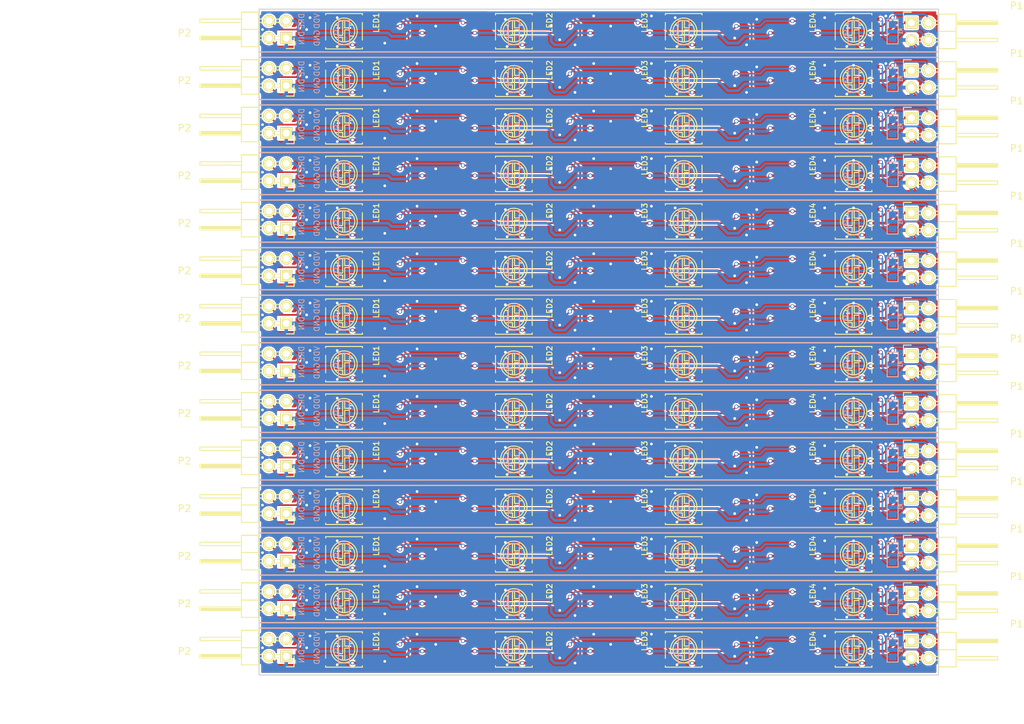
<source format=kicad_pcb>
(kicad_pcb (version 4) (host pcbnew 4.0.1-stable)
  (layers (0 F.Cu signal) (31 B.Cu signal) (34 B.Paste user) (35 F.Paste user) (36 B.SilkS user) (37 F.SilkS user) (38 B.Mask user) (39 F.Mask user) (44 Edge.Cuts user))
  (net 0 "")
  (net 1 VDD)
  (net 2 GND)
  (net 3 "Net-(LED1-Pad2)")
  (net 4 "Net-(LED1-Pad4)")
  (net 5 "Net-(LED2-Pad2)")
  (net 6 "Net-(LED3-Pad2)")
  (net 7 "Net-(LED4-Pad2)")
  (net 8 "Net-(P1-Pad2)")
  (module Pin_Headers:Pin_Header_Angled_2x02 (layer F.Cu) (at 124 51.75 180)
    (fp_text reference P2 (at 15 0.75 180) (layer F.SilkS))
    (fp_text value CONN_02X02)
    (pad 1 thru_hole rect (at 0 0 180) (size 1.7272 1.7272) (drill 1.016) (layers *.Cu *.Mask F.SilkS) (net 2 GND))
    (pad 2 thru_hole oval (at 2.54 0 180) (size 1.7272 1.7272) (drill 1.016) (layers *.Cu *.Mask F.SilkS) (net 4 "Net-(LED1-Pad4)"))
    (pad 3 thru_hole oval (at 0 2.54 180) (size 1.7272 1.7272) (drill 1.016) (layers *.Cu *.Mask F.SilkS) (net 1 VDD))
    (pad 4 thru_hole oval (at 2.54 2.54 180) (size 1.7272 1.7272) (drill 1.016) (layers *.Cu *.Mask F.SilkS) (net 8 "Net-(P1-Pad2)"))
  )
  (module Pin_Headers:Pin_Header_Angled_2x02 (layer F.Cu) (at 216 49.5)
    (fp_text reference P1 (at 15.5 -2.5) (layer F.SilkS))
    (fp_text value CONN_02X02)
    (pad 1 thru_hole rect (at 0 0) (size 1.7272 1.7272) (drill 1.016) (layers *.Cu *.Mask F.SilkS) (net 1 VDD))
    (pad 2 thru_hole oval (at 2.54 0) (size 1.7272 1.7272) (drill 1.016) (layers *.Cu *.Mask F.SilkS) (net 8 "Net-(P1-Pad2)"))
    (pad 3 thru_hole oval (at 0 2.54) (size 1.7272 1.7272) (drill 1.016) (layers *.Cu *.Mask F.SilkS) (net 2 GND))
    (pad 4 thru_hole oval (at 2.54 2.54) (size 1.7272 1.7272) (drill 1.016) (layers *.Cu *.Mask F.SilkS) (net 7 "Net-(LED4-Pad2)"))
  )
  (module kamiya:HANDSOL_0603 (layer B.Cu) (at 213.25 50.75 270)
    (fp_text reference R1 (at 0 -1.2 270) (layer B.SilkS) (effects (font (size 0.508 0.4572) (thickness 0.1143)) (justify mirror)))
    (fp_text value ZERO hide)
    (pad 1 smd rect (at -1 0 270) (size 1 1.143) (layers B.Cu B.Paste B.Mask) (net 8 "Net-(P1-Pad2)"))
    (pad 2 smd rect (at 1.1 0 270) (size 1 1.143) (layers B.Cu B.Paste B.Mask) (net 7 "Net-(LED4-Pad2)"))
  )
  (module kamiya:WS2812B (layer F.Cu) (at 207.5 50.75 180)
    (fp_text reference LED4 (at 6 1.25 270) (layer F.SilkS) (effects (font (size 0.8 0.8))))
    (fp_text value WS2812B)
    (pad 1 smd rect (at -2.7 -1.875 180) (size 2 0.9) (layers F.Cu F.Paste F.Mask) (net 1 VDD))
    (pad 2 smd rect (at -2.7 1.875 180) (size 2 0.9) (layers F.Cu F.Paste F.Mask) (net 7 "Net-(LED4-Pad2)"))
    (pad 3 smd rect (at 2.7 1.875 180) (size 2 0.9) (layers F.Cu F.Paste F.Mask) (net 2 GND))
    (pad 4 smd rect (at 2.7 -1.875 180) (size 2 0.9) (layers F.Cu F.Paste F.Mask) (net 6 "Net-(LED3-Pad2)"))
  )
  (module kamiya:WS2812B (layer F.Cu) (at 182.5 50.75 180)
    (fp_text reference LED3 (at 5.75 1.25 270) (layer F.SilkS) (effects (font (size 0.8 0.8))))
    (fp_text value WS2812B)
    (pad 1 smd rect (at -2.7 -1.875 180) (size 2 0.9) (layers F.Cu F.Paste F.Mask) (net 1 VDD))
    (pad 2 smd rect (at -2.7 1.875 180) (size 2 0.9) (layers F.Cu F.Paste F.Mask) (net 6 "Net-(LED3-Pad2)"))
    (pad 3 smd rect (at 2.7 1.875 180) (size 2 0.9) (layers F.Cu F.Paste F.Mask) (net 2 GND))
    (pad 4 smd rect (at 2.7 -1.875 180) (size 2 0.9) (layers F.Cu F.Paste F.Mask) (net 5 "Net-(LED2-Pad2)"))
  )
  (module kamiya:WS2812B (layer F.Cu) (at 157.5 50.75 180)
    (fp_text reference LED2 (at -5.25 1.25 270) (layer F.SilkS) (effects (font (size 0.8 0.8))))
    (fp_text value WS2812B)
    (pad 1 smd rect (at -2.7 -1.875 180) (size 2 0.9) (layers F.Cu F.Paste F.Mask) (net 1 VDD))
    (pad 2 smd rect (at -2.7 1.875 180) (size 2 0.9) (layers F.Cu F.Paste F.Mask) (net 5 "Net-(LED2-Pad2)"))
    (pad 3 smd rect (at 2.7 1.875 180) (size 2 0.9) (layers F.Cu F.Paste F.Mask) (net 2 GND))
    (pad 4 smd rect (at 2.7 -1.875 180) (size 2 0.9) (layers F.Cu F.Paste F.Mask) (net 3 "Net-(LED1-Pad2)"))
  )
  (module kamiya:WS2812B (layer F.Cu) (at 132.5 50.75 180)
    (fp_text reference LED1 (at -4.75 1.25 270) (layer F.SilkS) (effects (font (size 0.8 0.8))))
    (fp_text value WS2812B)
    (pad 1 smd rect (at -2.7 -1.875 180) (size 2 0.9) (layers F.Cu F.Paste F.Mask) (net 1 VDD))
    (pad 2 smd rect (at -2.7 1.875 180) (size 2 0.9) (layers F.Cu F.Paste F.Mask) (net 3 "Net-(LED1-Pad2)"))
    (pad 3 smd rect (at 2.7 1.875 180) (size 2 0.9) (layers F.Cu F.Paste F.Mask) (net 2 GND))
    (pad 4 smd rect (at 2.7 -1.875 180) (size 2 0.9) (layers F.Cu F.Paste F.Mask) (net 4 "Net-(LED1-Pad4)"))
  )
  (module kamiya:HANDSOL_0603 (layer B.Cu) (at 207.5 51 90)
    (fp_text reference C4 (at 0 -1.2 90) (layer B.SilkS) (effects (font (size 0.508 0.4572) (thickness 0.1143)) (justify mirror)))
    (fp_text value 0.1u hide)
    (pad 1 smd rect (at -1 0 90) (size 1 1.143) (layers B.Cu B.Paste B.Mask) (net 1 VDD))
    (pad 2 smd rect (at 1.1 0 90) (size 1 1.143) (layers B.Cu B.Paste B.Mask) (net 2 GND))
  )
  (module kamiya:HANDSOL_0603 (layer B.Cu) (at 182.5 51 90)
    (fp_text reference C3 (at 0 -1.2 90) (layer B.SilkS) (effects (font (size 0.508 0.4572) (thickness 0.1143)) (justify mirror)))
    (fp_text value 0.1u hide)
    (pad 1 smd rect (at -1 0 90) (size 1 1.143) (layers B.Cu B.Paste B.Mask) (net 1 VDD))
    (pad 2 smd rect (at 1.1 0 90) (size 1 1.143) (layers B.Cu B.Paste B.Mask) (net 2 GND))
  )
  (module kamiya:HANDSOL_0603 (layer B.Cu) (at 157.5 51 90)
    (fp_text reference C2 (at 0 -1.2 90) (layer B.SilkS) (effects (font (size 0.508 0.4572) (thickness 0.1143)) (justify mirror)))
    (fp_text value 0.1u hide)
    (pad 1 smd rect (at -1 0 90) (size 1 1.143) (layers B.Cu B.Paste B.Mask) (net 1 VDD))
    (pad 2 smd rect (at 1.1 0 90) (size 1 1.143) (layers B.Cu B.Paste B.Mask) (net 2 GND))
  )
  (module kamiya:HANDSOL_0603 (layer B.Cu) (at 132.5 51 90)
    (fp_text reference C1 (at 0 -1.2 90) (layer B.SilkS) (effects (font (size 0.508 0.4572) (thickness 0.1143)) (justify mirror)))
    (fp_text value 0.1u hide)
    (pad 1 smd rect (at -1 0 90) (size 1 1.143) (layers B.Cu B.Paste B.Mask) (net 1 VDD))
    (pad 2 smd rect (at 1.1 0 90) (size 1 1.143) (layers B.Cu B.Paste B.Mask) (net 2 GND))
  )
  (module kamiya:HANDSOL_0603 (layer B.Cu) (at 132.5 44 90)
    (fp_text reference C1 (at 0 -1.2 90) (layer B.SilkS) (effects (font (size 0.508 0.4572) (thickness 0.1143)) (justify mirror)))
    (fp_text value 0.1u hide)
    (pad 1 smd rect (at -1 0 90) (size 1 1.143) (layers B.Cu B.Paste B.Mask) (net 1 VDD))
    (pad 2 smd rect (at 1.1 0 90) (size 1 1.143) (layers B.Cu B.Paste B.Mask) (net 2 GND))
  )
  (module kamiya:HANDSOL_0603 (layer B.Cu) (at 157.5 44 90)
    (fp_text reference C2 (at 0 -1.2 90) (layer B.SilkS) (effects (font (size 0.508 0.4572) (thickness 0.1143)) (justify mirror)))
    (fp_text value 0.1u hide)
    (pad 1 smd rect (at -1 0 90) (size 1 1.143) (layers B.Cu B.Paste B.Mask) (net 1 VDD))
    (pad 2 smd rect (at 1.1 0 90) (size 1 1.143) (layers B.Cu B.Paste B.Mask) (net 2 GND))
  )
  (module kamiya:HANDSOL_0603 (layer B.Cu) (at 182.5 44 90)
    (fp_text reference C3 (at 0 -1.2 90) (layer B.SilkS) (effects (font (size 0.508 0.4572) (thickness 0.1143)) (justify mirror)))
    (fp_text value 0.1u hide)
    (pad 1 smd rect (at -1 0 90) (size 1 1.143) (layers B.Cu B.Paste B.Mask) (net 1 VDD))
    (pad 2 smd rect (at 1.1 0 90) (size 1 1.143) (layers B.Cu B.Paste B.Mask) (net 2 GND))
  )
  (module kamiya:HANDSOL_0603 (layer B.Cu) (at 207.5 44 90)
    (fp_text reference C4 (at 0 -1.2 90) (layer B.SilkS) (effects (font (size 0.508 0.4572) (thickness 0.1143)) (justify mirror)))
    (fp_text value 0.1u hide)
    (pad 1 smd rect (at -1 0 90) (size 1 1.143) (layers B.Cu B.Paste B.Mask) (net 1 VDD))
    (pad 2 smd rect (at 1.1 0 90) (size 1 1.143) (layers B.Cu B.Paste B.Mask) (net 2 GND))
  )
  (module kamiya:WS2812B (layer F.Cu) (at 132.5 43.75 180)
    (fp_text reference LED1 (at -4.75 1.25 270) (layer F.SilkS) (effects (font (size 0.8 0.8))))
    (fp_text value WS2812B)
    (pad 1 smd rect (at -2.7 -1.875 180) (size 2 0.9) (layers F.Cu F.Paste F.Mask) (net 1 VDD))
    (pad 2 smd rect (at -2.7 1.875 180) (size 2 0.9) (layers F.Cu F.Paste F.Mask) (net 3 "Net-(LED1-Pad2)"))
    (pad 3 smd rect (at 2.7 1.875 180) (size 2 0.9) (layers F.Cu F.Paste F.Mask) (net 2 GND))
    (pad 4 smd rect (at 2.7 -1.875 180) (size 2 0.9) (layers F.Cu F.Paste F.Mask) (net 4 "Net-(LED1-Pad4)"))
  )
  (module kamiya:WS2812B (layer F.Cu) (at 157.5 43.75 180)
    (fp_text reference LED2 (at -5.25 1.25 270) (layer F.SilkS) (effects (font (size 0.8 0.8))))
    (fp_text value WS2812B)
    (pad 1 smd rect (at -2.7 -1.875 180) (size 2 0.9) (layers F.Cu F.Paste F.Mask) (net 1 VDD))
    (pad 2 smd rect (at -2.7 1.875 180) (size 2 0.9) (layers F.Cu F.Paste F.Mask) (net 5 "Net-(LED2-Pad2)"))
    (pad 3 smd rect (at 2.7 1.875 180) (size 2 0.9) (layers F.Cu F.Paste F.Mask) (net 2 GND))
    (pad 4 smd rect (at 2.7 -1.875 180) (size 2 0.9) (layers F.Cu F.Paste F.Mask) (net 3 "Net-(LED1-Pad2)"))
  )
  (module kamiya:WS2812B (layer F.Cu) (at 182.5 43.75 180)
    (fp_text reference LED3 (at 5.75 1.25 270) (layer F.SilkS) (effects (font (size 0.8 0.8))))
    (fp_text value WS2812B)
    (pad 1 smd rect (at -2.7 -1.875 180) (size 2 0.9) (layers F.Cu F.Paste F.Mask) (net 1 VDD))
    (pad 2 smd rect (at -2.7 1.875 180) (size 2 0.9) (layers F.Cu F.Paste F.Mask) (net 6 "Net-(LED3-Pad2)"))
    (pad 3 smd rect (at 2.7 1.875 180) (size 2 0.9) (layers F.Cu F.Paste F.Mask) (net 2 GND))
    (pad 4 smd rect (at 2.7 -1.875 180) (size 2 0.9) (layers F.Cu F.Paste F.Mask) (net 5 "Net-(LED2-Pad2)"))
  )
  (module kamiya:WS2812B (layer F.Cu) (at 207.5 43.75 180)
    (fp_text reference LED4 (at 6 1.25 270) (layer F.SilkS) (effects (font (size 0.8 0.8))))
    (fp_text value WS2812B)
    (pad 1 smd rect (at -2.7 -1.875 180) (size 2 0.9) (layers F.Cu F.Paste F.Mask) (net 1 VDD))
    (pad 2 smd rect (at -2.7 1.875 180) (size 2 0.9) (layers F.Cu F.Paste F.Mask) (net 7 "Net-(LED4-Pad2)"))
    (pad 3 smd rect (at 2.7 1.875 180) (size 2 0.9) (layers F.Cu F.Paste F.Mask) (net 2 GND))
    (pad 4 smd rect (at 2.7 -1.875 180) (size 2 0.9) (layers F.Cu F.Paste F.Mask) (net 6 "Net-(LED3-Pad2)"))
  )
  (module kamiya:HANDSOL_0603 (layer B.Cu) (at 213.25 43.75 270)
    (fp_text reference R1 (at 0 -1.2 270) (layer B.SilkS) (effects (font (size 0.508 0.4572) (thickness 0.1143)) (justify mirror)))
    (fp_text value ZERO hide)
    (pad 1 smd rect (at -1 0 270) (size 1 1.143) (layers B.Cu B.Paste B.Mask) (net 8 "Net-(P1-Pad2)"))
    (pad 2 smd rect (at 1.1 0 270) (size 1 1.143) (layers B.Cu B.Paste B.Mask) (net 7 "Net-(LED4-Pad2)"))
  )
  (module Pin_Headers:Pin_Header_Angled_2x02 (layer F.Cu) (at 216 42.5)
    (fp_text reference P1 (at 15.5 -2.5) (layer F.SilkS))
    (fp_text value CONN_02X02)
    (pad 1 thru_hole rect (at 0 0) (size 1.7272 1.7272) (drill 1.016) (layers *.Cu *.Mask F.SilkS) (net 1 VDD))
    (pad 2 thru_hole oval (at 2.54 0) (size 1.7272 1.7272) (drill 1.016) (layers *.Cu *.Mask F.SilkS) (net 8 "Net-(P1-Pad2)"))
    (pad 3 thru_hole oval (at 0 2.54) (size 1.7272 1.7272) (drill 1.016) (layers *.Cu *.Mask F.SilkS) (net 2 GND))
    (pad 4 thru_hole oval (at 2.54 2.54) (size 1.7272 1.7272) (drill 1.016) (layers *.Cu *.Mask F.SilkS) (net 7 "Net-(LED4-Pad2)"))
  )
  (module Pin_Headers:Pin_Header_Angled_2x02 (layer F.Cu) (at 124 44.75 180)
    (fp_text reference P2 (at 15 0.75 180) (layer F.SilkS))
    (fp_text value CONN_02X02)
    (pad 1 thru_hole rect (at 0 0 180) (size 1.7272 1.7272) (drill 1.016) (layers *.Cu *.Mask F.SilkS) (net 2 GND))
    (pad 2 thru_hole oval (at 2.54 0 180) (size 1.7272 1.7272) (drill 1.016) (layers *.Cu *.Mask F.SilkS) (net 4 "Net-(LED1-Pad4)"))
    (pad 3 thru_hole oval (at 0 2.54 180) (size 1.7272 1.7272) (drill 1.016) (layers *.Cu *.Mask F.SilkS) (net 1 VDD))
    (pad 4 thru_hole oval (at 2.54 2.54 180) (size 1.7272 1.7272) (drill 1.016) (layers *.Cu *.Mask F.SilkS) (net 8 "Net-(P1-Pad2)"))
  )
  (module Pin_Headers:Pin_Header_Angled_2x02 (layer F.Cu) (at 124 30.75 180)
    (fp_text reference P2 (at 15 0.75 180) (layer F.SilkS))
    (fp_text value CONN_02X02)
    (pad 1 thru_hole rect (at 0 0 180) (size 1.7272 1.7272) (drill 1.016) (layers *.Cu *.Mask F.SilkS) (net 2 GND))
    (pad 2 thru_hole oval (at 2.54 0 180) (size 1.7272 1.7272) (drill 1.016) (layers *.Cu *.Mask F.SilkS) (net 4 "Net-(LED1-Pad4)"))
    (pad 3 thru_hole oval (at 0 2.54 180) (size 1.7272 1.7272) (drill 1.016) (layers *.Cu *.Mask F.SilkS) (net 1 VDD))
    (pad 4 thru_hole oval (at 2.54 2.54 180) (size 1.7272 1.7272) (drill 1.016) (layers *.Cu *.Mask F.SilkS) (net 8 "Net-(P1-Pad2)"))
  )
  (module Pin_Headers:Pin_Header_Angled_2x02 (layer F.Cu) (at 216 28.5)
    (fp_text reference P1 (at 15.5 -2.5) (layer F.SilkS))
    (fp_text value CONN_02X02)
    (pad 1 thru_hole rect (at 0 0) (size 1.7272 1.7272) (drill 1.016) (layers *.Cu *.Mask F.SilkS) (net 1 VDD))
    (pad 2 thru_hole oval (at 2.54 0) (size 1.7272 1.7272) (drill 1.016) (layers *.Cu *.Mask F.SilkS) (net 8 "Net-(P1-Pad2)"))
    (pad 3 thru_hole oval (at 0 2.54) (size 1.7272 1.7272) (drill 1.016) (layers *.Cu *.Mask F.SilkS) (net 2 GND))
    (pad 4 thru_hole oval (at 2.54 2.54) (size 1.7272 1.7272) (drill 1.016) (layers *.Cu *.Mask F.SilkS) (net 7 "Net-(LED4-Pad2)"))
  )
  (module kamiya:HANDSOL_0603 (layer B.Cu) (at 213.25 29.75 270)
    (fp_text reference R1 (at 0 -1.2 270) (layer B.SilkS) (effects (font (size 0.508 0.4572) (thickness 0.1143)) (justify mirror)))
    (fp_text value ZERO hide)
    (pad 1 smd rect (at -1 0 270) (size 1 1.143) (layers B.Cu B.Paste B.Mask) (net 8 "Net-(P1-Pad2)"))
    (pad 2 smd rect (at 1.1 0 270) (size 1 1.143) (layers B.Cu B.Paste B.Mask) (net 7 "Net-(LED4-Pad2)"))
  )
  (module kamiya:WS2812B (layer F.Cu) (at 207.5 29.75 180)
    (fp_text reference LED4 (at 6 1.25 270) (layer F.SilkS) (effects (font (size 0.8 0.8))))
    (fp_text value WS2812B)
    (pad 1 smd rect (at -2.7 -1.875 180) (size 2 0.9) (layers F.Cu F.Paste F.Mask) (net 1 VDD))
    (pad 2 smd rect (at -2.7 1.875 180) (size 2 0.9) (layers F.Cu F.Paste F.Mask) (net 7 "Net-(LED4-Pad2)"))
    (pad 3 smd rect (at 2.7 1.875 180) (size 2 0.9) (layers F.Cu F.Paste F.Mask) (net 2 GND))
    (pad 4 smd rect (at 2.7 -1.875 180) (size 2 0.9) (layers F.Cu F.Paste F.Mask) (net 6 "Net-(LED3-Pad2)"))
  )
  (module kamiya:WS2812B (layer F.Cu) (at 182.5 29.75 180)
    (fp_text reference LED3 (at 5.75 1.25 270) (layer F.SilkS) (effects (font (size 0.8 0.8))))
    (fp_text value WS2812B)
    (pad 1 smd rect (at -2.7 -1.875 180) (size 2 0.9) (layers F.Cu F.Paste F.Mask) (net 1 VDD))
    (pad 2 smd rect (at -2.7 1.875 180) (size 2 0.9) (layers F.Cu F.Paste F.Mask) (net 6 "Net-(LED3-Pad2)"))
    (pad 3 smd rect (at 2.7 1.875 180) (size 2 0.9) (layers F.Cu F.Paste F.Mask) (net 2 GND))
    (pad 4 smd rect (at 2.7 -1.875 180) (size 2 0.9) (layers F.Cu F.Paste F.Mask) (net 5 "Net-(LED2-Pad2)"))
  )
  (module kamiya:WS2812B (layer F.Cu) (at 157.5 29.75 180)
    (fp_text reference LED2 (at -5.25 1.25 270) (layer F.SilkS) (effects (font (size 0.8 0.8))))
    (fp_text value WS2812B)
    (pad 1 smd rect (at -2.7 -1.875 180) (size 2 0.9) (layers F.Cu F.Paste F.Mask) (net 1 VDD))
    (pad 2 smd rect (at -2.7 1.875 180) (size 2 0.9) (layers F.Cu F.Paste F.Mask) (net 5 "Net-(LED2-Pad2)"))
    (pad 3 smd rect (at 2.7 1.875 180) (size 2 0.9) (layers F.Cu F.Paste F.Mask) (net 2 GND))
    (pad 4 smd rect (at 2.7 -1.875 180) (size 2 0.9) (layers F.Cu F.Paste F.Mask) (net 3 "Net-(LED1-Pad2)"))
  )
  (module kamiya:WS2812B (layer F.Cu) (at 132.5 29.75 180)
    (fp_text reference LED1 (at -4.75 1.25 270) (layer F.SilkS) (effects (font (size 0.8 0.8))))
    (fp_text value WS2812B)
    (pad 1 smd rect (at -2.7 -1.875 180) (size 2 0.9) (layers F.Cu F.Paste F.Mask) (net 1 VDD))
    (pad 2 smd rect (at -2.7 1.875 180) (size 2 0.9) (layers F.Cu F.Paste F.Mask) (net 3 "Net-(LED1-Pad2)"))
    (pad 3 smd rect (at 2.7 1.875 180) (size 2 0.9) (layers F.Cu F.Paste F.Mask) (net 2 GND))
    (pad 4 smd rect (at 2.7 -1.875 180) (size 2 0.9) (layers F.Cu F.Paste F.Mask) (net 4 "Net-(LED1-Pad4)"))
  )
  (module kamiya:HANDSOL_0603 (layer B.Cu) (at 207.5 30 90)
    (fp_text reference C4 (at 0 -1.2 90) (layer B.SilkS) (effects (font (size 0.508 0.4572) (thickness 0.1143)) (justify mirror)))
    (fp_text value 0.1u hide)
    (pad 1 smd rect (at -1 0 90) (size 1 1.143) (layers B.Cu B.Paste B.Mask) (net 1 VDD))
    (pad 2 smd rect (at 1.1 0 90) (size 1 1.143) (layers B.Cu B.Paste B.Mask) (net 2 GND))
  )
  (module kamiya:HANDSOL_0603 (layer B.Cu) (at 182.5 30 90)
    (fp_text reference C3 (at 0 -1.2 90) (layer B.SilkS) (effects (font (size 0.508 0.4572) (thickness 0.1143)) (justify mirror)))
    (fp_text value 0.1u hide)
    (pad 1 smd rect (at -1 0 90) (size 1 1.143) (layers B.Cu B.Paste B.Mask) (net 1 VDD))
    (pad 2 smd rect (at 1.1 0 90) (size 1 1.143) (layers B.Cu B.Paste B.Mask) (net 2 GND))
  )
  (module kamiya:HANDSOL_0603 (layer B.Cu) (at 157.5 30 90)
    (fp_text reference C2 (at 0 -1.2 90) (layer B.SilkS) (effects (font (size 0.508 0.4572) (thickness 0.1143)) (justify mirror)))
    (fp_text value 0.1u hide)
    (pad 1 smd rect (at -1 0 90) (size 1 1.143) (layers B.Cu B.Paste B.Mask) (net 1 VDD))
    (pad 2 smd rect (at 1.1 0 90) (size 1 1.143) (layers B.Cu B.Paste B.Mask) (net 2 GND))
  )
  (module kamiya:HANDSOL_0603 (layer B.Cu) (at 132.5 30 90)
    (fp_text reference C1 (at 0 -1.2 90) (layer B.SilkS) (effects (font (size 0.508 0.4572) (thickness 0.1143)) (justify mirror)))
    (fp_text value 0.1u hide)
    (pad 1 smd rect (at -1 0 90) (size 1 1.143) (layers B.Cu B.Paste B.Mask) (net 1 VDD))
    (pad 2 smd rect (at 1.1 0 90) (size 1 1.143) (layers B.Cu B.Paste B.Mask) (net 2 GND))
  )
  (module kamiya:HANDSOL_0603 (layer B.Cu) (at 132.5 37 90)
    (fp_text reference C1 (at 0 -1.2 90) (layer B.SilkS) (effects (font (size 0.508 0.4572) (thickness 0.1143)) (justify mirror)))
    (fp_text value 0.1u hide)
    (pad 1 smd rect (at -1 0 90) (size 1 1.143) (layers B.Cu B.Paste B.Mask) (net 1 VDD))
    (pad 2 smd rect (at 1.1 0 90) (size 1 1.143) (layers B.Cu B.Paste B.Mask) (net 2 GND))
  )
  (module kamiya:HANDSOL_0603 (layer B.Cu) (at 157.5 37 90)
    (fp_text reference C2 (at 0 -1.2 90) (layer B.SilkS) (effects (font (size 0.508 0.4572) (thickness 0.1143)) (justify mirror)))
    (fp_text value 0.1u hide)
    (pad 1 smd rect (at -1 0 90) (size 1 1.143) (layers B.Cu B.Paste B.Mask) (net 1 VDD))
    (pad 2 smd rect (at 1.1 0 90) (size 1 1.143) (layers B.Cu B.Paste B.Mask) (net 2 GND))
  )
  (module kamiya:HANDSOL_0603 (layer B.Cu) (at 182.5 37 90)
    (fp_text reference C3 (at 0 -1.2 90) (layer B.SilkS) (effects (font (size 0.508 0.4572) (thickness 0.1143)) (justify mirror)))
    (fp_text value 0.1u hide)
    (pad 1 smd rect (at -1 0 90) (size 1 1.143) (layers B.Cu B.Paste B.Mask) (net 1 VDD))
    (pad 2 smd rect (at 1.1 0 90) (size 1 1.143) (layers B.Cu B.Paste B.Mask) (net 2 GND))
  )
  (module kamiya:HANDSOL_0603 (layer B.Cu) (at 207.5 37 90)
    (fp_text reference C4 (at 0 -1.2 90) (layer B.SilkS) (effects (font (size 0.508 0.4572) (thickness 0.1143)) (justify mirror)))
    (fp_text value 0.1u hide)
    (pad 1 smd rect (at -1 0 90) (size 1 1.143) (layers B.Cu B.Paste B.Mask) (net 1 VDD))
    (pad 2 smd rect (at 1.1 0 90) (size 1 1.143) (layers B.Cu B.Paste B.Mask) (net 2 GND))
  )
  (module kamiya:WS2812B (layer F.Cu) (at 132.5 36.75 180)
    (fp_text reference LED1 (at -4.75 1.25 270) (layer F.SilkS) (effects (font (size 0.8 0.8))))
    (fp_text value WS2812B)
    (pad 1 smd rect (at -2.7 -1.875 180) (size 2 0.9) (layers F.Cu F.Paste F.Mask) (net 1 VDD))
    (pad 2 smd rect (at -2.7 1.875 180) (size 2 0.9) (layers F.Cu F.Paste F.Mask) (net 3 "Net-(LED1-Pad2)"))
    (pad 3 smd rect (at 2.7 1.875 180) (size 2 0.9) (layers F.Cu F.Paste F.Mask) (net 2 GND))
    (pad 4 smd rect (at 2.7 -1.875 180) (size 2 0.9) (layers F.Cu F.Paste F.Mask) (net 4 "Net-(LED1-Pad4)"))
  )
  (module kamiya:WS2812B (layer F.Cu) (at 157.5 36.75 180)
    (fp_text reference LED2 (at -5.25 1.25 270) (layer F.SilkS) (effects (font (size 0.8 0.8))))
    (fp_text value WS2812B)
    (pad 1 smd rect (at -2.7 -1.875 180) (size 2 0.9) (layers F.Cu F.Paste F.Mask) (net 1 VDD))
    (pad 2 smd rect (at -2.7 1.875 180) (size 2 0.9) (layers F.Cu F.Paste F.Mask) (net 5 "Net-(LED2-Pad2)"))
    (pad 3 smd rect (at 2.7 1.875 180) (size 2 0.9) (layers F.Cu F.Paste F.Mask) (net 2 GND))
    (pad 4 smd rect (at 2.7 -1.875 180) (size 2 0.9) (layers F.Cu F.Paste F.Mask) (net 3 "Net-(LED1-Pad2)"))
  )
  (module kamiya:WS2812B (layer F.Cu) (at 182.5 36.75 180)
    (fp_text reference LED3 (at 5.75 1.25 270) (layer F.SilkS) (effects (font (size 0.8 0.8))))
    (fp_text value WS2812B)
    (pad 1 smd rect (at -2.7 -1.875 180) (size 2 0.9) (layers F.Cu F.Paste F.Mask) (net 1 VDD))
    (pad 2 smd rect (at -2.7 1.875 180) (size 2 0.9) (layers F.Cu F.Paste F.Mask) (net 6 "Net-(LED3-Pad2)"))
    (pad 3 smd rect (at 2.7 1.875 180) (size 2 0.9) (layers F.Cu F.Paste F.Mask) (net 2 GND))
    (pad 4 smd rect (at 2.7 -1.875 180) (size 2 0.9) (layers F.Cu F.Paste F.Mask) (net 5 "Net-(LED2-Pad2)"))
  )
  (module kamiya:WS2812B (layer F.Cu) (at 207.5 36.75 180)
    (fp_text reference LED4 (at 6 1.25 270) (layer F.SilkS) (effects (font (size 0.8 0.8))))
    (fp_text value WS2812B)
    (pad 1 smd rect (at -2.7 -1.875 180) (size 2 0.9) (layers F.Cu F.Paste F.Mask) (net 1 VDD))
    (pad 2 smd rect (at -2.7 1.875 180) (size 2 0.9) (layers F.Cu F.Paste F.Mask) (net 7 "Net-(LED4-Pad2)"))
    (pad 3 smd rect (at 2.7 1.875 180) (size 2 0.9) (layers F.Cu F.Paste F.Mask) (net 2 GND))
    (pad 4 smd rect (at 2.7 -1.875 180) (size 2 0.9) (layers F.Cu F.Paste F.Mask) (net 6 "Net-(LED3-Pad2)"))
  )
  (module kamiya:HANDSOL_0603 (layer B.Cu) (at 213.25 36.75 270)
    (fp_text reference R1 (at 0 -1.2 270) (layer B.SilkS) (effects (font (size 0.508 0.4572) (thickness 0.1143)) (justify mirror)))
    (fp_text value ZERO hide)
    (pad 1 smd rect (at -1 0 270) (size 1 1.143) (layers B.Cu B.Paste B.Mask) (net 8 "Net-(P1-Pad2)"))
    (pad 2 smd rect (at 1.1 0 270) (size 1 1.143) (layers B.Cu B.Paste B.Mask) (net 7 "Net-(LED4-Pad2)"))
  )
  (module Pin_Headers:Pin_Header_Angled_2x02 (layer F.Cu) (at 216 35.5)
    (fp_text reference P1 (at 15.5 -2.5) (layer F.SilkS))
    (fp_text value CONN_02X02)
    (pad 1 thru_hole rect (at 0 0) (size 1.7272 1.7272) (drill 1.016) (layers *.Cu *.Mask F.SilkS) (net 1 VDD))
    (pad 2 thru_hole oval (at 2.54 0) (size 1.7272 1.7272) (drill 1.016) (layers *.Cu *.Mask F.SilkS) (net 8 "Net-(P1-Pad2)"))
    (pad 3 thru_hole oval (at 0 2.54) (size 1.7272 1.7272) (drill 1.016) (layers *.Cu *.Mask F.SilkS) (net 2 GND))
    (pad 4 thru_hole oval (at 2.54 2.54) (size 1.7272 1.7272) (drill 1.016) (layers *.Cu *.Mask F.SilkS) (net 7 "Net-(LED4-Pad2)"))
  )
  (module Pin_Headers:Pin_Header_Angled_2x02 (layer F.Cu) (at 124 37.75 180)
    (fp_text reference P2 (at 15 0.75 180) (layer F.SilkS))
    (fp_text value CONN_02X02)
    (pad 1 thru_hole rect (at 0 0 180) (size 1.7272 1.7272) (drill 1.016) (layers *.Cu *.Mask F.SilkS) (net 2 GND))
    (pad 2 thru_hole oval (at 2.54 0 180) (size 1.7272 1.7272) (drill 1.016) (layers *.Cu *.Mask F.SilkS) (net 4 "Net-(LED1-Pad4)"))
    (pad 3 thru_hole oval (at 0 2.54 180) (size 1.7272 1.7272) (drill 1.016) (layers *.Cu *.Mask F.SilkS) (net 1 VDD))
    (pad 4 thru_hole oval (at 2.54 2.54 180) (size 1.7272 1.7272) (drill 1.016) (layers *.Cu *.Mask F.SilkS) (net 8 "Net-(P1-Pad2)"))
  )
  (module Pin_Headers:Pin_Header_Angled_2x02 (layer F.Cu) (at 124 16.75 180)
    (fp_text reference P2 (at 15 0.75 180) (layer F.SilkS))
    (fp_text value CONN_02X02)
    (pad 1 thru_hole rect (at 0 0 180) (size 1.7272 1.7272) (drill 1.016) (layers *.Cu *.Mask F.SilkS) (net 2 GND))
    (pad 2 thru_hole oval (at 2.54 0 180) (size 1.7272 1.7272) (drill 1.016) (layers *.Cu *.Mask F.SilkS) (net 4 "Net-(LED1-Pad4)"))
    (pad 3 thru_hole oval (at 0 2.54 180) (size 1.7272 1.7272) (drill 1.016) (layers *.Cu *.Mask F.SilkS) (net 1 VDD))
    (pad 4 thru_hole oval (at 2.54 2.54 180) (size 1.7272 1.7272) (drill 1.016) (layers *.Cu *.Mask F.SilkS) (net 8 "Net-(P1-Pad2)"))
  )
  (module Pin_Headers:Pin_Header_Angled_2x02 (layer F.Cu) (at 216 14.5)
    (fp_text reference P1 (at 15.5 -2.5) (layer F.SilkS))
    (fp_text value CONN_02X02)
    (pad 1 thru_hole rect (at 0 0) (size 1.7272 1.7272) (drill 1.016) (layers *.Cu *.Mask F.SilkS) (net 1 VDD))
    (pad 2 thru_hole oval (at 2.54 0) (size 1.7272 1.7272) (drill 1.016) (layers *.Cu *.Mask F.SilkS) (net 8 "Net-(P1-Pad2)"))
    (pad 3 thru_hole oval (at 0 2.54) (size 1.7272 1.7272) (drill 1.016) (layers *.Cu *.Mask F.SilkS) (net 2 GND))
    (pad 4 thru_hole oval (at 2.54 2.54) (size 1.7272 1.7272) (drill 1.016) (layers *.Cu *.Mask F.SilkS) (net 7 "Net-(LED4-Pad2)"))
  )
  (module kamiya:HANDSOL_0603 (layer B.Cu) (at 213.25 15.75 270)
    (fp_text reference R1 (at 0 -1.2 270) (layer B.SilkS) (effects (font (size 0.508 0.4572) (thickness 0.1143)) (justify mirror)))
    (fp_text value ZERO hide)
    (pad 1 smd rect (at -1 0 270) (size 1 1.143) (layers B.Cu B.Paste B.Mask) (net 8 "Net-(P1-Pad2)"))
    (pad 2 smd rect (at 1.1 0 270) (size 1 1.143) (layers B.Cu B.Paste B.Mask) (net 7 "Net-(LED4-Pad2)"))
  )
  (module kamiya:WS2812B (layer F.Cu) (at 207.5 15.75 180)
    (fp_text reference LED4 (at 6 1.25 270) (layer F.SilkS) (effects (font (size 0.8 0.8))))
    (fp_text value WS2812B)
    (pad 1 smd rect (at -2.7 -1.875 180) (size 2 0.9) (layers F.Cu F.Paste F.Mask) (net 1 VDD))
    (pad 2 smd rect (at -2.7 1.875 180) (size 2 0.9) (layers F.Cu F.Paste F.Mask) (net 7 "Net-(LED4-Pad2)"))
    (pad 3 smd rect (at 2.7 1.875 180) (size 2 0.9) (layers F.Cu F.Paste F.Mask) (net 2 GND))
    (pad 4 smd rect (at 2.7 -1.875 180) (size 2 0.9) (layers F.Cu F.Paste F.Mask) (net 6 "Net-(LED3-Pad2)"))
  )
  (module kamiya:WS2812B (layer F.Cu) (at 182.5 15.75 180)
    (fp_text reference LED3 (at 5.75 1.25 270) (layer F.SilkS) (effects (font (size 0.8 0.8))))
    (fp_text value WS2812B)
    (pad 1 smd rect (at -2.7 -1.875 180) (size 2 0.9) (layers F.Cu F.Paste F.Mask) (net 1 VDD))
    (pad 2 smd rect (at -2.7 1.875 180) (size 2 0.9) (layers F.Cu F.Paste F.Mask) (net 6 "Net-(LED3-Pad2)"))
    (pad 3 smd rect (at 2.7 1.875 180) (size 2 0.9) (layers F.Cu F.Paste F.Mask) (net 2 GND))
    (pad 4 smd rect (at 2.7 -1.875 180) (size 2 0.9) (layers F.Cu F.Paste F.Mask) (net 5 "Net-(LED2-Pad2)"))
  )
  (module kamiya:WS2812B (layer F.Cu) (at 157.5 15.75 180)
    (fp_text reference LED2 (at -5.25 1.25 270) (layer F.SilkS) (effects (font (size 0.8 0.8))))
    (fp_text value WS2812B)
    (pad 1 smd rect (at -2.7 -1.875 180) (size 2 0.9) (layers F.Cu F.Paste F.Mask) (net 1 VDD))
    (pad 2 smd rect (at -2.7 1.875 180) (size 2 0.9) (layers F.Cu F.Paste F.Mask) (net 5 "Net-(LED2-Pad2)"))
    (pad 3 smd rect (at 2.7 1.875 180) (size 2 0.9) (layers F.Cu F.Paste F.Mask) (net 2 GND))
    (pad 4 smd rect (at 2.7 -1.875 180) (size 2 0.9) (layers F.Cu F.Paste F.Mask) (net 3 "Net-(LED1-Pad2)"))
  )
  (module kamiya:WS2812B (layer F.Cu) (at 132.5 15.75 180)
    (fp_text reference LED1 (at -4.75 1.25 270) (layer F.SilkS) (effects (font (size 0.8 0.8))))
    (fp_text value WS2812B)
    (pad 1 smd rect (at -2.7 -1.875 180) (size 2 0.9) (layers F.Cu F.Paste F.Mask) (net 1 VDD))
    (pad 2 smd rect (at -2.7 1.875 180) (size 2 0.9) (layers F.Cu F.Paste F.Mask) (net 3 "Net-(LED1-Pad2)"))
    (pad 3 smd rect (at 2.7 1.875 180) (size 2 0.9) (layers F.Cu F.Paste F.Mask) (net 2 GND))
    (pad 4 smd rect (at 2.7 -1.875 180) (size 2 0.9) (layers F.Cu F.Paste F.Mask) (net 4 "Net-(LED1-Pad4)"))
  )
  (module kamiya:HANDSOL_0603 (layer B.Cu) (at 207.5 16 90)
    (fp_text reference C4 (at 0 -1.2 90) (layer B.SilkS) (effects (font (size 0.508 0.4572) (thickness 0.1143)) (justify mirror)))
    (fp_text value 0.1u hide)
    (pad 1 smd rect (at -1 0 90) (size 1 1.143) (layers B.Cu B.Paste B.Mask) (net 1 VDD))
    (pad 2 smd rect (at 1.1 0 90) (size 1 1.143) (layers B.Cu B.Paste B.Mask) (net 2 GND))
  )
  (module kamiya:HANDSOL_0603 (layer B.Cu) (at 182.5 16 90)
    (fp_text reference C3 (at 0 -1.2 90) (layer B.SilkS) (effects (font (size 0.508 0.4572) (thickness 0.1143)) (justify mirror)))
    (fp_text value 0.1u hide)
    (pad 1 smd rect (at -1 0 90) (size 1 1.143) (layers B.Cu B.Paste B.Mask) (net 1 VDD))
    (pad 2 smd rect (at 1.1 0 90) (size 1 1.143) (layers B.Cu B.Paste B.Mask) (net 2 GND))
  )
  (module kamiya:HANDSOL_0603 (layer B.Cu) (at 157.5 16 90)
    (fp_text reference C2 (at 0 -1.2 90) (layer B.SilkS) (effects (font (size 0.508 0.4572) (thickness 0.1143)) (justify mirror)))
    (fp_text value 0.1u hide)
    (pad 1 smd rect (at -1 0 90) (size 1 1.143) (layers B.Cu B.Paste B.Mask) (net 1 VDD))
    (pad 2 smd rect (at 1.1 0 90) (size 1 1.143) (layers B.Cu B.Paste B.Mask) (net 2 GND))
  )
  (module kamiya:HANDSOL_0603 (layer B.Cu) (at 132.5 16 90)
    (fp_text reference C1 (at 0 -1.2 90) (layer B.SilkS) (effects (font (size 0.508 0.4572) (thickness 0.1143)) (justify mirror)))
    (fp_text value 0.1u hide)
    (pad 1 smd rect (at -1 0 90) (size 1 1.143) (layers B.Cu B.Paste B.Mask) (net 1 VDD))
    (pad 2 smd rect (at 1.1 0 90) (size 1 1.143) (layers B.Cu B.Paste B.Mask) (net 2 GND))
  )
  (module kamiya:HANDSOL_0603 (layer B.Cu) (at 132.5 23 90)
    (fp_text reference C1 (at 0 -1.2 90) (layer B.SilkS) (effects (font (size 0.508 0.4572) (thickness 0.1143)) (justify mirror)))
    (fp_text value 0.1u hide)
    (pad 1 smd rect (at -1 0 90) (size 1 1.143) (layers B.Cu B.Paste B.Mask) (net 1 VDD))
    (pad 2 smd rect (at 1.1 0 90) (size 1 1.143) (layers B.Cu B.Paste B.Mask) (net 2 GND))
  )
  (module kamiya:HANDSOL_0603 (layer B.Cu) (at 157.5 23 90)
    (fp_text reference C2 (at 0 -1.2 90) (layer B.SilkS) (effects (font (size 0.508 0.4572) (thickness 0.1143)) (justify mirror)))
    (fp_text value 0.1u hide)
    (pad 1 smd rect (at -1 0 90) (size 1 1.143) (layers B.Cu B.Paste B.Mask) (net 1 VDD))
    (pad 2 smd rect (at 1.1 0 90) (size 1 1.143) (layers B.Cu B.Paste B.Mask) (net 2 GND))
  )
  (module kamiya:HANDSOL_0603 (layer B.Cu) (at 182.5 23 90)
    (fp_text reference C3 (at 0 -1.2 90) (layer B.SilkS) (effects (font (size 0.508 0.4572) (thickness 0.1143)) (justify mirror)))
    (fp_text value 0.1u hide)
    (pad 1 smd rect (at -1 0 90) (size 1 1.143) (layers B.Cu B.Paste B.Mask) (net 1 VDD))
    (pad 2 smd rect (at 1.1 0 90) (size 1 1.143) (layers B.Cu B.Paste B.Mask) (net 2 GND))
  )
  (module kamiya:HANDSOL_0603 (layer B.Cu) (at 207.5 23 90)
    (fp_text reference C4 (at 0 -1.2 90) (layer B.SilkS) (effects (font (size 0.508 0.4572) (thickness 0.1143)) (justify mirror)))
    (fp_text value 0.1u hide)
    (pad 1 smd rect (at -1 0 90) (size 1 1.143) (layers B.Cu B.Paste B.Mask) (net 1 VDD))
    (pad 2 smd rect (at 1.1 0 90) (size 1 1.143) (layers B.Cu B.Paste B.Mask) (net 2 GND))
  )
  (module kamiya:WS2812B (layer F.Cu) (at 132.5 22.75 180)
    (fp_text reference LED1 (at -4.75 1.25 270) (layer F.SilkS) (effects (font (size 0.8 0.8))))
    (fp_text value WS2812B)
    (pad 1 smd rect (at -2.7 -1.875 180) (size 2 0.9) (layers F.Cu F.Paste F.Mask) (net 1 VDD))
    (pad 2 smd rect (at -2.7 1.875 180) (size 2 0.9) (layers F.Cu F.Paste F.Mask) (net 3 "Net-(LED1-Pad2)"))
    (pad 3 smd rect (at 2.7 1.875 180) (size 2 0.9) (layers F.Cu F.Paste F.Mask) (net 2 GND))
    (pad 4 smd rect (at 2.7 -1.875 180) (size 2 0.9) (layers F.Cu F.Paste F.Mask) (net 4 "Net-(LED1-Pad4)"))
  )
  (module kamiya:WS2812B (layer F.Cu) (at 157.5 22.75 180)
    (fp_text reference LED2 (at -5.25 1.25 270) (layer F.SilkS) (effects (font (size 0.8 0.8))))
    (fp_text value WS2812B)
    (pad 1 smd rect (at -2.7 -1.875 180) (size 2 0.9) (layers F.Cu F.Paste F.Mask) (net 1 VDD))
    (pad 2 smd rect (at -2.7 1.875 180) (size 2 0.9) (layers F.Cu F.Paste F.Mask) (net 5 "Net-(LED2-Pad2)"))
    (pad 3 smd rect (at 2.7 1.875 180) (size 2 0.9) (layers F.Cu F.Paste F.Mask) (net 2 GND))
    (pad 4 smd rect (at 2.7 -1.875 180) (size 2 0.9) (layers F.Cu F.Paste F.Mask) (net 3 "Net-(LED1-Pad2)"))
  )
  (module kamiya:WS2812B (layer F.Cu) (at 182.5 22.75 180)
    (fp_text reference LED3 (at 5.75 1.25 270) (layer F.SilkS) (effects (font (size 0.8 0.8))))
    (fp_text value WS2812B)
    (pad 1 smd rect (at -2.7 -1.875 180) (size 2 0.9) (layers F.Cu F.Paste F.Mask) (net 1 VDD))
    (pad 2 smd rect (at -2.7 1.875 180) (size 2 0.9) (layers F.Cu F.Paste F.Mask) (net 6 "Net-(LED3-Pad2)"))
    (pad 3 smd rect (at 2.7 1.875 180) (size 2 0.9) (layers F.Cu F.Paste F.Mask) (net 2 GND))
    (pad 4 smd rect (at 2.7 -1.875 180) (size 2 0.9) (layers F.Cu F.Paste F.Mask) (net 5 "Net-(LED2-Pad2)"))
  )
  (module kamiya:WS2812B (layer F.Cu) (at 207.5 22.75 180)
    (fp_text reference LED4 (at 6 1.25 270) (layer F.SilkS) (effects (font (size 0.8 0.8))))
    (fp_text value WS2812B)
    (pad 1 smd rect (at -2.7 -1.875 180) (size 2 0.9) (layers F.Cu F.Paste F.Mask) (net 1 VDD))
    (pad 2 smd rect (at -2.7 1.875 180) (size 2 0.9) (layers F.Cu F.Paste F.Mask) (net 7 "Net-(LED4-Pad2)"))
    (pad 3 smd rect (at 2.7 1.875 180) (size 2 0.9) (layers F.Cu F.Paste F.Mask) (net 2 GND))
    (pad 4 smd rect (at 2.7 -1.875 180) (size 2 0.9) (layers F.Cu F.Paste F.Mask) (net 6 "Net-(LED3-Pad2)"))
  )
  (module kamiya:HANDSOL_0603 (layer B.Cu) (at 213.25 22.75 270)
    (fp_text reference R1 (at 0 -1.2 270) (layer B.SilkS) (effects (font (size 0.508 0.4572) (thickness 0.1143)) (justify mirror)))
    (fp_text value ZERO hide)
    (pad 1 smd rect (at -1 0 270) (size 1 1.143) (layers B.Cu B.Paste B.Mask) (net 8 "Net-(P1-Pad2)"))
    (pad 2 smd rect (at 1.1 0 270) (size 1 1.143) (layers B.Cu B.Paste B.Mask) (net 7 "Net-(LED4-Pad2)"))
  )
  (module Pin_Headers:Pin_Header_Angled_2x02 (layer F.Cu) (at 216 21.5)
    (fp_text reference P1 (at 15.5 -2.5) (layer F.SilkS))
    (fp_text value CONN_02X02)
    (pad 1 thru_hole rect (at 0 0) (size 1.7272 1.7272) (drill 1.016) (layers *.Cu *.Mask F.SilkS) (net 1 VDD))
    (pad 2 thru_hole oval (at 2.54 0) (size 1.7272 1.7272) (drill 1.016) (layers *.Cu *.Mask F.SilkS) (net 8 "Net-(P1-Pad2)"))
    (pad 3 thru_hole oval (at 0 2.54) (size 1.7272 1.7272) (drill 1.016) (layers *.Cu *.Mask F.SilkS) (net 2 GND))
    (pad 4 thru_hole oval (at 2.54 2.54) (size 1.7272 1.7272) (drill 1.016) (layers *.Cu *.Mask F.SilkS) (net 7 "Net-(LED4-Pad2)"))
  )
  (module Pin_Headers:Pin_Header_Angled_2x02 (layer F.Cu) (at 124 23.75 180)
    (fp_text reference P2 (at 15 0.75 180) (layer F.SilkS))
    (fp_text value CONN_02X02)
    (pad 1 thru_hole rect (at 0 0 180) (size 1.7272 1.7272) (drill 1.016) (layers *.Cu *.Mask F.SilkS) (net 2 GND))
    (pad 2 thru_hole oval (at 2.54 0 180) (size 1.7272 1.7272) (drill 1.016) (layers *.Cu *.Mask F.SilkS) (net 4 "Net-(LED1-Pad4)"))
    (pad 3 thru_hole oval (at 0 2.54 180) (size 1.7272 1.7272) (drill 1.016) (layers *.Cu *.Mask F.SilkS) (net 1 VDD))
    (pad 4 thru_hole oval (at 2.54 2.54 180) (size 1.7272 1.7272) (drill 1.016) (layers *.Cu *.Mask F.SilkS) (net 8 "Net-(P1-Pad2)"))
  )
  (module Pin_Headers:Pin_Header_Angled_2x02 (layer F.Cu) (at 124 79.75 180)
    (fp_text reference P2 (at 15 0.75 180) (layer F.SilkS))
    (fp_text value CONN_02X02)
    (pad 1 thru_hole rect (at 0 0 180) (size 1.7272 1.7272) (drill 1.016) (layers *.Cu *.Mask F.SilkS) (net 2 GND))
    (pad 2 thru_hole oval (at 2.54 0 180) (size 1.7272 1.7272) (drill 1.016) (layers *.Cu *.Mask F.SilkS) (net 4 "Net-(LED1-Pad4)"))
    (pad 3 thru_hole oval (at 0 2.54 180) (size 1.7272 1.7272) (drill 1.016) (layers *.Cu *.Mask F.SilkS) (net 1 VDD))
    (pad 4 thru_hole oval (at 2.54 2.54 180) (size 1.7272 1.7272) (drill 1.016) (layers *.Cu *.Mask F.SilkS) (net 8 "Net-(P1-Pad2)"))
  )
  (module Pin_Headers:Pin_Header_Angled_2x02 (layer F.Cu) (at 216 77.5)
    (fp_text reference P1 (at 15.5 -2.5) (layer F.SilkS))
    (fp_text value CONN_02X02)
    (pad 1 thru_hole rect (at 0 0) (size 1.7272 1.7272) (drill 1.016) (layers *.Cu *.Mask F.SilkS) (net 1 VDD))
    (pad 2 thru_hole oval (at 2.54 0) (size 1.7272 1.7272) (drill 1.016) (layers *.Cu *.Mask F.SilkS) (net 8 "Net-(P1-Pad2)"))
    (pad 3 thru_hole oval (at 0 2.54) (size 1.7272 1.7272) (drill 1.016) (layers *.Cu *.Mask F.SilkS) (net 2 GND))
    (pad 4 thru_hole oval (at 2.54 2.54) (size 1.7272 1.7272) (drill 1.016) (layers *.Cu *.Mask F.SilkS) (net 7 "Net-(LED4-Pad2)"))
  )
  (module kamiya:HANDSOL_0603 (layer B.Cu) (at 213.25 78.75 270)
    (fp_text reference R1 (at 0 -1.2 270) (layer B.SilkS) (effects (font (size 0.508 0.4572) (thickness 0.1143)) (justify mirror)))
    (fp_text value ZERO hide)
    (pad 1 smd rect (at -1 0 270) (size 1 1.143) (layers B.Cu B.Paste B.Mask) (net 8 "Net-(P1-Pad2)"))
    (pad 2 smd rect (at 1.1 0 270) (size 1 1.143) (layers B.Cu B.Paste B.Mask) (net 7 "Net-(LED4-Pad2)"))
  )
  (module kamiya:WS2812B (layer F.Cu) (at 207.5 78.75 180)
    (fp_text reference LED4 (at 6 1.25 270) (layer F.SilkS) (effects (font (size 0.8 0.8))))
    (fp_text value WS2812B)
    (pad 1 smd rect (at -2.7 -1.875 180) (size 2 0.9) (layers F.Cu F.Paste F.Mask) (net 1 VDD))
    (pad 2 smd rect (at -2.7 1.875 180) (size 2 0.9) (layers F.Cu F.Paste F.Mask) (net 7 "Net-(LED4-Pad2)"))
    (pad 3 smd rect (at 2.7 1.875 180) (size 2 0.9) (layers F.Cu F.Paste F.Mask) (net 2 GND))
    (pad 4 smd rect (at 2.7 -1.875 180) (size 2 0.9) (layers F.Cu F.Paste F.Mask) (net 6 "Net-(LED3-Pad2)"))
  )
  (module kamiya:WS2812B (layer F.Cu) (at 182.5 78.75 180)
    (fp_text reference LED3 (at 5.75 1.25 270) (layer F.SilkS) (effects (font (size 0.8 0.8))))
    (fp_text value WS2812B)
    (pad 1 smd rect (at -2.7 -1.875 180) (size 2 0.9) (layers F.Cu F.Paste F.Mask) (net 1 VDD))
    (pad 2 smd rect (at -2.7 1.875 180) (size 2 0.9) (layers F.Cu F.Paste F.Mask) (net 6 "Net-(LED3-Pad2)"))
    (pad 3 smd rect (at 2.7 1.875 180) (size 2 0.9) (layers F.Cu F.Paste F.Mask) (net 2 GND))
    (pad 4 smd rect (at 2.7 -1.875 180) (size 2 0.9) (layers F.Cu F.Paste F.Mask) (net 5 "Net-(LED2-Pad2)"))
  )
  (module kamiya:WS2812B (layer F.Cu) (at 157.5 78.75 180)
    (fp_text reference LED2 (at -5.25 1.25 270) (layer F.SilkS) (effects (font (size 0.8 0.8))))
    (fp_text value WS2812B)
    (pad 1 smd rect (at -2.7 -1.875 180) (size 2 0.9) (layers F.Cu F.Paste F.Mask) (net 1 VDD))
    (pad 2 smd rect (at -2.7 1.875 180) (size 2 0.9) (layers F.Cu F.Paste F.Mask) (net 5 "Net-(LED2-Pad2)"))
    (pad 3 smd rect (at 2.7 1.875 180) (size 2 0.9) (layers F.Cu F.Paste F.Mask) (net 2 GND))
    (pad 4 smd rect (at 2.7 -1.875 180) (size 2 0.9) (layers F.Cu F.Paste F.Mask) (net 3 "Net-(LED1-Pad2)"))
  )
  (module kamiya:WS2812B (layer F.Cu) (at 132.5 78.75 180)
    (fp_text reference LED1 (at -4.75 1.25 270) (layer F.SilkS) (effects (font (size 0.8 0.8))))
    (fp_text value WS2812B)
    (pad 1 smd rect (at -2.7 -1.875 180) (size 2 0.9) (layers F.Cu F.Paste F.Mask) (net 1 VDD))
    (pad 2 smd rect (at -2.7 1.875 180) (size 2 0.9) (layers F.Cu F.Paste F.Mask) (net 3 "Net-(LED1-Pad2)"))
    (pad 3 smd rect (at 2.7 1.875 180) (size 2 0.9) (layers F.Cu F.Paste F.Mask) (net 2 GND))
    (pad 4 smd rect (at 2.7 -1.875 180) (size 2 0.9) (layers F.Cu F.Paste F.Mask) (net 4 "Net-(LED1-Pad4)"))
  )
  (module kamiya:HANDSOL_0603 (layer B.Cu) (at 207.5 79 90)
    (fp_text reference C4 (at 0 -1.2 90) (layer B.SilkS) (effects (font (size 0.508 0.4572) (thickness 0.1143)) (justify mirror)))
    (fp_text value 0.1u hide)
    (pad 1 smd rect (at -1 0 90) (size 1 1.143) (layers B.Cu B.Paste B.Mask) (net 1 VDD))
    (pad 2 smd rect (at 1.1 0 90) (size 1 1.143) (layers B.Cu B.Paste B.Mask) (net 2 GND))
  )
  (module kamiya:HANDSOL_0603 (layer B.Cu) (at 182.5 79 90)
    (fp_text reference C3 (at 0 -1.2 90) (layer B.SilkS) (effects (font (size 0.508 0.4572) (thickness 0.1143)) (justify mirror)))
    (fp_text value 0.1u hide)
    (pad 1 smd rect (at -1 0 90) (size 1 1.143) (layers B.Cu B.Paste B.Mask) (net 1 VDD))
    (pad 2 smd rect (at 1.1 0 90) (size 1 1.143) (layers B.Cu B.Paste B.Mask) (net 2 GND))
  )
  (module kamiya:HANDSOL_0603 (layer B.Cu) (at 157.5 79 90)
    (fp_text reference C2 (at 0 -1.2 90) (layer B.SilkS) (effects (font (size 0.508 0.4572) (thickness 0.1143)) (justify mirror)))
    (fp_text value 0.1u hide)
    (pad 1 smd rect (at -1 0 90) (size 1 1.143) (layers B.Cu B.Paste B.Mask) (net 1 VDD))
    (pad 2 smd rect (at 1.1 0 90) (size 1 1.143) (layers B.Cu B.Paste B.Mask) (net 2 GND))
  )
  (module kamiya:HANDSOL_0603 (layer B.Cu) (at 132.5 79 90)
    (fp_text reference C1 (at 0 -1.2 90) (layer B.SilkS) (effects (font (size 0.508 0.4572) (thickness 0.1143)) (justify mirror)))
    (fp_text value 0.1u hide)
    (pad 1 smd rect (at -1 0 90) (size 1 1.143) (layers B.Cu B.Paste B.Mask) (net 1 VDD))
    (pad 2 smd rect (at 1.1 0 90) (size 1 1.143) (layers B.Cu B.Paste B.Mask) (net 2 GND))
  )
  (module kamiya:HANDSOL_0603 (layer B.Cu) (at 132.5 72 90)
    (fp_text reference C1 (at 0 -1.2 90) (layer B.SilkS) (effects (font (size 0.508 0.4572) (thickness 0.1143)) (justify mirror)))
    (fp_text value 0.1u hide)
    (pad 1 smd rect (at -1 0 90) (size 1 1.143) (layers B.Cu B.Paste B.Mask) (net 1 VDD))
    (pad 2 smd rect (at 1.1 0 90) (size 1 1.143) (layers B.Cu B.Paste B.Mask) (net 2 GND))
  )
  (module kamiya:HANDSOL_0603 (layer B.Cu) (at 157.5 72 90)
    (fp_text reference C2 (at 0 -1.2 90) (layer B.SilkS) (effects (font (size 0.508 0.4572) (thickness 0.1143)) (justify mirror)))
    (fp_text value 0.1u hide)
    (pad 1 smd rect (at -1 0 90) (size 1 1.143) (layers B.Cu B.Paste B.Mask) (net 1 VDD))
    (pad 2 smd rect (at 1.1 0 90) (size 1 1.143) (layers B.Cu B.Paste B.Mask) (net 2 GND))
  )
  (module kamiya:HANDSOL_0603 (layer B.Cu) (at 182.5 72 90)
    (fp_text reference C3 (at 0 -1.2 90) (layer B.SilkS) (effects (font (size 0.508 0.4572) (thickness 0.1143)) (justify mirror)))
    (fp_text value 0.1u hide)
    (pad 1 smd rect (at -1 0 90) (size 1 1.143) (layers B.Cu B.Paste B.Mask) (net 1 VDD))
    (pad 2 smd rect (at 1.1 0 90) (size 1 1.143) (layers B.Cu B.Paste B.Mask) (net 2 GND))
  )
  (module kamiya:HANDSOL_0603 (layer B.Cu) (at 207.5 72 90)
    (fp_text reference C4 (at 0 -1.2 90) (layer B.SilkS) (effects (font (size 0.508 0.4572) (thickness 0.1143)) (justify mirror)))
    (fp_text value 0.1u hide)
    (pad 1 smd rect (at -1 0 90) (size 1 1.143) (layers B.Cu B.Paste B.Mask) (net 1 VDD))
    (pad 2 smd rect (at 1.1 0 90) (size 1 1.143) (layers B.Cu B.Paste B.Mask) (net 2 GND))
  )
  (module kamiya:WS2812B (layer F.Cu) (at 132.5 71.75 180)
    (fp_text reference LED1 (at -4.75 1.25 270) (layer F.SilkS) (effects (font (size 0.8 0.8))))
    (fp_text value WS2812B)
    (pad 1 smd rect (at -2.7 -1.875 180) (size 2 0.9) (layers F.Cu F.Paste F.Mask) (net 1 VDD))
    (pad 2 smd rect (at -2.7 1.875 180) (size 2 0.9) (layers F.Cu F.Paste F.Mask) (net 3 "Net-(LED1-Pad2)"))
    (pad 3 smd rect (at 2.7 1.875 180) (size 2 0.9) (layers F.Cu F.Paste F.Mask) (net 2 GND))
    (pad 4 smd rect (at 2.7 -1.875 180) (size 2 0.9) (layers F.Cu F.Paste F.Mask) (net 4 "Net-(LED1-Pad4)"))
  )
  (module kamiya:WS2812B (layer F.Cu) (at 157.5 71.75 180)
    (fp_text reference LED2 (at -5.25 1.25 270) (layer F.SilkS) (effects (font (size 0.8 0.8))))
    (fp_text value WS2812B)
    (pad 1 smd rect (at -2.7 -1.875 180) (size 2 0.9) (layers F.Cu F.Paste F.Mask) (net 1 VDD))
    (pad 2 smd rect (at -2.7 1.875 180) (size 2 0.9) (layers F.Cu F.Paste F.Mask) (net 5 "Net-(LED2-Pad2)"))
    (pad 3 smd rect (at 2.7 1.875 180) (size 2 0.9) (layers F.Cu F.Paste F.Mask) (net 2 GND))
    (pad 4 smd rect (at 2.7 -1.875 180) (size 2 0.9) (layers F.Cu F.Paste F.Mask) (net 3 "Net-(LED1-Pad2)"))
  )
  (module kamiya:WS2812B (layer F.Cu) (at 182.5 71.75 180)
    (fp_text reference LED3 (at 5.75 1.25 270) (layer F.SilkS) (effects (font (size 0.8 0.8))))
    (fp_text value WS2812B)
    (pad 1 smd rect (at -2.7 -1.875 180) (size 2 0.9) (layers F.Cu F.Paste F.Mask) (net 1 VDD))
    (pad 2 smd rect (at -2.7 1.875 180) (size 2 0.9) (layers F.Cu F.Paste F.Mask) (net 6 "Net-(LED3-Pad2)"))
    (pad 3 smd rect (at 2.7 1.875 180) (size 2 0.9) (layers F.Cu F.Paste F.Mask) (net 2 GND))
    (pad 4 smd rect (at 2.7 -1.875 180) (size 2 0.9) (layers F.Cu F.Paste F.Mask) (net 5 "Net-(LED2-Pad2)"))
  )
  (module kamiya:WS2812B (layer F.Cu) (at 207.5 71.75 180)
    (fp_text reference LED4 (at 6 1.25 270) (layer F.SilkS) (effects (font (size 0.8 0.8))))
    (fp_text value WS2812B)
    (pad 1 smd rect (at -2.7 -1.875 180) (size 2 0.9) (layers F.Cu F.Paste F.Mask) (net 1 VDD))
    (pad 2 smd rect (at -2.7 1.875 180) (size 2 0.9) (layers F.Cu F.Paste F.Mask) (net 7 "Net-(LED4-Pad2)"))
    (pad 3 smd rect (at 2.7 1.875 180) (size 2 0.9) (layers F.Cu F.Paste F.Mask) (net 2 GND))
    (pad 4 smd rect (at 2.7 -1.875 180) (size 2 0.9) (layers F.Cu F.Paste F.Mask) (net 6 "Net-(LED3-Pad2)"))
  )
  (module kamiya:HANDSOL_0603 (layer B.Cu) (at 213.25 71.75 270)
    (fp_text reference R1 (at 0 -1.2 270) (layer B.SilkS) (effects (font (size 0.508 0.4572) (thickness 0.1143)) (justify mirror)))
    (fp_text value ZERO hide)
    (pad 1 smd rect (at -1 0 270) (size 1 1.143) (layers B.Cu B.Paste B.Mask) (net 8 "Net-(P1-Pad2)"))
    (pad 2 smd rect (at 1.1 0 270) (size 1 1.143) (layers B.Cu B.Paste B.Mask) (net 7 "Net-(LED4-Pad2)"))
  )
  (module Pin_Headers:Pin_Header_Angled_2x02 (layer F.Cu) (at 216 70.5)
    (fp_text reference P1 (at 15.5 -2.5) (layer F.SilkS))
    (fp_text value CONN_02X02)
    (pad 1 thru_hole rect (at 0 0) (size 1.7272 1.7272) (drill 1.016) (layers *.Cu *.Mask F.SilkS) (net 1 VDD))
    (pad 2 thru_hole oval (at 2.54 0) (size 1.7272 1.7272) (drill 1.016) (layers *.Cu *.Mask F.SilkS) (net 8 "Net-(P1-Pad2)"))
    (pad 3 thru_hole oval (at 0 2.54) (size 1.7272 1.7272) (drill 1.016) (layers *.Cu *.Mask F.SilkS) (net 2 GND))
    (pad 4 thru_hole oval (at 2.54 2.54) (size 1.7272 1.7272) (drill 1.016) (layers *.Cu *.Mask F.SilkS) (net 7 "Net-(LED4-Pad2)"))
  )
  (module Pin_Headers:Pin_Header_Angled_2x02 (layer F.Cu) (at 124 72.75 180)
    (fp_text reference P2 (at 15 0.75 180) (layer F.SilkS))
    (fp_text value CONN_02X02)
    (pad 1 thru_hole rect (at 0 0 180) (size 1.7272 1.7272) (drill 1.016) (layers *.Cu *.Mask F.SilkS) (net 2 GND))
    (pad 2 thru_hole oval (at 2.54 0 180) (size 1.7272 1.7272) (drill 1.016) (layers *.Cu *.Mask F.SilkS) (net 4 "Net-(LED1-Pad4)"))
    (pad 3 thru_hole oval (at 0 2.54 180) (size 1.7272 1.7272) (drill 1.016) (layers *.Cu *.Mask F.SilkS) (net 1 VDD))
    (pad 4 thru_hole oval (at 2.54 2.54 180) (size 1.7272 1.7272) (drill 1.016) (layers *.Cu *.Mask F.SilkS) (net 8 "Net-(P1-Pad2)"))
  )
  (module Pin_Headers:Pin_Header_Angled_2x02 (layer F.Cu) (at 124 58.75 180)
    (fp_text reference P2 (at 15 0.75 180) (layer F.SilkS))
    (fp_text value CONN_02X02)
    (pad 1 thru_hole rect (at 0 0 180) (size 1.7272 1.7272) (drill 1.016) (layers *.Cu *.Mask F.SilkS) (net 2 GND))
    (pad 2 thru_hole oval (at 2.54 0 180) (size 1.7272 1.7272) (drill 1.016) (layers *.Cu *.Mask F.SilkS) (net 4 "Net-(LED1-Pad4)"))
    (pad 3 thru_hole oval (at 0 2.54 180) (size 1.7272 1.7272) (drill 1.016) (layers *.Cu *.Mask F.SilkS) (net 1 VDD))
    (pad 4 thru_hole oval (at 2.54 2.54 180) (size 1.7272 1.7272) (drill 1.016) (layers *.Cu *.Mask F.SilkS) (net 8 "Net-(P1-Pad2)"))
  )
  (module Pin_Headers:Pin_Header_Angled_2x02 (layer F.Cu) (at 216 56.5)
    (fp_text reference P1 (at 15.5 -2.5) (layer F.SilkS))
    (fp_text value CONN_02X02)
    (pad 1 thru_hole rect (at 0 0) (size 1.7272 1.7272) (drill 1.016) (layers *.Cu *.Mask F.SilkS) (net 1 VDD))
    (pad 2 thru_hole oval (at 2.54 0) (size 1.7272 1.7272) (drill 1.016) (layers *.Cu *.Mask F.SilkS) (net 8 "Net-(P1-Pad2)"))
    (pad 3 thru_hole oval (at 0 2.54) (size 1.7272 1.7272) (drill 1.016) (layers *.Cu *.Mask F.SilkS) (net 2 GND))
    (pad 4 thru_hole oval (at 2.54 2.54) (size 1.7272 1.7272) (drill 1.016) (layers *.Cu *.Mask F.SilkS) (net 7 "Net-(LED4-Pad2)"))
  )
  (module kamiya:HANDSOL_0603 (layer B.Cu) (at 213.25 57.75 270)
    (fp_text reference R1 (at 0 -1.2 270) (layer B.SilkS) (effects (font (size 0.508 0.4572) (thickness 0.1143)) (justify mirror)))
    (fp_text value ZERO hide)
    (pad 1 smd rect (at -1 0 270) (size 1 1.143) (layers B.Cu B.Paste B.Mask) (net 8 "Net-(P1-Pad2)"))
    (pad 2 smd rect (at 1.1 0 270) (size 1 1.143) (layers B.Cu B.Paste B.Mask) (net 7 "Net-(LED4-Pad2)"))
  )
  (module kamiya:WS2812B (layer F.Cu) (at 207.5 57.75 180)
    (fp_text reference LED4 (at 6 1.25 270) (layer F.SilkS) (effects (font (size 0.8 0.8))))
    (fp_text value WS2812B)
    (pad 1 smd rect (at -2.7 -1.875 180) (size 2 0.9) (layers F.Cu F.Paste F.Mask) (net 1 VDD))
    (pad 2 smd rect (at -2.7 1.875 180) (size 2 0.9) (layers F.Cu F.Paste F.Mask) (net 7 "Net-(LED4-Pad2)"))
    (pad 3 smd rect (at 2.7 1.875 180) (size 2 0.9) (layers F.Cu F.Paste F.Mask) (net 2 GND))
    (pad 4 smd rect (at 2.7 -1.875 180) (size 2 0.9) (layers F.Cu F.Paste F.Mask) (net 6 "Net-(LED3-Pad2)"))
  )
  (module kamiya:WS2812B (layer F.Cu) (at 182.5 57.75 180)
    (fp_text reference LED3 (at 5.75 1.25 270) (layer F.SilkS) (effects (font (size 0.8 0.8))))
    (fp_text value WS2812B)
    (pad 1 smd rect (at -2.7 -1.875 180) (size 2 0.9) (layers F.Cu F.Paste F.Mask) (net 1 VDD))
    (pad 2 smd rect (at -2.7 1.875 180) (size 2 0.9) (layers F.Cu F.Paste F.Mask) (net 6 "Net-(LED3-Pad2)"))
    (pad 3 smd rect (at 2.7 1.875 180) (size 2 0.9) (layers F.Cu F.Paste F.Mask) (net 2 GND))
    (pad 4 smd rect (at 2.7 -1.875 180) (size 2 0.9) (layers F.Cu F.Paste F.Mask) (net 5 "Net-(LED2-Pad2)"))
  )
  (module kamiya:WS2812B (layer F.Cu) (at 157.5 57.75 180)
    (fp_text reference LED2 (at -5.25 1.25 270) (layer F.SilkS) (effects (font (size 0.8 0.8))))
    (fp_text value WS2812B)
    (pad 1 smd rect (at -2.7 -1.875 180) (size 2 0.9) (layers F.Cu F.Paste F.Mask) (net 1 VDD))
    (pad 2 smd rect (at -2.7 1.875 180) (size 2 0.9) (layers F.Cu F.Paste F.Mask) (net 5 "Net-(LED2-Pad2)"))
    (pad 3 smd rect (at 2.7 1.875 180) (size 2 0.9) (layers F.Cu F.Paste F.Mask) (net 2 GND))
    (pad 4 smd rect (at 2.7 -1.875 180) (size 2 0.9) (layers F.Cu F.Paste F.Mask) (net 3 "Net-(LED1-Pad2)"))
  )
  (module kamiya:WS2812B (layer F.Cu) (at 132.5 57.75 180)
    (fp_text reference LED1 (at -4.75 1.25 270) (layer F.SilkS) (effects (font (size 0.8 0.8))))
    (fp_text value WS2812B)
    (pad 1 smd rect (at -2.7 -1.875 180) (size 2 0.9) (layers F.Cu F.Paste F.Mask) (net 1 VDD))
    (pad 2 smd rect (at -2.7 1.875 180) (size 2 0.9) (layers F.Cu F.Paste F.Mask) (net 3 "Net-(LED1-Pad2)"))
    (pad 3 smd rect (at 2.7 1.875 180) (size 2 0.9) (layers F.Cu F.Paste F.Mask) (net 2 GND))
    (pad 4 smd rect (at 2.7 -1.875 180) (size 2 0.9) (layers F.Cu F.Paste F.Mask) (net 4 "Net-(LED1-Pad4)"))
  )
  (module kamiya:HANDSOL_0603 (layer B.Cu) (at 207.5 58 90)
    (fp_text reference C4 (at 0 -1.2 90) (layer B.SilkS) (effects (font (size 0.508 0.4572) (thickness 0.1143)) (justify mirror)))
    (fp_text value 0.1u hide)
    (pad 1 smd rect (at -1 0 90) (size 1 1.143) (layers B.Cu B.Paste B.Mask) (net 1 VDD))
    (pad 2 smd rect (at 1.1 0 90) (size 1 1.143) (layers B.Cu B.Paste B.Mask) (net 2 GND))
  )
  (module kamiya:HANDSOL_0603 (layer B.Cu) (at 182.5 58 90)
    (fp_text reference C3 (at 0 -1.2 90) (layer B.SilkS) (effects (font (size 0.508 0.4572) (thickness 0.1143)) (justify mirror)))
    (fp_text value 0.1u hide)
    (pad 1 smd rect (at -1 0 90) (size 1 1.143) (layers B.Cu B.Paste B.Mask) (net 1 VDD))
    (pad 2 smd rect (at 1.1 0 90) (size 1 1.143) (layers B.Cu B.Paste B.Mask) (net 2 GND))
  )
  (module kamiya:HANDSOL_0603 (layer B.Cu) (at 157.5 58 90)
    (fp_text reference C2 (at 0 -1.2 90) (layer B.SilkS) (effects (font (size 0.508 0.4572) (thickness 0.1143)) (justify mirror)))
    (fp_text value 0.1u hide)
    (pad 1 smd rect (at -1 0 90) (size 1 1.143) (layers B.Cu B.Paste B.Mask) (net 1 VDD))
    (pad 2 smd rect (at 1.1 0 90) (size 1 1.143) (layers B.Cu B.Paste B.Mask) (net 2 GND))
  )
  (module kamiya:HANDSOL_0603 (layer B.Cu) (at 132.5 58 90)
    (fp_text reference C1 (at 0 -1.2 90) (layer B.SilkS) (effects (font (size 0.508 0.4572) (thickness 0.1143)) (justify mirror)))
    (fp_text value 0.1u hide)
    (pad 1 smd rect (at -1 0 90) (size 1 1.143) (layers B.Cu B.Paste B.Mask) (net 1 VDD))
    (pad 2 smd rect (at 1.1 0 90) (size 1 1.143) (layers B.Cu B.Paste B.Mask) (net 2 GND))
  )
  (module kamiya:HANDSOL_0603 (layer B.Cu) (at 132.5 65 90)
    (fp_text reference C1 (at 0 -1.2 90) (layer B.SilkS) (effects (font (size 0.508 0.4572) (thickness 0.1143)) (justify mirror)))
    (fp_text value 0.1u hide)
    (pad 1 smd rect (at -1 0 90) (size 1 1.143) (layers B.Cu B.Paste B.Mask) (net 1 VDD))
    (pad 2 smd rect (at 1.1 0 90) (size 1 1.143) (layers B.Cu B.Paste B.Mask) (net 2 GND))
  )
  (module kamiya:HANDSOL_0603 (layer B.Cu) (at 157.5 65 90)
    (fp_text reference C2 (at 0 -1.2 90) (layer B.SilkS) (effects (font (size 0.508 0.4572) (thickness 0.1143)) (justify mirror)))
    (fp_text value 0.1u hide)
    (pad 1 smd rect (at -1 0 90) (size 1 1.143) (layers B.Cu B.Paste B.Mask) (net 1 VDD))
    (pad 2 smd rect (at 1.1 0 90) (size 1 1.143) (layers B.Cu B.Paste B.Mask) (net 2 GND))
  )
  (module kamiya:HANDSOL_0603 (layer B.Cu) (at 182.5 65 90)
    (fp_text reference C3 (at 0 -1.2 90) (layer B.SilkS) (effects (font (size 0.508 0.4572) (thickness 0.1143)) (justify mirror)))
    (fp_text value 0.1u hide)
    (pad 1 smd rect (at -1 0 90) (size 1 1.143) (layers B.Cu B.Paste B.Mask) (net 1 VDD))
    (pad 2 smd rect (at 1.1 0 90) (size 1 1.143) (layers B.Cu B.Paste B.Mask) (net 2 GND))
  )
  (module kamiya:HANDSOL_0603 (layer B.Cu) (at 207.5 65 90)
    (fp_text reference C4 (at 0 -1.2 90) (layer B.SilkS) (effects (font (size 0.508 0.4572) (thickness 0.1143)) (justify mirror)))
    (fp_text value 0.1u hide)
    (pad 1 smd rect (at -1 0 90) (size 1 1.143) (layers B.Cu B.Paste B.Mask) (net 1 VDD))
    (pad 2 smd rect (at 1.1 0 90) (size 1 1.143) (layers B.Cu B.Paste B.Mask) (net 2 GND))
  )
  (module kamiya:WS2812B (layer F.Cu) (at 132.5 64.75 180)
    (fp_text reference LED1 (at -4.75 1.25 270) (layer F.SilkS) (effects (font (size 0.8 0.8))))
    (fp_text value WS2812B)
    (pad 1 smd rect (at -2.7 -1.875 180) (size 2 0.9) (layers F.Cu F.Paste F.Mask) (net 1 VDD))
    (pad 2 smd rect (at -2.7 1.875 180) (size 2 0.9) (layers F.Cu F.Paste F.Mask) (net 3 "Net-(LED1-Pad2)"))
    (pad 3 smd rect (at 2.7 1.875 180) (size 2 0.9) (layers F.Cu F.Paste F.Mask) (net 2 GND))
    (pad 4 smd rect (at 2.7 -1.875 180) (size 2 0.9) (layers F.Cu F.Paste F.Mask) (net 4 "Net-(LED1-Pad4)"))
  )
  (module kamiya:WS2812B (layer F.Cu) (at 157.5 64.75 180)
    (fp_text reference LED2 (at -5.25 1.25 270) (layer F.SilkS) (effects (font (size 0.8 0.8))))
    (fp_text value WS2812B)
    (pad 1 smd rect (at -2.7 -1.875 180) (size 2 0.9) (layers F.Cu F.Paste F.Mask) (net 1 VDD))
    (pad 2 smd rect (at -2.7 1.875 180) (size 2 0.9) (layers F.Cu F.Paste F.Mask) (net 5 "Net-(LED2-Pad2)"))
    (pad 3 smd rect (at 2.7 1.875 180) (size 2 0.9) (layers F.Cu F.Paste F.Mask) (net 2 GND))
    (pad 4 smd rect (at 2.7 -1.875 180) (size 2 0.9) (layers F.Cu F.Paste F.Mask) (net 3 "Net-(LED1-Pad2)"))
  )
  (module kamiya:WS2812B (layer F.Cu) (at 182.5 64.75 180)
    (fp_text reference LED3 (at 5.75 1.25 270) (layer F.SilkS) (effects (font (size 0.8 0.8))))
    (fp_text value WS2812B)
    (pad 1 smd rect (at -2.7 -1.875 180) (size 2 0.9) (layers F.Cu F.Paste F.Mask) (net 1 VDD))
    (pad 2 smd rect (at -2.7 1.875 180) (size 2 0.9) (layers F.Cu F.Paste F.Mask) (net 6 "Net-(LED3-Pad2)"))
    (pad 3 smd rect (at 2.7 1.875 180) (size 2 0.9) (layers F.Cu F.Paste F.Mask) (net 2 GND))
    (pad 4 smd rect (at 2.7 -1.875 180) (size 2 0.9) (layers F.Cu F.Paste F.Mask) (net 5 "Net-(LED2-Pad2)"))
  )
  (module kamiya:WS2812B (layer F.Cu) (at 207.5 64.75 180)
    (fp_text reference LED4 (at 6 1.25 270) (layer F.SilkS) (effects (font (size 0.8 0.8))))
    (fp_text value WS2812B)
    (pad 1 smd rect (at -2.7 -1.875 180) (size 2 0.9) (layers F.Cu F.Paste F.Mask) (net 1 VDD))
    (pad 2 smd rect (at -2.7 1.875 180) (size 2 0.9) (layers F.Cu F.Paste F.Mask) (net 7 "Net-(LED4-Pad2)"))
    (pad 3 smd rect (at 2.7 1.875 180) (size 2 0.9) (layers F.Cu F.Paste F.Mask) (net 2 GND))
    (pad 4 smd rect (at 2.7 -1.875 180) (size 2 0.9) (layers F.Cu F.Paste F.Mask) (net 6 "Net-(LED3-Pad2)"))
  )
  (module kamiya:HANDSOL_0603 (layer B.Cu) (at 213.25 64.75 270)
    (fp_text reference R1 (at 0 -1.2 270) (layer B.SilkS) (effects (font (size 0.508 0.4572) (thickness 0.1143)) (justify mirror)))
    (fp_text value ZERO hide)
    (pad 1 smd rect (at -1 0 270) (size 1 1.143) (layers B.Cu B.Paste B.Mask) (net 8 "Net-(P1-Pad2)"))
    (pad 2 smd rect (at 1.1 0 270) (size 1 1.143) (layers B.Cu B.Paste B.Mask) (net 7 "Net-(LED4-Pad2)"))
  )
  (module Pin_Headers:Pin_Header_Angled_2x02 (layer F.Cu) (at 216 63.5)
    (fp_text reference P1 (at 15.5 -2.5) (layer F.SilkS))
    (fp_text value CONN_02X02)
    (pad 1 thru_hole rect (at 0 0) (size 1.7272 1.7272) (drill 1.016) (layers *.Cu *.Mask F.SilkS) (net 1 VDD))
    (pad 2 thru_hole oval (at 2.54 0) (size 1.7272 1.7272) (drill 1.016) (layers *.Cu *.Mask F.SilkS) (net 8 "Net-(P1-Pad2)"))
    (pad 3 thru_hole oval (at 0 2.54) (size 1.7272 1.7272) (drill 1.016) (layers *.Cu *.Mask F.SilkS) (net 2 GND))
    (pad 4 thru_hole oval (at 2.54 2.54) (size 1.7272 1.7272) (drill 1.016) (layers *.Cu *.Mask F.SilkS) (net 7 "Net-(LED4-Pad2)"))
  )
  (module Pin_Headers:Pin_Header_Angled_2x02 (layer F.Cu) (at 124 65.75 180)
    (fp_text reference P2 (at 15 0.75 180) (layer F.SilkS))
    (fp_text value CONN_02X02)
    (pad 1 thru_hole rect (at 0 0 180) (size 1.7272 1.7272) (drill 1.016) (layers *.Cu *.Mask F.SilkS) (net 2 GND))
    (pad 2 thru_hole oval (at 2.54 0 180) (size 1.7272 1.7272) (drill 1.016) (layers *.Cu *.Mask F.SilkS) (net 4 "Net-(LED1-Pad4)"))
    (pad 3 thru_hole oval (at 0 2.54 180) (size 1.7272 1.7272) (drill 1.016) (layers *.Cu *.Mask F.SilkS) (net 1 VDD))
    (pad 4 thru_hole oval (at 2.54 2.54 180) (size 1.7272 1.7272) (drill 1.016) (layers *.Cu *.Mask F.SilkS) (net 8 "Net-(P1-Pad2)"))
  )
  (module Pin_Headers:Pin_Header_Angled_2x02 (layer F.Cu) (at 124 93.75 180)
    (fp_text reference P2 (at 15 0.75 180) (layer F.SilkS))
    (fp_text value CONN_02X02)
    (pad 1 thru_hole rect (at 0 0 180) (size 1.7272 1.7272) (drill 1.016) (layers *.Cu *.Mask F.SilkS) (net 2 GND))
    (pad 2 thru_hole oval (at 2.54 0 180) (size 1.7272 1.7272) (drill 1.016) (layers *.Cu *.Mask F.SilkS) (net 4 "Net-(LED1-Pad4)"))
    (pad 3 thru_hole oval (at 0 2.54 180) (size 1.7272 1.7272) (drill 1.016) (layers *.Cu *.Mask F.SilkS) (net 1 VDD))
    (pad 4 thru_hole oval (at 2.54 2.54 180) (size 1.7272 1.7272) (drill 1.016) (layers *.Cu *.Mask F.SilkS) (net 8 "Net-(P1-Pad2)"))
  )
  (module Pin_Headers:Pin_Header_Angled_2x02 (layer F.Cu) (at 216 91.5)
    (fp_text reference P1 (at 15.5 -2.5) (layer F.SilkS))
    (fp_text value CONN_02X02)
    (pad 1 thru_hole rect (at 0 0) (size 1.7272 1.7272) (drill 1.016) (layers *.Cu *.Mask F.SilkS) (net 1 VDD))
    (pad 2 thru_hole oval (at 2.54 0) (size 1.7272 1.7272) (drill 1.016) (layers *.Cu *.Mask F.SilkS) (net 8 "Net-(P1-Pad2)"))
    (pad 3 thru_hole oval (at 0 2.54) (size 1.7272 1.7272) (drill 1.016) (layers *.Cu *.Mask F.SilkS) (net 2 GND))
    (pad 4 thru_hole oval (at 2.54 2.54) (size 1.7272 1.7272) (drill 1.016) (layers *.Cu *.Mask F.SilkS) (net 7 "Net-(LED4-Pad2)"))
  )
  (module kamiya:HANDSOL_0603 (layer B.Cu) (at 213.25 92.75 270)
    (fp_text reference R1 (at 0 -1.2 270) (layer B.SilkS) (effects (font (size 0.508 0.4572) (thickness 0.1143)) (justify mirror)))
    (fp_text value ZERO hide)
    (pad 1 smd rect (at -1 0 270) (size 1 1.143) (layers B.Cu B.Paste B.Mask) (net 8 "Net-(P1-Pad2)"))
    (pad 2 smd rect (at 1.1 0 270) (size 1 1.143) (layers B.Cu B.Paste B.Mask) (net 7 "Net-(LED4-Pad2)"))
  )
  (module kamiya:WS2812B (layer F.Cu) (at 207.5 92.75 180)
    (fp_text reference LED4 (at 6 1.25 270) (layer F.SilkS) (effects (font (size 0.8 0.8))))
    (fp_text value WS2812B)
    (pad 1 smd rect (at -2.7 -1.875 180) (size 2 0.9) (layers F.Cu F.Paste F.Mask) (net 1 VDD))
    (pad 2 smd rect (at -2.7 1.875 180) (size 2 0.9) (layers F.Cu F.Paste F.Mask) (net 7 "Net-(LED4-Pad2)"))
    (pad 3 smd rect (at 2.7 1.875 180) (size 2 0.9) (layers F.Cu F.Paste F.Mask) (net 2 GND))
    (pad 4 smd rect (at 2.7 -1.875 180) (size 2 0.9) (layers F.Cu F.Paste F.Mask) (net 6 "Net-(LED3-Pad2)"))
  )
  (module kamiya:WS2812B (layer F.Cu) (at 182.5 92.75 180)
    (fp_text reference LED3 (at 5.75 1.25 270) (layer F.SilkS) (effects (font (size 0.8 0.8))))
    (fp_text value WS2812B)
    (pad 1 smd rect (at -2.7 -1.875 180) (size 2 0.9) (layers F.Cu F.Paste F.Mask) (net 1 VDD))
    (pad 2 smd rect (at -2.7 1.875 180) (size 2 0.9) (layers F.Cu F.Paste F.Mask) (net 6 "Net-(LED3-Pad2)"))
    (pad 3 smd rect (at 2.7 1.875 180) (size 2 0.9) (layers F.Cu F.Paste F.Mask) (net 2 GND))
    (pad 4 smd rect (at 2.7 -1.875 180) (size 2 0.9) (layers F.Cu F.Paste F.Mask) (net 5 "Net-(LED2-Pad2)"))
  )
  (module kamiya:WS2812B (layer F.Cu) (at 157.5 92.75 180)
    (fp_text reference LED2 (at -5.25 1.25 270) (layer F.SilkS) (effects (font (size 0.8 0.8))))
    (fp_text value WS2812B)
    (pad 1 smd rect (at -2.7 -1.875 180) (size 2 0.9) (layers F.Cu F.Paste F.Mask) (net 1 VDD))
    (pad 2 smd rect (at -2.7 1.875 180) (size 2 0.9) (layers F.Cu F.Paste F.Mask) (net 5 "Net-(LED2-Pad2)"))
    (pad 3 smd rect (at 2.7 1.875 180) (size 2 0.9) (layers F.Cu F.Paste F.Mask) (net 2 GND))
    (pad 4 smd rect (at 2.7 -1.875 180) (size 2 0.9) (layers F.Cu F.Paste F.Mask) (net 3 "Net-(LED1-Pad2)"))
  )
  (module kamiya:WS2812B (layer F.Cu) (at 132.5 92.75 180)
    (fp_text reference LED1 (at -4.75 1.25 270) (layer F.SilkS) (effects (font (size 0.8 0.8))))
    (fp_text value WS2812B)
    (pad 1 smd rect (at -2.7 -1.875 180) (size 2 0.9) (layers F.Cu F.Paste F.Mask) (net 1 VDD))
    (pad 2 smd rect (at -2.7 1.875 180) (size 2 0.9) (layers F.Cu F.Paste F.Mask) (net 3 "Net-(LED1-Pad2)"))
    (pad 3 smd rect (at 2.7 1.875 180) (size 2 0.9) (layers F.Cu F.Paste F.Mask) (net 2 GND))
    (pad 4 smd rect (at 2.7 -1.875 180) (size 2 0.9) (layers F.Cu F.Paste F.Mask) (net 4 "Net-(LED1-Pad4)"))
  )
  (module kamiya:HANDSOL_0603 (layer B.Cu) (at 207.5 93 90)
    (fp_text reference C4 (at 0 -1.2 90) (layer B.SilkS) (effects (font (size 0.508 0.4572) (thickness 0.1143)) (justify mirror)))
    (fp_text value 0.1u hide)
    (pad 1 smd rect (at -1 0 90) (size 1 1.143) (layers B.Cu B.Paste B.Mask) (net 1 VDD))
    (pad 2 smd rect (at 1.1 0 90) (size 1 1.143) (layers B.Cu B.Paste B.Mask) (net 2 GND))
  )
  (module kamiya:HANDSOL_0603 (layer B.Cu) (at 182.5 93 90)
    (fp_text reference C3 (at 0 -1.2 90) (layer B.SilkS) (effects (font (size 0.508 0.4572) (thickness 0.1143)) (justify mirror)))
    (fp_text value 0.1u hide)
    (pad 1 smd rect (at -1 0 90) (size 1 1.143) (layers B.Cu B.Paste B.Mask) (net 1 VDD))
    (pad 2 smd rect (at 1.1 0 90) (size 1 1.143) (layers B.Cu B.Paste B.Mask) (net 2 GND))
  )
  (module kamiya:HANDSOL_0603 (layer B.Cu) (at 157.5 93 90)
    (fp_text reference C2 (at 0 -1.2 90) (layer B.SilkS) (effects (font (size 0.508 0.4572) (thickness 0.1143)) (justify mirror)))
    (fp_text value 0.1u hide)
    (pad 1 smd rect (at -1 0 90) (size 1 1.143) (layers B.Cu B.Paste B.Mask) (net 1 VDD))
    (pad 2 smd rect (at 1.1 0 90) (size 1 1.143) (layers B.Cu B.Paste B.Mask) (net 2 GND))
  )
  (module kamiya:HANDSOL_0603 (layer B.Cu) (at 132.5 93 90)
    (fp_text reference C1 (at 0 -1.2 90) (layer B.SilkS) (effects (font (size 0.508 0.4572) (thickness 0.1143)) (justify mirror)))
    (fp_text value 0.1u hide)
    (pad 1 smd rect (at -1 0 90) (size 1 1.143) (layers B.Cu B.Paste B.Mask) (net 1 VDD))
    (pad 2 smd rect (at 1.1 0 90) (size 1 1.143) (layers B.Cu B.Paste B.Mask) (net 2 GND))
  )
  (module kamiya:HANDSOL_0603 (layer B.Cu) (at 132.5 86 90)
    (fp_text reference C1 (at 0 -1.2 90) (layer B.SilkS) (effects (font (size 0.508 0.4572) (thickness 0.1143)) (justify mirror)))
    (fp_text value 0.1u hide)
    (pad 1 smd rect (at -1 0 90) (size 1 1.143) (layers B.Cu B.Paste B.Mask) (net 1 VDD))
    (pad 2 smd rect (at 1.1 0 90) (size 1 1.143) (layers B.Cu B.Paste B.Mask) (net 2 GND))
  )
  (module kamiya:HANDSOL_0603 (layer B.Cu) (at 157.5 86 90)
    (fp_text reference C2 (at 0 -1.2 90) (layer B.SilkS) (effects (font (size 0.508 0.4572) (thickness 0.1143)) (justify mirror)))
    (fp_text value 0.1u hide)
    (pad 1 smd rect (at -1 0 90) (size 1 1.143) (layers B.Cu B.Paste B.Mask) (net 1 VDD))
    (pad 2 smd rect (at 1.1 0 90) (size 1 1.143) (layers B.Cu B.Paste B.Mask) (net 2 GND))
  )
  (module kamiya:HANDSOL_0603 (layer B.Cu) (at 182.5 86 90)
    (fp_text reference C3 (at 0 -1.2 90) (layer B.SilkS) (effects (font (size 0.508 0.4572) (thickness 0.1143)) (justify mirror)))
    (fp_text value 0.1u hide)
    (pad 1 smd rect (at -1 0 90) (size 1 1.143) (layers B.Cu B.Paste B.Mask) (net 1 VDD))
    (pad 2 smd rect (at 1.1 0 90) (size 1 1.143) (layers B.Cu B.Paste B.Mask) (net 2 GND))
  )
  (module kamiya:HANDSOL_0603 (layer B.Cu) (at 207.5 86 90)
    (fp_text reference C4 (at 0 -1.2 90) (layer B.SilkS) (effects (font (size 0.508 0.4572) (thickness 0.1143)) (justify mirror)))
    (fp_text value 0.1u hide)
    (pad 1 smd rect (at -1 0 90) (size 1 1.143) (layers B.Cu B.Paste B.Mask) (net 1 VDD))
    (pad 2 smd rect (at 1.1 0 90) (size 1 1.143) (layers B.Cu B.Paste B.Mask) (net 2 GND))
  )
  (module kamiya:WS2812B (layer F.Cu) (at 132.5 85.75 180)
    (fp_text reference LED1 (at -4.75 1.25 270) (layer F.SilkS) (effects (font (size 0.8 0.8))))
    (fp_text value WS2812B)
    (pad 1 smd rect (at -2.7 -1.875 180) (size 2 0.9) (layers F.Cu F.Paste F.Mask) (net 1 VDD))
    (pad 2 smd rect (at -2.7 1.875 180) (size 2 0.9) (layers F.Cu F.Paste F.Mask) (net 3 "Net-(LED1-Pad2)"))
    (pad 3 smd rect (at 2.7 1.875 180) (size 2 0.9) (layers F.Cu F.Paste F.Mask) (net 2 GND))
    (pad 4 smd rect (at 2.7 -1.875 180) (size 2 0.9) (layers F.Cu F.Paste F.Mask) (net 4 "Net-(LED1-Pad4)"))
  )
  (module kamiya:WS2812B (layer F.Cu) (at 157.5 85.75 180)
    (fp_text reference LED2 (at -5.25 1.25 270) (layer F.SilkS) (effects (font (size 0.8 0.8))))
    (fp_text value WS2812B)
    (pad 1 smd rect (at -2.7 -1.875 180) (size 2 0.9) (layers F.Cu F.Paste F.Mask) (net 1 VDD))
    (pad 2 smd rect (at -2.7 1.875 180) (size 2 0.9) (layers F.Cu F.Paste F.Mask) (net 5 "Net-(LED2-Pad2)"))
    (pad 3 smd rect (at 2.7 1.875 180) (size 2 0.9) (layers F.Cu F.Paste F.Mask) (net 2 GND))
    (pad 4 smd rect (at 2.7 -1.875 180) (size 2 0.9) (layers F.Cu F.Paste F.Mask) (net 3 "Net-(LED1-Pad2)"))
  )
  (module kamiya:WS2812B (layer F.Cu) (at 182.5 85.75 180)
    (fp_text reference LED3 (at 5.75 1.25 270) (layer F.SilkS) (effects (font (size 0.8 0.8))))
    (fp_text value WS2812B)
    (pad 1 smd rect (at -2.7 -1.875 180) (size 2 0.9) (layers F.Cu F.Paste F.Mask) (net 1 VDD))
    (pad 2 smd rect (at -2.7 1.875 180) (size 2 0.9) (layers F.Cu F.Paste F.Mask) (net 6 "Net-(LED3-Pad2)"))
    (pad 3 smd rect (at 2.7 1.875 180) (size 2 0.9) (layers F.Cu F.Paste F.Mask) (net 2 GND))
    (pad 4 smd rect (at 2.7 -1.875 180) (size 2 0.9) (layers F.Cu F.Paste F.Mask) (net 5 "Net-(LED2-Pad2)"))
  )
  (module kamiya:WS2812B (layer F.Cu) (at 207.5 85.75 180)
    (fp_text reference LED4 (at 6 1.25 270) (layer F.SilkS) (effects (font (size 0.8 0.8))))
    (fp_text value WS2812B)
    (pad 1 smd rect (at -2.7 -1.875 180) (size 2 0.9) (layers F.Cu F.Paste F.Mask) (net 1 VDD))
    (pad 2 smd rect (at -2.7 1.875 180) (size 2 0.9) (layers F.Cu F.Paste F.Mask) (net 7 "Net-(LED4-Pad2)"))
    (pad 3 smd rect (at 2.7 1.875 180) (size 2 0.9) (layers F.Cu F.Paste F.Mask) (net 2 GND))
    (pad 4 smd rect (at 2.7 -1.875 180) (size 2 0.9) (layers F.Cu F.Paste F.Mask) (net 6 "Net-(LED3-Pad2)"))
  )
  (module kamiya:HANDSOL_0603 (layer B.Cu) (at 213.25 85.75 270)
    (fp_text reference R1 (at 0 -1.2 270) (layer B.SilkS) (effects (font (size 0.508 0.4572) (thickness 0.1143)) (justify mirror)))
    (fp_text value ZERO hide)
    (pad 1 smd rect (at -1 0 270) (size 1 1.143) (layers B.Cu B.Paste B.Mask) (net 8 "Net-(P1-Pad2)"))
    (pad 2 smd rect (at 1.1 0 270) (size 1 1.143) (layers B.Cu B.Paste B.Mask) (net 7 "Net-(LED4-Pad2)"))
  )
  (module Pin_Headers:Pin_Header_Angled_2x02 (layer F.Cu) (at 216 84.5)
    (fp_text reference P1 (at 15.5 -2.5) (layer F.SilkS))
    (fp_text value CONN_02X02)
    (pad 1 thru_hole rect (at 0 0) (size 1.7272 1.7272) (drill 1.016) (layers *.Cu *.Mask F.SilkS) (net 1 VDD))
    (pad 2 thru_hole oval (at 2.54 0) (size 1.7272 1.7272) (drill 1.016) (layers *.Cu *.Mask F.SilkS) (net 8 "Net-(P1-Pad2)"))
    (pad 3 thru_hole oval (at 0 2.54) (size 1.7272 1.7272) (drill 1.016) (layers *.Cu *.Mask F.SilkS) (net 2 GND))
    (pad 4 thru_hole oval (at 2.54 2.54) (size 1.7272 1.7272) (drill 1.016) (layers *.Cu *.Mask F.SilkS) (net 7 "Net-(LED4-Pad2)"))
  )
  (module Pin_Headers:Pin_Header_Angled_2x02 (layer F.Cu) (at 124 86.75 180)
    (fp_text reference P2 (at 15 0.75 180) (layer F.SilkS))
    (fp_text value CONN_02X02)
    (pad 1 thru_hole rect (at 0 0 180) (size 1.7272 1.7272) (drill 1.016) (layers *.Cu *.Mask F.SilkS) (net 2 GND))
    (pad 2 thru_hole oval (at 2.54 0 180) (size 1.7272 1.7272) (drill 1.016) (layers *.Cu *.Mask F.SilkS) (net 4 "Net-(LED1-Pad4)"))
    (pad 3 thru_hole oval (at 0 2.54 180) (size 1.7272 1.7272) (drill 1.016) (layers *.Cu *.Mask F.SilkS) (net 1 VDD))
    (pad 4 thru_hole oval (at 2.54 2.54 180) (size 1.7272 1.7272) (drill 1.016) (layers *.Cu *.Mask F.SilkS) (net 8 "Net-(P1-Pad2)"))
  )
  (module Pin_Headers:Pin_Header_Angled_2x02 (layer F.Cu) (at 124 100.75 180)
    (fp_text reference P2 (at 15 0.75 180) (layer F.SilkS))
    (fp_text value CONN_02X02)
    (pad 1 thru_hole rect (at 0 0 180) (size 1.7272 1.7272) (drill 1.016) (layers *.Cu *.Mask F.SilkS) (net 2 GND))
    (pad 2 thru_hole oval (at 2.54 0 180) (size 1.7272 1.7272) (drill 1.016) (layers *.Cu *.Mask F.SilkS) (net 4 "Net-(LED1-Pad4)"))
    (pad 3 thru_hole oval (at 0 2.54 180) (size 1.7272 1.7272) (drill 1.016) (layers *.Cu *.Mask F.SilkS) (net 1 VDD))
    (pad 4 thru_hole oval (at 2.54 2.54 180) (size 1.7272 1.7272) (drill 1.016) (layers *.Cu *.Mask F.SilkS) (net 8 "Net-(P1-Pad2)"))
  )
  (module Pin_Headers:Pin_Header_Angled_2x02 (layer F.Cu) (at 216 98.5)
    (fp_text reference P1 (at 15.5 -2.5) (layer F.SilkS))
    (fp_text value CONN_02X02)
    (pad 1 thru_hole rect (at 0 0) (size 1.7272 1.7272) (drill 1.016) (layers *.Cu *.Mask F.SilkS) (net 1 VDD))
    (pad 2 thru_hole oval (at 2.54 0) (size 1.7272 1.7272) (drill 1.016) (layers *.Cu *.Mask F.SilkS) (net 8 "Net-(P1-Pad2)"))
    (pad 3 thru_hole oval (at 0 2.54) (size 1.7272 1.7272) (drill 1.016) (layers *.Cu *.Mask F.SilkS) (net 2 GND))
    (pad 4 thru_hole oval (at 2.54 2.54) (size 1.7272 1.7272) (drill 1.016) (layers *.Cu *.Mask F.SilkS) (net 7 "Net-(LED4-Pad2)"))
  )
  (module kamiya:HANDSOL_0603 (layer B.Cu) (at 213.25 99.75 270)
    (fp_text reference R1 (at 0 -1.2 270) (layer B.SilkS) (effects (font (size 0.508 0.4572) (thickness 0.1143)) (justify mirror)))
    (fp_text value ZERO hide)
    (pad 1 smd rect (at -1 0 270) (size 1 1.143) (layers B.Cu B.Paste B.Mask) (net 8 "Net-(P1-Pad2)"))
    (pad 2 smd rect (at 1.1 0 270) (size 1 1.143) (layers B.Cu B.Paste B.Mask) (net 7 "Net-(LED4-Pad2)"))
  )
  (module kamiya:WS2812B (layer F.Cu) (at 207.5 99.75 180)
    (fp_text reference LED4 (at 6 1.25 270) (layer F.SilkS) (effects (font (size 0.8 0.8))))
    (fp_text value WS2812B)
    (pad 1 smd rect (at -2.7 -1.875 180) (size 2 0.9) (layers F.Cu F.Paste F.Mask) (net 1 VDD))
    (pad 2 smd rect (at -2.7 1.875 180) (size 2 0.9) (layers F.Cu F.Paste F.Mask) (net 7 "Net-(LED4-Pad2)"))
    (pad 3 smd rect (at 2.7 1.875 180) (size 2 0.9) (layers F.Cu F.Paste F.Mask) (net 2 GND))
    (pad 4 smd rect (at 2.7 -1.875 180) (size 2 0.9) (layers F.Cu F.Paste F.Mask) (net 6 "Net-(LED3-Pad2)"))
  )
  (module kamiya:WS2812B (layer F.Cu) (at 182.5 99.75 180)
    (fp_text reference LED3 (at 5.75 1.25 270) (layer F.SilkS) (effects (font (size 0.8 0.8))))
    (fp_text value WS2812B)
    (pad 1 smd rect (at -2.7 -1.875 180) (size 2 0.9) (layers F.Cu F.Paste F.Mask) (net 1 VDD))
    (pad 2 smd rect (at -2.7 1.875 180) (size 2 0.9) (layers F.Cu F.Paste F.Mask) (net 6 "Net-(LED3-Pad2)"))
    (pad 3 smd rect (at 2.7 1.875 180) (size 2 0.9) (layers F.Cu F.Paste F.Mask) (net 2 GND))
    (pad 4 smd rect (at 2.7 -1.875 180) (size 2 0.9) (layers F.Cu F.Paste F.Mask) (net 5 "Net-(LED2-Pad2)"))
  )
  (module kamiya:WS2812B (layer F.Cu) (at 157.5 99.75 180)
    (fp_text reference LED2 (at -5.25 1.25 270) (layer F.SilkS) (effects (font (size 0.8 0.8))))
    (fp_text value WS2812B)
    (pad 1 smd rect (at -2.7 -1.875 180) (size 2 0.9) (layers F.Cu F.Paste F.Mask) (net 1 VDD))
    (pad 2 smd rect (at -2.7 1.875 180) (size 2 0.9) (layers F.Cu F.Paste F.Mask) (net 5 "Net-(LED2-Pad2)"))
    (pad 3 smd rect (at 2.7 1.875 180) (size 2 0.9) (layers F.Cu F.Paste F.Mask) (net 2 GND))
    (pad 4 smd rect (at 2.7 -1.875 180) (size 2 0.9) (layers F.Cu F.Paste F.Mask) (net 3 "Net-(LED1-Pad2)"))
  )
  (module kamiya:WS2812B (layer F.Cu) (at 132.5 99.75 180)
    (fp_text reference LED1 (at -4.75 1.25 270) (layer F.SilkS) (effects (font (size 0.8 0.8))))
    (fp_text value WS2812B)
    (pad 1 smd rect (at -2.7 -1.875 180) (size 2 0.9) (layers F.Cu F.Paste F.Mask) (net 1 VDD))
    (pad 2 smd rect (at -2.7 1.875 180) (size 2 0.9) (layers F.Cu F.Paste F.Mask) (net 3 "Net-(LED1-Pad2)"))
    (pad 3 smd rect (at 2.7 1.875 180) (size 2 0.9) (layers F.Cu F.Paste F.Mask) (net 2 GND))
    (pad 4 smd rect (at 2.7 -1.875 180) (size 2 0.9) (layers F.Cu F.Paste F.Mask) (net 4 "Net-(LED1-Pad4)"))
  )
  (module kamiya:HANDSOL_0603 (layer B.Cu) (at 207.5 100 90)
    (fp_text reference C4 (at 0 -1.2 90) (layer B.SilkS) (effects (font (size 0.508 0.4572) (thickness 0.1143)) (justify mirror)))
    (fp_text value 0.1u hide)
    (pad 1 smd rect (at -1 0 90) (size 1 1.143) (layers B.Cu B.Paste B.Mask) (net 1 VDD))
    (pad 2 smd rect (at 1.1 0 90) (size 1 1.143) (layers B.Cu B.Paste B.Mask) (net 2 GND))
  )
  (module kamiya:HANDSOL_0603 (layer B.Cu) (at 182.5 100 90)
    (fp_text reference C3 (at 0 -1.2 90) (layer B.SilkS) (effects (font (size 0.508 0.4572) (thickness 0.1143)) (justify mirror)))
    (fp_text value 0.1u hide)
    (pad 1 smd rect (at -1 0 90) (size 1 1.143) (layers B.Cu B.Paste B.Mask) (net 1 VDD))
    (pad 2 smd rect (at 1.1 0 90) (size 1 1.143) (layers B.Cu B.Paste B.Mask) (net 2 GND))
  )
  (module kamiya:HANDSOL_0603 (layer B.Cu) (at 157.5 100 90)
    (fp_text reference C2 (at 0 -1.2 90) (layer B.SilkS) (effects (font (size 0.508 0.4572) (thickness 0.1143)) (justify mirror)))
    (fp_text value 0.1u hide)
    (pad 1 smd rect (at -1 0 90) (size 1 1.143) (layers B.Cu B.Paste B.Mask) (net 1 VDD))
    (pad 2 smd rect (at 1.1 0 90) (size 1 1.143) (layers B.Cu B.Paste B.Mask) (net 2 GND))
  )
  (module kamiya:HANDSOL_0603 (layer B.Cu) (at 132.5 100 90)
    (fp_text reference C1 (at 0 -1.2 90) (layer B.SilkS) (effects (font (size 0.508 0.4572) (thickness 0.1143)) (justify mirror)))
    (fp_text value 0.1u hide)
    (pad 1 smd rect (at -1 0 90) (size 1 1.143) (layers B.Cu B.Paste B.Mask) (net 1 VDD))
    (pad 2 smd rect (at 1.1 0 90) (size 1 1.143) (layers B.Cu B.Paste B.Mask) (net 2 GND))
  )
  (module kamiya:HANDSOL_0603 (layer B.Cu) (at 132.5 107 90)
    (fp_text reference C1 (at 0 -1.2 90) (layer B.SilkS) (effects (font (size 0.508 0.4572) (thickness 0.1143)) (justify mirror)))
    (fp_text value 0.1u hide)
    (pad 1 smd rect (at -1 0 90) (size 1 1.143) (layers B.Cu B.Paste B.Mask) (net 1 VDD))
    (pad 2 smd rect (at 1.1 0 90) (size 1 1.143) (layers B.Cu B.Paste B.Mask) (net 2 GND))
  )
  (module kamiya:HANDSOL_0603 (layer B.Cu) (at 157.5 107 90)
    (fp_text reference C2 (at 0 -1.2 90) (layer B.SilkS) (effects (font (size 0.508 0.4572) (thickness 0.1143)) (justify mirror)))
    (fp_text value 0.1u hide)
    (pad 1 smd rect (at -1 0 90) (size 1 1.143) (layers B.Cu B.Paste B.Mask) (net 1 VDD))
    (pad 2 smd rect (at 1.1 0 90) (size 1 1.143) (layers B.Cu B.Paste B.Mask) (net 2 GND))
  )
  (module kamiya:HANDSOL_0603 (layer B.Cu) (at 182.5 107 90)
    (fp_text reference C3 (at 0 -1.2 90) (layer B.SilkS) (effects (font (size 0.508 0.4572) (thickness 0.1143)) (justify mirror)))
    (fp_text value 0.1u hide)
    (pad 1 smd rect (at -1 0 90) (size 1 1.143) (layers B.Cu B.Paste B.Mask) (net 1 VDD))
    (pad 2 smd rect (at 1.1 0 90) (size 1 1.143) (layers B.Cu B.Paste B.Mask) (net 2 GND))
  )
  (module kamiya:HANDSOL_0603 (layer B.Cu) (at 207.5 107 90)
    (fp_text reference C4 (at 0 -1.2 90) (layer B.SilkS) (effects (font (size 0.508 0.4572) (thickness 0.1143)) (justify mirror)))
    (fp_text value 0.1u hide)
    (pad 1 smd rect (at -1 0 90) (size 1 1.143) (layers B.Cu B.Paste B.Mask) (net 1 VDD))
    (pad 2 smd rect (at 1.1 0 90) (size 1 1.143) (layers B.Cu B.Paste B.Mask) (net 2 GND))
  )
  (module kamiya:WS2812B (layer F.Cu) (at 132.5 106.75 180)
    (fp_text reference LED1 (at -4.75 1.25 270) (layer F.SilkS) (effects (font (size 0.8 0.8))))
    (fp_text value WS2812B)
    (pad 1 smd rect (at -2.7 -1.875 180) (size 2 0.9) (layers F.Cu F.Paste F.Mask) (net 1 VDD))
    (pad 2 smd rect (at -2.7 1.875 180) (size 2 0.9) (layers F.Cu F.Paste F.Mask) (net 3 "Net-(LED1-Pad2)"))
    (pad 3 smd rect (at 2.7 1.875 180) (size 2 0.9) (layers F.Cu F.Paste F.Mask) (net 2 GND))
    (pad 4 smd rect (at 2.7 -1.875 180) (size 2 0.9) (layers F.Cu F.Paste F.Mask) (net 4 "Net-(LED1-Pad4)"))
  )
  (module kamiya:WS2812B (layer F.Cu) (at 157.5 106.75 180)
    (fp_text reference LED2 (at -5.25 1.25 270) (layer F.SilkS) (effects (font (size 0.8 0.8))))
    (fp_text value WS2812B)
    (pad 1 smd rect (at -2.7 -1.875 180) (size 2 0.9) (layers F.Cu F.Paste F.Mask) (net 1 VDD))
    (pad 2 smd rect (at -2.7 1.875 180) (size 2 0.9) (layers F.Cu F.Paste F.Mask) (net 5 "Net-(LED2-Pad2)"))
    (pad 3 smd rect (at 2.7 1.875 180) (size 2 0.9) (layers F.Cu F.Paste F.Mask) (net 2 GND))
    (pad 4 smd rect (at 2.7 -1.875 180) (size 2 0.9) (layers F.Cu F.Paste F.Mask) (net 3 "Net-(LED1-Pad2)"))
  )
  (module kamiya:WS2812B (layer F.Cu) (at 182.5 106.75 180)
    (fp_text reference LED3 (at 5.75 1.25 270) (layer F.SilkS) (effects (font (size 0.8 0.8))))
    (fp_text value WS2812B)
    (pad 1 smd rect (at -2.7 -1.875 180) (size 2 0.9) (layers F.Cu F.Paste F.Mask) (net 1 VDD))
    (pad 2 smd rect (at -2.7 1.875 180) (size 2 0.9) (layers F.Cu F.Paste F.Mask) (net 6 "Net-(LED3-Pad2)"))
    (pad 3 smd rect (at 2.7 1.875 180) (size 2 0.9) (layers F.Cu F.Paste F.Mask) (net 2 GND))
    (pad 4 smd rect (at 2.7 -1.875 180) (size 2 0.9) (layers F.Cu F.Paste F.Mask) (net 5 "Net-(LED2-Pad2)"))
  )
  (module kamiya:WS2812B (layer F.Cu) (at 207.5 106.75 180)
    (fp_text reference LED4 (at 6 1.25 270) (layer F.SilkS) (effects (font (size 0.8 0.8))))
    (fp_text value WS2812B)
    (pad 1 smd rect (at -2.7 -1.875 180) (size 2 0.9) (layers F.Cu F.Paste F.Mask) (net 1 VDD))
    (pad 2 smd rect (at -2.7 1.875 180) (size 2 0.9) (layers F.Cu F.Paste F.Mask) (net 7 "Net-(LED4-Pad2)"))
    (pad 3 smd rect (at 2.7 1.875 180) (size 2 0.9) (layers F.Cu F.Paste F.Mask) (net 2 GND))
    (pad 4 smd rect (at 2.7 -1.875 180) (size 2 0.9) (layers F.Cu F.Paste F.Mask) (net 6 "Net-(LED3-Pad2)"))
  )
  (module kamiya:HANDSOL_0603 (layer B.Cu) (at 213.25 106.75 270)
    (fp_text reference R1 (at 0 -1.2 270) (layer B.SilkS) (effects (font (size 0.508 0.4572) (thickness 0.1143)) (justify mirror)))
    (fp_text value ZERO hide)
    (pad 1 smd rect (at -1 0 270) (size 1 1.143) (layers B.Cu B.Paste B.Mask) (net 8 "Net-(P1-Pad2)"))
    (pad 2 smd rect (at 1.1 0 270) (size 1 1.143) (layers B.Cu B.Paste B.Mask) (net 7 "Net-(LED4-Pad2)"))
  )
  (module Pin_Headers:Pin_Header_Angled_2x02 (layer F.Cu) (at 216 105.5)
    (fp_text reference P1 (at 15.5 -2.5) (layer F.SilkS))
    (fp_text value CONN_02X02)
    (pad 1 thru_hole rect (at 0 0) (size 1.7272 1.7272) (drill 1.016) (layers *.Cu *.Mask F.SilkS) (net 1 VDD))
    (pad 2 thru_hole oval (at 2.54 0) (size 1.7272 1.7272) (drill 1.016) (layers *.Cu *.Mask F.SilkS) (net 8 "Net-(P1-Pad2)"))
    (pad 3 thru_hole oval (at 0 2.54) (size 1.7272 1.7272) (drill 1.016) (layers *.Cu *.Mask F.SilkS) (net 2 GND))
    (pad 4 thru_hole oval (at 2.54 2.54) (size 1.7272 1.7272) (drill 1.016) (layers *.Cu *.Mask F.SilkS) (net 7 "Net-(LED4-Pad2)"))
  )
  (module Pin_Headers:Pin_Header_Angled_2x02 (layer F.Cu) (at 124 107.75 180)
    (fp_text reference P2 (at 15 0.75 180) (layer F.SilkS))
    (fp_text value CONN_02X02)
    (pad 1 thru_hole rect (at 0 0 180) (size 1.7272 1.7272) (drill 1.016) (layers *.Cu *.Mask F.SilkS) (net 2 GND))
    (pad 2 thru_hole oval (at 2.54 0 180) (size 1.7272 1.7272) (drill 1.016) (layers *.Cu *.Mask F.SilkS) (net 4 "Net-(LED1-Pad4)"))
    (pad 3 thru_hole oval (at 0 2.54 180) (size 1.7272 1.7272) (drill 1.016) (layers *.Cu *.Mask F.SilkS) (net 1 VDD))
    (pad 4 thru_hole oval (at 2.54 2.54 180) (size 1.7272 1.7272) (drill 1.016) (layers *.Cu *.Mask F.SilkS) (net 8 "Net-(P1-Pad2)"))
  )
  (gr_line (start 220 103.6) (end 120 103.6) (angle 90) (layer B.SilkS) (width 0.2))
  (gr_line (start 120 102.8) (end 220 102.8) (angle 90) (layer B.SilkS) (width 0.2))
  (gr_line (start 220 96.6) (end 120 96.6) (angle 90) (layer B.SilkS) (width 0.2))
  (gr_line (start 120 95.8) (end 220 95.8) (angle 90) (layer B.SilkS) (width 0.2))
  (gr_line (start 220 89.6) (end 120 89.6) (angle 90) (layer B.SilkS) (width 0.2))
  (gr_line (start 120 88.8) (end 220 88.8) (angle 90) (layer B.SilkS) (width 0.2))
  (gr_line (start 220 82.6) (end 120 82.6) (angle 90) (layer B.SilkS) (width 0.2))
  (gr_line (start 120 81.8) (end 220 81.8) (angle 90) (layer B.SilkS) (width 0.2))
  (gr_line (start 220 75.6) (end 120 75.6) (angle 90) (layer B.SilkS) (width 0.2))
  (gr_line (start 120 74.8) (end 220 74.8) (angle 90) (layer B.SilkS) (width 0.2))
  (gr_line (start 220 68.6) (end 120 68.6) (angle 90) (layer B.SilkS) (width 0.2))
  (gr_line (start 120 67.8) (end 220 67.8) (angle 90) (layer B.SilkS) (width 0.2))
  (gr_line (start 220 61.6) (end 120 61.6) (angle 90) (layer B.SilkS) (width 0.2))
  (gr_line (start 120 60.8) (end 220 60.8) (angle 90) (layer B.SilkS) (width 0.2))
  (gr_line (start 220 54.6) (end 120 54.6) (angle 90) (layer B.SilkS) (width 0.2))
  (gr_line (start 120 53.8) (end 220 53.8) (angle 90) (layer B.SilkS) (width 0.2))
  (gr_line (start 220 47.6) (end 120 47.6) (angle 90) (layer B.SilkS) (width 0.2))
  (gr_line (start 120 46.8) (end 220 46.8) (angle 90) (layer B.SilkS) (width 0.2))
  (gr_line (start 220 40.6) (end 120 40.6) (angle 90) (layer B.SilkS) (width 0.2))
  (gr_line (start 120 39.8) (end 220 39.8) (angle 90) (layer B.SilkS) (width 0.2))
  (gr_line (start 220 33.6) (end 120 33.6) (angle 90) (layer B.SilkS) (width 0.2))
  (gr_line (start 120 32.8) (end 220 32.8) (angle 90) (layer B.SilkS) (width 0.2))
  (gr_line (start 220 26.6) (end 120 26.6) (angle 90) (layer B.SilkS) (width 0.2))
  (gr_line (start 120 25.8) (end 220 25.8) (angle 90) (layer B.SilkS) (width 0.2))
  (gr_line (start 220 19.6) (end 120 19.6) (angle 90) (layer B.SilkS) (width 0.2))
  (gr_line (start 120 18.8) (end 220 18.8) (angle 90) (layer B.SilkS) (width 0.2))
  (gr_line (start 220 12.5) (end 220 110.5) (angle 90) (layer Edge.Cuts) (width 0.15))
  (gr_line (start 120 12.5) (end 220 12.5) (angle 90) (layer Edge.Cuts) (width 0.15))
  (gr_line (start 120 110.5) (end 120 12.5) (angle 90) (layer Edge.Cuts) (width 0.15))
  (gr_line (start 120 110.5) (end 220 110.5) (angle 90) (layer Edge.Cuts) (width 0.15))
  (gr_text DRE (at 126.25 49.25 90) (layer B.SilkS) (effects (font (size 0.8 0.8) (thickness 0.1)) (justify mirror)))
  (gr_text DIN (at 126.25 51.75 90) (layer B.SilkS) (effects (font (size 0.8 0.8) (thickness 0.1)) (justify mirror)))
  (gr_text VDD (at 128.5 49.25 90) (layer B.SilkS) (effects (font (size 0.8 0.8) (thickness 0.1)) (justify mirror)))
  (gr_text GND (at 128.5 51.75 90) (layer B.SilkS) (effects (font (size 0.8 0.8) (thickness 0.1)) (justify mirror)))
  (gr_text GND (at 128.5 44.75 90) (layer B.SilkS) (effects (font (size 0.8 0.8) (thickness 0.1)) (justify mirror)))
  (gr_text VDD (at 128.5 42.25 90) (layer B.SilkS) (effects (font (size 0.8 0.8) (thickness 0.1)) (justify mirror)))
  (gr_text DIN (at 126.25 44.75 90) (layer B.SilkS) (effects (font (size 0.8 0.8) (thickness 0.1)) (justify mirror)))
  (gr_text DRE (at 126.25 42.25 90) (layer B.SilkS) (effects (font (size 0.8 0.8) (thickness 0.1)) (justify mirror)))
  (gr_text DRE (at 126.25 28.25 90) (layer B.SilkS) (effects (font (size 0.8 0.8) (thickness 0.1)) (justify mirror)))
  (gr_text DIN (at 126.25 30.75 90) (layer B.SilkS) (effects (font (size 0.8 0.8) (thickness 0.1)) (justify mirror)))
  (gr_text VDD (at 128.5 28.25 90) (layer B.SilkS) (effects (font (size 0.8 0.8) (thickness 0.1)) (justify mirror)))
  (gr_text GND (at 128.5 30.75 90) (layer B.SilkS) (effects (font (size 0.8 0.8) (thickness 0.1)) (justify mirror)))
  (gr_text GND (at 128.5 37.75 90) (layer B.SilkS) (effects (font (size 0.8 0.8) (thickness 0.1)) (justify mirror)))
  (gr_text VDD (at 128.5 35.25 90) (layer B.SilkS) (effects (font (size 0.8 0.8) (thickness 0.1)) (justify mirror)))
  (gr_text DIN (at 126.25 37.75 90) (layer B.SilkS) (effects (font (size 0.8 0.8) (thickness 0.1)) (justify mirror)))
  (gr_text DRE (at 126.25 35.25 90) (layer B.SilkS) (effects (font (size 0.8 0.8) (thickness 0.1)) (justify mirror)))
  (gr_text DRE (at 126.25 14.25 90) (layer B.SilkS) (effects (font (size 0.8 0.8) (thickness 0.1)) (justify mirror)))
  (gr_text DIN (at 126.25 16.75 90) (layer B.SilkS) (effects (font (size 0.8 0.8) (thickness 0.1)) (justify mirror)))
  (gr_text VDD (at 128.5 14.25 90) (layer B.SilkS) (effects (font (size 0.8 0.8) (thickness 0.1)) (justify mirror)))
  (gr_text GND (at 128.5 16.75 90) (layer B.SilkS) (effects (font (size 0.8 0.8) (thickness 0.1)) (justify mirror)))
  (gr_text GND (at 128.5 23.75 90) (layer B.SilkS) (effects (font (size 0.8 0.8) (thickness 0.1)) (justify mirror)))
  (gr_text VDD (at 128.5 21.25 90) (layer B.SilkS) (effects (font (size 0.8 0.8) (thickness 0.1)) (justify mirror)))
  (gr_text DIN (at 126.25 23.75 90) (layer B.SilkS) (effects (font (size 0.8 0.8) (thickness 0.1)) (justify mirror)))
  (gr_text DRE (at 126.25 21.25 90) (layer B.SilkS) (effects (font (size 0.8 0.8) (thickness 0.1)) (justify mirror)))
  (gr_text DRE (at 126.25 77.25 90) (layer B.SilkS) (effects (font (size 0.8 0.8) (thickness 0.1)) (justify mirror)))
  (gr_text DIN (at 126.25 79.75 90) (layer B.SilkS) (effects (font (size 0.8 0.8) (thickness 0.1)) (justify mirror)))
  (gr_text VDD (at 128.5 77.25 90) (layer B.SilkS) (effects (font (size 0.8 0.8) (thickness 0.1)) (justify mirror)))
  (gr_text GND (at 128.5 79.75 90) (layer B.SilkS) (effects (font (size 0.8 0.8) (thickness 0.1)) (justify mirror)))
  (gr_text GND (at 128.5 72.75 90) (layer B.SilkS) (effects (font (size 0.8 0.8) (thickness 0.1)) (justify mirror)))
  (gr_text VDD (at 128.5 70.25 90) (layer B.SilkS) (effects (font (size 0.8 0.8) (thickness 0.1)) (justify mirror)))
  (gr_text DIN (at 126.25 72.75 90) (layer B.SilkS) (effects (font (size 0.8 0.8) (thickness 0.1)) (justify mirror)))
  (gr_text DRE (at 126.25 70.25 90) (layer B.SilkS) (effects (font (size 0.8 0.8) (thickness 0.1)) (justify mirror)))
  (gr_text DRE (at 126.25 56.25 90) (layer B.SilkS) (effects (font (size 0.8 0.8) (thickness 0.1)) (justify mirror)))
  (gr_text DIN (at 126.25 58.75 90) (layer B.SilkS) (effects (font (size 0.8 0.8) (thickness 0.1)) (justify mirror)))
  (gr_text VDD (at 128.5 56.25 90) (layer B.SilkS) (effects (font (size 0.8 0.8) (thickness 0.1)) (justify mirror)))
  (gr_text GND (at 128.5 58.75 90) (layer B.SilkS) (effects (font (size 0.8 0.8) (thickness 0.1)) (justify mirror)))
  (gr_text GND (at 128.5 65.75 90) (layer B.SilkS) (effects (font (size 0.8 0.8) (thickness 0.1)) (justify mirror)))
  (gr_text VDD (at 128.5 63.25 90) (layer B.SilkS) (effects (font (size 0.8 0.8) (thickness 0.1)) (justify mirror)))
  (gr_text DIN (at 126.25 65.75 90) (layer B.SilkS) (effects (font (size 0.8 0.8) (thickness 0.1)) (justify mirror)))
  (gr_text DRE (at 126.25 63.25 90) (layer B.SilkS) (effects (font (size 0.8 0.8) (thickness 0.1)) (justify mirror)))
  (gr_text DRE (at 126.25 91.25 90) (layer B.SilkS) (effects (font (size 0.8 0.8) (thickness 0.1)) (justify mirror)))
  (gr_text DIN (at 126.25 93.75 90) (layer B.SilkS) (effects (font (size 0.8 0.8) (thickness 0.1)) (justify mirror)))
  (gr_text VDD (at 128.5 91.25 90) (layer B.SilkS) (effects (font (size 0.8 0.8) (thickness 0.1)) (justify mirror)))
  (gr_text GND (at 128.5 93.75 90) (layer B.SilkS) (effects (font (size 0.8 0.8) (thickness 0.1)) (justify mirror)))
  (gr_text GND (at 128.5 86.75 90) (layer B.SilkS) (effects (font (size 0.8 0.8) (thickness 0.1)) (justify mirror)))
  (gr_text VDD (at 128.5 84.25 90) (layer B.SilkS) (effects (font (size 0.8 0.8) (thickness 0.1)) (justify mirror)))
  (gr_text DIN (at 126.25 86.75 90) (layer B.SilkS) (effects (font (size 0.8 0.8) (thickness 0.1)) (justify mirror)))
  (gr_text DRE (at 126.25 84.25 90) (layer B.SilkS) (effects (font (size 0.8 0.8) (thickness 0.1)) (justify mirror)))
  (gr_text DRE (at 126.25 98.25 90) (layer B.SilkS) (effects (font (size 0.8 0.8) (thickness 0.1)) (justify mirror)))
  (gr_text DIN (at 126.25 100.75 90) (layer B.SilkS) (effects (font (size 0.8 0.8) (thickness 0.1)) (justify mirror)))
  (gr_text VDD (at 128.5 98.25 90) (layer B.SilkS) (effects (font (size 0.8 0.8) (thickness 0.1)) (justify mirror)))
  (gr_text GND (at 128.5 100.75 90) (layer B.SilkS) (effects (font (size 0.8 0.8) (thickness 0.1)) (justify mirror)))
  (gr_text GND (at 128.5 107.75 90) (layer B.SilkS) (effects (font (size 0.8 0.8) (thickness 0.1)) (justify mirror)))
  (gr_text VDD (at 128.5 105.25 90) (layer B.SilkS) (effects (font (size 0.8 0.8) (thickness 0.1)) (justify mirror)))
  (gr_text DIN (at 126.25 107.75 90) (layer B.SilkS) (effects (font (size 0.8 0.8) (thickness 0.1)) (justify mirror)))
  (gr_text DRE (at 126.25 105.25 90) (layer B.SilkS) (effects (font (size 0.8 0.8) (thickness 0.1)) (justify mirror)))
  (segment (start 135.325 52.5) (end 135.2 52.625) (width 0.4) (layer F.Cu) (net 1))
  (segment (start 160.325 52.5) (end 160.2 52.625) (width 0.4) (layer F.Cu) (net 1))
  (segment (start 185.325 52.5) (end 185.2 52.625) (width 0.4) (layer F.Cu) (net 1))
  (segment (start 185.2 52.45) (end 185.2 52.625) (width 0.4) (layer F.Cu) (net 1))
  (segment (start 132.5 52) (end 131.5 51) (width 0.4) (layer B.Cu) (net 1))
  (segment (start 135.075 52.75) (end 135.2 52.625) (width 0.4) (layer F.Cu) (net 1))
  (segment (start 133.25 52.75) (end 133.75 52.75) (width 0.4) (layer B.Cu) (net 1))
  (via (at 133.75 52.75) (size 0.6) (drill 0.4) (layers F.Cu B.Cu) (net 1))
  (segment (start 133.75 52.75) (end 135.075 52.75) (width 0.4) (layer F.Cu) (net 1))
  (segment (start 132.5 52) (end 133.25 52.75) (width 0.4) (layer B.Cu) (net 1))
  (segment (start 157.5 52) (end 156.5 51) (width 0.4) (layer B.Cu) (net 1))
  (segment (start 160.075 52.75) (end 160.2 52.625) (width 0.4) (layer F.Cu) (net 1))
  (segment (start 158.25 52.75) (end 158.75 52.75) (width 0.4) (layer B.Cu) (net 1))
  (via (at 158.75 52.75) (size 0.6) (drill 0.4) (layers F.Cu B.Cu) (net 1))
  (segment (start 158.75 52.75) (end 160.075 52.75) (width 0.4) (layer F.Cu) (net 1))
  (segment (start 157.5 52) (end 158.25 52.75) (width 0.4) (layer B.Cu) (net 1))
  (segment (start 182.5 52) (end 181.5 51) (width 0.4) (layer B.Cu) (net 1))
  (segment (start 185.075 52.75) (end 185.2 52.625) (width 0.4) (layer F.Cu) (net 1))
  (segment (start 183.25 52.75) (end 183.75 52.75) (width 0.4) (layer B.Cu) (net 1))
  (via (at 183.75 52.75) (size 0.6) (drill 0.4) (layers F.Cu B.Cu) (net 1))
  (segment (start 183.75 52.75) (end 185.075 52.75) (width 0.4) (layer F.Cu) (net 1))
  (segment (start 182.5 52) (end 183.25 52.75) (width 0.4) (layer B.Cu) (net 1))
  (segment (start 206.5 51) (end 207.5 52) (width 0.4) (layer B.Cu) (net 1))
  (segment (start 210.075 52.75) (end 210.2 52.625) (width 0.4) (layer F.Cu) (net 1))
  (segment (start 208.25 52.75) (end 208.75 52.75) (width 0.4) (layer B.Cu) (net 1))
  (via (at 208.75 52.75) (size 0.6) (drill 0.4) (layers F.Cu B.Cu) (net 1))
  (segment (start 208.75 52.75) (end 210.075 52.75) (width 0.4) (layer F.Cu) (net 1))
  (segment (start 207.5 52) (end 208.25 52.75) (width 0.4) (layer B.Cu) (net 1))
  (segment (start 206.5 51) (end 210 51) (width 0.4) (layer B.Cu) (net 1))
  (segment (start 213.75 49.5) (end 216 49.5) (width 0.4) (layer F.Cu) (net 1))
  (segment (start 212.25 51) (end 213.75 49.5) (width 0.4) (layer F.Cu) (net 1))
  (segment (start 210 51) (end 212.25 51) (width 0.4) (layer F.Cu) (net 1))
  (via (at 210 51) (size 0.6) (drill 0.4) (layers F.Cu B.Cu) (net 1))
  (segment (start 125.21 49.21) (end 124 49.21) (width 0.4) (layer B.Cu) (net 1))
  (segment (start 125.75 49.75) (end 125.21 49.21) (width 0.4) (layer B.Cu) (net 1))
  (segment (start 125.75 51) (end 125.75 49.75) (width 0.4) (layer B.Cu) (net 1))
  (segment (start 126.5 51.75) (end 125.75 51) (width 0.4) (layer B.Cu) (net 1))
  (segment (start 128.25 51.75) (end 126.5 51.75) (width 0.4) (layer B.Cu) (net 1))
  (segment (start 129 51) (end 128.25 51.75) (width 0.4) (layer B.Cu) (net 1))
  (segment (start 131.5 51) (end 129 51) (width 0.4) (layer B.Cu) (net 1))
  (segment (start 162.5 51) (end 163 51.5) (width 0.4) (layer B.Cu) (net 1))
  (segment (start 163 51.5) (end 163 52.25) (width 0.4) (layer B.Cu) (net 1))
  (segment (start 163 52.25) (end 163.5 52.75) (width 0.4) (layer B.Cu) (net 1))
  (segment (start 163.5 52.75) (end 165 52.75) (width 0.4) (layer B.Cu) (net 1))
  (segment (start 165 52.75) (end 165.75 52) (width 0.4) (layer B.Cu) (net 1))
  (segment (start 165.75 52) (end 165.75 52) (width 0.4) (layer B.Cu) (net 1))
  (segment (start 168.75 51) (end 177.5 51) (width 0.4) (layer F.Cu) (net 1))
  (via (at 177.5 51) (size 0.6) (drill 0.4) (layers F.Cu B.Cu) (net 1))
  (segment (start 177.5 51) (end 181.5 51) (width 0.4) (layer B.Cu) (net 1))
  (segment (start 166.75 51) (end 168.75 51) (width 0.4) (layer B.Cu) (net 1))
  (segment (start 165.75 52) (end 166.75 51) (width 0.4) (layer B.Cu) (net 1))
  (via (at 168.75 51) (size 0.6) (drill 0.4) (layers F.Cu B.Cu) (net 1))
  (segment (start 157.25 51) (end 158.5 51) (width 0.4) (layer B.Cu) (net 1))
  (segment (start 156.5 51) (end 157.25 51) (width 0.4) (layer B.Cu) (net 1))
  (segment (start 158.5 51) (end 162.5 51) (width 0.4) (layer B.Cu) (net 1))
  (segment (start 191.5 51.5) (end 194.75 51.5) (width 0.4) (layer B.Cu) (net 1))
  (segment (start 194.75 51.5) (end 195.25 51) (width 0.4) (layer B.Cu) (net 1))
  (segment (start 183.75 51) (end 187.5 51) (width 0.4) (layer B.Cu) (net 1))
  (segment (start 183.75 51) (end 181.5 51) (width 0.4) (layer B.Cu) (net 1))
  (via (at 195.25 51) (size 0.6) (drill 0.4) (layers F.Cu B.Cu) (net 1))
  (segment (start 195.25 51) (end 199.75 51) (width 0.4) (layer F.Cu) (net 1))
  (segment (start 206.5 51) (end 202.25 51) (width 0.4) (layer B.Cu) (net 1))
  (via (at 202.25 51) (size 0.6) (drill 0.4) (layers F.Cu B.Cu) (net 1))
  (segment (start 199.75 51) (end 202.25 51) (width 0.4) (layer F.Cu) (net 1))
  (segment (start 190.5 52.5) (end 191.25 51.75) (width 0.4) (layer B.Cu) (net 1))
  (segment (start 189 52.5) (end 190.5 52.5) (width 0.4) (layer B.Cu) (net 1))
  (segment (start 187.5 51) (end 189 52.5) (width 0.4) (layer B.Cu) (net 1))
  (segment (start 191.25 51.75) (end 191.5 51.5) (width 0.4) (layer B.Cu) (net 1))
  (segment (start 142.25 51) (end 141.75 51.5) (width 0.4) (layer B.Cu) (net 1))
  (segment (start 141.75 51.5) (end 139.5 51.5) (width 0.4) (layer B.Cu) (net 1))
  (segment (start 139.5 51.5) (end 139 51) (width 0.4) (layer B.Cu) (net 1))
  (segment (start 139 51) (end 133.5 51) (width 0.4) (layer B.Cu) (net 1))
  (segment (start 131.75 51) (end 131.5 51) (width 0.4) (layer B.Cu) (net 1))
  (via (at 144 51) (size 0.6) (drill 0.4) (layers F.Cu B.Cu) (net 1))
  (segment (start 144 51) (end 151.75 51) (width 0.4) (layer F.Cu) (net 1))
  (via (at 151.75 51) (size 0.6) (drill 0.4) (layers F.Cu B.Cu) (net 1))
  (segment (start 156.5 51) (end 151.75 51) (width 0.4) (layer B.Cu) (net 1))
  (segment (start 131.75 51) (end 133.5 51) (width 0.4) (layer B.Cu) (net 1))
  (segment (start 144 51) (end 142.25 51) (width 0.4) (layer B.Cu) (net 1))
  (segment (start 144 44) (end 142.25 44) (width 0.4) (layer B.Cu) (net 1))
  (segment (start 131.75 44) (end 133.5 44) (width 0.4) (layer B.Cu) (net 1))
  (segment (start 156.5 44) (end 151.75 44) (width 0.4) (layer B.Cu) (net 1))
  (via (at 151.75 44) (size 0.6) (drill 0.4) (layers F.Cu B.Cu) (net 1))
  (segment (start 144 44) (end 151.75 44) (width 0.4) (layer F.Cu) (net 1))
  (via (at 144 44) (size 0.6) (drill 0.4) (layers F.Cu B.Cu) (net 1))
  (segment (start 131.75 44) (end 131.5 44) (width 0.4) (layer B.Cu) (net 1))
  (segment (start 139 44) (end 133.5 44) (width 0.4) (layer B.Cu) (net 1))
  (segment (start 139.5 44.5) (end 139 44) (width 0.4) (layer B.Cu) (net 1))
  (segment (start 141.75 44.5) (end 139.5 44.5) (width 0.4) (layer B.Cu) (net 1))
  (segment (start 142.25 44) (end 141.75 44.5) (width 0.4) (layer B.Cu) (net 1))
  (segment (start 191.25 44.75) (end 191.5 44.5) (width 0.4) (layer B.Cu) (net 1))
  (segment (start 187.5 44) (end 189 45.5) (width 0.4) (layer B.Cu) (net 1))
  (segment (start 189 45.5) (end 190.5 45.5) (width 0.4) (layer B.Cu) (net 1))
  (segment (start 190.5 45.5) (end 191.25 44.75) (width 0.4) (layer B.Cu) (net 1))
  (segment (start 199.75 44) (end 202.25 44) (width 0.4) (layer F.Cu) (net 1))
  (via (at 202.25 44) (size 0.6) (drill 0.4) (layers F.Cu B.Cu) (net 1))
  (segment (start 206.5 44) (end 202.25 44) (width 0.4) (layer B.Cu) (net 1))
  (segment (start 195.25 44) (end 199.75 44) (width 0.4) (layer F.Cu) (net 1))
  (via (at 195.25 44) (size 0.6) (drill 0.4) (layers F.Cu B.Cu) (net 1))
  (segment (start 183.75 44) (end 181.5 44) (width 0.4) (layer B.Cu) (net 1))
  (segment (start 183.75 44) (end 187.5 44) (width 0.4) (layer B.Cu) (net 1))
  (segment (start 194.75 44.5) (end 195.25 44) (width 0.4) (layer B.Cu) (net 1))
  (segment (start 191.5 44.5) (end 194.75 44.5) (width 0.4) (layer B.Cu) (net 1))
  (segment (start 158.5 44) (end 162.5 44) (width 0.4) (layer B.Cu) (net 1))
  (segment (start 156.5 44) (end 157.25 44) (width 0.4) (layer B.Cu) (net 1))
  (segment (start 157.25 44) (end 158.5 44) (width 0.4) (layer B.Cu) (net 1))
  (via (at 168.75 44) (size 0.6) (drill 0.4) (layers F.Cu B.Cu) (net 1))
  (segment (start 165.75 45) (end 166.75 44) (width 0.4) (layer B.Cu) (net 1))
  (segment (start 166.75 44) (end 168.75 44) (width 0.4) (layer B.Cu) (net 1))
  (segment (start 177.5 44) (end 181.5 44) (width 0.4) (layer B.Cu) (net 1))
  (via (at 177.5 44) (size 0.6) (drill 0.4) (layers F.Cu B.Cu) (net 1))
  (segment (start 168.75 44) (end 177.5 44) (width 0.4) (layer F.Cu) (net 1))
  (segment (start 165.75 45) (end 165.75 45) (width 0.4) (layer B.Cu) (net 1))
  (segment (start 165 45.75) (end 165.75 45) (width 0.4) (layer B.Cu) (net 1))
  (segment (start 163.5 45.75) (end 165 45.75) (width 0.4) (layer B.Cu) (net 1))
  (segment (start 163 45.25) (end 163.5 45.75) (width 0.4) (layer B.Cu) (net 1))
  (segment (start 163 44.5) (end 163 45.25) (width 0.4) (layer B.Cu) (net 1))
  (segment (start 162.5 44) (end 163 44.5) (width 0.4) (layer B.Cu) (net 1))
  (segment (start 131.5 44) (end 129 44) (width 0.4) (layer B.Cu) (net 1))
  (segment (start 129 44) (end 128.25 44.75) (width 0.4) (layer B.Cu) (net 1))
  (segment (start 128.25 44.75) (end 126.5 44.75) (width 0.4) (layer B.Cu) (net 1))
  (segment (start 126.5 44.75) (end 125.75 44) (width 0.4) (layer B.Cu) (net 1))
  (segment (start 125.75 44) (end 125.75 42.75) (width 0.4) (layer B.Cu) (net 1))
  (segment (start 125.75 42.75) (end 125.21 42.21) (width 0.4) (layer B.Cu) (net 1))
  (segment (start 125.21 42.21) (end 124 42.21) (width 0.4) (layer B.Cu) (net 1))
  (via (at 210 44) (size 0.6) (drill 0.4) (layers F.Cu B.Cu) (net 1))
  (segment (start 210 44) (end 212.25 44) (width 0.4) (layer F.Cu) (net 1))
  (segment (start 212.25 44) (end 213.75 42.5) (width 0.4) (layer F.Cu) (net 1))
  (segment (start 213.75 42.5) (end 216 42.5) (width 0.4) (layer F.Cu) (net 1))
  (segment (start 206.5 44) (end 210 44) (width 0.4) (layer B.Cu) (net 1))
  (segment (start 207.5 45) (end 208.25 45.75) (width 0.4) (layer B.Cu) (net 1))
  (segment (start 208.75 45.75) (end 210.075 45.75) (width 0.4) (layer F.Cu) (net 1))
  (via (at 208.75 45.75) (size 0.6) (drill 0.4) (layers F.Cu B.Cu) (net 1))
  (segment (start 208.25 45.75) (end 208.75 45.75) (width 0.4) (layer B.Cu) (net 1))
  (segment (start 210.075 45.75) (end 210.2 45.625) (width 0.4) (layer F.Cu) (net 1))
  (segment (start 206.5 44) (end 207.5 45) (width 0.4) (layer B.Cu) (net 1))
  (segment (start 182.5 45) (end 183.25 45.75) (width 0.4) (layer B.Cu) (net 1))
  (segment (start 183.75 45.75) (end 185.075 45.75) (width 0.4) (layer F.Cu) (net 1))
  (via (at 183.75 45.75) (size 0.6) (drill 0.4) (layers F.Cu B.Cu) (net 1))
  (segment (start 183.25 45.75) (end 183.75 45.75) (width 0.4) (layer B.Cu) (net 1))
  (segment (start 185.075 45.75) (end 185.2 45.625) (width 0.4) (layer F.Cu) (net 1))
  (segment (start 182.5 45) (end 181.5 44) (width 0.4) (layer B.Cu) (net 1))
  (segment (start 157.5 45) (end 158.25 45.75) (width 0.4) (layer B.Cu) (net 1))
  (segment (start 158.75 45.75) (end 160.075 45.75) (width 0.4) (layer F.Cu) (net 1))
  (via (at 158.75 45.75) (size 0.6) (drill 0.4) (layers F.Cu B.Cu) (net 1))
  (segment (start 158.25 45.75) (end 158.75 45.75) (width 0.4) (layer B.Cu) (net 1))
  (segment (start 160.075 45.75) (end 160.2 45.625) (width 0.4) (layer F.Cu) (net 1))
  (segment (start 157.5 45) (end 156.5 44) (width 0.4) (layer B.Cu) (net 1))
  (segment (start 132.5 45) (end 133.25 45.75) (width 0.4) (layer B.Cu) (net 1))
  (segment (start 133.75 45.75) (end 135.075 45.75) (width 0.4) (layer F.Cu) (net 1))
  (via (at 133.75 45.75) (size 0.6) (drill 0.4) (layers F.Cu B.Cu) (net 1))
  (segment (start 133.25 45.75) (end 133.75 45.75) (width 0.4) (layer B.Cu) (net 1))
  (segment (start 135.075 45.75) (end 135.2 45.625) (width 0.4) (layer F.Cu) (net 1))
  (segment (start 132.5 45) (end 131.5 44) (width 0.4) (layer B.Cu) (net 1))
  (segment (start 185.2 45.45) (end 185.2 45.625) (width 0.4) (layer F.Cu) (net 1))
  (segment (start 185.325 45.5) (end 185.2 45.625) (width 0.4) (layer F.Cu) (net 1))
  (segment (start 160.325 45.5) (end 160.2 45.625) (width 0.4) (layer F.Cu) (net 1))
  (segment (start 135.325 45.5) (end 135.2 45.625) (width 0.4) (layer F.Cu) (net 1))
  (segment (start 135.325 31.5) (end 135.2 31.625) (width 0.4) (layer F.Cu) (net 1))
  (segment (start 160.325 31.5) (end 160.2 31.625) (width 0.4) (layer F.Cu) (net 1))
  (segment (start 185.325 31.5) (end 185.2 31.625) (width 0.4) (layer F.Cu) (net 1))
  (segment (start 185.2 31.45) (end 185.2 31.625) (width 0.4) (layer F.Cu) (net 1))
  (segment (start 132.5 31) (end 131.5 30) (width 0.4) (layer B.Cu) (net 1))
  (segment (start 135.075 31.75) (end 135.2 31.625) (width 0.4) (layer F.Cu) (net 1))
  (segment (start 133.25 31.75) (end 133.75 31.75) (width 0.4) (layer B.Cu) (net 1))
  (via (at 133.75 31.75) (size 0.6) (drill 0.4) (layers F.Cu B.Cu) (net 1))
  (segment (start 133.75 31.75) (end 135.075 31.75) (width 0.4) (layer F.Cu) (net 1))
  (segment (start 132.5 31) (end 133.25 31.75) (width 0.4) (layer B.Cu) (net 1))
  (segment (start 157.5 31) (end 156.5 30) (width 0.4) (layer B.Cu) (net 1))
  (segment (start 160.075 31.75) (end 160.2 31.625) (width 0.4) (layer F.Cu) (net 1))
  (segment (start 158.25 31.75) (end 158.75 31.75) (width 0.4) (layer B.Cu) (net 1))
  (via (at 158.75 31.75) (size 0.6) (drill 0.4) (layers F.Cu B.Cu) (net 1))
  (segment (start 158.75 31.75) (end 160.075 31.75) (width 0.4) (layer F.Cu) (net 1))
  (segment (start 157.5 31) (end 158.25 31.75) (width 0.4) (layer B.Cu) (net 1))
  (segment (start 182.5 31) (end 181.5 30) (width 0.4) (layer B.Cu) (net 1))
  (segment (start 185.075 31.75) (end 185.2 31.625) (width 0.4) (layer F.Cu) (net 1))
  (segment (start 183.25 31.75) (end 183.75 31.75) (width 0.4) (layer B.Cu) (net 1))
  (via (at 183.75 31.75) (size 0.6) (drill 0.4) (layers F.Cu B.Cu) (net 1))
  (segment (start 183.75 31.75) (end 185.075 31.75) (width 0.4) (layer F.Cu) (net 1))
  (segment (start 182.5 31) (end 183.25 31.75) (width 0.4) (layer B.Cu) (net 1))
  (segment (start 206.5 30) (end 207.5 31) (width 0.4) (layer B.Cu) (net 1))
  (segment (start 210.075 31.75) (end 210.2 31.625) (width 0.4) (layer F.Cu) (net 1))
  (segment (start 208.25 31.75) (end 208.75 31.75) (width 0.4) (layer B.Cu) (net 1))
  (via (at 208.75 31.75) (size 0.6) (drill 0.4) (layers F.Cu B.Cu) (net 1))
  (segment (start 208.75 31.75) (end 210.075 31.75) (width 0.4) (layer F.Cu) (net 1))
  (segment (start 207.5 31) (end 208.25 31.75) (width 0.4) (layer B.Cu) (net 1))
  (segment (start 206.5 30) (end 210 30) (width 0.4) (layer B.Cu) (net 1))
  (segment (start 213.75 28.5) (end 216 28.5) (width 0.4) (layer F.Cu) (net 1))
  (segment (start 212.25 30) (end 213.75 28.5) (width 0.4) (layer F.Cu) (net 1))
  (segment (start 210 30) (end 212.25 30) (width 0.4) (layer F.Cu) (net 1))
  (via (at 210 30) (size 0.6) (drill 0.4) (layers F.Cu B.Cu) (net 1))
  (segment (start 125.21 28.21) (end 124 28.21) (width 0.4) (layer B.Cu) (net 1))
  (segment (start 125.75 28.75) (end 125.21 28.21) (width 0.4) (layer B.Cu) (net 1))
  (segment (start 125.75 30) (end 125.75 28.75) (width 0.4) (layer B.Cu) (net 1))
  (segment (start 126.5 30.75) (end 125.75 30) (width 0.4) (layer B.Cu) (net 1))
  (segment (start 128.25 30.75) (end 126.5 30.75) (width 0.4) (layer B.Cu) (net 1))
  (segment (start 129 30) (end 128.25 30.75) (width 0.4) (layer B.Cu) (net 1))
  (segment (start 131.5 30) (end 129 30) (width 0.4) (layer B.Cu) (net 1))
  (segment (start 162.5 30) (end 163 30.5) (width 0.4) (layer B.Cu) (net 1))
  (segment (start 163 30.5) (end 163 31.25) (width 0.4) (layer B.Cu) (net 1))
  (segment (start 163 31.25) (end 163.5 31.75) (width 0.4) (layer B.Cu) (net 1))
  (segment (start 163.5 31.75) (end 165 31.75) (width 0.4) (layer B.Cu) (net 1))
  (segment (start 165 31.75) (end 165.75 31) (width 0.4) (layer B.Cu) (net 1))
  (segment (start 165.75 31) (end 165.75 31) (width 0.4) (layer B.Cu) (net 1))
  (segment (start 168.75 30) (end 177.5 30) (width 0.4) (layer F.Cu) (net 1))
  (via (at 177.5 30) (size 0.6) (drill 0.4) (layers F.Cu B.Cu) (net 1))
  (segment (start 177.5 30) (end 181.5 30) (width 0.4) (layer B.Cu) (net 1))
  (segment (start 166.75 30) (end 168.75 30) (width 0.4) (layer B.Cu) (net 1))
  (segment (start 165.75 31) (end 166.75 30) (width 0.4) (layer B.Cu) (net 1))
  (via (at 168.75 30) (size 0.6) (drill 0.4) (layers F.Cu B.Cu) (net 1))
  (segment (start 157.25 30) (end 158.5 30) (width 0.4) (layer B.Cu) (net 1))
  (segment (start 156.5 30) (end 157.25 30) (width 0.4) (layer B.Cu) (net 1))
  (segment (start 158.5 30) (end 162.5 30) (width 0.4) (layer B.Cu) (net 1))
  (segment (start 191.5 30.5) (end 194.75 30.5) (width 0.4) (layer B.Cu) (net 1))
  (segment (start 194.75 30.5) (end 195.25 30) (width 0.4) (layer B.Cu) (net 1))
  (segment (start 183.75 30) (end 187.5 30) (width 0.4) (layer B.Cu) (net 1))
  (segment (start 183.75 30) (end 181.5 30) (width 0.4) (layer B.Cu) (net 1))
  (via (at 195.25 30) (size 0.6) (drill 0.4) (layers F.Cu B.Cu) (net 1))
  (segment (start 195.25 30) (end 199.75 30) (width 0.4) (layer F.Cu) (net 1))
  (segment (start 206.5 30) (end 202.25 30) (width 0.4) (layer B.Cu) (net 1))
  (via (at 202.25 30) (size 0.6) (drill 0.4) (layers F.Cu B.Cu) (net 1))
  (segment (start 199.75 30) (end 202.25 30) (width 0.4) (layer F.Cu) (net 1))
  (segment (start 190.5 31.5) (end 191.25 30.75) (width 0.4) (layer B.Cu) (net 1))
  (segment (start 189 31.5) (end 190.5 31.5) (width 0.4) (layer B.Cu) (net 1))
  (segment (start 187.5 30) (end 189 31.5) (width 0.4) (layer B.Cu) (net 1))
  (segment (start 191.25 30.75) (end 191.5 30.5) (width 0.4) (layer B.Cu) (net 1))
  (segment (start 142.25 30) (end 141.75 30.5) (width 0.4) (layer B.Cu) (net 1))
  (segment (start 141.75 30.5) (end 139.5 30.5) (width 0.4) (layer B.Cu) (net 1))
  (segment (start 139.5 30.5) (end 139 30) (width 0.4) (layer B.Cu) (net 1))
  (segment (start 139 30) (end 133.5 30) (width 0.4) (layer B.Cu) (net 1))
  (segment (start 131.75 30) (end 131.5 30) (width 0.4) (layer B.Cu) (net 1))
  (via (at 144 30) (size 0.6) (drill 0.4) (layers F.Cu B.Cu) (net 1))
  (segment (start 144 30) (end 151.75 30) (width 0.4) (layer F.Cu) (net 1))
  (via (at 151.75 30) (size 0.6) (drill 0.4) (layers F.Cu B.Cu) (net 1))
  (segment (start 156.5 30) (end 151.75 30) (width 0.4) (layer B.Cu) (net 1))
  (segment (start 131.75 30) (end 133.5 30) (width 0.4) (layer B.Cu) (net 1))
  (segment (start 144 30) (end 142.25 30) (width 0.4) (layer B.Cu) (net 1))
  (segment (start 144 37) (end 142.25 37) (width 0.4) (layer B.Cu) (net 1))
  (segment (start 131.75 37) (end 133.5 37) (width 0.4) (layer B.Cu) (net 1))
  (segment (start 156.5 37) (end 151.75 37) (width 0.4) (layer B.Cu) (net 1))
  (via (at 151.75 37) (size 0.6) (drill 0.4) (layers F.Cu B.Cu) (net 1))
  (segment (start 144 37) (end 151.75 37) (width 0.4) (layer F.Cu) (net 1))
  (via (at 144 37) (size 0.6) (drill 0.4) (layers F.Cu B.Cu) (net 1))
  (segment (start 131.75 37) (end 131.5 37) (width 0.4) (layer B.Cu) (net 1))
  (segment (start 139 37) (end 133.5 37) (width 0.4) (layer B.Cu) (net 1))
  (segment (start 139.5 37.5) (end 139 37) (width 0.4) (layer B.Cu) (net 1))
  (segment (start 141.75 37.5) (end 139.5 37.5) (width 0.4) (layer B.Cu) (net 1))
  (segment (start 142.25 37) (end 141.75 37.5) (width 0.4) (layer B.Cu) (net 1))
  (segment (start 191.25 37.75) (end 191.5 37.5) (width 0.4) (layer B.Cu) (net 1))
  (segment (start 187.5 37) (end 189 38.5) (width 0.4) (layer B.Cu) (net 1))
  (segment (start 189 38.5) (end 190.5 38.5) (width 0.4) (layer B.Cu) (net 1))
  (segment (start 190.5 38.5) (end 191.25 37.75) (width 0.4) (layer B.Cu) (net 1))
  (segment (start 199.75 37) (end 202.25 37) (width 0.4) (layer F.Cu) (net 1))
  (via (at 202.25 37) (size 0.6) (drill 0.4) (layers F.Cu B.Cu) (net 1))
  (segment (start 206.5 37) (end 202.25 37) (width 0.4) (layer B.Cu) (net 1))
  (segment (start 195.25 37) (end 199.75 37) (width 0.4) (layer F.Cu) (net 1))
  (via (at 195.25 37) (size 0.6) (drill 0.4) (layers F.Cu B.Cu) (net 1))
  (segment (start 183.75 37) (end 181.5 37) (width 0.4) (layer B.Cu) (net 1))
  (segment (start 183.75 37) (end 187.5 37) (width 0.4) (layer B.Cu) (net 1))
  (segment (start 194.75 37.5) (end 195.25 37) (width 0.4) (layer B.Cu) (net 1))
  (segment (start 191.5 37.5) (end 194.75 37.5) (width 0.4) (layer B.Cu) (net 1))
  (segment (start 158.5 37) (end 162.5 37) (width 0.4) (layer B.Cu) (net 1))
  (segment (start 156.5 37) (end 157.25 37) (width 0.4) (layer B.Cu) (net 1))
  (segment (start 157.25 37) (end 158.5 37) (width 0.4) (layer B.Cu) (net 1))
  (via (at 168.75 37) (size 0.6) (drill 0.4) (layers F.Cu B.Cu) (net 1))
  (segment (start 165.75 38) (end 166.75 37) (width 0.4) (layer B.Cu) (net 1))
  (segment (start 166.75 37) (end 168.75 37) (width 0.4) (layer B.Cu) (net 1))
  (segment (start 177.5 37) (end 181.5 37) (width 0.4) (layer B.Cu) (net 1))
  (via (at 177.5 37) (size 0.6) (drill 0.4) (layers F.Cu B.Cu) (net 1))
  (segment (start 168.75 37) (end 177.5 37) (width 0.4) (layer F.Cu) (net 1))
  (segment (start 165.75 38) (end 165.75 38) (width 0.4) (layer B.Cu) (net 1))
  (segment (start 165 38.75) (end 165.75 38) (width 0.4) (layer B.Cu) (net 1))
  (segment (start 163.5 38.75) (end 165 38.75) (width 0.4) (layer B.Cu) (net 1))
  (segment (start 163 38.25) (end 163.5 38.75) (width 0.4) (layer B.Cu) (net 1))
  (segment (start 163 37.5) (end 163 38.25) (width 0.4) (layer B.Cu) (net 1))
  (segment (start 162.5 37) (end 163 37.5) (width 0.4) (layer B.Cu) (net 1))
  (segment (start 131.5 37) (end 129 37) (width 0.4) (layer B.Cu) (net 1))
  (segment (start 129 37) (end 128.25 37.75) (width 0.4) (layer B.Cu) (net 1))
  (segment (start 128.25 37.75) (end 126.5 37.75) (width 0.4) (layer B.Cu) (net 1))
  (segment (start 126.5 37.75) (end 125.75 37) (width 0.4) (layer B.Cu) (net 1))
  (segment (start 125.75 37) (end 125.75 35.75) (width 0.4) (layer B.Cu) (net 1))
  (segment (start 125.75 35.75) (end 125.21 35.21) (width 0.4) (layer B.Cu) (net 1))
  (segment (start 125.21 35.21) (end 124 35.21) (width 0.4) (layer B.Cu) (net 1))
  (via (at 210 37) (size 0.6) (drill 0.4) (layers F.Cu B.Cu) (net 1))
  (segment (start 210 37) (end 212.25 37) (width 0.4) (layer F.Cu) (net 1))
  (segment (start 212.25 37) (end 213.75 35.5) (width 0.4) (layer F.Cu) (net 1))
  (segment (start 213.75 35.5) (end 216 35.5) (width 0.4) (layer F.Cu) (net 1))
  (segment (start 206.5 37) (end 210 37) (width 0.4) (layer B.Cu) (net 1))
  (segment (start 207.5 38) (end 208.25 38.75) (width 0.4) (layer B.Cu) (net 1))
  (segment (start 208.75 38.75) (end 210.075 38.75) (width 0.4) (layer F.Cu) (net 1))
  (via (at 208.75 38.75) (size 0.6) (drill 0.4) (layers F.Cu B.Cu) (net 1))
  (segment (start 208.25 38.75) (end 208.75 38.75) (width 0.4) (layer B.Cu) (net 1))
  (segment (start 210.075 38.75) (end 210.2 38.625) (width 0.4) (layer F.Cu) (net 1))
  (segment (start 206.5 37) (end 207.5 38) (width 0.4) (layer B.Cu) (net 1))
  (segment (start 182.5 38) (end 183.25 38.75) (width 0.4) (layer B.Cu) (net 1))
  (segment (start 183.75 38.75) (end 185.075 38.75) (width 0.4) (layer F.Cu) (net 1))
  (via (at 183.75 38.75) (size 0.6) (drill 0.4) (layers F.Cu B.Cu) (net 1))
  (segment (start 183.25 38.75) (end 183.75 38.75) (width 0.4) (layer B.Cu) (net 1))
  (segment (start 185.075 38.75) (end 185.2 38.625) (width 0.4) (layer F.Cu) (net 1))
  (segment (start 182.5 38) (end 181.5 37) (width 0.4) (layer B.Cu) (net 1))
  (segment (start 157.5 38) (end 158.25 38.75) (width 0.4) (layer B.Cu) (net 1))
  (segment (start 158.75 38.75) (end 160.075 38.75) (width 0.4) (layer F.Cu) (net 1))
  (via (at 158.75 38.75) (size 0.6) (drill 0.4) (layers F.Cu B.Cu) (net 1))
  (segment (start 158.25 38.75) (end 158.75 38.75) (width 0.4) (layer B.Cu) (net 1))
  (segment (start 160.075 38.75) (end 160.2 38.625) (width 0.4) (layer F.Cu) (net 1))
  (segment (start 157.5 38) (end 156.5 37) (width 0.4) (layer B.Cu) (net 1))
  (segment (start 132.5 38) (end 133.25 38.75) (width 0.4) (layer B.Cu) (net 1))
  (segment (start 133.75 38.75) (end 135.075 38.75) (width 0.4) (layer F.Cu) (net 1))
  (via (at 133.75 38.75) (size 0.6) (drill 0.4) (layers F.Cu B.Cu) (net 1))
  (segment (start 133.25 38.75) (end 133.75 38.75) (width 0.4) (layer B.Cu) (net 1))
  (segment (start 135.075 38.75) (end 135.2 38.625) (width 0.4) (layer F.Cu) (net 1))
  (segment (start 132.5 38) (end 131.5 37) (width 0.4) (layer B.Cu) (net 1))
  (segment (start 185.2 38.45) (end 185.2 38.625) (width 0.4) (layer F.Cu) (net 1))
  (segment (start 185.325 38.5) (end 185.2 38.625) (width 0.4) (layer F.Cu) (net 1))
  (segment (start 160.325 38.5) (end 160.2 38.625) (width 0.4) (layer F.Cu) (net 1))
  (segment (start 135.325 38.5) (end 135.2 38.625) (width 0.4) (layer F.Cu) (net 1))
  (segment (start 135.325 17.5) (end 135.2 17.625) (width 0.4) (layer F.Cu) (net 1))
  (segment (start 160.325 17.5) (end 160.2 17.625) (width 0.4) (layer F.Cu) (net 1))
  (segment (start 185.325 17.5) (end 185.2 17.625) (width 0.4) (layer F.Cu) (net 1))
  (segment (start 185.2 17.45) (end 185.2 17.625) (width 0.4) (layer F.Cu) (net 1))
  (segment (start 132.5 17) (end 131.5 16) (width 0.4) (layer B.Cu) (net 1))
  (segment (start 135.075 17.75) (end 135.2 17.625) (width 0.4) (layer F.Cu) (net 1))
  (segment (start 133.25 17.75) (end 133.75 17.75) (width 0.4) (layer B.Cu) (net 1))
  (via (at 133.75 17.75) (size 0.6) (drill 0.4) (layers F.Cu B.Cu) (net 1))
  (segment (start 133.75 17.75) (end 135.075 17.75) (width 0.4) (layer F.Cu) (net 1))
  (segment (start 132.5 17) (end 133.25 17.75) (width 0.4) (layer B.Cu) (net 1))
  (segment (start 157.5 17) (end 156.5 16) (width 0.4) (layer B.Cu) (net 1))
  (segment (start 160.075 17.75) (end 160.2 17.625) (width 0.4) (layer F.Cu) (net 1))
  (segment (start 158.25 17.75) (end 158.75 17.75) (width 0.4) (layer B.Cu) (net 1))
  (via (at 158.75 17.75) (size 0.6) (drill 0.4) (layers F.Cu B.Cu) (net 1))
  (segment (start 158.75 17.75) (end 160.075 17.75) (width 0.4) (layer F.Cu) (net 1))
  (segment (start 157.5 17) (end 158.25 17.75) (width 0.4) (layer B.Cu) (net 1))
  (segment (start 182.5 17) (end 181.5 16) (width 0.4) (layer B.Cu) (net 1))
  (segment (start 185.075 17.75) (end 185.2 17.625) (width 0.4) (layer F.Cu) (net 1))
  (segment (start 183.25 17.75) (end 183.75 17.75) (width 0.4) (layer B.Cu) (net 1))
  (via (at 183.75 17.75) (size 0.6) (drill 0.4) (layers F.Cu B.Cu) (net 1))
  (segment (start 183.75 17.75) (end 185.075 17.75) (width 0.4) (layer F.Cu) (net 1))
  (segment (start 182.5 17) (end 183.25 17.75) (width 0.4) (layer B.Cu) (net 1))
  (segment (start 206.5 16) (end 207.5 17) (width 0.4) (layer B.Cu) (net 1))
  (segment (start 210.075 17.75) (end 210.2 17.625) (width 0.4) (layer F.Cu) (net 1))
  (segment (start 208.25 17.75) (end 208.75 17.75) (width 0.4) (layer B.Cu) (net 1))
  (via (at 208.75 17.75) (size 0.6) (drill 0.4) (layers F.Cu B.Cu) (net 1))
  (segment (start 208.75 17.75) (end 210.075 17.75) (width 0.4) (layer F.Cu) (net 1))
  (segment (start 207.5 17) (end 208.25 17.75) (width 0.4) (layer B.Cu) (net 1))
  (segment (start 206.5 16) (end 210 16) (width 0.4) (layer B.Cu) (net 1))
  (segment (start 213.75 14.5) (end 216 14.5) (width 0.4) (layer F.Cu) (net 1))
  (segment (start 212.25 16) (end 213.75 14.5) (width 0.4) (layer F.Cu) (net 1))
  (segment (start 210 16) (end 212.25 16) (width 0.4) (layer F.Cu) (net 1))
  (via (at 210 16) (size 0.6) (drill 0.4) (layers F.Cu B.Cu) (net 1))
  (segment (start 125.21 14.21) (end 124 14.21) (width 0.4) (layer B.Cu) (net 1))
  (segment (start 125.75 14.75) (end 125.21 14.21) (width 0.4) (layer B.Cu) (net 1))
  (segment (start 125.75 16) (end 125.75 14.75) (width 0.4) (layer B.Cu) (net 1))
  (segment (start 126.5 16.75) (end 125.75 16) (width 0.4) (layer B.Cu) (net 1))
  (segment (start 128.25 16.75) (end 126.5 16.75) (width 0.4) (layer B.Cu) (net 1))
  (segment (start 129 16) (end 128.25 16.75) (width 0.4) (layer B.Cu) (net 1))
  (segment (start 131.5 16) (end 129 16) (width 0.4) (layer B.Cu) (net 1))
  (segment (start 162.5 16) (end 163 16.5) (width 0.4) (layer B.Cu) (net 1))
  (segment (start 163 16.5) (end 163 17.25) (width 0.4) (layer B.Cu) (net 1))
  (segment (start 163 17.25) (end 163.5 17.75) (width 0.4) (layer B.Cu) (net 1))
  (segment (start 163.5 17.75) (end 165 17.75) (width 0.4) (layer B.Cu) (net 1))
  (segment (start 165 17.75) (end 165.75 17) (width 0.4) (layer B.Cu) (net 1))
  (segment (start 165.75 17) (end 165.75 17) (width 0.4) (layer B.Cu) (net 1))
  (segment (start 168.75 16) (end 177.5 16) (width 0.4) (layer F.Cu) (net 1))
  (via (at 177.5 16) (size 0.6) (drill 0.4) (layers F.Cu B.Cu) (net 1))
  (segment (start 177.5 16) (end 181.5 16) (width 0.4) (layer B.Cu) (net 1))
  (segment (start 166.75 16) (end 168.75 16) (width 0.4) (layer B.Cu) (net 1))
  (segment (start 165.75 17) (end 166.75 16) (width 0.4) (layer B.Cu) (net 1))
  (via (at 168.75 16) (size 0.6) (drill 0.4) (layers F.Cu B.Cu) (net 1))
  (segment (start 157.25 16) (end 158.5 16) (width 0.4) (layer B.Cu) (net 1))
  (segment (start 156.5 16) (end 157.25 16) (width 0.4) (layer B.Cu) (net 1))
  (segment (start 158.5 16) (end 162.5 16) (width 0.4) (layer B.Cu) (net 1))
  (segment (start 191.5 16.5) (end 194.75 16.5) (width 0.4) (layer B.Cu) (net 1))
  (segment (start 194.75 16.5) (end 195.25 16) (width 0.4) (layer B.Cu) (net 1))
  (segment (start 183.75 16) (end 187.5 16) (width 0.4) (layer B.Cu) (net 1))
  (segment (start 183.75 16) (end 181.5 16) (width 0.4) (layer B.Cu) (net 1))
  (via (at 195.25 16) (size 0.6) (drill 0.4) (layers F.Cu B.Cu) (net 1))
  (segment (start 195.25 16) (end 199.75 16) (width 0.4) (layer F.Cu) (net 1))
  (segment (start 206.5 16) (end 202.25 16) (width 0.4) (layer B.Cu) (net 1))
  (via (at 202.25 16) (size 0.6) (drill 0.4) (layers F.Cu B.Cu) (net 1))
  (segment (start 199.75 16) (end 202.25 16) (width 0.4) (layer F.Cu) (net 1))
  (segment (start 190.5 17.5) (end 191.25 16.75) (width 0.4) (layer B.Cu) (net 1))
  (segment (start 189 17.5) (end 190.5 17.5) (width 0.4) (layer B.Cu) (net 1))
  (segment (start 187.5 16) (end 189 17.5) (width 0.4) (layer B.Cu) (net 1))
  (segment (start 191.25 16.75) (end 191.5 16.5) (width 0.4) (layer B.Cu) (net 1))
  (segment (start 142.25 16) (end 141.75 16.5) (width 0.4) (layer B.Cu) (net 1))
  (segment (start 141.75 16.5) (end 139.5 16.5) (width 0.4) (layer B.Cu) (net 1))
  (segment (start 139.5 16.5) (end 139 16) (width 0.4) (layer B.Cu) (net 1))
  (segment (start 139 16) (end 133.5 16) (width 0.4) (layer B.Cu) (net 1))
  (segment (start 131.75 16) (end 131.5 16) (width 0.4) (layer B.Cu) (net 1))
  (via (at 144 16) (size 0.6) (drill 0.4) (layers F.Cu B.Cu) (net 1))
  (segment (start 144 16) (end 151.75 16) (width 0.4) (layer F.Cu) (net 1))
  (via (at 151.75 16) (size 0.6) (drill 0.4) (layers F.Cu B.Cu) (net 1))
  (segment (start 156.5 16) (end 151.75 16) (width 0.4) (layer B.Cu) (net 1))
  (segment (start 131.75 16) (end 133.5 16) (width 0.4) (layer B.Cu) (net 1))
  (segment (start 144 16) (end 142.25 16) (width 0.4) (layer B.Cu) (net 1))
  (segment (start 144 23) (end 142.25 23) (width 0.4) (layer B.Cu) (net 1))
  (segment (start 131.75 23) (end 133.5 23) (width 0.4) (layer B.Cu) (net 1))
  (segment (start 156.5 23) (end 151.75 23) (width 0.4) (layer B.Cu) (net 1))
  (via (at 151.75 23) (size 0.6) (drill 0.4) (layers F.Cu B.Cu) (net 1))
  (segment (start 144 23) (end 151.75 23) (width 0.4) (layer F.Cu) (net 1))
  (via (at 144 23) (size 0.6) (drill 0.4) (layers F.Cu B.Cu) (net 1))
  (segment (start 131.75 23) (end 131.5 23) (width 0.4) (layer B.Cu) (net 1))
  (segment (start 139 23) (end 133.5 23) (width 0.4) (layer B.Cu) (net 1))
  (segment (start 139.5 23.5) (end 139 23) (width 0.4) (layer B.Cu) (net 1))
  (segment (start 141.75 23.5) (end 139.5 23.5) (width 0.4) (layer B.Cu) (net 1))
  (segment (start 142.25 23) (end 141.75 23.5) (width 0.4) (layer B.Cu) (net 1))
  (segment (start 191.25 23.75) (end 191.5 23.5) (width 0.4) (layer B.Cu) (net 1))
  (segment (start 187.5 23) (end 189 24.5) (width 0.4) (layer B.Cu) (net 1))
  (segment (start 189 24.5) (end 190.5 24.5) (width 0.4) (layer B.Cu) (net 1))
  (segment (start 190.5 24.5) (end 191.25 23.75) (width 0.4) (layer B.Cu) (net 1))
  (segment (start 199.75 23) (end 202.25 23) (width 0.4) (layer F.Cu) (net 1))
  (via (at 202.25 23) (size 0.6) (drill 0.4) (layers F.Cu B.Cu) (net 1))
  (segment (start 206.5 23) (end 202.25 23) (width 0.4) (layer B.Cu) (net 1))
  (segment (start 195.25 23) (end 199.75 23) (width 0.4) (layer F.Cu) (net 1))
  (via (at 195.25 23) (size 0.6) (drill 0.4) (layers F.Cu B.Cu) (net 1))
  (segment (start 183.75 23) (end 181.5 23) (width 0.4) (layer B.Cu) (net 1))
  (segment (start 183.75 23) (end 187.5 23) (width 0.4) (layer B.Cu) (net 1))
  (segment (start 194.75 23.5) (end 195.25 23) (width 0.4) (layer B.Cu) (net 1))
  (segment (start 191.5 23.5) (end 194.75 23.5) (width 0.4) (layer B.Cu) (net 1))
  (segment (start 158.5 23) (end 162.5 23) (width 0.4) (layer B.Cu) (net 1))
  (segment (start 156.5 23) (end 157.25 23) (width 0.4) (layer B.Cu) (net 1))
  (segment (start 157.25 23) (end 158.5 23) (width 0.4) (layer B.Cu) (net 1))
  (via (at 168.75 23) (size 0.6) (drill 0.4) (layers F.Cu B.Cu) (net 1))
  (segment (start 165.75 24) (end 166.75 23) (width 0.4) (layer B.Cu) (net 1))
  (segment (start 166.75 23) (end 168.75 23) (width 0.4) (layer B.Cu) (net 1))
  (segment (start 177.5 23) (end 181.5 23) (width 0.4) (layer B.Cu) (net 1))
  (via (at 177.5 23) (size 0.6) (drill 0.4) (layers F.Cu B.Cu) (net 1))
  (segment (start 168.75 23) (end 177.5 23) (width 0.4) (layer F.Cu) (net 1))
  (segment (start 165.75 24) (end 165.75 24) (width 0.4) (layer B.Cu) (net 1))
  (segment (start 165 24.75) (end 165.75 24) (width 0.4) (layer B.Cu) (net 1))
  (segment (start 163.5 24.75) (end 165 24.75) (width 0.4) (layer B.Cu) (net 1))
  (segment (start 163 24.25) (end 163.5 24.75) (width 0.4) (layer B.Cu) (net 1))
  (segment (start 163 23.5) (end 163 24.25) (width 0.4) (layer B.Cu) (net 1))
  (segment (start 162.5 23) (end 163 23.5) (width 0.4) (layer B.Cu) (net 1))
  (segment (start 131.5 23) (end 129 23) (width 0.4) (layer B.Cu) (net 1))
  (segment (start 129 23) (end 128.25 23.75) (width 0.4) (layer B.Cu) (net 1))
  (segment (start 128.25 23.75) (end 126.5 23.75) (width 0.4) (layer B.Cu) (net 1))
  (segment (start 126.5 23.75) (end 125.75 23) (width 0.4) (layer B.Cu) (net 1))
  (segment (start 125.75 23) (end 125.75 21.75) (width 0.4) (layer B.Cu) (net 1))
  (segment (start 125.75 21.75) (end 125.21 21.21) (width 0.4) (layer B.Cu) (net 1))
  (segment (start 125.21 21.21) (end 124 21.21) (width 0.4) (layer B.Cu) (net 1))
  (via (at 210 23) (size 0.6) (drill 0.4) (layers F.Cu B.Cu) (net 1))
  (segment (start 210 23) (end 212.25 23) (width 0.4) (layer F.Cu) (net 1))
  (segment (start 212.25 23) (end 213.75 21.5) (width 0.4) (layer F.Cu) (net 1))
  (segment (start 213.75 21.5) (end 216 21.5) (width 0.4) (layer F.Cu) (net 1))
  (segment (start 206.5 23) (end 210 23) (width 0.4) (layer B.Cu) (net 1))
  (segment (start 207.5 24) (end 208.25 24.75) (width 0.4) (layer B.Cu) (net 1))
  (segment (start 208.75 24.75) (end 210.075 24.75) (width 0.4) (layer F.Cu) (net 1))
  (via (at 208.75 24.75) (size 0.6) (drill 0.4) (layers F.Cu B.Cu) (net 1))
  (segment (start 208.25 24.75) (end 208.75 24.75) (width 0.4) (layer B.Cu) (net 1))
  (segment (start 210.075 24.75) (end 210.2 24.625) (width 0.4) (layer F.Cu) (net 1))
  (segment (start 206.5 23) (end 207.5 24) (width 0.4) (layer B.Cu) (net 1))
  (segment (start 182.5 24) (end 183.25 24.75) (width 0.4) (layer B.Cu) (net 1))
  (segment (start 183.75 24.75) (end 185.075 24.75) (width 0.4) (layer F.Cu) (net 1))
  (via (at 183.75 24.75) (size 0.6) (drill 0.4) (layers F.Cu B.Cu) (net 1))
  (segment (start 183.25 24.75) (end 183.75 24.75) (width 0.4) (layer B.Cu) (net 1))
  (segment (start 185.075 24.75) (end 185.2 24.625) (width 0.4) (layer F.Cu) (net 1))
  (segment (start 182.5 24) (end 181.5 23) (width 0.4) (layer B.Cu) (net 1))
  (segment (start 157.5 24) (end 158.25 24.75) (width 0.4) (layer B.Cu) (net 1))
  (segment (start 158.75 24.75) (end 160.075 24.75) (width 0.4) (layer F.Cu) (net 1))
  (via (at 158.75 24.75) (size 0.6) (drill 0.4) (layers F.Cu B.Cu) (net 1))
  (segment (start 158.25 24.75) (end 158.75 24.75) (width 0.4) (layer B.Cu) (net 1))
  (segment (start 160.075 24.75) (end 160.2 24.625) (width 0.4) (layer F.Cu) (net 1))
  (segment (start 157.5 24) (end 156.5 23) (width 0.4) (layer B.Cu) (net 1))
  (segment (start 132.5 24) (end 133.25 24.75) (width 0.4) (layer B.Cu) (net 1))
  (segment (start 133.75 24.75) (end 135.075 24.75) (width 0.4) (layer F.Cu) (net 1))
  (via (at 133.75 24.75) (size 0.6) (drill 0.4) (layers F.Cu B.Cu) (net 1))
  (segment (start 133.25 24.75) (end 133.75 24.75) (width 0.4) (layer B.Cu) (net 1))
  (segment (start 135.075 24.75) (end 135.2 24.625) (width 0.4) (layer F.Cu) (net 1))
  (segment (start 132.5 24) (end 131.5 23) (width 0.4) (layer B.Cu) (net 1))
  (segment (start 185.2 24.45) (end 185.2 24.625) (width 0.4) (layer F.Cu) (net 1))
  (segment (start 185.325 24.5) (end 185.2 24.625) (width 0.4) (layer F.Cu) (net 1))
  (segment (start 160.325 24.5) (end 160.2 24.625) (width 0.4) (layer F.Cu) (net 1))
  (segment (start 135.325 24.5) (end 135.2 24.625) (width 0.4) (layer F.Cu) (net 1))
  (segment (start 135.325 80.5) (end 135.2 80.625) (width 0.4) (layer F.Cu) (net 1))
  (segment (start 160.325 80.5) (end 160.2 80.625) (width 0.4) (layer F.Cu) (net 1))
  (segment (start 185.325 80.5) (end 185.2 80.625) (width 0.4) (layer F.Cu) (net 1))
  (segment (start 185.2 80.45) (end 185.2 80.625) (width 0.4) (layer F.Cu) (net 1))
  (segment (start 132.5 80) (end 131.5 79) (width 0.4) (layer B.Cu) (net 1))
  (segment (start 135.075 80.75) (end 135.2 80.625) (width 0.4) (layer F.Cu) (net 1))
  (segment (start 133.25 80.75) (end 133.75 80.75) (width 0.4) (layer B.Cu) (net 1))
  (via (at 133.75 80.75) (size 0.6) (drill 0.4) (layers F.Cu B.Cu) (net 1))
  (segment (start 133.75 80.75) (end 135.075 80.75) (width 0.4) (layer F.Cu) (net 1))
  (segment (start 132.5 80) (end 133.25 80.75) (width 0.4) (layer B.Cu) (net 1))
  (segment (start 157.5 80) (end 156.5 79) (width 0.4) (layer B.Cu) (net 1))
  (segment (start 160.075 80.75) (end 160.2 80.625) (width 0.4) (layer F.Cu) (net 1))
  (segment (start 158.25 80.75) (end 158.75 80.75) (width 0.4) (layer B.Cu) (net 1))
  (via (at 158.75 80.75) (size 0.6) (drill 0.4) (layers F.Cu B.Cu) (net 1))
  (segment (start 158.75 80.75) (end 160.075 80.75) (width 0.4) (layer F.Cu) (net 1))
  (segment (start 157.5 80) (end 158.25 80.75) (width 0.4) (layer B.Cu) (net 1))
  (segment (start 182.5 80) (end 181.5 79) (width 0.4) (layer B.Cu) (net 1))
  (segment (start 185.075 80.75) (end 185.2 80.625) (width 0.4) (layer F.Cu) (net 1))
  (segment (start 183.25 80.75) (end 183.75 80.75) (width 0.4) (layer B.Cu) (net 1))
  (via (at 183.75 80.75) (size 0.6) (drill 0.4) (layers F.Cu B.Cu) (net 1))
  (segment (start 183.75 80.75) (end 185.075 80.75) (width 0.4) (layer F.Cu) (net 1))
  (segment (start 182.5 80) (end 183.25 80.75) (width 0.4) (layer B.Cu) (net 1))
  (segment (start 206.5 79) (end 207.5 80) (width 0.4) (layer B.Cu) (net 1))
  (segment (start 210.075 80.75) (end 210.2 80.625) (width 0.4) (layer F.Cu) (net 1))
  (segment (start 208.25 80.75) (end 208.75 80.75) (width 0.4) (layer B.Cu) (net 1))
  (via (at 208.75 80.75) (size 0.6) (drill 0.4) (layers F.Cu B.Cu) (net 1))
  (segment (start 208.75 80.75) (end 210.075 80.75) (width 0.4) (layer F.Cu) (net 1))
  (segment (start 207.5 80) (end 208.25 80.75) (width 0.4) (layer B.Cu) (net 1))
  (segment (start 206.5 79) (end 210 79) (width 0.4) (layer B.Cu) (net 1))
  (segment (start 213.75 77.5) (end 216 77.5) (width 0.4) (layer F.Cu) (net 1))
  (segment (start 212.25 79) (end 213.75 77.5) (width 0.4) (layer F.Cu) (net 1))
  (segment (start 210 79) (end 212.25 79) (width 0.4) (layer F.Cu) (net 1))
  (via (at 210 79) (size 0.6) (drill 0.4) (layers F.Cu B.Cu) (net 1))
  (segment (start 125.21 77.21) (end 124 77.21) (width 0.4) (layer B.Cu) (net 1))
  (segment (start 125.75 77.75) (end 125.21 77.21) (width 0.4) (layer B.Cu) (net 1))
  (segment (start 125.75 79) (end 125.75 77.75) (width 0.4) (layer B.Cu) (net 1))
  (segment (start 126.5 79.75) (end 125.75 79) (width 0.4) (layer B.Cu) (net 1))
  (segment (start 128.25 79.75) (end 126.5 79.75) (width 0.4) (layer B.Cu) (net 1))
  (segment (start 129 79) (end 128.25 79.75) (width 0.4) (layer B.Cu) (net 1))
  (segment (start 131.5 79) (end 129 79) (width 0.4) (layer B.Cu) (net 1))
  (segment (start 162.5 79) (end 163 79.5) (width 0.4) (layer B.Cu) (net 1))
  (segment (start 163 79.5) (end 163 80.25) (width 0.4) (layer B.Cu) (net 1))
  (segment (start 163 80.25) (end 163.5 80.75) (width 0.4) (layer B.Cu) (net 1))
  (segment (start 163.5 80.75) (end 165 80.75) (width 0.4) (layer B.Cu) (net 1))
  (segment (start 165 80.75) (end 165.75 80) (width 0.4) (layer B.Cu) (net 1))
  (segment (start 165.75 80) (end 165.75 80) (width 0.4) (layer B.Cu) (net 1))
  (segment (start 168.75 79) (end 177.5 79) (width 0.4) (layer F.Cu) (net 1))
  (via (at 177.5 79) (size 0.6) (drill 0.4) (layers F.Cu B.Cu) (net 1))
  (segment (start 177.5 79) (end 181.5 79) (width 0.4) (layer B.Cu) (net 1))
  (segment (start 166.75 79) (end 168.75 79) (width 0.4) (layer B.Cu) (net 1))
  (segment (start 165.75 80) (end 166.75 79) (width 0.4) (layer B.Cu) (net 1))
  (via (at 168.75 79) (size 0.6) (drill 0.4) (layers F.Cu B.Cu) (net 1))
  (segment (start 157.25 79) (end 158.5 79) (width 0.4) (layer B.Cu) (net 1))
  (segment (start 156.5 79) (end 157.25 79) (width 0.4) (layer B.Cu) (net 1))
  (segment (start 158.5 79) (end 162.5 79) (width 0.4) (layer B.Cu) (net 1))
  (segment (start 191.5 79.5) (end 194.75 79.5) (width 0.4) (layer B.Cu) (net 1))
  (segment (start 194.75 79.5) (end 195.25 79) (width 0.4) (layer B.Cu) (net 1))
  (segment (start 183.75 79) (end 187.5 79) (width 0.4) (layer B.Cu) (net 1))
  (segment (start 183.75 79) (end 181.5 79) (width 0.4) (layer B.Cu) (net 1))
  (via (at 195.25 79) (size 0.6) (drill 0.4) (layers F.Cu B.Cu) (net 1))
  (segment (start 195.25 79) (end 199.75 79) (width 0.4) (layer F.Cu) (net 1))
  (segment (start 206.5 79) (end 202.25 79) (width 0.4) (layer B.Cu) (net 1))
  (via (at 202.25 79) (size 0.6) (drill 0.4) (layers F.Cu B.Cu) (net 1))
  (segment (start 199.75 79) (end 202.25 79) (width 0.4) (layer F.Cu) (net 1))
  (segment (start 190.5 80.5) (end 191.25 79.75) (width 0.4) (layer B.Cu) (net 1))
  (segment (start 189 80.5) (end 190.5 80.5) (width 0.4) (layer B.Cu) (net 1))
  (segment (start 187.5 79) (end 189 80.5) (width 0.4) (layer B.Cu) (net 1))
  (segment (start 191.25 79.75) (end 191.5 79.5) (width 0.4) (layer B.Cu) (net 1))
  (segment (start 142.25 79) (end 141.75 79.5) (width 0.4) (layer B.Cu) (net 1))
  (segment (start 141.75 79.5) (end 139.5 79.5) (width 0.4) (layer B.Cu) (net 1))
  (segment (start 139.5 79.5) (end 139 79) (width 0.4) (layer B.Cu) (net 1))
  (segment (start 139 79) (end 133.5 79) (width 0.4) (layer B.Cu) (net 1))
  (segment (start 131.75 79) (end 131.5 79) (width 0.4) (layer B.Cu) (net 1))
  (via (at 144 79) (size 0.6) (drill 0.4) (layers F.Cu B.Cu) (net 1))
  (segment (start 144 79) (end 151.75 79) (width 0.4) (layer F.Cu) (net 1))
  (via (at 151.75 79) (size 0.6) (drill 0.4) (layers F.Cu B.Cu) (net 1))
  (segment (start 156.5 79) (end 151.75 79) (width 0.4) (layer B.Cu) (net 1))
  (segment (start 131.75 79) (end 133.5 79) (width 0.4) (layer B.Cu) (net 1))
  (segment (start 144 79) (end 142.25 79) (width 0.4) (layer B.Cu) (net 1))
  (segment (start 144 72) (end 142.25 72) (width 0.4) (layer B.Cu) (net 1))
  (segment (start 131.75 72) (end 133.5 72) (width 0.4) (layer B.Cu) (net 1))
  (segment (start 156.5 72) (end 151.75 72) (width 0.4) (layer B.Cu) (net 1))
  (via (at 151.75 72) (size 0.6) (drill 0.4) (layers F.Cu B.Cu) (net 1))
  (segment (start 144 72) (end 151.75 72) (width 0.4) (layer F.Cu) (net 1))
  (via (at 144 72) (size 0.6) (drill 0.4) (layers F.Cu B.Cu) (net 1))
  (segment (start 131.75 72) (end 131.5 72) (width 0.4) (layer B.Cu) (net 1))
  (segment (start 139 72) (end 133.5 72) (width 0.4) (layer B.Cu) (net 1))
  (segment (start 139.5 72.5) (end 139 72) (width 0.4) (layer B.Cu) (net 1))
  (segment (start 141.75 72.5) (end 139.5 72.5) (width 0.4) (layer B.Cu) (net 1))
  (segment (start 142.25 72) (end 141.75 72.5) (width 0.4) (layer B.Cu) (net 1))
  (segment (start 191.25 72.75) (end 191.5 72.5) (width 0.4) (layer B.Cu) (net 1))
  (segment (start 187.5 72) (end 189 73.5) (width 0.4) (layer B.Cu) (net 1))
  (segment (start 189 73.5) (end 190.5 73.5) (width 0.4) (layer B.Cu) (net 1))
  (segment (start 190.5 73.5) (end 191.25 72.75) (width 0.4) (layer B.Cu) (net 1))
  (segment (start 199.75 72) (end 202.25 72) (width 0.4) (layer F.Cu) (net 1))
  (via (at 202.25 72) (size 0.6) (drill 0.4) (layers F.Cu B.Cu) (net 1))
  (segment (start 206.5 72) (end 202.25 72) (width 0.4) (layer B.Cu) (net 1))
  (segment (start 195.25 72) (end 199.75 72) (width 0.4) (layer F.Cu) (net 1))
  (via (at 195.25 72) (size 0.6) (drill 0.4) (layers F.Cu B.Cu) (net 1))
  (segment (start 183.75 72) (end 181.5 72) (width 0.4) (layer B.Cu) (net 1))
  (segment (start 183.75 72) (end 187.5 72) (width 0.4) (layer B.Cu) (net 1))
  (segment (start 194.75 72.5) (end 195.25 72) (width 0.4) (layer B.Cu) (net 1))
  (segment (start 191.5 72.5) (end 194.75 72.5) (width 0.4) (layer B.Cu) (net 1))
  (segment (start 158.5 72) (end 162.5 72) (width 0.4) (layer B.Cu) (net 1))
  (segment (start 156.5 72) (end 157.25 72) (width 0.4) (layer B.Cu) (net 1))
  (segment (start 157.25 72) (end 158.5 72) (width 0.4) (layer B.Cu) (net 1))
  (via (at 168.75 72) (size 0.6) (drill 0.4) (layers F.Cu B.Cu) (net 1))
  (segment (start 165.75 73) (end 166.75 72) (width 0.4) (layer B.Cu) (net 1))
  (segment (start 166.75 72) (end 168.75 72) (width 0.4) (layer B.Cu) (net 1))
  (segment (start 177.5 72) (end 181.5 72) (width 0.4) (layer B.Cu) (net 1))
  (via (at 177.5 72) (size 0.6) (drill 0.4) (layers F.Cu B.Cu) (net 1))
  (segment (start 168.75 72) (end 177.5 72) (width 0.4) (layer F.Cu) (net 1))
  (segment (start 165.75 73) (end 165.75 73) (width 0.4) (layer B.Cu) (net 1))
  (segment (start 165 73.75) (end 165.75 73) (width 0.4) (layer B.Cu) (net 1))
  (segment (start 163.5 73.75) (end 165 73.75) (width 0.4) (layer B.Cu) (net 1))
  (segment (start 163 73.25) (end 163.5 73.75) (width 0.4) (layer B.Cu) (net 1))
  (segment (start 163 72.5) (end 163 73.25) (width 0.4) (layer B.Cu) (net 1))
  (segment (start 162.5 72) (end 163 72.5) (width 0.4) (layer B.Cu) (net 1))
  (segment (start 131.5 72) (end 129 72) (width 0.4) (layer B.Cu) (net 1))
  (segment (start 129 72) (end 128.25 72.75) (width 0.4) (layer B.Cu) (net 1))
  (segment (start 128.25 72.75) (end 126.5 72.75) (width 0.4) (layer B.Cu) (net 1))
  (segment (start 126.5 72.75) (end 125.75 72) (width 0.4) (layer B.Cu) (net 1))
  (segment (start 125.75 72) (end 125.75 70.75) (width 0.4) (layer B.Cu) (net 1))
  (segment (start 125.75 70.75) (end 125.21 70.21) (width 0.4) (layer B.Cu) (net 1))
  (segment (start 125.21 70.21) (end 124 70.21) (width 0.4) (layer B.Cu) (net 1))
  (via (at 210 72) (size 0.6) (drill 0.4) (layers F.Cu B.Cu) (net 1))
  (segment (start 210 72) (end 212.25 72) (width 0.4) (layer F.Cu) (net 1))
  (segment (start 212.25 72) (end 213.75 70.5) (width 0.4) (layer F.Cu) (net 1))
  (segment (start 213.75 70.5) (end 216 70.5) (width 0.4) (layer F.Cu) (net 1))
  (segment (start 206.5 72) (end 210 72) (width 0.4) (layer B.Cu) (net 1))
  (segment (start 207.5 73) (end 208.25 73.75) (width 0.4) (layer B.Cu) (net 1))
  (segment (start 208.75 73.75) (end 210.075 73.75) (width 0.4) (layer F.Cu) (net 1))
  (via (at 208.75 73.75) (size 0.6) (drill 0.4) (layers F.Cu B.Cu) (net 1))
  (segment (start 208.25 73.75) (end 208.75 73.75) (width 0.4) (layer B.Cu) (net 1))
  (segment (start 210.075 73.75) (end 210.2 73.625) (width 0.4) (layer F.Cu) (net 1))
  (segment (start 206.5 72) (end 207.5 73) (width 0.4) (layer B.Cu) (net 1))
  (segment (start 182.5 73) (end 183.25 73.75) (width 0.4) (layer B.Cu) (net 1))
  (segment (start 183.75 73.75) (end 185.075 73.75) (width 0.4) (layer F.Cu) (net 1))
  (via (at 183.75 73.75) (size 0.6) (drill 0.4) (layers F.Cu B.Cu) (net 1))
  (segment (start 183.25 73.75) (end 183.75 73.75) (width 0.4) (layer B.Cu) (net 1))
  (segment (start 185.075 73.75) (end 185.2 73.625) (width 0.4) (layer F.Cu) (net 1))
  (segment (start 182.5 73) (end 181.5 72) (width 0.4) (layer B.Cu) (net 1))
  (segment (start 157.5 73) (end 158.25 73.75) (width 0.4) (layer B.Cu) (net 1))
  (segment (start 158.75 73.75) (end 160.075 73.75) (width 0.4) (layer F.Cu) (net 1))
  (via (at 158.75 73.75) (size 0.6) (drill 0.4) (layers F.Cu B.Cu) (net 1))
  (segment (start 158.25 73.75) (end 158.75 73.75) (width 0.4) (layer B.Cu) (net 1))
  (segment (start 160.075 73.75) (end 160.2 73.625) (width 0.4) (layer F.Cu) (net 1))
  (segment (start 157.5 73) (end 156.5 72) (width 0.4) (layer B.Cu) (net 1))
  (segment (start 132.5 73) (end 133.25 73.75) (width 0.4) (layer B.Cu) (net 1))
  (segment (start 133.75 73.75) (end 135.075 73.75) (width 0.4) (layer F.Cu) (net 1))
  (via (at 133.75 73.75) (size 0.6) (drill 0.4) (layers F.Cu B.Cu) (net 1))
  (segment (start 133.25 73.75) (end 133.75 73.75) (width 0.4) (layer B.Cu) (net 1))
  (segment (start 135.075 73.75) (end 135.2 73.625) (width 0.4) (layer F.Cu) (net 1))
  (segment (start 132.5 73) (end 131.5 72) (width 0.4) (layer B.Cu) (net 1))
  (segment (start 185.2 73.45) (end 185.2 73.625) (width 0.4) (layer F.Cu) (net 1))
  (segment (start 185.325 73.5) (end 185.2 73.625) (width 0.4) (layer F.Cu) (net 1))
  (segment (start 160.325 73.5) (end 160.2 73.625) (width 0.4) (layer F.Cu) (net 1))
  (segment (start 135.325 73.5) (end 135.2 73.625) (width 0.4) (layer F.Cu) (net 1))
  (segment (start 135.325 59.5) (end 135.2 59.625) (width 0.4) (layer F.Cu) (net 1))
  (segment (start 160.325 59.5) (end 160.2 59.625) (width 0.4) (layer F.Cu) (net 1))
  (segment (start 185.325 59.5) (end 185.2 59.625) (width 0.4) (layer F.Cu) (net 1))
  (segment (start 185.2 59.45) (end 185.2 59.625) (width 0.4) (layer F.Cu) (net 1))
  (segment (start 132.5 59) (end 131.5 58) (width 0.4) (layer B.Cu) (net 1))
  (segment (start 135.075 59.75) (end 135.2 59.625) (width 0.4) (layer F.Cu) (net 1))
  (segment (start 133.25 59.75) (end 133.75 59.75) (width 0.4) (layer B.Cu) (net 1))
  (via (at 133.75 59.75) (size 0.6) (drill 0.4) (layers F.Cu B.Cu) (net 1))
  (segment (start 133.75 59.75) (end 135.075 59.75) (width 0.4) (layer F.Cu) (net 1))
  (segment (start 132.5 59) (end 133.25 59.75) (width 0.4) (layer B.Cu) (net 1))
  (segment (start 157.5 59) (end 156.5 58) (width 0.4) (layer B.Cu) (net 1))
  (segment (start 160.075 59.75) (end 160.2 59.625) (width 0.4) (layer F.Cu) (net 1))
  (segment (start 158.25 59.75) (end 158.75 59.75) (width 0.4) (layer B.Cu) (net 1))
  (via (at 158.75 59.75) (size 0.6) (drill 0.4) (layers F.Cu B.Cu) (net 1))
  (segment (start 158.75 59.75) (end 160.075 59.75) (width 0.4) (layer F.Cu) (net 1))
  (segment (start 157.5 59) (end 158.25 59.75) (width 0.4) (layer B.Cu) (net 1))
  (segment (start 182.5 59) (end 181.5 58) (width 0.4) (layer B.Cu) (net 1))
  (segment (start 185.075 59.75) (end 185.2 59.625) (width 0.4) (layer F.Cu) (net 1))
  (segment (start 183.25 59.75) (end 183.75 59.75) (width 0.4) (layer B.Cu) (net 1))
  (via (at 183.75 59.75) (size 0.6) (drill 0.4) (layers F.Cu B.Cu) (net 1))
  (segment (start 183.75 59.75) (end 185.075 59.75) (width 0.4) (layer F.Cu) (net 1))
  (segment (start 182.5 59) (end 183.25 59.75) (width 0.4) (layer B.Cu) (net 1))
  (segment (start 206.5 58) (end 207.5 59) (width 0.4) (layer B.Cu) (net 1))
  (segment (start 210.075 59.75) (end 210.2 59.625) (width 0.4) (layer F.Cu) (net 1))
  (segment (start 208.25 59.75) (end 208.75 59.75) (width 0.4) (layer B.Cu) (net 1))
  (via (at 208.75 59.75) (size 0.6) (drill 0.4) (layers F.Cu B.Cu) (net 1))
  (segment (start 208.75 59.75) (end 210.075 59.75) (width 0.4) (layer F.Cu) (net 1))
  (segment (start 207.5 59) (end 208.25 59.75) (width 0.4) (layer B.Cu) (net 1))
  (segment (start 206.5 58) (end 210 58) (width 0.4) (layer B.Cu) (net 1))
  (segment (start 213.75 56.5) (end 216 56.5) (width 0.4) (layer F.Cu) (net 1))
  (segment (start 212.25 58) (end 213.75 56.5) (width 0.4) (layer F.Cu) (net 1))
  (segment (start 210 58) (end 212.25 58) (width 0.4) (layer F.Cu) (net 1))
  (via (at 210 58) (size 0.6) (drill 0.4) (layers F.Cu B.Cu) (net 1))
  (segment (start 125.21 56.21) (end 124 56.21) (width 0.4) (layer B.Cu) (net 1))
  (segment (start 125.75 56.75) (end 125.21 56.21) (width 0.4) (layer B.Cu) (net 1))
  (segment (start 125.75 58) (end 125.75 56.75) (width 0.4) (layer B.Cu) (net 1))
  (segment (start 126.5 58.75) (end 125.75 58) (width 0.4) (layer B.Cu) (net 1))
  (segment (start 128.25 58.75) (end 126.5 58.75) (width 0.4) (layer B.Cu) (net 1))
  (segment (start 129 58) (end 128.25 58.75) (width 0.4) (layer B.Cu) (net 1))
  (segment (start 131.5 58) (end 129 58) (width 0.4) (layer B.Cu) (net 1))
  (segment (start 162.5 58) (end 163 58.5) (width 0.4) (layer B.Cu) (net 1))
  (segment (start 163 58.5) (end 163 59.25) (width 0.4) (layer B.Cu) (net 1))
  (segment (start 163 59.25) (end 163.5 59.75) (width 0.4) (layer B.Cu) (net 1))
  (segment (start 163.5 59.75) (end 165 59.75) (width 0.4) (layer B.Cu) (net 1))
  (segment (start 165 59.75) (end 165.75 59) (width 0.4) (layer B.Cu) (net 1))
  (segment (start 165.75 59) (end 165.75 59) (width 0.4) (layer B.Cu) (net 1))
  (segment (start 168.75 58) (end 177.5 58) (width 0.4) (layer F.Cu) (net 1))
  (via (at 177.5 58) (size 0.6) (drill 0.4) (layers F.Cu B.Cu) (net 1))
  (segment (start 177.5 58) (end 181.5 58) (width 0.4) (layer B.Cu) (net 1))
  (segment (start 166.75 58) (end 168.75 58) (width 0.4) (layer B.Cu) (net 1))
  (segment (start 165.75 59) (end 166.75 58) (width 0.4) (layer B.Cu) (net 1))
  (via (at 168.75 58) (size 0.6) (drill 0.4) (layers F.Cu B.Cu) (net 1))
  (segment (start 157.25 58) (end 158.5 58) (width 0.4) (layer B.Cu) (net 1))
  (segment (start 156.5 58) (end 157.25 58) (width 0.4) (layer B.Cu) (net 1))
  (segment (start 158.5 58) (end 162.5 58) (width 0.4) (layer B.Cu) (net 1))
  (segment (start 191.5 58.5) (end 194.75 58.5) (width 0.4) (layer B.Cu) (net 1))
  (segment (start 194.75 58.5) (end 195.25 58) (width 0.4) (layer B.Cu) (net 1))
  (segment (start 183.75 58) (end 187.5 58) (width 0.4) (layer B.Cu) (net 1))
  (segment (start 183.75 58) (end 181.5 58) (width 0.4) (layer B.Cu) (net 1))
  (via (at 195.25 58) (size 0.6) (drill 0.4) (layers F.Cu B.Cu) (net 1))
  (segment (start 195.25 58) (end 199.75 58) (width 0.4) (layer F.Cu) (net 1))
  (segment (start 206.5 58) (end 202.25 58) (width 0.4) (layer B.Cu) (net 1))
  (via (at 202.25 58) (size 0.6) (drill 0.4) (layers F.Cu B.Cu) (net 1))
  (segment (start 199.75 58) (end 202.25 58) (width 0.4) (layer F.Cu) (net 1))
  (segment (start 190.5 59.5) (end 191.25 58.75) (width 0.4) (layer B.Cu) (net 1))
  (segment (start 189 59.5) (end 190.5 59.5) (width 0.4) (layer B.Cu) (net 1))
  (segment (start 187.5 58) (end 189 59.5) (width 0.4) (layer B.Cu) (net 1))
  (segment (start 191.25 58.75) (end 191.5 58.5) (width 0.4) (layer B.Cu) (net 1))
  (segment (start 142.25 58) (end 141.75 58.5) (width 0.4) (layer B.Cu) (net 1))
  (segment (start 141.75 58.5) (end 139.5 58.5) (width 0.4) (layer B.Cu) (net 1))
  (segment (start 139.5 58.5) (end 139 58) (width 0.4) (layer B.Cu) (net 1))
  (segment (start 139 58) (end 133.5 58) (width 0.4) (layer B.Cu) (net 1))
  (segment (start 131.75 58) (end 131.5 58) (width 0.4) (layer B.Cu) (net 1))
  (via (at 144 58) (size 0.6) (drill 0.4) (layers F.Cu B.Cu) (net 1))
  (segment (start 144 58) (end 151.75 58) (width 0.4) (layer F.Cu) (net 1))
  (via (at 151.75 58) (size 0.6) (drill 0.4) (layers F.Cu B.Cu) (net 1))
  (segment (start 156.5 58) (end 151.75 58) (width 0.4) (layer B.Cu) (net 1))
  (segment (start 131.75 58) (end 133.5 58) (width 0.4) (layer B.Cu) (net 1))
  (segment (start 144 58) (end 142.25 58) (width 0.4) (layer B.Cu) (net 1))
  (segment (start 144 65) (end 142.25 65) (width 0.4) (layer B.Cu) (net 1))
  (segment (start 131.75 65) (end 133.5 65) (width 0.4) (layer B.Cu) (net 1))
  (segment (start 156.5 65) (end 151.75 65) (width 0.4) (layer B.Cu) (net 1))
  (via (at 151.75 65) (size 0.6) (drill 0.4) (layers F.Cu B.Cu) (net 1))
  (segment (start 144 65) (end 151.75 65) (width 0.4) (layer F.Cu) (net 1))
  (via (at 144 65) (size 0.6) (drill 0.4) (layers F.Cu B.Cu) (net 1))
  (segment (start 131.75 65) (end 131.5 65) (width 0.4) (layer B.Cu) (net 1))
  (segment (start 139 65) (end 133.5 65) (width 0.4) (layer B.Cu) (net 1))
  (segment (start 139.5 65.5) (end 139 65) (width 0.4) (layer B.Cu) (net 1))
  (segment (start 141.75 65.5) (end 139.5 65.5) (width 0.4) (layer B.Cu) (net 1))
  (segment (start 142.25 65) (end 141.75 65.5) (width 0.4) (layer B.Cu) (net 1))
  (segment (start 191.25 65.75) (end 191.5 65.5) (width 0.4) (layer B.Cu) (net 1))
  (segment (start 187.5 65) (end 189 66.5) (width 0.4) (layer B.Cu) (net 1))
  (segment (start 189 66.5) (end 190.5 66.5) (width 0.4) (layer B.Cu) (net 1))
  (segment (start 190.5 66.5) (end 191.25 65.75) (width 0.4) (layer B.Cu) (net 1))
  (segment (start 199.75 65) (end 202.25 65) (width 0.4) (layer F.Cu) (net 1))
  (via (at 202.25 65) (size 0.6) (drill 0.4) (layers F.Cu B.Cu) (net 1))
  (segment (start 206.5 65) (end 202.25 65) (width 0.4) (layer B.Cu) (net 1))
  (segment (start 195.25 65) (end 199.75 65) (width 0.4) (layer F.Cu) (net 1))
  (via (at 195.25 65) (size 0.6) (drill 0.4) (layers F.Cu B.Cu) (net 1))
  (segment (start 183.75 65) (end 181.5 65) (width 0.4) (layer B.Cu) (net 1))
  (segment (start 183.75 65) (end 187.5 65) (width 0.4) (layer B.Cu) (net 1))
  (segment (start 194.75 65.5) (end 195.25 65) (width 0.4) (layer B.Cu) (net 1))
  (segment (start 191.5 65.5) (end 194.75 65.5) (width 0.4) (layer B.Cu) (net 1))
  (segment (start 158.5 65) (end 162.5 65) (width 0.4) (layer B.Cu) (net 1))
  (segment (start 156.5 65) (end 157.25 65) (width 0.4) (layer B.Cu) (net 1))
  (segment (start 157.25 65) (end 158.5 65) (width 0.4) (layer B.Cu) (net 1))
  (via (at 168.75 65) (size 0.6) (drill 0.4) (layers F.Cu B.Cu) (net 1))
  (segment (start 165.75 66) (end 166.75 65) (width 0.4) (layer B.Cu) (net 1))
  (segment (start 166.75 65) (end 168.75 65) (width 0.4) (layer B.Cu) (net 1))
  (segment (start 177.5 65) (end 181.5 65) (width 0.4) (layer B.Cu) (net 1))
  (via (at 177.5 65) (size 0.6) (drill 0.4) (layers F.Cu B.Cu) (net 1))
  (segment (start 168.75 65) (end 177.5 65) (width 0.4) (layer F.Cu) (net 1))
  (segment (start 165.75 66) (end 165.75 66) (width 0.4) (layer B.Cu) (net 1))
  (segment (start 165 66.75) (end 165.75 66) (width 0.4) (layer B.Cu) (net 1))
  (segment (start 163.5 66.75) (end 165 66.75) (width 0.4) (layer B.Cu) (net 1))
  (segment (start 163 66.25) (end 163.5 66.75) (width 0.4) (layer B.Cu) (net 1))
  (segment (start 163 65.5) (end 163 66.25) (width 0.4) (layer B.Cu) (net 1))
  (segment (start 162.5 65) (end 163 65.5) (width 0.4) (layer B.Cu) (net 1))
  (segment (start 131.5 65) (end 129 65) (width 0.4) (layer B.Cu) (net 1))
  (segment (start 129 65) (end 128.25 65.75) (width 0.4) (layer B.Cu) (net 1))
  (segment (start 128.25 65.75) (end 126.5 65.75) (width 0.4) (layer B.Cu) (net 1))
  (segment (start 126.5 65.75) (end 125.75 65) (width 0.4) (layer B.Cu) (net 1))
  (segment (start 125.75 65) (end 125.75 63.75) (width 0.4) (layer B.Cu) (net 1))
  (segment (start 125.75 63.75) (end 125.21 63.21) (width 0.4) (layer B.Cu) (net 1))
  (segment (start 125.21 63.21) (end 124 63.21) (width 0.4) (layer B.Cu) (net 1))
  (via (at 210 65) (size 0.6) (drill 0.4) (layers F.Cu B.Cu) (net 1))
  (segment (start 210 65) (end 212.25 65) (width 0.4) (layer F.Cu) (net 1))
  (segment (start 212.25 65) (end 213.75 63.5) (width 0.4) (layer F.Cu) (net 1))
  (segment (start 213.75 63.5) (end 216 63.5) (width 0.4) (layer F.Cu) (net 1))
  (segment (start 206.5 65) (end 210 65) (width 0.4) (layer B.Cu) (net 1))
  (segment (start 207.5 66) (end 208.25 66.75) (width 0.4) (layer B.Cu) (net 1))
  (segment (start 208.75 66.75) (end 210.075 66.75) (width 0.4) (layer F.Cu) (net 1))
  (via (at 208.75 66.75) (size 0.6) (drill 0.4) (layers F.Cu B.Cu) (net 1))
  (segment (start 208.25 66.75) (end 208.75 66.75) (width 0.4) (layer B.Cu) (net 1))
  (segment (start 210.075 66.75) (end 210.2 66.625) (width 0.4) (layer F.Cu) (net 1))
  (segment (start 206.5 65) (end 207.5 66) (width 0.4) (layer B.Cu) (net 1))
  (segment (start 182.5 66) (end 183.25 66.75) (width 0.4) (layer B.Cu) (net 1))
  (segment (start 183.75 66.75) (end 185.075 66.75) (width 0.4) (layer F.Cu) (net 1))
  (via (at 183.75 66.75) (size 0.6) (drill 0.4) (layers F.Cu B.Cu) (net 1))
  (segment (start 183.25 66.75) (end 183.75 66.75) (width 0.4) (layer B.Cu) (net 1))
  (segment (start 185.075 66.75) (end 185.2 66.625) (width 0.4) (layer F.Cu) (net 1))
  (segment (start 182.5 66) (end 181.5 65) (width 0.4) (layer B.Cu) (net 1))
  (segment (start 157.5 66) (end 158.25 66.75) (width 0.4) (layer B.Cu) (net 1))
  (segment (start 158.75 66.75) (end 160.075 66.75) (width 0.4) (layer F.Cu) (net 1))
  (via (at 158.75 66.75) (size 0.6) (drill 0.4) (layers F.Cu B.Cu) (net 1))
  (segment (start 158.25 66.75) (end 158.75 66.75) (width 0.4) (layer B.Cu) (net 1))
  (segment (start 160.075 66.75) (end 160.2 66.625) (width 0.4) (layer F.Cu) (net 1))
  (segment (start 157.5 66) (end 156.5 65) (width 0.4) (layer B.Cu) (net 1))
  (segment (start 132.5 66) (end 133.25 66.75) (width 0.4) (layer B.Cu) (net 1))
  (segment (start 133.75 66.75) (end 135.075 66.75) (width 0.4) (layer F.Cu) (net 1))
  (via (at 133.75 66.75) (size 0.6) (drill 0.4) (layers F.Cu B.Cu) (net 1))
  (segment (start 133.25 66.75) (end 133.75 66.75) (width 0.4) (layer B.Cu) (net 1))
  (segment (start 135.075 66.75) (end 135.2 66.625) (width 0.4) (layer F.Cu) (net 1))
  (segment (start 132.5 66) (end 131.5 65) (width 0.4) (layer B.Cu) (net 1))
  (segment (start 185.2 66.45) (end 185.2 66.625) (width 0.4) (layer F.Cu) (net 1))
  (segment (start 185.325 66.5) (end 185.2 66.625) (width 0.4) (layer F.Cu) (net 1))
  (segment (start 160.325 66.5) (end 160.2 66.625) (width 0.4) (layer F.Cu) (net 1))
  (segment (start 135.325 66.5) (end 135.2 66.625) (width 0.4) (layer F.Cu) (net 1))
  (segment (start 135.325 94.5) (end 135.2 94.625) (width 0.4) (layer F.Cu) (net 1))
  (segment (start 160.325 94.5) (end 160.2 94.625) (width 0.4) (layer F.Cu) (net 1))
  (segment (start 185.325 94.5) (end 185.2 94.625) (width 0.4) (layer F.Cu) (net 1))
  (segment (start 185.2 94.45) (end 185.2 94.625) (width 0.4) (layer F.Cu) (net 1))
  (segment (start 132.5 94) (end 131.5 93) (width 0.4) (layer B.Cu) (net 1))
  (segment (start 135.075 94.75) (end 135.2 94.625) (width 0.4) (layer F.Cu) (net 1))
  (segment (start 133.25 94.75) (end 133.75 94.75) (width 0.4) (layer B.Cu) (net 1))
  (via (at 133.75 94.75) (size 0.6) (drill 0.4) (layers F.Cu B.Cu) (net 1))
  (segment (start 133.75 94.75) (end 135.075 94.75) (width 0.4) (layer F.Cu) (net 1))
  (segment (start 132.5 94) (end 133.25 94.75) (width 0.4) (layer B.Cu) (net 1))
  (segment (start 157.5 94) (end 156.5 93) (width 0.4) (layer B.Cu) (net 1))
  (segment (start 160.075 94.75) (end 160.2 94.625) (width 0.4) (layer F.Cu) (net 1))
  (segment (start 158.25 94.75) (end 158.75 94.75) (width 0.4) (layer B.Cu) (net 1))
  (via (at 158.75 94.75) (size 0.6) (drill 0.4) (layers F.Cu B.Cu) (net 1))
  (segment (start 158.75 94.75) (end 160.075 94.75) (width 0.4) (layer F.Cu) (net 1))
  (segment (start 157.5 94) (end 158.25 94.75) (width 0.4) (layer B.Cu) (net 1))
  (segment (start 182.5 94) (end 181.5 93) (width 0.4) (layer B.Cu) (net 1))
  (segment (start 185.075 94.75) (end 185.2 94.625) (width 0.4) (layer F.Cu) (net 1))
  (segment (start 183.25 94.75) (end 183.75 94.75) (width 0.4) (layer B.Cu) (net 1))
  (via (at 183.75 94.75) (size 0.6) (drill 0.4) (layers F.Cu B.Cu) (net 1))
  (segment (start 183.75 94.75) (end 185.075 94.75) (width 0.4) (layer F.Cu) (net 1))
  (segment (start 182.5 94) (end 183.25 94.75) (width 0.4) (layer B.Cu) (net 1))
  (segment (start 206.5 93) (end 207.5 94) (width 0.4) (layer B.Cu) (net 1))
  (segment (start 210.075 94.75) (end 210.2 94.625) (width 0.4) (layer F.Cu) (net 1))
  (segment (start 208.25 94.75) (end 208.75 94.75) (width 0.4) (layer B.Cu) (net 1))
  (via (at 208.75 94.75) (size 0.6) (drill 0.4) (layers F.Cu B.Cu) (net 1))
  (segment (start 208.75 94.75) (end 210.075 94.75) (width 0.4) (layer F.Cu) (net 1))
  (segment (start 207.5 94) (end 208.25 94.75) (width 0.4) (layer B.Cu) (net 1))
  (segment (start 206.5 93) (end 210 93) (width 0.4) (layer B.Cu) (net 1))
  (segment (start 213.75 91.5) (end 216 91.5) (width 0.4) (layer F.Cu) (net 1))
  (segment (start 212.25 93) (end 213.75 91.5) (width 0.4) (layer F.Cu) (net 1))
  (segment (start 210 93) (end 212.25 93) (width 0.4) (layer F.Cu) (net 1))
  (via (at 210 93) (size 0.6) (drill 0.4) (layers F.Cu B.Cu) (net 1))
  (segment (start 125.21 91.21) (end 124 91.21) (width 0.4) (layer B.Cu) (net 1))
  (segment (start 125.75 91.75) (end 125.21 91.21) (width 0.4) (layer B.Cu) (net 1))
  (segment (start 125.75 93) (end 125.75 91.75) (width 0.4) (layer B.Cu) (net 1))
  (segment (start 126.5 93.75) (end 125.75 93) (width 0.4) (layer B.Cu) (net 1))
  (segment (start 128.25 93.75) (end 126.5 93.75) (width 0.4) (layer B.Cu) (net 1))
  (segment (start 129 93) (end 128.25 93.75) (width 0.4) (layer B.Cu) (net 1))
  (segment (start 131.5 93) (end 129 93) (width 0.4) (layer B.Cu) (net 1))
  (segment (start 162.5 93) (end 163 93.5) (width 0.4) (layer B.Cu) (net 1))
  (segment (start 163 93.5) (end 163 94.25) (width 0.4) (layer B.Cu) (net 1))
  (segment (start 163 94.25) (end 163.5 94.75) (width 0.4) (layer B.Cu) (net 1))
  (segment (start 163.5 94.75) (end 165 94.75) (width 0.4) (layer B.Cu) (net 1))
  (segment (start 165 94.75) (end 165.75 94) (width 0.4) (layer B.Cu) (net 1))
  (segment (start 165.75 94) (end 165.75 94) (width 0.4) (layer B.Cu) (net 1))
  (segment (start 168.75 93) (end 177.5 93) (width 0.4) (layer F.Cu) (net 1))
  (via (at 177.5 93) (size 0.6) (drill 0.4) (layers F.Cu B.Cu) (net 1))
  (segment (start 177.5 93) (end 181.5 93) (width 0.4) (layer B.Cu) (net 1))
  (segment (start 166.75 93) (end 168.75 93) (width 0.4) (layer B.Cu) (net 1))
  (segment (start 165.75 94) (end 166.75 93) (width 0.4) (layer B.Cu) (net 1))
  (via (at 168.75 93) (size 0.6) (drill 0.4) (layers F.Cu B.Cu) (net 1))
  (segment (start 157.25 93) (end 158.5 93) (width 0.4) (layer B.Cu) (net 1))
  (segment (start 156.5 93) (end 157.25 93) (width 0.4) (layer B.Cu) (net 1))
  (segment (start 158.5 93) (end 162.5 93) (width 0.4) (layer B.Cu) (net 1))
  (segment (start 191.5 93.5) (end 194.75 93.5) (width 0.4) (layer B.Cu) (net 1))
  (segment (start 194.75 93.5) (end 195.25 93) (width 0.4) (layer B.Cu) (net 1))
  (segment (start 183.75 93) (end 187.5 93) (width 0.4) (layer B.Cu) (net 1))
  (segment (start 183.75 93) (end 181.5 93) (width 0.4) (layer B.Cu) (net 1))
  (via (at 195.25 93) (size 0.6) (drill 0.4) (layers F.Cu B.Cu) (net 1))
  (segment (start 195.25 93) (end 199.75 93) (width 0.4) (layer F.Cu) (net 1))
  (segment (start 206.5 93) (end 202.25 93) (width 0.4) (layer B.Cu) (net 1))
  (via (at 202.25 93) (size 0.6) (drill 0.4) (layers F.Cu B.Cu) (net 1))
  (segment (start 199.75 93) (end 202.25 93) (width 0.4) (layer F.Cu) (net 1))
  (segment (start 190.5 94.5) (end 191.25 93.75) (width 0.4) (layer B.Cu) (net 1))
  (segment (start 189 94.5) (end 190.5 94.5) (width 0.4) (layer B.Cu) (net 1))
  (segment (start 187.5 93) (end 189 94.5) (width 0.4) (layer B.Cu) (net 1))
  (segment (start 191.25 93.75) (end 191.5 93.5) (width 0.4) (layer B.Cu) (net 1))
  (segment (start 142.25 93) (end 141.75 93.5) (width 0.4) (layer B.Cu) (net 1))
  (segment (start 141.75 93.5) (end 139.5 93.5) (width 0.4) (layer B.Cu) (net 1))
  (segment (start 139.5 93.5) (end 139 93) (width 0.4) (layer B.Cu) (net 1))
  (segment (start 139 93) (end 133.5 93) (width 0.4) (layer B.Cu) (net 1))
  (segment (start 131.75 93) (end 131.5 93) (width 0.4) (layer B.Cu) (net 1))
  (via (at 144 93) (size 0.6) (drill 0.4) (layers F.Cu B.Cu) (net 1))
  (segment (start 144 93) (end 151.75 93) (width 0.4) (layer F.Cu) (net 1))
  (via (at 151.75 93) (size 0.6) (drill 0.4) (layers F.Cu B.Cu) (net 1))
  (segment (start 156.5 93) (end 151.75 93) (width 0.4) (layer B.Cu) (net 1))
  (segment (start 131.75 93) (end 133.5 93) (width 0.4) (layer B.Cu) (net 1))
  (segment (start 144 93) (end 142.25 93) (width 0.4) (layer B.Cu) (net 1))
  (segment (start 144 86) (end 142.25 86) (width 0.4) (layer B.Cu) (net 1))
  (segment (start 131.75 86) (end 133.5 86) (width 0.4) (layer B.Cu) (net 1))
  (segment (start 156.5 86) (end 151.75 86) (width 0.4) (layer B.Cu) (net 1))
  (via (at 151.75 86) (size 0.6) (drill 0.4) (layers F.Cu B.Cu) (net 1))
  (segment (start 144 86) (end 151.75 86) (width 0.4) (layer F.Cu) (net 1))
  (via (at 144 86) (size 0.6) (drill 0.4) (layers F.Cu B.Cu) (net 1))
  (segment (start 131.75 86) (end 131.5 86) (width 0.4) (layer B.Cu) (net 1))
  (segment (start 139 86) (end 133.5 86) (width 0.4) (layer B.Cu) (net 1))
  (segment (start 139.5 86.5) (end 139 86) (width 0.4) (layer B.Cu) (net 1))
  (segment (start 141.75 86.5) (end 139.5 86.5) (width 0.4) (layer B.Cu) (net 1))
  (segment (start 142.25 86) (end 141.75 86.5) (width 0.4) (layer B.Cu) (net 1))
  (segment (start 191.25 86.75) (end 191.5 86.5) (width 0.4) (layer B.Cu) (net 1))
  (segment (start 187.5 86) (end 189 87.5) (width 0.4) (layer B.Cu) (net 1))
  (segment (start 189 87.5) (end 190.5 87.5) (width 0.4) (layer B.Cu) (net 1))
  (segment (start 190.5 87.5) (end 191.25 86.75) (width 0.4) (layer B.Cu) (net 1))
  (segment (start 199.75 86) (end 202.25 86) (width 0.4) (layer F.Cu) (net 1))
  (via (at 202.25 86) (size 0.6) (drill 0.4) (layers F.Cu B.Cu) (net 1))
  (segment (start 206.5 86) (end 202.25 86) (width 0.4) (layer B.Cu) (net 1))
  (segment (start 195.25 86) (end 199.75 86) (width 0.4) (layer F.Cu) (net 1))
  (via (at 195.25 86) (size 0.6) (drill 0.4) (layers F.Cu B.Cu) (net 1))
  (segment (start 183.75 86) (end 181.5 86) (width 0.4) (layer B.Cu) (net 1))
  (segment (start 183.75 86) (end 187.5 86) (width 0.4) (layer B.Cu) (net 1))
  (segment (start 194.75 86.5) (end 195.25 86) (width 0.4) (layer B.Cu) (net 1))
  (segment (start 191.5 86.5) (end 194.75 86.5) (width 0.4) (layer B.Cu) (net 1))
  (segment (start 158.5 86) (end 162.5 86) (width 0.4) (layer B.Cu) (net 1))
  (segment (start 156.5 86) (end 157.25 86) (width 0.4) (layer B.Cu) (net 1))
  (segment (start 157.25 86) (end 158.5 86) (width 0.4) (layer B.Cu) (net 1))
  (via (at 168.75 86) (size 0.6) (drill 0.4) (layers F.Cu B.Cu) (net 1))
  (segment (start 165.75 87) (end 166.75 86) (width 0.4) (layer B.Cu) (net 1))
  (segment (start 166.75 86) (end 168.75 86) (width 0.4) (layer B.Cu) (net 1))
  (segment (start 177.5 86) (end 181.5 86) (width 0.4) (layer B.Cu) (net 1))
  (via (at 177.5 86) (size 0.6) (drill 0.4) (layers F.Cu B.Cu) (net 1))
  (segment (start 168.75 86) (end 177.5 86) (width 0.4) (layer F.Cu) (net 1))
  (segment (start 165.75 87) (end 165.75 87) (width 0.4) (layer B.Cu) (net 1))
  (segment (start 165 87.75) (end 165.75 87) (width 0.4) (layer B.Cu) (net 1))
  (segment (start 163.5 87.75) (end 165 87.75) (width 0.4) (layer B.Cu) (net 1))
  (segment (start 163 87.25) (end 163.5 87.75) (width 0.4) (layer B.Cu) (net 1))
  (segment (start 163 86.5) (end 163 87.25) (width 0.4) (layer B.Cu) (net 1))
  (segment (start 162.5 86) (end 163 86.5) (width 0.4) (layer B.Cu) (net 1))
  (segment (start 131.5 86) (end 129 86) (width 0.4) (layer B.Cu) (net 1))
  (segment (start 129 86) (end 128.25 86.75) (width 0.4) (layer B.Cu) (net 1))
  (segment (start 128.25 86.75) (end 126.5 86.75) (width 0.4) (layer B.Cu) (net 1))
  (segment (start 126.5 86.75) (end 125.75 86) (width 0.4) (layer B.Cu) (net 1))
  (segment (start 125.75 86) (end 125.75 84.75) (width 0.4) (layer B.Cu) (net 1))
  (segment (start 125.75 84.75) (end 125.21 84.21) (width 0.4) (layer B.Cu) (net 1))
  (segment (start 125.21 84.21) (end 124 84.21) (width 0.4) (layer B.Cu) (net 1))
  (via (at 210 86) (size 0.6) (drill 0.4) (layers F.Cu B.Cu) (net 1))
  (segment (start 210 86) (end 212.25 86) (width 0.4) (layer F.Cu) (net 1))
  (segment (start 212.25 86) (end 213.75 84.5) (width 0.4) (layer F.Cu) (net 1))
  (segment (start 213.75 84.5) (end 216 84.5) (width 0.4) (layer F.Cu) (net 1))
  (segment (start 206.5 86) (end 210 86) (width 0.4) (layer B.Cu) (net 1))
  (segment (start 207.5 87) (end 208.25 87.75) (width 0.4) (layer B.Cu) (net 1))
  (segment (start 208.75 87.75) (end 210.075 87.75) (width 0.4) (layer F.Cu) (net 1))
  (via (at 208.75 87.75) (size 0.6) (drill 0.4) (layers F.Cu B.Cu) (net 1))
  (segment (start 208.25 87.75) (end 208.75 87.75) (width 0.4) (layer B.Cu) (net 1))
  (segment (start 210.075 87.75) (end 210.2 87.625) (width 0.4) (layer F.Cu) (net 1))
  (segment (start 206.5 86) (end 207.5 87) (width 0.4) (layer B.Cu) (net 1))
  (segment (start 182.5 87) (end 183.25 87.75) (width 0.4) (layer B.Cu) (net 1))
  (segment (start 183.75 87.75) (end 185.075 87.75) (width 0.4) (layer F.Cu) (net 1))
  (via (at 183.75 87.75) (size 0.6) (drill 0.4) (layers F.Cu B.Cu) (net 1))
  (segment (start 183.25 87.75) (end 183.75 87.75) (width 0.4) (layer B.Cu) (net 1))
  (segment (start 185.075 87.75) (end 185.2 87.625) (width 0.4) (layer F.Cu) (net 1))
  (segment (start 182.5 87) (end 181.5 86) (width 0.4) (layer B.Cu) (net 1))
  (segment (start 157.5 87) (end 158.25 87.75) (width 0.4) (layer B.Cu) (net 1))
  (segment (start 158.75 87.75) (end 160.075 87.75) (width 0.4) (layer F.Cu) (net 1))
  (via (at 158.75 87.75) (size 0.6) (drill 0.4) (layers F.Cu B.Cu) (net 1))
  (segment (start 158.25 87.75) (end 158.75 87.75) (width 0.4) (layer B.Cu) (net 1))
  (segment (start 160.075 87.75) (end 160.2 87.625) (width 0.4) (layer F.Cu) (net 1))
  (segment (start 157.5 87) (end 156.5 86) (width 0.4) (layer B.Cu) (net 1))
  (segment (start 132.5 87) (end 133.25 87.75) (width 0.4) (layer B.Cu) (net 1))
  (segment (start 133.75 87.75) (end 135.075 87.75) (width 0.4) (layer F.Cu) (net 1))
  (via (at 133.75 87.75) (size 0.6) (drill 0.4) (layers F.Cu B.Cu) (net 1))
  (segment (start 133.25 87.75) (end 133.75 87.75) (width 0.4) (layer B.Cu) (net 1))
  (segment (start 135.075 87.75) (end 135.2 87.625) (width 0.4) (layer F.Cu) (net 1))
  (segment (start 132.5 87) (end 131.5 86) (width 0.4) (layer B.Cu) (net 1))
  (segment (start 185.2 87.45) (end 185.2 87.625) (width 0.4) (layer F.Cu) (net 1))
  (segment (start 185.325 87.5) (end 185.2 87.625) (width 0.4) (layer F.Cu) (net 1))
  (segment (start 160.325 87.5) (end 160.2 87.625) (width 0.4) (layer F.Cu) (net 1))
  (segment (start 135.325 87.5) (end 135.2 87.625) (width 0.4) (layer F.Cu) (net 1))
  (segment (start 135.325 101.5) (end 135.2 101.625) (width 0.4) (layer F.Cu) (net 1))
  (segment (start 160.325 101.5) (end 160.2 101.625) (width 0.4) (layer F.Cu) (net 1))
  (segment (start 185.325 101.5) (end 185.2 101.625) (width 0.4) (layer F.Cu) (net 1))
  (segment (start 185.2 101.45) (end 185.2 101.625) (width 0.4) (layer F.Cu) (net 1))
  (segment (start 132.5 101) (end 131.5 100) (width 0.4) (layer B.Cu) (net 1))
  (segment (start 135.075 101.75) (end 135.2 101.625) (width 0.4) (layer F.Cu) (net 1))
  (segment (start 133.25 101.75) (end 133.75 101.75) (width 0.4) (layer B.Cu) (net 1))
  (via (at 133.75 101.75) (size 0.6) (drill 0.4) (layers F.Cu B.Cu) (net 1))
  (segment (start 133.75 101.75) (end 135.075 101.75) (width 0.4) (layer F.Cu) (net 1))
  (segment (start 132.5 101) (end 133.25 101.75) (width 0.4) (layer B.Cu) (net 1))
  (segment (start 157.5 101) (end 156.5 100) (width 0.4) (layer B.Cu) (net 1))
  (segment (start 160.075 101.75) (end 160.2 101.625) (width 0.4) (layer F.Cu) (net 1))
  (segment (start 158.25 101.75) (end 158.75 101.75) (width 0.4) (layer B.Cu) (net 1))
  (via (at 158.75 101.75) (size 0.6) (drill 0.4) (layers F.Cu B.Cu) (net 1))
  (segment (start 158.75 101.75) (end 160.075 101.75) (width 0.4) (layer F.Cu) (net 1))
  (segment (start 157.5 101) (end 158.25 101.75) (width 0.4) (layer B.Cu) (net 1))
  (segment (start 182.5 101) (end 181.5 100) (width 0.4) (layer B.Cu) (net 1))
  (segment (start 185.075 101.75) (end 185.2 101.625) (width 0.4) (layer F.Cu) (net 1))
  (segment (start 183.25 101.75) (end 183.75 101.75) (width 0.4) (layer B.Cu) (net 1))
  (via (at 183.75 101.75) (size 0.6) (drill 0.4) (layers F.Cu B.Cu) (net 1))
  (segment (start 183.75 101.75) (end 185.075 101.75) (width 0.4) (layer F.Cu) (net 1))
  (segment (start 182.5 101) (end 183.25 101.75) (width 0.4) (layer B.Cu) (net 1))
  (segment (start 206.5 100) (end 207.5 101) (width 0.4) (layer B.Cu) (net 1))
  (segment (start 210.075 101.75) (end 210.2 101.625) (width 0.4) (layer F.Cu) (net 1))
  (segment (start 208.25 101.75) (end 208.75 101.75) (width 0.4) (layer B.Cu) (net 1))
  (via (at 208.75 101.75) (size 0.6) (drill 0.4) (layers F.Cu B.Cu) (net 1))
  (segment (start 208.75 101.75) (end 210.075 101.75) (width 0.4) (layer F.Cu) (net 1))
  (segment (start 207.5 101) (end 208.25 101.75) (width 0.4) (layer B.Cu) (net 1))
  (segment (start 206.5 100) (end 210 100) (width 0.4) (layer B.Cu) (net 1))
  (segment (start 213.75 98.5) (end 216 98.5) (width 0.4) (layer F.Cu) (net 1))
  (segment (start 212.25 100) (end 213.75 98.5) (width 0.4) (layer F.Cu) (net 1))
  (segment (start 210 100) (end 212.25 100) (width 0.4) (layer F.Cu) (net 1))
  (via (at 210 100) (size 0.6) (drill 0.4) (layers F.Cu B.Cu) (net 1))
  (segment (start 125.21 98.21) (end 124 98.21) (width 0.4) (layer B.Cu) (net 1))
  (segment (start 125.75 98.75) (end 125.21 98.21) (width 0.4) (layer B.Cu) (net 1))
  (segment (start 125.75 100) (end 125.75 98.75) (width 0.4) (layer B.Cu) (net 1))
  (segment (start 126.5 100.75) (end 125.75 100) (width 0.4) (layer B.Cu) (net 1))
  (segment (start 128.25 100.75) (end 126.5 100.75) (width 0.4) (layer B.Cu) (net 1))
  (segment (start 129 100) (end 128.25 100.75) (width 0.4) (layer B.Cu) (net 1))
  (segment (start 131.5 100) (end 129 100) (width 0.4) (layer B.Cu) (net 1))
  (segment (start 162.5 100) (end 163 100.5) (width 0.4) (layer B.Cu) (net 1))
  (segment (start 163 100.5) (end 163 101.25) (width 0.4) (layer B.Cu) (net 1))
  (segment (start 163 101.25) (end 163.5 101.75) (width 0.4) (layer B.Cu) (net 1))
  (segment (start 163.5 101.75) (end 165 101.75) (width 0.4) (layer B.Cu) (net 1))
  (segment (start 165 101.75) (end 165.75 101) (width 0.4) (layer B.Cu) (net 1))
  (segment (start 165.75 101) (end 165.75 101) (width 0.4) (layer B.Cu) (net 1))
  (segment (start 168.75 100) (end 177.5 100) (width 0.4) (layer F.Cu) (net 1))
  (via (at 177.5 100) (size 0.6) (drill 0.4) (layers F.Cu B.Cu) (net 1))
  (segment (start 177.5 100) (end 181.5 100) (width 0.4) (layer B.Cu) (net 1))
  (segment (start 166.75 100) (end 168.75 100) (width 0.4) (layer B.Cu) (net 1))
  (segment (start 165.75 101) (end 166.75 100) (width 0.4) (layer B.Cu) (net 1))
  (via (at 168.75 100) (size 0.6) (drill 0.4) (layers F.Cu B.Cu) (net 1))
  (segment (start 157.25 100) (end 158.5 100) (width 0.4) (layer B.Cu) (net 1))
  (segment (start 156.5 100) (end 157.25 100) (width 0.4) (layer B.Cu) (net 1))
  (segment (start 158.5 100) (end 162.5 100) (width 0.4) (layer B.Cu) (net 1))
  (segment (start 191.5 100.5) (end 194.75 100.5) (width 0.4) (layer B.Cu) (net 1))
  (segment (start 194.75 100.5) (end 195.25 100) (width 0.4) (layer B.Cu) (net 1))
  (segment (start 183.75 100) (end 187.5 100) (width 0.4) (layer B.Cu) (net 1))
  (segment (start 183.75 100) (end 181.5 100) (width 0.4) (layer B.Cu) (net 1))
  (via (at 195.25 100) (size 0.6) (drill 0.4) (layers F.Cu B.Cu) (net 1))
  (segment (start 195.25 100) (end 199.75 100) (width 0.4) (layer F.Cu) (net 1))
  (segment (start 206.5 100) (end 202.25 100) (width 0.4) (layer B.Cu) (net 1))
  (via (at 202.25 100) (size 0.6) (drill 0.4) (layers F.Cu B.Cu) (net 1))
  (segment (start 199.75 100) (end 202.25 100) (width 0.4) (layer F.Cu) (net 1))
  (segment (start 190.5 101.5) (end 191.25 100.75) (width 0.4) (layer B.Cu) (net 1))
  (segment (start 189 101.5) (end 190.5 101.5) (width 0.4) (layer B.Cu) (net 1))
  (segment (start 187.5 100) (end 189 101.5) (width 0.4) (layer B.Cu) (net 1))
  (segment (start 191.25 100.75) (end 191.5 100.5) (width 0.4) (layer B.Cu) (net 1))
  (segment (start 142.25 100) (end 141.75 100.5) (width 0.4) (layer B.Cu) (net 1))
  (segment (start 141.75 100.5) (end 139.5 100.5) (width 0.4) (layer B.Cu) (net 1))
  (segment (start 139.5 100.5) (end 139 100) (width 0.4) (layer B.Cu) (net 1))
  (segment (start 139 100) (end 133.5 100) (width 0.4) (layer B.Cu) (net 1))
  (segment (start 131.75 100) (end 131.5 100) (width 0.4) (layer B.Cu) (net 1))
  (via (at 144 100) (size 0.6) (drill 0.4) (layers F.Cu B.Cu) (net 1))
  (segment (start 144 100) (end 151.75 100) (width 0.4) (layer F.Cu) (net 1))
  (via (at 151.75 100) (size 0.6) (drill 0.4) (layers F.Cu B.Cu) (net 1))
  (segment (start 156.5 100) (end 151.75 100) (width 0.4) (layer B.Cu) (net 1))
  (segment (start 131.75 100) (end 133.5 100) (width 0.4) (layer B.Cu) (net 1))
  (segment (start 144 100) (end 142.25 100) (width 0.4) (layer B.Cu) (net 1))
  (segment (start 144 107) (end 142.25 107) (width 0.4) (layer B.Cu) (net 1))
  (segment (start 131.75 107) (end 133.5 107) (width 0.4) (layer B.Cu) (net 1))
  (segment (start 156.5 107) (end 151.75 107) (width 0.4) (layer B.Cu) (net 1))
  (via (at 151.75 107) (size 0.6) (drill 0.4) (layers F.Cu B.Cu) (net 1))
  (segment (start 144 107) (end 151.75 107) (width 0.4) (layer F.Cu) (net 1))
  (via (at 144 107) (size 0.6) (drill 0.4) (layers F.Cu B.Cu) (net 1))
  (segment (start 131.75 107) (end 131.5 107) (width 0.4) (layer B.Cu) (net 1))
  (segment (start 139 107) (end 133.5 107) (width 0.4) (layer B.Cu) (net 1))
  (segment (start 139.5 107.5) (end 139 107) (width 0.4) (layer B.Cu) (net 1))
  (segment (start 141.75 107.5) (end 139.5 107.5) (width 0.4) (layer B.Cu) (net 1))
  (segment (start 142.25 107) (end 141.75 107.5) (width 0.4) (layer B.Cu) (net 1))
  (segment (start 191.25 107.75) (end 191.5 107.5) (width 0.4) (layer B.Cu) (net 1))
  (segment (start 187.5 107) (end 189 108.5) (width 0.4) (layer B.Cu) (net 1))
  (segment (start 189 108.5) (end 190.5 108.5) (width 0.4) (layer B.Cu) (net 1))
  (segment (start 190.5 108.5) (end 191.25 107.75) (width 0.4) (layer B.Cu) (net 1))
  (segment (start 199.75 107) (end 202.25 107) (width 0.4) (layer F.Cu) (net 1))
  (via (at 202.25 107) (size 0.6) (drill 0.4) (layers F.Cu B.Cu) (net 1))
  (segment (start 206.5 107) (end 202.25 107) (width 0.4) (layer B.Cu) (net 1))
  (segment (start 195.25 107) (end 199.75 107) (width 0.4) (layer F.Cu) (net 1))
  (via (at 195.25 107) (size 0.6) (drill 0.4) (layers F.Cu B.Cu) (net 1))
  (segment (start 183.75 107) (end 181.5 107) (width 0.4) (layer B.Cu) (net 1))
  (segment (start 183.75 107) (end 187.5 107) (width 0.4) (layer B.Cu) (net 1))
  (segment (start 194.75 107.5) (end 195.25 107) (width 0.4) (layer B.Cu) (net 1))
  (segment (start 191.5 107.5) (end 194.75 107.5) (width 0.4) (layer B.Cu) (net 1))
  (segment (start 158.5 107) (end 162.5 107) (width 0.4) (layer B.Cu) (net 1))
  (segment (start 156.5 107) (end 157.25 107) (width 0.4) (layer B.Cu) (net 1))
  (segment (start 157.25 107) (end 158.5 107) (width 0.4) (layer B.Cu) (net 1))
  (via (at 168.75 107) (size 0.6) (drill 0.4) (layers F.Cu B.Cu) (net 1))
  (segment (start 165.75 108) (end 166.75 107) (width 0.4) (layer B.Cu) (net 1))
  (segment (start 166.75 107) (end 168.75 107) (width 0.4) (layer B.Cu) (net 1))
  (segment (start 177.5 107) (end 181.5 107) (width 0.4) (layer B.Cu) (net 1))
  (via (at 177.5 107) (size 0.6) (drill 0.4) (layers F.Cu B.Cu) (net 1))
  (segment (start 168.75 107) (end 177.5 107) (width 0.4) (layer F.Cu) (net 1))
  (segment (start 165.75 108) (end 165.75 108) (width 0.4) (layer B.Cu) (net 1))
  (segment (start 165 108.75) (end 165.75 108) (width 0.4) (layer B.Cu) (net 1))
  (segment (start 163.5 108.75) (end 165 108.75) (width 0.4) (layer B.Cu) (net 1))
  (segment (start 163 108.25) (end 163.5 108.75) (width 0.4) (layer B.Cu) (net 1))
  (segment (start 163 107.5) (end 163 108.25) (width 0.4) (layer B.Cu) (net 1))
  (segment (start 162.5 107) (end 163 107.5) (width 0.4) (layer B.Cu) (net 1))
  (segment (start 131.5 107) (end 129 107) (width 0.4) (layer B.Cu) (net 1))
  (segment (start 129 107) (end 128.25 107.75) (width 0.4) (layer B.Cu) (net 1))
  (segment (start 128.25 107.75) (end 126.5 107.75) (width 0.4) (layer B.Cu) (net 1))
  (segment (start 126.5 107.75) (end 125.75 107) (width 0.4) (layer B.Cu) (net 1))
  (segment (start 125.75 107) (end 125.75 105.75) (width 0.4) (layer B.Cu) (net 1))
  (segment (start 125.75 105.75) (end 125.21 105.21) (width 0.4) (layer B.Cu) (net 1))
  (segment (start 125.21 105.21) (end 124 105.21) (width 0.4) (layer B.Cu) (net 1))
  (via (at 210 107) (size 0.6) (drill 0.4) (layers F.Cu B.Cu) (net 1))
  (segment (start 210 107) (end 212.25 107) (width 0.4) (layer F.Cu) (net 1))
  (segment (start 212.25 107) (end 213.75 105.5) (width 0.4) (layer F.Cu) (net 1))
  (segment (start 213.75 105.5) (end 216 105.5) (width 0.4) (layer F.Cu) (net 1))
  (segment (start 206.5 107) (end 210 107) (width 0.4) (layer B.Cu) (net 1))
  (segment (start 207.5 108) (end 208.25 108.75) (width 0.4) (layer B.Cu) (net 1))
  (segment (start 208.75 108.75) (end 210.075 108.75) (width 0.4) (layer F.Cu) (net 1))
  (via (at 208.75 108.75) (size 0.6) (drill 0.4) (layers F.Cu B.Cu) (net 1))
  (segment (start 208.25 108.75) (end 208.75 108.75) (width 0.4) (layer B.Cu) (net 1))
  (segment (start 210.075 108.75) (end 210.2 108.625) (width 0.4) (layer F.Cu) (net 1))
  (segment (start 206.5 107) (end 207.5 108) (width 0.4) (layer B.Cu) (net 1))
  (segment (start 182.5 108) (end 183.25 108.75) (width 0.4) (layer B.Cu) (net 1))
  (segment (start 183.75 108.75) (end 185.075 108.75) (width 0.4) (layer F.Cu) (net 1))
  (via (at 183.75 108.75) (size 0.6) (drill 0.4) (layers F.Cu B.Cu) (net 1))
  (segment (start 183.25 108.75) (end 183.75 108.75) (width 0.4) (layer B.Cu) (net 1))
  (segment (start 185.075 108.75) (end 185.2 108.625) (width 0.4) (layer F.Cu) (net 1))
  (segment (start 182.5 108) (end 181.5 107) (width 0.4) (layer B.Cu) (net 1))
  (segment (start 157.5 108) (end 158.25 108.75) (width 0.4) (layer B.Cu) (net 1))
  (segment (start 158.75 108.75) (end 160.075 108.75) (width 0.4) (layer F.Cu) (net 1))
  (via (at 158.75 108.75) (size 0.6) (drill 0.4) (layers F.Cu B.Cu) (net 1))
  (segment (start 158.25 108.75) (end 158.75 108.75) (width 0.4) (layer B.Cu) (net 1))
  (segment (start 160.075 108.75) (end 160.2 108.625) (width 0.4) (layer F.Cu) (net 1))
  (segment (start 157.5 108) (end 156.5 107) (width 0.4) (layer B.Cu) (net 1))
  (segment (start 132.5 108) (end 133.25 108.75) (width 0.4) (layer B.Cu) (net 1))
  (segment (start 133.75 108.75) (end 135.075 108.75) (width 0.4) (layer F.Cu) (net 1))
  (via (at 133.75 108.75) (size 0.6) (drill 0.4) (layers F.Cu B.Cu) (net 1))
  (segment (start 133.25 108.75) (end 133.75 108.75) (width 0.4) (layer B.Cu) (net 1))
  (segment (start 135.075 108.75) (end 135.2 108.625) (width 0.4) (layer F.Cu) (net 1))
  (segment (start 132.5 108) (end 131.5 107) (width 0.4) (layer B.Cu) (net 1))
  (segment (start 185.2 108.45) (end 185.2 108.625) (width 0.4) (layer F.Cu) (net 1))
  (segment (start 185.325 108.5) (end 185.2 108.625) (width 0.4) (layer F.Cu) (net 1))
  (segment (start 160.325 108.5) (end 160.2 108.625) (width 0.4) (layer F.Cu) (net 1))
  (segment (start 135.325 108.5) (end 135.2 108.625) (width 0.4) (layer F.Cu) (net 1))
  (segment (start 207.5 48.75) (end 207.5 49.9) (width 0.25) (layer B.Cu) (net 2))
  (via (at 207.5 48.75) (size 0.6) (drill 0.4) (layers F.Cu B.Cu) (net 2))
  (segment (start 208.25 48) (end 207.5 48.75) (width 0.25) (layer F.Cu) (net 2))
  (segment (start 219.75 50.75) (end 219.75 48.5) (width 0.25) (layer F.Cu) (net 2))
  (segment (start 219.75 52.75) (end 219.75 50.75) (width 0.25) (layer F.Cu) (net 2))
  (segment (start 219.25 53.25) (end 219.75 52.75) (width 0.25) (layer F.Cu) (net 2))
  (segment (start 216.75 53.25) (end 219.25 53.25) (width 0.25) (layer F.Cu) (net 2))
  (segment (start 216 52.5) (end 216.75 53.25) (width 0.25) (layer F.Cu) (net 2))
  (segment (start 216 52.04) (end 216 52.5) (width 0.25) (layer F.Cu) (net 2))
  (segment (start 219.75 48.5) (end 219.25 48) (width 0.25) (layer F.Cu) (net 2))
  (segment (start 212.5 48) (end 208.25 48) (width 0.25) (layer F.Cu) (net 2))
  (segment (start 219.25 48) (end 212.5 48) (width 0.25) (layer F.Cu) (net 2))
  (segment (start 217.5 50.75) (end 217.25 50.5) (width 0.25) (layer F.Cu) (net 2))
  (segment (start 217.25 50.5) (end 217.25 48.75) (width 0.25) (layer F.Cu) (net 2))
  (segment (start 219.75 50.75) (end 217.5 50.75) (width 0.25) (layer F.Cu) (net 2))
  (segment (start 217.25 51) (end 217.25 52.5) (width 0.25) (layer F.Cu) (net 2))
  (segment (start 217.5 50.75) (end 217.25 51) (width 0.25) (layer F.Cu) (net 2))
  (segment (start 217 50.75) (end 214.75 50.75) (width 0.25) (layer F.Cu) (net 2))
  (segment (start 217.25 51) (end 217 50.75) (width 0.25) (layer F.Cu) (net 2))
  (segment (start 216.75 53.25) (end 214.5 53.25) (width 0.25) (layer F.Cu) (net 2))
  (segment (start 219.75 51) (end 219.5 50.75) (width 0.25) (layer B.Cu) (net 2))
  (segment (start 219.75 52.75) (end 219.75 51) (width 0.25) (layer B.Cu) (net 2))
  (segment (start 219.25 53.25) (end 219.75 52.75) (width 0.25) (layer B.Cu) (net 2))
  (segment (start 217.21 53.25) (end 219.25 53.25) (width 0.25) (layer B.Cu) (net 2))
  (segment (start 216 52.04) (end 217.21 53.25) (width 0.25) (layer B.Cu) (net 2))
  (segment (start 181.125 48.875) (end 179.8 48.875) (width 0.25) (layer F.Cu) (net 2))
  (segment (start 181.25 48.75) (end 181.125 48.875) (width 0.25) (layer F.Cu) (net 2))
  (via (at 181.25 48.75) (size 0.6) (drill 0.4) (layers F.Cu B.Cu) (net 2))
  (segment (start 181.75 48.75) (end 181.25 48.75) (width 0.25) (layer B.Cu) (net 2))
  (segment (start 182.5 49.5) (end 181.75 48.75) (width 0.25) (layer B.Cu) (net 2))
  (segment (start 182.5 49.9) (end 182.5 49.5) (width 0.25) (layer B.Cu) (net 2))
  (segment (start 156.125 48.875) (end 154.8 48.875) (width 0.25) (layer F.Cu) (net 2))
  (segment (start 156.25 49) (end 156.125 48.875) (width 0.25) (layer F.Cu) (net 2))
  (via (at 156.25 49) (size 0.6) (drill 0.4) (layers F.Cu B.Cu) (net 2))
  (segment (start 157.15 49.9) (end 156.25 49) (width 0.25) (layer B.Cu) (net 2))
  (segment (start 157.5 49.9) (end 157.15 49.9) (width 0.25) (layer B.Cu) (net 2))
  (segment (start 131.375 48.875) (end 129.8 48.875) (width 0.25) (layer F.Cu) (net 2))
  (segment (start 131.5 48.75) (end 131.375 48.875) (width 0.25) (layer F.Cu) (net 2))
  (via (at 131.5 48.75) (size 0.6) (drill 0.4) (layers F.Cu B.Cu) (net 2))
  (segment (start 132.5 49.75) (end 131.5 48.75) (width 0.25) (layer B.Cu) (net 2))
  (segment (start 132.5 49.9) (end 132.5 49.75) (width 0.25) (layer B.Cu) (net 2))
  (segment (start 129.675 48.75) (end 129.8 48.875) (width 0.25) (layer F.Cu) (net 2))
  (segment (start 125.75 51.75) (end 127 50.5) (width 0.25) (layer F.Cu) (net 2))
  (via (at 127 50.5) (size 0.6) (drill 0.4) (layers F.Cu B.Cu) (net 2))
  (segment (start 127 50.5) (end 127 49.25) (width 0.25) (layer B.Cu) (net 2))
  (segment (start 127 49.25) (end 127.5 48.75) (width 0.25) (layer B.Cu) (net 2))
  (via (at 127.5 48.75) (size 0.6) (drill 0.4) (layers F.Cu B.Cu) (net 2))
  (segment (start 127.5 48.75) (end 129.675 48.75) (width 0.25) (layer F.Cu) (net 2))
  (segment (start 124 51.75) (end 125.75 51.75) (width 0.25) (layer F.Cu) (net 2))
  (segment (start 154.425 48.5) (end 154.8 48.875) (width 0.25) (layer F.Cu) (net 2))
  (segment (start 146 49.25) (end 146.75 48.5) (width 0.25) (layer F.Cu) (net 2))
  (segment (start 146.75 48.5) (end 154.425 48.5) (width 0.25) (layer F.Cu) (net 2))
  (segment (start 138.5 52.5) (end 145.5 52.5) (width 0.25) (layer B.Cu) (net 2))
  (segment (start 127.75 51.25) (end 137.25 51.25) (width 0.25) (layer F.Cu) (net 2))
  (segment (start 137.25 51.25) (end 138.5 52.5) (width 0.25) (layer F.Cu) (net 2))
  (via (at 138.5 52.5) (size 0.6) (drill 0.4) (layers F.Cu B.Cu) (net 2))
  (segment (start 127 50.5) (end 127.75 51.25) (width 0.25) (layer F.Cu) (net 2))
  (via (at 146 50) (size 0.6) (drill 0.4) (layers F.Cu B.Cu) (net 2))
  (segment (start 146 52) (end 146 50) (width 0.25) (layer B.Cu) (net 2))
  (segment (start 145.5 52.5) (end 146 52) (width 0.25) (layer B.Cu) (net 2))
  (segment (start 146 50) (end 146 49.25) (width 0.25) (layer F.Cu) (net 2))
  (segment (start 171.75 51.5) (end 171.75 50) (width 0.25) (layer B.Cu) (net 2))
  (via (at 171.75 50) (size 0.6) (drill 0.4) (layers F.Cu B.Cu) (net 2))
  (segment (start 163.15 49.9) (end 164.25 51) (width 0.25) (layer B.Cu) (net 2))
  (segment (start 164.25 51) (end 164.25 52) (width 0.25) (layer B.Cu) (net 2))
  (via (at 164.25 52) (size 0.6) (drill 0.4) (layers F.Cu B.Cu) (net 2))
  (segment (start 163 49.9) (end 163.15 49.9) (width 0.25) (layer B.Cu) (net 2))
  (segment (start 157.5 49.9) (end 163 49.9) (width 0.25) (layer B.Cu) (net 2))
  (segment (start 170.75 52.5) (end 171.75 51.5) (width 0.25) (layer B.Cu) (net 2))
  (segment (start 166.75 52.5) (end 170.75 52.5) (width 0.25) (layer B.Cu) (net 2))
  (segment (start 166.5 52.75) (end 166.75 52.5) (width 0.25) (layer B.Cu) (net 2))
  (via (at 166.5 52.75) (size 0.6) (drill 0.4) (layers F.Cu B.Cu) (net 2))
  (segment (start 165.75 52) (end 166.5 52.75) (width 0.25) (layer F.Cu) (net 2))
  (segment (start 164.25 52) (end 165.75 52) (width 0.25) (layer F.Cu) (net 2))
  (segment (start 178.125 48.875) (end 177.75 48.5) (width 0.25) (layer F.Cu) (net 2))
  (via (at 177.75 48.5) (size 0.6) (drill 0.4) (layers F.Cu B.Cu) (net 2))
  (segment (start 177.75 48.5) (end 177.25 49) (width 0.25) (layer B.Cu) (net 2))
  (segment (start 177.25 49) (end 177.25 49.75) (width 0.25) (layer B.Cu) (net 2))
  (segment (start 177.25 49.75) (end 175.5 51.5) (width 0.25) (layer B.Cu) (net 2))
  (segment (start 175.5 51.5) (end 171.75 51.5) (width 0.25) (layer B.Cu) (net 2))
  (segment (start 179.8 48.875) (end 178.125 48.875) (width 0.25) (layer F.Cu) (net 2))
  (segment (start 190.5 51.75) (end 191.5 52.75) (width 0.25) (layer F.Cu) (net 2))
  (segment (start 191.5 52.75) (end 191.75 52.75) (width 0.25) (layer F.Cu) (net 2))
  (via (at 191.75 52.75) (size 0.6) (drill 0.4) (layers F.Cu B.Cu) (net 2))
  (segment (start 191.75 52.75) (end 199 52.75) (width 0.25) (layer B.Cu) (net 2))
  (segment (start 199.75 52) (end 200.75 51) (width 0.25) (layer B.Cu) (net 2))
  (segment (start 199 52.75) (end 199.75 52) (width 0.25) (layer B.Cu) (net 2))
  (segment (start 200.75 51) (end 200.75 49.75) (width 0.25) (layer B.Cu) (net 2))
  (segment (start 200.75 49.75) (end 201.75 48.75) (width 0.25) (layer B.Cu) (net 2))
  (segment (start 201.75 48.75) (end 203.25 48.75) (width 0.25) (layer B.Cu) (net 2))
  (via (at 203.25 48.75) (size 0.6) (drill 0.4) (layers F.Cu B.Cu) (net 2))
  (segment (start 203.25 48.75) (end 203.375 48.875) (width 0.25) (layer F.Cu) (net 2))
  (segment (start 203.375 48.875) (end 204.8 48.875) (width 0.25) (layer F.Cu) (net 2))
  (segment (start 182.5 49.9) (end 188.15 49.9) (width 0.25) (layer B.Cu) (net 2))
  (via (at 190 51.75) (size 0.6) (drill 0.4) (layers F.Cu B.Cu) (net 2))
  (segment (start 188.15 49.9) (end 190 51.75) (width 0.25) (layer B.Cu) (net 2))
  (segment (start 190 51.75) (end 190.5 51.75) (width 0.25) (layer F.Cu) (net 2))
  (segment (start 202 52) (end 203 53) (width 0.25) (layer B.Cu) (net 2))
  (segment (start 203 53) (end 206.5 53) (width 0.25) (layer B.Cu) (net 2))
  (via (at 206.5 53) (size 0.6) (drill 0.4) (layers F.Cu B.Cu) (net 2))
  (segment (start 206.5 53) (end 207.75 51.75) (width 0.25) (layer F.Cu) (net 2))
  (segment (start 207.75 51.75) (end 211.5 51.75) (width 0.25) (layer F.Cu) (net 2))
  (segment (start 211.5 51.75) (end 211.79 52.04) (width 0.25) (layer F.Cu) (net 2))
  (segment (start 211.79 52.04) (end 216 52.04) (width 0.25) (layer F.Cu) (net 2))
  (segment (start 199.75 52) (end 202 52) (width 0.25) (layer B.Cu) (net 2))
  (segment (start 124 52.75) (end 123.5 53.25) (width 0.25) (layer B.Cu) (net 2))
  (segment (start 123.5 53.25) (end 120.75 53.25) (width 0.25) (layer B.Cu) (net 2))
  (segment (start 120.75 53.25) (end 120.25 52.75) (width 0.25) (layer B.Cu) (net 2))
  (segment (start 120.25 50.5) (end 120.25 48.5) (width 0.25) (layer B.Cu) (net 2))
  (segment (start 120.25 52.75) (end 120.25 50.5) (width 0.25) (layer B.Cu) (net 2))
  (segment (start 120.25 48.5) (end 120.75 48) (width 0.25) (layer B.Cu) (net 2))
  (segment (start 122.75 48) (end 125.25 48) (width 0.25) (layer B.Cu) (net 2))
  (segment (start 120.75 48) (end 122.75 48) (width 0.25) (layer B.Cu) (net 2))
  (segment (start 125.25 48) (end 126 48.75) (width 0.25) (layer B.Cu) (net 2))
  (segment (start 124 51.75) (end 124 52.75) (width 0.25) (layer B.Cu) (net 2))
  (via (at 120.5 50.5) (size 0.6) (drill 0.4) (layers F.Cu B.Cu) (net 2))
  (segment (start 120.25 50.5) (end 120.5 50.5) (width 0.25) (layer B.Cu) (net 2))
  (segment (start 125 51.75) (end 126.25 53) (width 0.25) (layer B.Cu) (net 2))
  (segment (start 126.25 53) (end 131.5 53) (width 0.25) (layer B.Cu) (net 2))
  (via (at 131.5 53) (size 0.6) (drill 0.4) (layers F.Cu B.Cu) (net 2))
  (segment (start 124 51.75) (end 125 51.75) (width 0.25) (layer B.Cu) (net 2))
  (via (at 143.25 48.5) (size 0.6) (drill 0.4) (layers F.Cu B.Cu) (net 2))
  (segment (start 146.75 48.5) (end 143.25 48.5) (width 0.25) (layer F.Cu) (net 2))
  (segment (start 151.5 52) (end 152.5 53) (width 0.25) (layer B.Cu) (net 2))
  (segment (start 152.5 53) (end 156.5 53) (width 0.25) (layer B.Cu) (net 2))
  (via (at 156.5 53) (size 0.6) (drill 0.4) (layers F.Cu B.Cu) (net 2))
  (segment (start 146 52) (end 151.5 52) (width 0.25) (layer B.Cu) (net 2))
  (segment (start 163 49.9) (end 163 50) (width 0.25) (layer F.Cu) (net 2))
  (via (at 163 49.9) (size 0.6) (drill 0.4) (layers F.Cu B.Cu) (net 2))
  (segment (start 164.4 48.5) (end 169.25 48.5) (width 0.25) (layer B.Cu) (net 2))
  (via (at 169.25 48.5) (size 0.6) (drill 0.4) (layers F.Cu B.Cu) (net 2))
  (segment (start 163 49.9) (end 164.4 48.5) (width 0.25) (layer B.Cu) (net 2))
  (segment (start 177 53) (end 181.5 53) (width 0.25) (layer B.Cu) (net 2))
  (via (at 181.5 53) (size 0.6) (drill 0.4) (layers F.Cu B.Cu) (net 2))
  (segment (start 175.5 51.5) (end 177 53) (width 0.25) (layer B.Cu) (net 2))
  (segment (start 189.05 49) (end 193.25 49) (width 0.25) (layer B.Cu) (net 2))
  (via (at 193.25 49) (size 0.6) (drill 0.4) (layers F.Cu B.Cu) (net 2))
  (segment (start 188.15 49.9) (end 189.05 49) (width 0.25) (layer B.Cu) (net 2))
  (segment (start 212.25 48.25) (end 212.25 48.5) (width 0.25) (layer F.Cu) (net 2))
  (via (at 212.25 48.5) (size 0.6) (drill 0.4) (layers F.Cu B.Cu) (net 2))
  (segment (start 212.5 48) (end 212.25 48.25) (width 0.25) (layer F.Cu) (net 2))
  (segment (start 212.5 41) (end 212.25 41.25) (width 0.25) (layer F.Cu) (net 2))
  (via (at 212.25 41.5) (size 0.6) (drill 0.4) (layers F.Cu B.Cu) (net 2))
  (segment (start 212.25 41.25) (end 212.25 41.5) (width 0.25) (layer F.Cu) (net 2))
  (segment (start 188.15 42.9) (end 189.05 42) (width 0.25) (layer B.Cu) (net 2))
  (via (at 193.25 42) (size 0.6) (drill 0.4) (layers F.Cu B.Cu) (net 2))
  (segment (start 189.05 42) (end 193.25 42) (width 0.25) (layer B.Cu) (net 2))
  (segment (start 175.5 44.5) (end 177 46) (width 0.25) (layer B.Cu) (net 2))
  (via (at 181.5 46) (size 0.6) (drill 0.4) (layers F.Cu B.Cu) (net 2))
  (segment (start 177 46) (end 181.5 46) (width 0.25) (layer B.Cu) (net 2))
  (segment (start 163 42.9) (end 164.4 41.5) (width 0.25) (layer B.Cu) (net 2))
  (via (at 169.25 41.5) (size 0.6) (drill 0.4) (layers F.Cu B.Cu) (net 2))
  (segment (start 164.4 41.5) (end 169.25 41.5) (width 0.25) (layer B.Cu) (net 2))
  (via (at 163 42.9) (size 0.6) (drill 0.4) (layers F.Cu B.Cu) (net 2))
  (segment (start 163 42.9) (end 163 43) (width 0.25) (layer F.Cu) (net 2))
  (segment (start 146 45) (end 151.5 45) (width 0.25) (layer B.Cu) (net 2))
  (via (at 156.5 46) (size 0.6) (drill 0.4) (layers F.Cu B.Cu) (net 2))
  (segment (start 152.5 46) (end 156.5 46) (width 0.25) (layer B.Cu) (net 2))
  (segment (start 151.5 45) (end 152.5 46) (width 0.25) (layer B.Cu) (net 2))
  (segment (start 146.75 41.5) (end 143.25 41.5) (width 0.25) (layer F.Cu) (net 2))
  (via (at 143.25 41.5) (size 0.6) (drill 0.4) (layers F.Cu B.Cu) (net 2))
  (segment (start 124 44.75) (end 125 44.75) (width 0.25) (layer B.Cu) (net 2))
  (via (at 131.5 46) (size 0.6) (drill 0.4) (layers F.Cu B.Cu) (net 2))
  (segment (start 126.25 46) (end 131.5 46) (width 0.25) (layer B.Cu) (net 2))
  (segment (start 125 44.75) (end 126.25 46) (width 0.25) (layer B.Cu) (net 2))
  (segment (start 120.25 43.5) (end 120.5 43.5) (width 0.25) (layer B.Cu) (net 2))
  (via (at 120.5 43.5) (size 0.6) (drill 0.4) (layers F.Cu B.Cu) (net 2))
  (segment (start 124 44.75) (end 124 45.75) (width 0.25) (layer B.Cu) (net 2))
  (segment (start 125.25 41) (end 126 41.75) (width 0.25) (layer B.Cu) (net 2))
  (segment (start 120.75 41) (end 122.75 41) (width 0.25) (layer B.Cu) (net 2))
  (segment (start 122.75 41) (end 125.25 41) (width 0.25) (layer B.Cu) (net 2))
  (segment (start 120.25 41.5) (end 120.75 41) (width 0.25) (layer B.Cu) (net 2))
  (segment (start 120.25 45.75) (end 120.25 43.5) (width 0.25) (layer B.Cu) (net 2))
  (segment (start 120.25 43.5) (end 120.25 41.5) (width 0.25) (layer B.Cu) (net 2))
  (segment (start 120.75 46.25) (end 120.25 45.75) (width 0.25) (layer B.Cu) (net 2))
  (segment (start 123.5 46.25) (end 120.75 46.25) (width 0.25) (layer B.Cu) (net 2))
  (segment (start 124 45.75) (end 123.5 46.25) (width 0.25) (layer B.Cu) (net 2))
  (segment (start 199.75 45) (end 202 45) (width 0.25) (layer B.Cu) (net 2))
  (segment (start 211.79 45.04) (end 216 45.04) (width 0.25) (layer F.Cu) (net 2))
  (segment (start 211.5 44.75) (end 211.79 45.04) (width 0.25) (layer F.Cu) (net 2))
  (segment (start 207.75 44.75) (end 211.5 44.75) (width 0.25) (layer F.Cu) (net 2))
  (segment (start 206.5 46) (end 207.75 44.75) (width 0.25) (layer F.Cu) (net 2))
  (via (at 206.5 46) (size 0.6) (drill 0.4) (layers F.Cu B.Cu) (net 2))
  (segment (start 203 46) (end 206.5 46) (width 0.25) (layer B.Cu) (net 2))
  (segment (start 202 45) (end 203 46) (width 0.25) (layer B.Cu) (net 2))
  (segment (start 190 44.75) (end 190.5 44.75) (width 0.25) (layer F.Cu) (net 2))
  (segment (start 188.15 42.9) (end 190 44.75) (width 0.25) (layer B.Cu) (net 2))
  (via (at 190 44.75) (size 0.6) (drill 0.4) (layers F.Cu B.Cu) (net 2))
  (segment (start 182.5 42.9) (end 188.15 42.9) (width 0.25) (layer B.Cu) (net 2))
  (segment (start 203.375 41.875) (end 204.8 41.875) (width 0.25) (layer F.Cu) (net 2))
  (segment (start 203.25 41.75) (end 203.375 41.875) (width 0.25) (layer F.Cu) (net 2))
  (via (at 203.25 41.75) (size 0.6) (drill 0.4) (layers F.Cu B.Cu) (net 2))
  (segment (start 201.75 41.75) (end 203.25 41.75) (width 0.25) (layer B.Cu) (net 2))
  (segment (start 200.75 42.75) (end 201.75 41.75) (width 0.25) (layer B.Cu) (net 2))
  (segment (start 200.75 44) (end 200.75 42.75) (width 0.25) (layer B.Cu) (net 2))
  (segment (start 199 45.75) (end 199.75 45) (width 0.25) (layer B.Cu) (net 2))
  (segment (start 199.75 45) (end 200.75 44) (width 0.25) (layer B.Cu) (net 2))
  (segment (start 191.75 45.75) (end 199 45.75) (width 0.25) (layer B.Cu) (net 2))
  (via (at 191.75 45.75) (size 0.6) (drill 0.4) (layers F.Cu B.Cu) (net 2))
  (segment (start 191.5 45.75) (end 191.75 45.75) (width 0.25) (layer F.Cu) (net 2))
  (segment (start 190.5 44.75) (end 191.5 45.75) (width 0.25) (layer F.Cu) (net 2))
  (segment (start 179.8 41.875) (end 178.125 41.875) (width 0.25) (layer F.Cu) (net 2))
  (segment (start 175.5 44.5) (end 171.75 44.5) (width 0.25) (layer B.Cu) (net 2))
  (segment (start 177.25 42.75) (end 175.5 44.5) (width 0.25) (layer B.Cu) (net 2))
  (segment (start 177.25 42) (end 177.25 42.75) (width 0.25) (layer B.Cu) (net 2))
  (segment (start 177.75 41.5) (end 177.25 42) (width 0.25) (layer B.Cu) (net 2))
  (via (at 177.75 41.5) (size 0.6) (drill 0.4) (layers F.Cu B.Cu) (net 2))
  (segment (start 178.125 41.875) (end 177.75 41.5) (width 0.25) (layer F.Cu) (net 2))
  (segment (start 164.25 45) (end 165.75 45) (width 0.25) (layer F.Cu) (net 2))
  (segment (start 165.75 45) (end 166.5 45.75) (width 0.25) (layer F.Cu) (net 2))
  (via (at 166.5 45.75) (size 0.6) (drill 0.4) (layers F.Cu B.Cu) (net 2))
  (segment (start 166.5 45.75) (end 166.75 45.5) (width 0.25) (layer B.Cu) (net 2))
  (segment (start 166.75 45.5) (end 170.75 45.5) (width 0.25) (layer B.Cu) (net 2))
  (segment (start 170.75 45.5) (end 171.75 44.5) (width 0.25) (layer B.Cu) (net 2))
  (segment (start 157.5 42.9) (end 163 42.9) (width 0.25) (layer B.Cu) (net 2))
  (segment (start 163 42.9) (end 163.15 42.9) (width 0.25) (layer B.Cu) (net 2))
  (via (at 164.25 45) (size 0.6) (drill 0.4) (layers F.Cu B.Cu) (net 2))
  (segment (start 164.25 44) (end 164.25 45) (width 0.25) (layer B.Cu) (net 2))
  (segment (start 163.15 42.9) (end 164.25 44) (width 0.25) (layer B.Cu) (net 2))
  (via (at 171.75 43) (size 0.6) (drill 0.4) (layers F.Cu B.Cu) (net 2))
  (segment (start 171.75 44.5) (end 171.75 43) (width 0.25) (layer B.Cu) (net 2))
  (segment (start 146 43) (end 146 42.25) (width 0.25) (layer F.Cu) (net 2))
  (segment (start 145.5 45.5) (end 146 45) (width 0.25) (layer B.Cu) (net 2))
  (segment (start 146 45) (end 146 43) (width 0.25) (layer B.Cu) (net 2))
  (via (at 146 43) (size 0.6) (drill 0.4) (layers F.Cu B.Cu) (net 2))
  (segment (start 127 43.5) (end 127.75 44.25) (width 0.25) (layer F.Cu) (net 2))
  (via (at 138.5 45.5) (size 0.6) (drill 0.4) (layers F.Cu B.Cu) (net 2))
  (segment (start 137.25 44.25) (end 138.5 45.5) (width 0.25) (layer F.Cu) (net 2))
  (segment (start 127.75 44.25) (end 137.25 44.25) (width 0.25) (layer F.Cu) (net 2))
  (segment (start 138.5 45.5) (end 145.5 45.5) (width 0.25) (layer B.Cu) (net 2))
  (segment (start 146.75 41.5) (end 154.425 41.5) (width 0.25) (layer F.Cu) (net 2))
  (segment (start 146 42.25) (end 146.75 41.5) (width 0.25) (layer F.Cu) (net 2))
  (segment (start 154.425 41.5) (end 154.8 41.875) (width 0.25) (layer F.Cu) (net 2))
  (segment (start 124 44.75) (end 125.75 44.75) (width 0.25) (layer F.Cu) (net 2))
  (segment (start 127.5 41.75) (end 129.675 41.75) (width 0.25) (layer F.Cu) (net 2))
  (via (at 127.5 41.75) (size 0.6) (drill 0.4) (layers F.Cu B.Cu) (net 2))
  (segment (start 127 42.25) (end 127.5 41.75) (width 0.25) (layer B.Cu) (net 2))
  (segment (start 127 43.5) (end 127 42.25) (width 0.25) (layer B.Cu) (net 2))
  (via (at 127 43.5) (size 0.6) (drill 0.4) (layers F.Cu B.Cu) (net 2))
  (segment (start 125.75 44.75) (end 127 43.5) (width 0.25) (layer F.Cu) (net 2))
  (segment (start 129.675 41.75) (end 129.8 41.875) (width 0.25) (layer F.Cu) (net 2))
  (segment (start 132.5 42.9) (end 132.5 42.75) (width 0.25) (layer B.Cu) (net 2))
  (segment (start 132.5 42.75) (end 131.5 41.75) (width 0.25) (layer B.Cu) (net 2))
  (via (at 131.5 41.75) (size 0.6) (drill 0.4) (layers F.Cu B.Cu) (net 2))
  (segment (start 131.5 41.75) (end 131.375 41.875) (width 0.25) (layer F.Cu) (net 2))
  (segment (start 131.375 41.875) (end 129.8 41.875) (width 0.25) (layer F.Cu) (net 2))
  (segment (start 157.5 42.9) (end 157.15 42.9) (width 0.25) (layer B.Cu) (net 2))
  (segment (start 157.15 42.9) (end 156.25 42) (width 0.25) (layer B.Cu) (net 2))
  (via (at 156.25 42) (size 0.6) (drill 0.4) (layers F.Cu B.Cu) (net 2))
  (segment (start 156.25 42) (end 156.125 41.875) (width 0.25) (layer F.Cu) (net 2))
  (segment (start 156.125 41.875) (end 154.8 41.875) (width 0.25) (layer F.Cu) (net 2))
  (segment (start 182.5 42.9) (end 182.5 42.5) (width 0.25) (layer B.Cu) (net 2))
  (segment (start 182.5 42.5) (end 181.75 41.75) (width 0.25) (layer B.Cu) (net 2))
  (segment (start 181.75 41.75) (end 181.25 41.75) (width 0.25) (layer B.Cu) (net 2))
  (via (at 181.25 41.75) (size 0.6) (drill 0.4) (layers F.Cu B.Cu) (net 2))
  (segment (start 181.25 41.75) (end 181.125 41.875) (width 0.25) (layer F.Cu) (net 2))
  (segment (start 181.125 41.875) (end 179.8 41.875) (width 0.25) (layer F.Cu) (net 2))
  (segment (start 216 45.04) (end 217.21 46.25) (width 0.25) (layer B.Cu) (net 2))
  (segment (start 217.21 46.25) (end 219.25 46.25) (width 0.25) (layer B.Cu) (net 2))
  (segment (start 219.25 46.25) (end 219.75 45.75) (width 0.25) (layer B.Cu) (net 2))
  (segment (start 219.75 45.75) (end 219.75 44) (width 0.25) (layer B.Cu) (net 2))
  (segment (start 219.75 44) (end 219.5 43.75) (width 0.25) (layer B.Cu) (net 2))
  (segment (start 216.75 46.25) (end 214.5 46.25) (width 0.25) (layer F.Cu) (net 2))
  (segment (start 217.25 44) (end 217 43.75) (width 0.25) (layer F.Cu) (net 2))
  (segment (start 217 43.75) (end 214.75 43.75) (width 0.25) (layer F.Cu) (net 2))
  (segment (start 217.5 43.75) (end 217.25 44) (width 0.25) (layer F.Cu) (net 2))
  (segment (start 217.25 44) (end 217.25 45.5) (width 0.25) (layer F.Cu) (net 2))
  (segment (start 219.75 43.75) (end 217.5 43.75) (width 0.25) (layer F.Cu) (net 2))
  (segment (start 217.25 43.5) (end 217.25 41.75) (width 0.25) (layer F.Cu) (net 2))
  (segment (start 217.5 43.75) (end 217.25 43.5) (width 0.25) (layer F.Cu) (net 2))
  (segment (start 219.25 41) (end 212.5 41) (width 0.25) (layer F.Cu) (net 2))
  (segment (start 212.5 41) (end 208.25 41) (width 0.25) (layer F.Cu) (net 2))
  (segment (start 219.75 41.5) (end 219.25 41) (width 0.25) (layer F.Cu) (net 2))
  (segment (start 216 45.04) (end 216 45.5) (width 0.25) (layer F.Cu) (net 2))
  (segment (start 216 45.5) (end 216.75 46.25) (width 0.25) (layer F.Cu) (net 2))
  (segment (start 216.75 46.25) (end 219.25 46.25) (width 0.25) (layer F.Cu) (net 2))
  (segment (start 219.25 46.25) (end 219.75 45.75) (width 0.25) (layer F.Cu) (net 2))
  (segment (start 219.75 45.75) (end 219.75 43.75) (width 0.25) (layer F.Cu) (net 2))
  (segment (start 219.75 43.75) (end 219.75 41.5) (width 0.25) (layer F.Cu) (net 2))
  (segment (start 208.25 41) (end 207.5 41.75) (width 0.25) (layer F.Cu) (net 2))
  (via (at 207.5 41.75) (size 0.6) (drill 0.4) (layers F.Cu B.Cu) (net 2))
  (segment (start 207.5 41.75) (end 207.5 42.9) (width 0.25) (layer B.Cu) (net 2))
  (segment (start 207.5 27.75) (end 207.5 28.9) (width 0.25) (layer B.Cu) (net 2))
  (via (at 207.5 27.75) (size 0.6) (drill 0.4) (layers F.Cu B.Cu) (net 2))
  (segment (start 208.25 27) (end 207.5 27.75) (width 0.25) (layer F.Cu) (net 2))
  (segment (start 219.75 29.75) (end 219.75 27.5) (width 0.25) (layer F.Cu) (net 2))
  (segment (start 219.75 31.75) (end 219.75 29.75) (width 0.25) (layer F.Cu) (net 2))
  (segment (start 219.25 32.25) (end 219.75 31.75) (width 0.25) (layer F.Cu) (net 2))
  (segment (start 216.75 32.25) (end 219.25 32.25) (width 0.25) (layer F.Cu) (net 2))
  (segment (start 216 31.5) (end 216.75 32.25) (width 0.25) (layer F.Cu) (net 2))
  (segment (start 216 31.04) (end 216 31.5) (width 0.25) (layer F.Cu) (net 2))
  (segment (start 219.75 27.5) (end 219.25 27) (width 0.25) (layer F.Cu) (net 2))
  (segment (start 212.5 27) (end 208.25 27) (width 0.25) (layer F.Cu) (net 2))
  (segment (start 219.25 27) (end 212.5 27) (width 0.25) (layer F.Cu) (net 2))
  (segment (start 217.5 29.75) (end 217.25 29.5) (width 0.25) (layer F.Cu) (net 2))
  (segment (start 217.25 29.5) (end 217.25 27.75) (width 0.25) (layer F.Cu) (net 2))
  (segment (start 219.75 29.75) (end 217.5 29.75) (width 0.25) (layer F.Cu) (net 2))
  (segment (start 217.25 30) (end 217.25 31.5) (width 0.25) (layer F.Cu) (net 2))
  (segment (start 217.5 29.75) (end 217.25 30) (width 0.25) (layer F.Cu) (net 2))
  (segment (start 217 29.75) (end 214.75 29.75) (width 0.25) (layer F.Cu) (net 2))
  (segment (start 217.25 30) (end 217 29.75) (width 0.25) (layer F.Cu) (net 2))
  (segment (start 216.75 32.25) (end 214.5 32.25) (width 0.25) (layer F.Cu) (net 2))
  (segment (start 219.75 30) (end 219.5 29.75) (width 0.25) (layer B.Cu) (net 2))
  (segment (start 219.75 31.75) (end 219.75 30) (width 0.25) (layer B.Cu) (net 2))
  (segment (start 219.25 32.25) (end 219.75 31.75) (width 0.25) (layer B.Cu) (net 2))
  (segment (start 217.21 32.25) (end 219.25 32.25) (width 0.25) (layer B.Cu) (net 2))
  (segment (start 216 31.04) (end 217.21 32.25) (width 0.25) (layer B.Cu) (net 2))
  (segment (start 181.125 27.875) (end 179.8 27.875) (width 0.25) (layer F.Cu) (net 2))
  (segment (start 181.25 27.75) (end 181.125 27.875) (width 0.25) (layer F.Cu) (net 2))
  (via (at 181.25 27.75) (size 0.6) (drill 0.4) (layers F.Cu B.Cu) (net 2))
  (segment (start 181.75 27.75) (end 181.25 27.75) (width 0.25) (layer B.Cu) (net 2))
  (segment (start 182.5 28.5) (end 181.75 27.75) (width 0.25) (layer B.Cu) (net 2))
  (segment (start 182.5 28.9) (end 182.5 28.5) (width 0.25) (layer B.Cu) (net 2))
  (segment (start 156.125 27.875) (end 154.8 27.875) (width 0.25) (layer F.Cu) (net 2))
  (segment (start 156.25 28) (end 156.125 27.875) (width 0.25) (layer F.Cu) (net 2))
  (via (at 156.25 28) (size 0.6) (drill 0.4) (layers F.Cu B.Cu) (net 2))
  (segment (start 157.15 28.9) (end 156.25 28) (width 0.25) (layer B.Cu) (net 2))
  (segment (start 157.5 28.9) (end 157.15 28.9) (width 0.25) (layer B.Cu) (net 2))
  (segment (start 131.375 27.875) (end 129.8 27.875) (width 0.25) (layer F.Cu) (net 2))
  (segment (start 131.5 27.75) (end 131.375 27.875) (width 0.25) (layer F.Cu) (net 2))
  (via (at 131.5 27.75) (size 0.6) (drill 0.4) (layers F.Cu B.Cu) (net 2))
  (segment (start 132.5 28.75) (end 131.5 27.75) (width 0.25) (layer B.Cu) (net 2))
  (segment (start 132.5 28.9) (end 132.5 28.75) (width 0.25) (layer B.Cu) (net 2))
  (segment (start 129.675 27.75) (end 129.8 27.875) (width 0.25) (layer F.Cu) (net 2))
  (segment (start 125.75 30.75) (end 127 29.5) (width 0.25) (layer F.Cu) (net 2))
  (via (at 127 29.5) (size 0.6) (drill 0.4) (layers F.Cu B.Cu) (net 2))
  (segment (start 127 29.5) (end 127 28.25) (width 0.25) (layer B.Cu) (net 2))
  (segment (start 127 28.25) (end 127.5 27.75) (width 0.25) (layer B.Cu) (net 2))
  (via (at 127.5 27.75) (size 0.6) (drill 0.4) (layers F.Cu B.Cu) (net 2))
  (segment (start 127.5 27.75) (end 129.675 27.75) (width 0.25) (layer F.Cu) (net 2))
  (segment (start 124 30.75) (end 125.75 30.75) (width 0.25) (layer F.Cu) (net 2))
  (segment (start 154.425 27.5) (end 154.8 27.875) (width 0.25) (layer F.Cu) (net 2))
  (segment (start 146 28.25) (end 146.75 27.5) (width 0.25) (layer F.Cu) (net 2))
  (segment (start 146.75 27.5) (end 154.425 27.5) (width 0.25) (layer F.Cu) (net 2))
  (segment (start 138.5 31.5) (end 145.5 31.5) (width 0.25) (layer B.Cu) (net 2))
  (segment (start 127.75 30.25) (end 137.25 30.25) (width 0.25) (layer F.Cu) (net 2))
  (segment (start 137.25 30.25) (end 138.5 31.5) (width 0.25) (layer F.Cu) (net 2))
  (via (at 138.5 31.5) (size 0.6) (drill 0.4) (layers F.Cu B.Cu) (net 2))
  (segment (start 127 29.5) (end 127.75 30.25) (width 0.25) (layer F.Cu) (net 2))
  (via (at 146 29) (size 0.6) (drill 0.4) (layers F.Cu B.Cu) (net 2))
  (segment (start 146 31) (end 146 29) (width 0.25) (layer B.Cu) (net 2))
  (segment (start 145.5 31.5) (end 146 31) (width 0.25) (layer B.Cu) (net 2))
  (segment (start 146 29) (end 146 28.25) (width 0.25) (layer F.Cu) (net 2))
  (segment (start 171.75 30.5) (end 171.75 29) (width 0.25) (layer B.Cu) (net 2))
  (via (at 171.75 29) (size 0.6) (drill 0.4) (layers F.Cu B.Cu) (net 2))
  (segment (start 163.15 28.9) (end 164.25 30) (width 0.25) (layer B.Cu) (net 2))
  (segment (start 164.25 30) (end 164.25 31) (width 0.25) (layer B.Cu) (net 2))
  (via (at 164.25 31) (size 0.6) (drill 0.4) (layers F.Cu B.Cu) (net 2))
  (segment (start 163 28.9) (end 163.15 28.9) (width 0.25) (layer B.Cu) (net 2))
  (segment (start 157.5 28.9) (end 163 28.9) (width 0.25) (layer B.Cu) (net 2))
  (segment (start 170.75 31.5) (end 171.75 30.5) (width 0.25) (layer B.Cu) (net 2))
  (segment (start 166.75 31.5) (end 170.75 31.5) (width 0.25) (layer B.Cu) (net 2))
  (segment (start 166.5 31.75) (end 166.75 31.5) (width 0.25) (layer B.Cu) (net 2))
  (via (at 166.5 31.75) (size 0.6) (drill 0.4) (layers F.Cu B.Cu) (net 2))
  (segment (start 165.75 31) (end 166.5 31.75) (width 0.25) (layer F.Cu) (net 2))
  (segment (start 164.25 31) (end 165.75 31) (width 0.25) (layer F.Cu) (net 2))
  (segment (start 178.125 27.875) (end 177.75 27.5) (width 0.25) (layer F.Cu) (net 2))
  (via (at 177.75 27.5) (size 0.6) (drill 0.4) (layers F.Cu B.Cu) (net 2))
  (segment (start 177.75 27.5) (end 177.25 28) (width 0.25) (layer B.Cu) (net 2))
  (segment (start 177.25 28) (end 177.25 28.75) (width 0.25) (layer B.Cu) (net 2))
  (segment (start 177.25 28.75) (end 175.5 30.5) (width 0.25) (layer B.Cu) (net 2))
  (segment (start 175.5 30.5) (end 171.75 30.5) (width 0.25) (layer B.Cu) (net 2))
  (segment (start 179.8 27.875) (end 178.125 27.875) (width 0.25) (layer F.Cu) (net 2))
  (segment (start 190.5 30.75) (end 191.5 31.75) (width 0.25) (layer F.Cu) (net 2))
  (segment (start 191.5 31.75) (end 191.75 31.75) (width 0.25) (layer F.Cu) (net 2))
  (via (at 191.75 31.75) (size 0.6) (drill 0.4) (layers F.Cu B.Cu) (net 2))
  (segment (start 191.75 31.75) (end 199 31.75) (width 0.25) (layer B.Cu) (net 2))
  (segment (start 199.75 31) (end 200.75 30) (width 0.25) (layer B.Cu) (net 2))
  (segment (start 199 31.75) (end 199.75 31) (width 0.25) (layer B.Cu) (net 2))
  (segment (start 200.75 30) (end 200.75 28.75) (width 0.25) (layer B.Cu) (net 2))
  (segment (start 200.75 28.75) (end 201.75 27.75) (width 0.25) (layer B.Cu) (net 2))
  (segment (start 201.75 27.75) (end 203.25 27.75) (width 0.25) (layer B.Cu) (net 2))
  (via (at 203.25 27.75) (size 0.6) (drill 0.4) (layers F.Cu B.Cu) (net 2))
  (segment (start 203.25 27.75) (end 203.375 27.875) (width 0.25) (layer F.Cu) (net 2))
  (segment (start 203.375 27.875) (end 204.8 27.875) (width 0.25) (layer F.Cu) (net 2))
  (segment (start 182.5 28.9) (end 188.15 28.9) (width 0.25) (layer B.Cu) (net 2))
  (via (at 190 30.75) (size 0.6) (drill 0.4) (layers F.Cu B.Cu) (net 2))
  (segment (start 188.15 28.9) (end 190 30.75) (width 0.25) (layer B.Cu) (net 2))
  (segment (start 190 30.75) (end 190.5 30.75) (width 0.25) (layer F.Cu) (net 2))
  (segment (start 202 31) (end 203 32) (width 0.25) (layer B.Cu) (net 2))
  (segment (start 203 32) (end 206.5 32) (width 0.25) (layer B.Cu) (net 2))
  (via (at 206.5 32) (size 0.6) (drill 0.4) (layers F.Cu B.Cu) (net 2))
  (segment (start 206.5 32) (end 207.75 30.75) (width 0.25) (layer F.Cu) (net 2))
  (segment (start 207.75 30.75) (end 211.5 30.75) (width 0.25) (layer F.Cu) (net 2))
  (segment (start 211.5 30.75) (end 211.79 31.04) (width 0.25) (layer F.Cu) (net 2))
  (segment (start 211.79 31.04) (end 216 31.04) (width 0.25) (layer F.Cu) (net 2))
  (segment (start 199.75 31) (end 202 31) (width 0.25) (layer B.Cu) (net 2))
  (segment (start 124 31.75) (end 123.5 32.25) (width 0.25) (layer B.Cu) (net 2))
  (segment (start 123.5 32.25) (end 120.75 32.25) (width 0.25) (layer B.Cu) (net 2))
  (segment (start 120.75 32.25) (end 120.25 31.75) (width 0.25) (layer B.Cu) (net 2))
  (segment (start 120.25 29.5) (end 120.25 27.5) (width 0.25) (layer B.Cu) (net 2))
  (segment (start 120.25 31.75) (end 120.25 29.5) (width 0.25) (layer B.Cu) (net 2))
  (segment (start 120.25 27.5) (end 120.75 27) (width 0.25) (layer B.Cu) (net 2))
  (segment (start 122.75 27) (end 125.25 27) (width 0.25) (layer B.Cu) (net 2))
  (segment (start 120.75 27) (end 122.75 27) (width 0.25) (layer B.Cu) (net 2))
  (segment (start 125.25 27) (end 126 27.75) (width 0.25) (layer B.Cu) (net 2))
  (segment (start 124 30.75) (end 124 31.75) (width 0.25) (layer B.Cu) (net 2))
  (via (at 120.5 29.5) (size 0.6) (drill 0.4) (layers F.Cu B.Cu) (net 2))
  (segment (start 120.25 29.5) (end 120.5 29.5) (width 0.25) (layer B.Cu) (net 2))
  (segment (start 125 30.75) (end 126.25 32) (width 0.25) (layer B.Cu) (net 2))
  (segment (start 126.25 32) (end 131.5 32) (width 0.25) (layer B.Cu) (net 2))
  (via (at 131.5 32) (size 0.6) (drill 0.4) (layers F.Cu B.Cu) (net 2))
  (segment (start 124 30.75) (end 125 30.75) (width 0.25) (layer B.Cu) (net 2))
  (via (at 143.25 27.5) (size 0.6) (drill 0.4) (layers F.Cu B.Cu) (net 2))
  (segment (start 146.75 27.5) (end 143.25 27.5) (width 0.25) (layer F.Cu) (net 2))
  (segment (start 151.5 31) (end 152.5 32) (width 0.25) (layer B.Cu) (net 2))
  (segment (start 152.5 32) (end 156.5 32) (width 0.25) (layer B.Cu) (net 2))
  (via (at 156.5 32) (size 0.6) (drill 0.4) (layers F.Cu B.Cu) (net 2))
  (segment (start 146 31) (end 151.5 31) (width 0.25) (layer B.Cu) (net 2))
  (segment (start 163 28.9) (end 163 29) (width 0.25) (layer F.Cu) (net 2))
  (via (at 163 28.9) (size 0.6) (drill 0.4) (layers F.Cu B.Cu) (net 2))
  (segment (start 164.4 27.5) (end 169.25 27.5) (width 0.25) (layer B.Cu) (net 2))
  (via (at 169.25 27.5) (size 0.6) (drill 0.4) (layers F.Cu B.Cu) (net 2))
  (segment (start 163 28.9) (end 164.4 27.5) (width 0.25) (layer B.Cu) (net 2))
  (segment (start 177 32) (end 181.5 32) (width 0.25) (layer B.Cu) (net 2))
  (via (at 181.5 32) (size 0.6) (drill 0.4) (layers F.Cu B.Cu) (net 2))
  (segment (start 175.5 30.5) (end 177 32) (width 0.25) (layer B.Cu) (net 2))
  (segment (start 189.05 28) (end 193.25 28) (width 0.25) (layer B.Cu) (net 2))
  (via (at 193.25 28) (size 0.6) (drill 0.4) (layers F.Cu B.Cu) (net 2))
  (segment (start 188.15 28.9) (end 189.05 28) (width 0.25) (layer B.Cu) (net 2))
  (segment (start 212.25 27.25) (end 212.25 27.5) (width 0.25) (layer F.Cu) (net 2))
  (via (at 212.25 27.5) (size 0.6) (drill 0.4) (layers F.Cu B.Cu) (net 2))
  (segment (start 212.5 27) (end 212.25 27.25) (width 0.25) (layer F.Cu) (net 2))
  (segment (start 212.5 34) (end 212.25 34.25) (width 0.25) (layer F.Cu) (net 2))
  (via (at 212.25 34.5) (size 0.6) (drill 0.4) (layers F.Cu B.Cu) (net 2))
  (segment (start 212.25 34.25) (end 212.25 34.5) (width 0.25) (layer F.Cu) (net 2))
  (segment (start 188.15 35.9) (end 189.05 35) (width 0.25) (layer B.Cu) (net 2))
  (via (at 193.25 35) (size 0.6) (drill 0.4) (layers F.Cu B.Cu) (net 2))
  (segment (start 189.05 35) (end 193.25 35) (width 0.25) (layer B.Cu) (net 2))
  (segment (start 175.5 37.5) (end 177 39) (width 0.25) (layer B.Cu) (net 2))
  (via (at 181.5 39) (size 0.6) (drill 0.4) (layers F.Cu B.Cu) (net 2))
  (segment (start 177 39) (end 181.5 39) (width 0.25) (layer B.Cu) (net 2))
  (segment (start 163 35.9) (end 164.4 34.5) (width 0.25) (layer B.Cu) (net 2))
  (via (at 169.25 34.5) (size 0.6) (drill 0.4) (layers F.Cu B.Cu) (net 2))
  (segment (start 164.4 34.5) (end 169.25 34.5) (width 0.25) (layer B.Cu) (net 2))
  (via (at 163 35.9) (size 0.6) (drill 0.4) (layers F.Cu B.Cu) (net 2))
  (segment (start 163 35.9) (end 163 36) (width 0.25) (layer F.Cu) (net 2))
  (segment (start 146 38) (end 151.5 38) (width 0.25) (layer B.Cu) (net 2))
  (via (at 156.5 39) (size 0.6) (drill 0.4) (layers F.Cu B.Cu) (net 2))
  (segment (start 152.5 39) (end 156.5 39) (width 0.25) (layer B.Cu) (net 2))
  (segment (start 151.5 38) (end 152.5 39) (width 0.25) (layer B.Cu) (net 2))
  (segment (start 146.75 34.5) (end 143.25 34.5) (width 0.25) (layer F.Cu) (net 2))
  (via (at 143.25 34.5) (size 0.6) (drill 0.4) (layers F.Cu B.Cu) (net 2))
  (segment (start 124 37.75) (end 125 37.75) (width 0.25) (layer B.Cu) (net 2))
  (via (at 131.5 39) (size 0.6) (drill 0.4) (layers F.Cu B.Cu) (net 2))
  (segment (start 126.25 39) (end 131.5 39) (width 0.25) (layer B.Cu) (net 2))
  (segment (start 125 37.75) (end 126.25 39) (width 0.25) (layer B.Cu) (net 2))
  (segment (start 120.25 36.5) (end 120.5 36.5) (width 0.25) (layer B.Cu) (net 2))
  (via (at 120.5 36.5) (size 0.6) (drill 0.4) (layers F.Cu B.Cu) (net 2))
  (segment (start 124 37.75) (end 124 38.75) (width 0.25) (layer B.Cu) (net 2))
  (segment (start 125.25 34) (end 126 34.75) (width 0.25) (layer B.Cu) (net 2))
  (segment (start 120.75 34) (end 122.75 34) (width 0.25) (layer B.Cu) (net 2))
  (segment (start 122.75 34) (end 125.25 34) (width 0.25) (layer B.Cu) (net 2))
  (segment (start 120.25 34.5) (end 120.75 34) (width 0.25) (layer B.Cu) (net 2))
  (segment (start 120.25 38.75) (end 120.25 36.5) (width 0.25) (layer B.Cu) (net 2))
  (segment (start 120.25 36.5) (end 120.25 34.5) (width 0.25) (layer B.Cu) (net 2))
  (segment (start 120.75 39.25) (end 120.25 38.75) (width 0.25) (layer B.Cu) (net 2))
  (segment (start 123.5 39.25) (end 120.75 39.25) (width 0.25) (layer B.Cu) (net 2))
  (segment (start 124 38.75) (end 123.5 39.25) (width 0.25) (layer B.Cu) (net 2))
  (segment (start 199.75 38) (end 202 38) (width 0.25) (layer B.Cu) (net 2))
  (segment (start 211.79 38.04) (end 216 38.04) (width 0.25) (layer F.Cu) (net 2))
  (segment (start 211.5 37.75) (end 211.79 38.04) (width 0.25) (layer F.Cu) (net 2))
  (segment (start 207.75 37.75) (end 211.5 37.75) (width 0.25) (layer F.Cu) (net 2))
  (segment (start 206.5 39) (end 207.75 37.75) (width 0.25) (layer F.Cu) (net 2))
  (via (at 206.5 39) (size 0.6) (drill 0.4) (layers F.Cu B.Cu) (net 2))
  (segment (start 203 39) (end 206.5 39) (width 0.25) (layer B.Cu) (net 2))
  (segment (start 202 38) (end 203 39) (width 0.25) (layer B.Cu) (net 2))
  (segment (start 190 37.75) (end 190.5 37.75) (width 0.25) (layer F.Cu) (net 2))
  (segment (start 188.15 35.9) (end 190 37.75) (width 0.25) (layer B.Cu) (net 2))
  (via (at 190 37.75) (size 0.6) (drill 0.4) (layers F.Cu B.Cu) (net 2))
  (segment (start 182.5 35.9) (end 188.15 35.9) (width 0.25) (layer B.Cu) (net 2))
  (segment (start 203.375 34.875) (end 204.8 34.875) (width 0.25) (layer F.Cu) (net 2))
  (segment (start 203.25 34.75) (end 203.375 34.875) (width 0.25) (layer F.Cu) (net 2))
  (via (at 203.25 34.75) (size 0.6) (drill 0.4) (layers F.Cu B.Cu) (net 2))
  (segment (start 201.75 34.75) (end 203.25 34.75) (width 0.25) (layer B.Cu) (net 2))
  (segment (start 200.75 35.75) (end 201.75 34.75) (width 0.25) (layer B.Cu) (net 2))
  (segment (start 200.75 37) (end 200.75 35.75) (width 0.25) (layer B.Cu) (net 2))
  (segment (start 199 38.75) (end 199.75 38) (width 0.25) (layer B.Cu) (net 2))
  (segment (start 199.75 38) (end 200.75 37) (width 0.25) (layer B.Cu) (net 2))
  (segment (start 191.75 38.75) (end 199 38.75) (width 0.25) (layer B.Cu) (net 2))
  (via (at 191.75 38.75) (size 0.6) (drill 0.4) (layers F.Cu B.Cu) (net 2))
  (segment (start 191.5 38.75) (end 191.75 38.75) (width 0.25) (layer F.Cu) (net 2))
  (segment (start 190.5 37.75) (end 191.5 38.75) (width 0.25) (layer F.Cu) (net 2))
  (segment (start 179.8 34.875) (end 178.125 34.875) (width 0.25) (layer F.Cu) (net 2))
  (segment (start 175.5 37.5) (end 171.75 37.5) (width 0.25) (layer B.Cu) (net 2))
  (segment (start 177.25 35.75) (end 175.5 37.5) (width 0.25) (layer B.Cu) (net 2))
  (segment (start 177.25 35) (end 177.25 35.75) (width 0.25) (layer B.Cu) (net 2))
  (segment (start 177.75 34.5) (end 177.25 35) (width 0.25) (layer B.Cu) (net 2))
  (via (at 177.75 34.5) (size 0.6) (drill 0.4) (layers F.Cu B.Cu) (net 2))
  (segment (start 178.125 34.875) (end 177.75 34.5) (width 0.25) (layer F.Cu) (net 2))
  (segment (start 164.25 38) (end 165.75 38) (width 0.25) (layer F.Cu) (net 2))
  (segment (start 165.75 38) (end 166.5 38.75) (width 0.25) (layer F.Cu) (net 2))
  (via (at 166.5 38.75) (size 0.6) (drill 0.4) (layers F.Cu B.Cu) (net 2))
  (segment (start 166.5 38.75) (end 166.75 38.5) (width 0.25) (layer B.Cu) (net 2))
  (segment (start 166.75 38.5) (end 170.75 38.5) (width 0.25) (layer B.Cu) (net 2))
  (segment (start 170.75 38.5) (end 171.75 37.5) (width 0.25) (layer B.Cu) (net 2))
  (segment (start 157.5 35.9) (end 163 35.9) (width 0.25) (layer B.Cu) (net 2))
  (segment (start 163 35.9) (end 163.15 35.9) (width 0.25) (layer B.Cu) (net 2))
  (via (at 164.25 38) (size 0.6) (drill 0.4) (layers F.Cu B.Cu) (net 2))
  (segment (start 164.25 37) (end 164.25 38) (width 0.25) (layer B.Cu) (net 2))
  (segment (start 163.15 35.9) (end 164.25 37) (width 0.25) (layer B.Cu) (net 2))
  (via (at 171.75 36) (size 0.6) (drill 0.4) (layers F.Cu B.Cu) (net 2))
  (segment (start 171.75 37.5) (end 171.75 36) (width 0.25) (layer B.Cu) (net 2))
  (segment (start 146 36) (end 146 35.25) (width 0.25) (layer F.Cu) (net 2))
  (segment (start 145.5 38.5) (end 146 38) (width 0.25) (layer B.Cu) (net 2))
  (segment (start 146 38) (end 146 36) (width 0.25) (layer B.Cu) (net 2))
  (via (at 146 36) (size 0.6) (drill 0.4) (layers F.Cu B.Cu) (net 2))
  (segment (start 127 36.5) (end 127.75 37.25) (width 0.25) (layer F.Cu) (net 2))
  (via (at 138.5 38.5) (size 0.6) (drill 0.4) (layers F.Cu B.Cu) (net 2))
  (segment (start 137.25 37.25) (end 138.5 38.5) (width 0.25) (layer F.Cu) (net 2))
  (segment (start 127.75 37.25) (end 137.25 37.25) (width 0.25) (layer F.Cu) (net 2))
  (segment (start 138.5 38.5) (end 145.5 38.5) (width 0.25) (layer B.Cu) (net 2))
  (segment (start 146.75 34.5) (end 154.425 34.5) (width 0.25) (layer F.Cu) (net 2))
  (segment (start 146 35.25) (end 146.75 34.5) (width 0.25) (layer F.Cu) (net 2))
  (segment (start 154.425 34.5) (end 154.8 34.875) (width 0.25) (layer F.Cu) (net 2))
  (segment (start 124 37.75) (end 125.75 37.75) (width 0.25) (layer F.Cu) (net 2))
  (segment (start 127.5 34.75) (end 129.675 34.75) (width 0.25) (layer F.Cu) (net 2))
  (via (at 127.5 34.75) (size 0.6) (drill 0.4) (layers F.Cu B.Cu) (net 2))
  (segment (start 127 35.25) (end 127.5 34.75) (width 0.25) (layer B.Cu) (net 2))
  (segment (start 127 36.5) (end 127 35.25) (width 0.25) (layer B.Cu) (net 2))
  (via (at 127 36.5) (size 0.6) (drill 0.4) (layers F.Cu B.Cu) (net 2))
  (segment (start 125.75 37.75) (end 127 36.5) (width 0.25) (layer F.Cu) (net 2))
  (segment (start 129.675 34.75) (end 129.8 34.875) (width 0.25) (layer F.Cu) (net 2))
  (segment (start 132.5 35.9) (end 132.5 35.75) (width 0.25) (layer B.Cu) (net 2))
  (segment (start 132.5 35.75) (end 131.5 34.75) (width 0.25) (layer B.Cu) (net 2))
  (via (at 131.5 34.75) (size 0.6) (drill 0.4) (layers F.Cu B.Cu) (net 2))
  (segment (start 131.5 34.75) (end 131.375 34.875) (width 0.25) (layer F.Cu) (net 2))
  (segment (start 131.375 34.875) (end 129.8 34.875) (width 0.25) (layer F.Cu) (net 2))
  (segment (start 157.5 35.9) (end 157.15 35.9) (width 0.25) (layer B.Cu) (net 2))
  (segment (start 157.15 35.9) (end 156.25 35) (width 0.25) (layer B.Cu) (net 2))
  (via (at 156.25 35) (size 0.6) (drill 0.4) (layers F.Cu B.Cu) (net 2))
  (segment (start 156.25 35) (end 156.125 34.875) (width 0.25) (layer F.Cu) (net 2))
  (segment (start 156.125 34.875) (end 154.8 34.875) (width 0.25) (layer F.Cu) (net 2))
  (segment (start 182.5 35.9) (end 182.5 35.5) (width 0.25) (layer B.Cu) (net 2))
  (segment (start 182.5 35.5) (end 181.75 34.75) (width 0.25) (layer B.Cu) (net 2))
  (segment (start 181.75 34.75) (end 181.25 34.75) (width 0.25) (layer B.Cu) (net 2))
  (via (at 181.25 34.75) (size 0.6) (drill 0.4) (layers F.Cu B.Cu) (net 2))
  (segment (start 181.25 34.75) (end 181.125 34.875) (width 0.25) (layer F.Cu) (net 2))
  (segment (start 181.125 34.875) (end 179.8 34.875) (width 0.25) (layer F.Cu) (net 2))
  (segment (start 216 38.04) (end 217.21 39.25) (width 0.25) (layer B.Cu) (net 2))
  (segment (start 217.21 39.25) (end 219.25 39.25) (width 0.25) (layer B.Cu) (net 2))
  (segment (start 219.25 39.25) (end 219.75 38.75) (width 0.25) (layer B.Cu) (net 2))
  (segment (start 219.75 38.75) (end 219.75 37) (width 0.25) (layer B.Cu) (net 2))
  (segment (start 219.75 37) (end 219.5 36.75) (width 0.25) (layer B.Cu) (net 2))
  (segment (start 216.75 39.25) (end 214.5 39.25) (width 0.25) (layer F.Cu) (net 2))
  (segment (start 217.25 37) (end 217 36.75) (width 0.25) (layer F.Cu) (net 2))
  (segment (start 217 36.75) (end 214.75 36.75) (width 0.25) (layer F.Cu) (net 2))
  (segment (start 217.5 36.75) (end 217.25 37) (width 0.25) (layer F.Cu) (net 2))
  (segment (start 217.25 37) (end 217.25 38.5) (width 0.25) (layer F.Cu) (net 2))
  (segment (start 219.75 36.75) (end 217.5 36.75) (width 0.25) (layer F.Cu) (net 2))
  (segment (start 217.25 36.5) (end 217.25 34.75) (width 0.25) (layer F.Cu) (net 2))
  (segment (start 217.5 36.75) (end 217.25 36.5) (width 0.25) (layer F.Cu) (net 2))
  (segment (start 219.25 34) (end 212.5 34) (width 0.25) (layer F.Cu) (net 2))
  (segment (start 212.5 34) (end 208.25 34) (width 0.25) (layer F.Cu) (net 2))
  (segment (start 219.75 34.5) (end 219.25 34) (width 0.25) (layer F.Cu) (net 2))
  (segment (start 216 38.04) (end 216 38.5) (width 0.25) (layer F.Cu) (net 2))
  (segment (start 216 38.5) (end 216.75 39.25) (width 0.25) (layer F.Cu) (net 2))
  (segment (start 216.75 39.25) (end 219.25 39.25) (width 0.25) (layer F.Cu) (net 2))
  (segment (start 219.25 39.25) (end 219.75 38.75) (width 0.25) (layer F.Cu) (net 2))
  (segment (start 219.75 38.75) (end 219.75 36.75) (width 0.25) (layer F.Cu) (net 2))
  (segment (start 219.75 36.75) (end 219.75 34.5) (width 0.25) (layer F.Cu) (net 2))
  (segment (start 208.25 34) (end 207.5 34.75) (width 0.25) (layer F.Cu) (net 2))
  (via (at 207.5 34.75) (size 0.6) (drill 0.4) (layers F.Cu B.Cu) (net 2))
  (segment (start 207.5 34.75) (end 207.5 35.9) (width 0.25) (layer B.Cu) (net 2))
  (segment (start 207.5 13.75) (end 207.5 14.9) (width 0.25) (layer B.Cu) (net 2))
  (via (at 207.5 13.75) (size 0.6) (drill 0.4) (layers F.Cu B.Cu) (net 2))
  (segment (start 208.25 13) (end 207.5 13.75) (width 0.25) (layer F.Cu) (net 2))
  (segment (start 219.75 15.75) (end 219.75 13.5) (width 0.25) (layer F.Cu) (net 2))
  (segment (start 219.75 17.75) (end 219.75 15.75) (width 0.25) (layer F.Cu) (net 2))
  (segment (start 219.25 18.25) (end 219.75 17.75) (width 0.25) (layer F.Cu) (net 2))
  (segment (start 216.75 18.25) (end 219.25 18.25) (width 0.25) (layer F.Cu) (net 2))
  (segment (start 216 17.5) (end 216.75 18.25) (width 0.25) (layer F.Cu) (net 2))
  (segment (start 216 17.04) (end 216 17.5) (width 0.25) (layer F.Cu) (net 2))
  (segment (start 219.75 13.5) (end 219.25 13) (width 0.25) (layer F.Cu) (net 2))
  (segment (start 212.5 13) (end 208.25 13) (width 0.25) (layer F.Cu) (net 2))
  (segment (start 219.25 13) (end 212.5 13) (width 0.25) (layer F.Cu) (net 2))
  (segment (start 217.5 15.75) (end 217.25 15.5) (width 0.25) (layer F.Cu) (net 2))
  (segment (start 217.25 15.5) (end 217.25 13.75) (width 0.25) (layer F.Cu) (net 2))
  (segment (start 219.75 15.75) (end 217.5 15.75) (width 0.25) (layer F.Cu) (net 2))
  (segment (start 217.25 16) (end 217.25 17.5) (width 0.25) (layer F.Cu) (net 2))
  (segment (start 217.5 15.75) (end 217.25 16) (width 0.25) (layer F.Cu) (net 2))
  (segment (start 217 15.75) (end 214.75 15.75) (width 0.25) (layer F.Cu) (net 2))
  (segment (start 217.25 16) (end 217 15.75) (width 0.25) (layer F.Cu) (net 2))
  (segment (start 216.75 18.25) (end 214.5 18.25) (width 0.25) (layer F.Cu) (net 2))
  (segment (start 219.75 16) (end 219.5 15.75) (width 0.25) (layer B.Cu) (net 2))
  (segment (start 219.75 17.75) (end 219.75 16) (width 0.25) (layer B.Cu) (net 2))
  (segment (start 219.25 18.25) (end 219.75 17.75) (width 0.25) (layer B.Cu) (net 2))
  (segment (start 217.21 18.25) (end 219.25 18.25) (width 0.25) (layer B.Cu) (net 2))
  (segment (start 216 17.04) (end 217.21 18.25) (width 0.25) (layer B.Cu) (net 2))
  (segment (start 181.125 13.875) (end 179.8 13.875) (width 0.25) (layer F.Cu) (net 2))
  (segment (start 181.25 13.75) (end 181.125 13.875) (width 0.25) (layer F.Cu) (net 2))
  (via (at 181.25 13.75) (size 0.6) (drill 0.4) (layers F.Cu B.Cu) (net 2))
  (segment (start 181.75 13.75) (end 181.25 13.75) (width 0.25) (layer B.Cu) (net 2))
  (segment (start 182.5 14.5) (end 181.75 13.75) (width 0.25) (layer B.Cu) (net 2))
  (segment (start 182.5 14.9) (end 182.5 14.5) (width 0.25) (layer B.Cu) (net 2))
  (segment (start 156.125 13.875) (end 154.8 13.875) (width 0.25) (layer F.Cu) (net 2))
  (segment (start 156.25 14) (end 156.125 13.875) (width 0.25) (layer F.Cu) (net 2))
  (via (at 156.25 14) (size 0.6) (drill 0.4) (layers F.Cu B.Cu) (net 2))
  (segment (start 157.15 14.9) (end 156.25 14) (width 0.25) (layer B.Cu) (net 2))
  (segment (start 157.5 14.9) (end 157.15 14.9) (width 0.25) (layer B.Cu) (net 2))
  (segment (start 131.375 13.875) (end 129.8 13.875) (width 0.25) (layer F.Cu) (net 2))
  (segment (start 131.5 13.75) (end 131.375 13.875) (width 0.25) (layer F.Cu) (net 2))
  (via (at 131.5 13.75) (size 0.6) (drill 0.4) (layers F.Cu B.Cu) (net 2))
  (segment (start 132.5 14.75) (end 131.5 13.75) (width 0.25) (layer B.Cu) (net 2))
  (segment (start 132.5 14.9) (end 132.5 14.75) (width 0.25) (layer B.Cu) (net 2))
  (segment (start 129.675 13.75) (end 129.8 13.875) (width 0.25) (layer F.Cu) (net 2))
  (segment (start 125.75 16.75) (end 127 15.5) (width 0.25) (layer F.Cu) (net 2))
  (via (at 127 15.5) (size 0.6) (drill 0.4) (layers F.Cu B.Cu) (net 2))
  (segment (start 127 15.5) (end 127 14.25) (width 0.25) (layer B.Cu) (net 2))
  (segment (start 127 14.25) (end 127.5 13.75) (width 0.25) (layer B.Cu) (net 2))
  (via (at 127.5 13.75) (size 0.6) (drill 0.4) (layers F.Cu B.Cu) (net 2))
  (segment (start 127.5 13.75) (end 129.675 13.75) (width 0.25) (layer F.Cu) (net 2))
  (segment (start 124 16.75) (end 125.75 16.75) (width 0.25) (layer F.Cu) (net 2))
  (segment (start 154.425 13.5) (end 154.8 13.875) (width 0.25) (layer F.Cu) (net 2))
  (segment (start 146 14.25) (end 146.75 13.5) (width 0.25) (layer F.Cu) (net 2))
  (segment (start 146.75 13.5) (end 154.425 13.5) (width 0.25) (layer F.Cu) (net 2))
  (segment (start 138.5 17.5) (end 145.5 17.5) (width 0.25) (layer B.Cu) (net 2))
  (segment (start 127.75 16.25) (end 137.25 16.25) (width 0.25) (layer F.Cu) (net 2))
  (segment (start 137.25 16.25) (end 138.5 17.5) (width 0.25) (layer F.Cu) (net 2))
  (via (at 138.5 17.5) (size 0.6) (drill 0.4) (layers F.Cu B.Cu) (net 2))
  (segment (start 127 15.5) (end 127.75 16.25) (width 0.25) (layer F.Cu) (net 2))
  (via (at 146 15) (size 0.6) (drill 0.4) (layers F.Cu B.Cu) (net 2))
  (segment (start 146 17) (end 146 15) (width 0.25) (layer B.Cu) (net 2))
  (segment (start 145.5 17.5) (end 146 17) (width 0.25) (layer B.Cu) (net 2))
  (segment (start 146 15) (end 146 14.25) (width 0.25) (layer F.Cu) (net 2))
  (segment (start 171.75 16.5) (end 171.75 15) (width 0.25) (layer B.Cu) (net 2))
  (via (at 171.75 15) (size 0.6) (drill 0.4) (layers F.Cu B.Cu) (net 2))
  (segment (start 163.15 14.9) (end 164.25 16) (width 0.25) (layer B.Cu) (net 2))
  (segment (start 164.25 16) (end 164.25 17) (width 0.25) (layer B.Cu) (net 2))
  (via (at 164.25 17) (size 0.6) (drill 0.4) (layers F.Cu B.Cu) (net 2))
  (segment (start 163 14.9) (end 163.15 14.9) (width 0.25) (layer B.Cu) (net 2))
  (segment (start 157.5 14.9) (end 163 14.9) (width 0.25) (layer B.Cu) (net 2))
  (segment (start 170.75 17.5) (end 171.75 16.5) (width 0.25) (layer B.Cu) (net 2))
  (segment (start 166.75 17.5) (end 170.75 17.5) (width 0.25) (layer B.Cu) (net 2))
  (segment (start 166.5 17.75) (end 166.75 17.5) (width 0.25) (layer B.Cu) (net 2))
  (via (at 166.5 17.75) (size 0.6) (drill 0.4) (layers F.Cu B.Cu) (net 2))
  (segment (start 165.75 17) (end 166.5 17.75) (width 0.25) (layer F.Cu) (net 2))
  (segment (start 164.25 17) (end 165.75 17) (width 0.25) (layer F.Cu) (net 2))
  (segment (start 178.125 13.875) (end 177.75 13.5) (width 0.25) (layer F.Cu) (net 2))
  (via (at 177.75 13.5) (size 0.6) (drill 0.4) (layers F.Cu B.Cu) (net 2))
  (segment (start 177.75 13.5) (end 177.25 14) (width 0.25) (layer B.Cu) (net 2))
  (segment (start 177.25 14) (end 177.25 14.75) (width 0.25) (layer B.Cu) (net 2))
  (segment (start 177.25 14.75) (end 175.5 16.5) (width 0.25) (layer B.Cu) (net 2))
  (segment (start 175.5 16.5) (end 171.75 16.5) (width 0.25) (layer B.Cu) (net 2))
  (segment (start 179.8 13.875) (end 178.125 13.875) (width 0.25) (layer F.Cu) (net 2))
  (segment (start 190.5 16.75) (end 191.5 17.75) (width 0.25) (layer F.Cu) (net 2))
  (segment (start 191.5 17.75) (end 191.75 17.75) (width 0.25) (layer F.Cu) (net 2))
  (via (at 191.75 17.75) (size 0.6) (drill 0.4) (layers F.Cu B.Cu) (net 2))
  (segment (start 191.75 17.75) (end 199 17.75) (width 0.25) (layer B.Cu) (net 2))
  (segment (start 199.75 17) (end 200.75 16) (width 0.25) (layer B.Cu) (net 2))
  (segment (start 199 17.75) (end 199.75 17) (width 0.25) (layer B.Cu) (net 2))
  (segment (start 200.75 16) (end 200.75 14.75) (width 0.25) (layer B.Cu) (net 2))
  (segment (start 200.75 14.75) (end 201.75 13.75) (width 0.25) (layer B.Cu) (net 2))
  (segment (start 201.75 13.75) (end 203.25 13.75) (width 0.25) (layer B.Cu) (net 2))
  (via (at 203.25 13.75) (size 0.6) (drill 0.4) (layers F.Cu B.Cu) (net 2))
  (segment (start 203.25 13.75) (end 203.375 13.875) (width 0.25) (layer F.Cu) (net 2))
  (segment (start 203.375 13.875) (end 204.8 13.875) (width 0.25) (layer F.Cu) (net 2))
  (segment (start 182.5 14.9) (end 188.15 14.9) (width 0.25) (layer B.Cu) (net 2))
  (via (at 190 16.75) (size 0.6) (drill 0.4) (layers F.Cu B.Cu) (net 2))
  (segment (start 188.15 14.9) (end 190 16.75) (width 0.25) (layer B.Cu) (net 2))
  (segment (start 190 16.75) (end 190.5 16.75) (width 0.25) (layer F.Cu) (net 2))
  (segment (start 202 17) (end 203 18) (width 0.25) (layer B.Cu) (net 2))
  (segment (start 203 18) (end 206.5 18) (width 0.25) (layer B.Cu) (net 2))
  (via (at 206.5 18) (size 0.6) (drill 0.4) (layers F.Cu B.Cu) (net 2))
  (segment (start 206.5 18) (end 207.75 16.75) (width 0.25) (layer F.Cu) (net 2))
  (segment (start 207.75 16.75) (end 211.5 16.75) (width 0.25) (layer F.Cu) (net 2))
  (segment (start 211.5 16.75) (end 211.79 17.04) (width 0.25) (layer F.Cu) (net 2))
  (segment (start 211.79 17.04) (end 216 17.04) (width 0.25) (layer F.Cu) (net 2))
  (segment (start 199.75 17) (end 202 17) (width 0.25) (layer B.Cu) (net 2))
  (segment (start 124 17.75) (end 123.5 18.25) (width 0.25) (layer B.Cu) (net 2))
  (segment (start 123.5 18.25) (end 120.75 18.25) (width 0.25) (layer B.Cu) (net 2))
  (segment (start 120.75 18.25) (end 120.25 17.75) (width 0.25) (layer B.Cu) (net 2))
  (segment (start 120.25 15.5) (end 120.25 13.5) (width 0.25) (layer B.Cu) (net 2))
  (segment (start 120.25 17.75) (end 120.25 15.5) (width 0.25) (layer B.Cu) (net 2))
  (segment (start 120.25 13.5) (end 120.75 13) (width 0.25) (layer B.Cu) (net 2))
  (segment (start 122.75 13) (end 125.25 13) (width 0.25) (layer B.Cu) (net 2))
  (segment (start 120.75 13) (end 122.75 13) (width 0.25) (layer B.Cu) (net 2))
  (segment (start 125.25 13) (end 126 13.75) (width 0.25) (layer B.Cu) (net 2))
  (segment (start 124 16.75) (end 124 17.75) (width 0.25) (layer B.Cu) (net 2))
  (via (at 120.5 15.5) (size 0.6) (drill 0.4) (layers F.Cu B.Cu) (net 2))
  (segment (start 120.25 15.5) (end 120.5 15.5) (width 0.25) (layer B.Cu) (net 2))
  (segment (start 125 16.75) (end 126.25 18) (width 0.25) (layer B.Cu) (net 2))
  (segment (start 126.25 18) (end 131.5 18) (width 0.25) (layer B.Cu) (net 2))
  (via (at 131.5 18) (size 0.6) (drill 0.4) (layers F.Cu B.Cu) (net 2))
  (segment (start 124 16.75) (end 125 16.75) (width 0.25) (layer B.Cu) (net 2))
  (via (at 143.25 13.5) (size 0.6) (drill 0.4) (layers F.Cu B.Cu) (net 2))
  (segment (start 146.75 13.5) (end 143.25 13.5) (width 0.25) (layer F.Cu) (net 2))
  (segment (start 151.5 17) (end 152.5 18) (width 0.25) (layer B.Cu) (net 2))
  (segment (start 152.5 18) (end 156.5 18) (width 0.25) (layer B.Cu) (net 2))
  (via (at 156.5 18) (size 0.6) (drill 0.4) (layers F.Cu B.Cu) (net 2))
  (segment (start 146 17) (end 151.5 17) (width 0.25) (layer B.Cu) (net 2))
  (segment (start 163 14.9) (end 163 15) (width 0.25) (layer F.Cu) (net 2))
  (via (at 163 14.9) (size 0.6) (drill 0.4) (layers F.Cu B.Cu) (net 2))
  (segment (start 164.4 13.5) (end 169.25 13.5) (width 0.25) (layer B.Cu) (net 2))
  (via (at 169.25 13.5) (size 0.6) (drill 0.4) (layers F.Cu B.Cu) (net 2))
  (segment (start 163 14.9) (end 164.4 13.5) (width 0.25) (layer B.Cu) (net 2))
  (segment (start 177 18) (end 181.5 18) (width 0.25) (layer B.Cu) (net 2))
  (via (at 181.5 18) (size 0.6) (drill 0.4) (layers F.Cu B.Cu) (net 2))
  (segment (start 175.5 16.5) (end 177 18) (width 0.25) (layer B.Cu) (net 2))
  (segment (start 189.05 14) (end 193.25 14) (width 0.25) (layer B.Cu) (net 2))
  (via (at 193.25 14) (size 0.6) (drill 0.4) (layers F.Cu B.Cu) (net 2))
  (segment (start 188.15 14.9) (end 189.05 14) (width 0.25) (layer B.Cu) (net 2))
  (segment (start 212.25 13.25) (end 212.25 13.5) (width 0.25) (layer F.Cu) (net 2))
  (via (at 212.25 13.5) (size 0.6) (drill 0.4) (layers F.Cu B.Cu) (net 2))
  (segment (start 212.5 13) (end 212.25 13.25) (width 0.25) (layer F.Cu) (net 2))
  (segment (start 212.5 20) (end 212.25 20.25) (width 0.25) (layer F.Cu) (net 2))
  (via (at 212.25 20.5) (size 0.6) (drill 0.4) (layers F.Cu B.Cu) (net 2))
  (segment (start 212.25 20.25) (end 212.25 20.5) (width 0.25) (layer F.Cu) (net 2))
  (segment (start 188.15 21.9) (end 189.05 21) (width 0.25) (layer B.Cu) (net 2))
  (via (at 193.25 21) (size 0.6) (drill 0.4) (layers F.Cu B.Cu) (net 2))
  (segment (start 189.05 21) (end 193.25 21) (width 0.25) (layer B.Cu) (net 2))
  (segment (start 175.5 23.5) (end 177 25) (width 0.25) (layer B.Cu) (net 2))
  (via (at 181.5 25) (size 0.6) (drill 0.4) (layers F.Cu B.Cu) (net 2))
  (segment (start 177 25) (end 181.5 25) (width 0.25) (layer B.Cu) (net 2))
  (segment (start 163 21.9) (end 164.4 20.5) (width 0.25) (layer B.Cu) (net 2))
  (via (at 169.25 20.5) (size 0.6) (drill 0.4) (layers F.Cu B.Cu) (net 2))
  (segment (start 164.4 20.5) (end 169.25 20.5) (width 0.25) (layer B.Cu) (net 2))
  (via (at 163 21.9) (size 0.6) (drill 0.4) (layers F.Cu B.Cu) (net 2))
  (segment (start 163 21.9) (end 163 22) (width 0.25) (layer F.Cu) (net 2))
  (segment (start 146 24) (end 151.5 24) (width 0.25) (layer B.Cu) (net 2))
  (via (at 156.5 25) (size 0.6) (drill 0.4) (layers F.Cu B.Cu) (net 2))
  (segment (start 152.5 25) (end 156.5 25) (width 0.25) (layer B.Cu) (net 2))
  (segment (start 151.5 24) (end 152.5 25) (width 0.25) (layer B.Cu) (net 2))
  (segment (start 146.75 20.5) (end 143.25 20.5) (width 0.25) (layer F.Cu) (net 2))
  (via (at 143.25 20.5) (size 0.6) (drill 0.4) (layers F.Cu B.Cu) (net 2))
  (segment (start 124 23.75) (end 125 23.75) (width 0.25) (layer B.Cu) (net 2))
  (via (at 131.5 25) (size 0.6) (drill 0.4) (layers F.Cu B.Cu) (net 2))
  (segment (start 126.25 25) (end 131.5 25) (width 0.25) (layer B.Cu) (net 2))
  (segment (start 125 23.75) (end 126.25 25) (width 0.25) (layer B.Cu) (net 2))
  (segment (start 120.25 22.5) (end 120.5 22.5) (width 0.25) (layer B.Cu) (net 2))
  (via (at 120.5 22.5) (size 0.6) (drill 0.4) (layers F.Cu B.Cu) (net 2))
  (segment (start 124 23.75) (end 124 24.75) (width 0.25) (layer B.Cu) (net 2))
  (segment (start 125.25 20) (end 126 20.75) (width 0.25) (layer B.Cu) (net 2))
  (segment (start 120.75 20) (end 122.75 20) (width 0.25) (layer B.Cu) (net 2))
  (segment (start 122.75 20) (end 125.25 20) (width 0.25) (layer B.Cu) (net 2))
  (segment (start 120.25 20.5) (end 120.75 20) (width 0.25) (layer B.Cu) (net 2))
  (segment (start 120.25 24.75) (end 120.25 22.5) (width 0.25) (layer B.Cu) (net 2))
  (segment (start 120.25 22.5) (end 120.25 20.5) (width 0.25) (layer B.Cu) (net 2))
  (segment (start 120.75 25.25) (end 120.25 24.75) (width 0.25) (layer B.Cu) (net 2))
  (segment (start 123.5 25.25) (end 120.75 25.25) (width 0.25) (layer B.Cu) (net 2))
  (segment (start 124 24.75) (end 123.5 25.25) (width 0.25) (layer B.Cu) (net 2))
  (segment (start 199.75 24) (end 202 24) (width 0.25) (layer B.Cu) (net 2))
  (segment (start 211.79 24.04) (end 216 24.04) (width 0.25) (layer F.Cu) (net 2))
  (segment (start 211.5 23.75) (end 211.79 24.04) (width 0.25) (layer F.Cu) (net 2))
  (segment (start 207.75 23.75) (end 211.5 23.75) (width 0.25) (layer F.Cu) (net 2))
  (segment (start 206.5 25) (end 207.75 23.75) (width 0.25) (layer F.Cu) (net 2))
  (via (at 206.5 25) (size 0.6) (drill 0.4) (layers F.Cu B.Cu) (net 2))
  (segment (start 203 25) (end 206.5 25) (width 0.25) (layer B.Cu) (net 2))
  (segment (start 202 24) (end 203 25) (width 0.25) (layer B.Cu) (net 2))
  (segment (start 190 23.75) (end 190.5 23.75) (width 0.25) (layer F.Cu) (net 2))
  (segment (start 188.15 21.9) (end 190 23.75) (width 0.25) (layer B.Cu) (net 2))
  (via (at 190 23.75) (size 0.6) (drill 0.4) (layers F.Cu B.Cu) (net 2))
  (segment (start 182.5 21.9) (end 188.15 21.9) (width 0.25) (layer B.Cu) (net 2))
  (segment (start 203.375 20.875) (end 204.8 20.875) (width 0.25) (layer F.Cu) (net 2))
  (segment (start 203.25 20.75) (end 203.375 20.875) (width 0.25) (layer F.Cu) (net 2))
  (via (at 203.25 20.75) (size 0.6) (drill 0.4) (layers F.Cu B.Cu) (net 2))
  (segment (start 201.75 20.75) (end 203.25 20.75) (width 0.25) (layer B.Cu) (net 2))
  (segment (start 200.75 21.75) (end 201.75 20.75) (width 0.25) (layer B.Cu) (net 2))
  (segment (start 200.75 23) (end 200.75 21.75) (width 0.25) (layer B.Cu) (net 2))
  (segment (start 199 24.75) (end 199.75 24) (width 0.25) (layer B.Cu) (net 2))
  (segment (start 199.75 24) (end 200.75 23) (width 0.25) (layer B.Cu) (net 2))
  (segment (start 191.75 24.75) (end 199 24.75) (width 0.25) (layer B.Cu) (net 2))
  (via (at 191.75 24.75) (size 0.6) (drill 0.4) (layers F.Cu B.Cu) (net 2))
  (segment (start 191.5 24.75) (end 191.75 24.75) (width 0.25) (layer F.Cu) (net 2))
  (segment (start 190.5 23.75) (end 191.5 24.75) (width 0.25) (layer F.Cu) (net 2))
  (segment (start 179.8 20.875) (end 178.125 20.875) (width 0.25) (layer F.Cu) (net 2))
  (segment (start 175.5 23.5) (end 171.75 23.5) (width 0.25) (layer B.Cu) (net 2))
  (segment (start 177.25 21.75) (end 175.5 23.5) (width 0.25) (layer B.Cu) (net 2))
  (segment (start 177.25 21) (end 177.25 21.75) (width 0.25) (layer B.Cu) (net 2))
  (segment (start 177.75 20.5) (end 177.25 21) (width 0.25) (layer B.Cu) (net 2))
  (via (at 177.75 20.5) (size 0.6) (drill 0.4) (layers F.Cu B.Cu) (net 2))
  (segment (start 178.125 20.875) (end 177.75 20.5) (width 0.25) (layer F.Cu) (net 2))
  (segment (start 164.25 24) (end 165.75 24) (width 0.25) (layer F.Cu) (net 2))
  (segment (start 165.75 24) (end 166.5 24.75) (width 0.25) (layer F.Cu) (net 2))
  (via (at 166.5 24.75) (size 0.6) (drill 0.4) (layers F.Cu B.Cu) (net 2))
  (segment (start 166.5 24.75) (end 166.75 24.5) (width 0.25) (layer B.Cu) (net 2))
  (segment (start 166.75 24.5) (end 170.75 24.5) (width 0.25) (layer B.Cu) (net 2))
  (segment (start 170.75 24.5) (end 171.75 23.5) (width 0.25) (layer B.Cu) (net 2))
  (segment (start 157.5 21.9) (end 163 21.9) (width 0.25) (layer B.Cu) (net 2))
  (segment (start 163 21.9) (end 163.15 21.9) (width 0.25) (layer B.Cu) (net 2))
  (via (at 164.25 24) (size 0.6) (drill 0.4) (layers F.Cu B.Cu) (net 2))
  (segment (start 164.25 23) (end 164.25 24) (width 0.25) (layer B.Cu) (net 2))
  (segment (start 163.15 21.9) (end 164.25 23) (width 0.25) (layer B.Cu) (net 2))
  (via (at 171.75 22) (size 0.6) (drill 0.4) (layers F.Cu B.Cu) (net 2))
  (segment (start 171.75 23.5) (end 171.75 22) (width 0.25) (layer B.Cu) (net 2))
  (segment (start 146 22) (end 146 21.25) (width 0.25) (layer F.Cu) (net 2))
  (segment (start 145.5 24.5) (end 146 24) (width 0.25) (layer B.Cu) (net 2))
  (segment (start 146 24) (end 146 22) (width 0.25) (layer B.Cu) (net 2))
  (via (at 146 22) (size 0.6) (drill 0.4) (layers F.Cu B.Cu) (net 2))
  (segment (start 127 22.5) (end 127.75 23.25) (width 0.25) (layer F.Cu) (net 2))
  (via (at 138.5 24.5) (size 0.6) (drill 0.4) (layers F.Cu B.Cu) (net 2))
  (segment (start 137.25 23.25) (end 138.5 24.5) (width 0.25) (layer F.Cu) (net 2))
  (segment (start 127.75 23.25) (end 137.25 23.25) (width 0.25) (layer F.Cu) (net 2))
  (segment (start 138.5 24.5) (end 145.5 24.5) (width 0.25) (layer B.Cu) (net 2))
  (segment (start 146.75 20.5) (end 154.425 20.5) (width 0.25) (layer F.Cu) (net 2))
  (segment (start 146 21.25) (end 146.75 20.5) (width 0.25) (layer F.Cu) (net 2))
  (segment (start 154.425 20.5) (end 154.8 20.875) (width 0.25) (layer F.Cu) (net 2))
  (segment (start 124 23.75) (end 125.75 23.75) (width 0.25) (layer F.Cu) (net 2))
  (segment (start 127.5 20.75) (end 129.675 20.75) (width 0.25) (layer F.Cu) (net 2))
  (via (at 127.5 20.75) (size 0.6) (drill 0.4) (layers F.Cu B.Cu) (net 2))
  (segment (start 127 21.25) (end 127.5 20.75) (width 0.25) (layer B.Cu) (net 2))
  (segment (start 127 22.5) (end 127 21.25) (width 0.25) (layer B.Cu) (net 2))
  (via (at 127 22.5) (size 0.6) (drill 0.4) (layers F.Cu B.Cu) (net 2))
  (segment (start 125.75 23.75) (end 127 22.5) (width 0.25) (layer F.Cu) (net 2))
  (segment (start 129.675 20.75) (end 129.8 20.875) (width 0.25) (layer F.Cu) (net 2))
  (segment (start 132.5 21.9) (end 132.5 21.75) (width 0.25) (layer B.Cu) (net 2))
  (segment (start 132.5 21.75) (end 131.5 20.75) (width 0.25) (layer B.Cu) (net 2))
  (via (at 131.5 20.75) (size 0.6) (drill 0.4) (layers F.Cu B.Cu) (net 2))
  (segment (start 131.5 20.75) (end 131.375 20.875) (width 0.25) (layer F.Cu) (net 2))
  (segment (start 131.375 20.875) (end 129.8 20.875) (width 0.25) (layer F.Cu) (net 2))
  (segment (start 157.5 21.9) (end 157.15 21.9) (width 0.25) (layer B.Cu) (net 2))
  (segment (start 157.15 21.9) (end 156.25 21) (width 0.25) (layer B.Cu) (net 2))
  (via (at 156.25 21) (size 0.6) (drill 0.4) (layers F.Cu B.Cu) (net 2))
  (segment (start 156.25 21) (end 156.125 20.875) (width 0.25) (layer F.Cu) (net 2))
  (segment (start 156.125 20.875) (end 154.8 20.875) (width 0.25) (layer F.Cu) (net 2))
  (segment (start 182.5 21.9) (end 182.5 21.5) (width 0.25) (layer B.Cu) (net 2))
  (segment (start 182.5 21.5) (end 181.75 20.75) (width 0.25) (layer B.Cu) (net 2))
  (segment (start 181.75 20.75) (end 181.25 20.75) (width 0.25) (layer B.Cu) (net 2))
  (via (at 181.25 20.75) (size 0.6) (drill 0.4) (layers F.Cu B.Cu) (net 2))
  (segment (start 181.25 20.75) (end 181.125 20.875) (width 0.25) (layer F.Cu) (net 2))
  (segment (start 181.125 20.875) (end 179.8 20.875) (width 0.25) (layer F.Cu) (net 2))
  (segment (start 216 24.04) (end 217.21 25.25) (width 0.25) (layer B.Cu) (net 2))
  (segment (start 217.21 25.25) (end 219.25 25.25) (width 0.25) (layer B.Cu) (net 2))
  (segment (start 219.25 25.25) (end 219.75 24.75) (width 0.25) (layer B.Cu) (net 2))
  (segment (start 219.75 24.75) (end 219.75 23) (width 0.25) (layer B.Cu) (net 2))
  (segment (start 219.75 23) (end 219.5 22.75) (width 0.25) (layer B.Cu) (net 2))
  (segment (start 216.75 25.25) (end 214.5 25.25) (width 0.25) (layer F.Cu) (net 2))
  (segment (start 217.25 23) (end 217 22.75) (width 0.25) (layer F.Cu) (net 2))
  (segment (start 217 22.75) (end 214.75 22.75) (width 0.25) (layer F.Cu) (net 2))
  (segment (start 217.5 22.75) (end 217.25 23) (width 0.25) (layer F.Cu) (net 2))
  (segment (start 217.25 23) (end 217.25 24.5) (width 0.25) (layer F.Cu) (net 2))
  (segment (start 219.75 22.75) (end 217.5 22.75) (width 0.25) (layer F.Cu) (net 2))
  (segment (start 217.25 22.5) (end 217.25 20.75) (width 0.25) (layer F.Cu) (net 2))
  (segment (start 217.5 22.75) (end 217.25 22.5) (width 0.25) (layer F.Cu) (net 2))
  (segment (start 219.25 20) (end 212.5 20) (width 0.25) (layer F.Cu) (net 2))
  (segment (start 212.5 20) (end 208.25 20) (width 0.25) (layer F.Cu) (net 2))
  (segment (start 219.75 20.5) (end 219.25 20) (width 0.25) (layer F.Cu) (net 2))
  (segment (start 216 24.04) (end 216 24.5) (width 0.25) (layer F.Cu) (net 2))
  (segment (start 216 24.5) (end 216.75 25.25) (width 0.25) (layer F.Cu) (net 2))
  (segment (start 216.75 25.25) (end 219.25 25.25) (width 0.25) (layer F.Cu) (net 2))
  (segment (start 219.25 25.25) (end 219.75 24.75) (width 0.25) (layer F.Cu) (net 2))
  (segment (start 219.75 24.75) (end 219.75 22.75) (width 0.25) (layer F.Cu) (net 2))
  (segment (start 219.75 22.75) (end 219.75 20.5) (width 0.25) (layer F.Cu) (net 2))
  (segment (start 208.25 20) (end 207.5 20.75) (width 0.25) (layer F.Cu) (net 2))
  (via (at 207.5 20.75) (size 0.6) (drill 0.4) (layers F.Cu B.Cu) (net 2))
  (segment (start 207.5 20.75) (end 207.5 21.9) (width 0.25) (layer B.Cu) (net 2))
  (segment (start 207.5 76.75) (end 207.5 77.9) (width 0.25) (layer B.Cu) (net 2))
  (via (at 207.5 76.75) (size 0.6) (drill 0.4) (layers F.Cu B.Cu) (net 2))
  (segment (start 208.25 76) (end 207.5 76.75) (width 0.25) (layer F.Cu) (net 2))
  (segment (start 219.75 78.75) (end 219.75 76.5) (width 0.25) (layer F.Cu) (net 2))
  (segment (start 219.75 80.75) (end 219.75 78.75) (width 0.25) (layer F.Cu) (net 2))
  (segment (start 219.25 81.25) (end 219.75 80.75) (width 0.25) (layer F.Cu) (net 2))
  (segment (start 216.75 81.25) (end 219.25 81.25) (width 0.25) (layer F.Cu) (net 2))
  (segment (start 216 80.5) (end 216.75 81.25) (width 0.25) (layer F.Cu) (net 2))
  (segment (start 216 80.04) (end 216 80.5) (width 0.25) (layer F.Cu) (net 2))
  (segment (start 219.75 76.5) (end 219.25 76) (width 0.25) (layer F.Cu) (net 2))
  (segment (start 212.5 76) (end 208.25 76) (width 0.25) (layer F.Cu) (net 2))
  (segment (start 219.25 76) (end 212.5 76) (width 0.25) (layer F.Cu) (net 2))
  (segment (start 217.5 78.75) (end 217.25 78.5) (width 0.25) (layer F.Cu) (net 2))
  (segment (start 217.25 78.5) (end 217.25 76.75) (width 0.25) (layer F.Cu) (net 2))
  (segment (start 219.75 78.75) (end 217.5 78.75) (width 0.25) (layer F.Cu) (net 2))
  (segment (start 217.25 79) (end 217.25 80.5) (width 0.25) (layer F.Cu) (net 2))
  (segment (start 217.5 78.75) (end 217.25 79) (width 0.25) (layer F.Cu) (net 2))
  (segment (start 217 78.75) (end 214.75 78.75) (width 0.25) (layer F.Cu) (net 2))
  (segment (start 217.25 79) (end 217 78.75) (width 0.25) (layer F.Cu) (net 2))
  (segment (start 216.75 81.25) (end 214.5 81.25) (width 0.25) (layer F.Cu) (net 2))
  (segment (start 219.75 79) (end 219.5 78.75) (width 0.25) (layer B.Cu) (net 2))
  (segment (start 219.75 80.75) (end 219.75 79) (width 0.25) (layer B.Cu) (net 2))
  (segment (start 219.25 81.25) (end 219.75 80.75) (width 0.25) (layer B.Cu) (net 2))
  (segment (start 217.21 81.25) (end 219.25 81.25) (width 0.25) (layer B.Cu) (net 2))
  (segment (start 216 80.04) (end 217.21 81.25) (width 0.25) (layer B.Cu) (net 2))
  (segment (start 181.125 76.875) (end 179.8 76.875) (width 0.25) (layer F.Cu) (net 2))
  (segment (start 181.25 76.75) (end 181.125 76.875) (width 0.25) (layer F.Cu) (net 2))
  (via (at 181.25 76.75) (size 0.6) (drill 0.4) (layers F.Cu B.Cu) (net 2))
  (segment (start 181.75 76.75) (end 181.25 76.75) (width 0.25) (layer B.Cu) (net 2))
  (segment (start 182.5 77.5) (end 181.75 76.75) (width 0.25) (layer B.Cu) (net 2))
  (segment (start 182.5 77.9) (end 182.5 77.5) (width 0.25) (layer B.Cu) (net 2))
  (segment (start 156.125 76.875) (end 154.8 76.875) (width 0.25) (layer F.Cu) (net 2))
  (segment (start 156.25 77) (end 156.125 76.875) (width 0.25) (layer F.Cu) (net 2))
  (via (at 156.25 77) (size 0.6) (drill 0.4) (layers F.Cu B.Cu) (net 2))
  (segment (start 157.15 77.9) (end 156.25 77) (width 0.25) (layer B.Cu) (net 2))
  (segment (start 157.5 77.9) (end 157.15 77.9) (width 0.25) (layer B.Cu) (net 2))
  (segment (start 131.375 76.875) (end 129.8 76.875) (width 0.25) (layer F.Cu) (net 2))
  (segment (start 131.5 76.75) (end 131.375 76.875) (width 0.25) (layer F.Cu) (net 2))
  (via (at 131.5 76.75) (size 0.6) (drill 0.4) (layers F.Cu B.Cu) (net 2))
  (segment (start 132.5 77.75) (end 131.5 76.75) (width 0.25) (layer B.Cu) (net 2))
  (segment (start 132.5 77.9) (end 132.5 77.75) (width 0.25) (layer B.Cu) (net 2))
  (segment (start 129.675 76.75) (end 129.8 76.875) (width 0.25) (layer F.Cu) (net 2))
  (segment (start 125.75 79.75) (end 127 78.5) (width 0.25) (layer F.Cu) (net 2))
  (via (at 127 78.5) (size 0.6) (drill 0.4) (layers F.Cu B.Cu) (net 2))
  (segment (start 127 78.5) (end 127 77.25) (width 0.25) (layer B.Cu) (net 2))
  (segment (start 127 77.25) (end 127.5 76.75) (width 0.25) (layer B.Cu) (net 2))
  (via (at 127.5 76.75) (size 0.6) (drill 0.4) (layers F.Cu B.Cu) (net 2))
  (segment (start 127.5 76.75) (end 129.675 76.75) (width 0.25) (layer F.Cu) (net 2))
  (segment (start 124 79.75) (end 125.75 79.75) (width 0.25) (layer F.Cu) (net 2))
  (segment (start 154.425 76.5) (end 154.8 76.875) (width 0.25) (layer F.Cu) (net 2))
  (segment (start 146 77.25) (end 146.75 76.5) (width 0.25) (layer F.Cu) (net 2))
  (segment (start 146.75 76.5) (end 154.425 76.5) (width 0.25) (layer F.Cu) (net 2))
  (segment (start 138.5 80.5) (end 145.5 80.5) (width 0.25) (layer B.Cu) (net 2))
  (segment (start 127.75 79.25) (end 137.25 79.25) (width 0.25) (layer F.Cu) (net 2))
  (segment (start 137.25 79.25) (end 138.5 80.5) (width 0.25) (layer F.Cu) (net 2))
  (via (at 138.5 80.5) (size 0.6) (drill 0.4) (layers F.Cu B.Cu) (net 2))
  (segment (start 127 78.5) (end 127.75 79.25) (width 0.25) (layer F.Cu) (net 2))
  (via (at 146 78) (size 0.6) (drill 0.4) (layers F.Cu B.Cu) (net 2))
  (segment (start 146 80) (end 146 78) (width 0.25) (layer B.Cu) (net 2))
  (segment (start 145.5 80.5) (end 146 80) (width 0.25) (layer B.Cu) (net 2))
  (segment (start 146 78) (end 146 77.25) (width 0.25) (layer F.Cu) (net 2))
  (segment (start 171.75 79.5) (end 171.75 78) (width 0.25) (layer B.Cu) (net 2))
  (via (at 171.75 78) (size 0.6) (drill 0.4) (layers F.Cu B.Cu) (net 2))
  (segment (start 163.15 77.9) (end 164.25 79) (width 0.25) (layer B.Cu) (net 2))
  (segment (start 164.25 79) (end 164.25 80) (width 0.25) (layer B.Cu) (net 2))
  (via (at 164.25 80) (size 0.6) (drill 0.4) (layers F.Cu B.Cu) (net 2))
  (segment (start 163 77.9) (end 163.15 77.9) (width 0.25) (layer B.Cu) (net 2))
  (segment (start 157.5 77.9) (end 163 77.9) (width 0.25) (layer B.Cu) (net 2))
  (segment (start 170.75 80.5) (end 171.75 79.5) (width 0.25) (layer B.Cu) (net 2))
  (segment (start 166.75 80.5) (end 170.75 80.5) (width 0.25) (layer B.Cu) (net 2))
  (segment (start 166.5 80.75) (end 166.75 80.5) (width 0.25) (layer B.Cu) (net 2))
  (via (at 166.5 80.75) (size 0.6) (drill 0.4) (layers F.Cu B.Cu) (net 2))
  (segment (start 165.75 80) (end 166.5 80.75) (width 0.25) (layer F.Cu) (net 2))
  (segment (start 164.25 80) (end 165.75 80) (width 0.25) (layer F.Cu) (net 2))
  (segment (start 178.125 76.875) (end 177.75 76.5) (width 0.25) (layer F.Cu) (net 2))
  (via (at 177.75 76.5) (size 0.6) (drill 0.4) (layers F.Cu B.Cu) (net 2))
  (segment (start 177.75 76.5) (end 177.25 77) (width 0.25) (layer B.Cu) (net 2))
  (segment (start 177.25 77) (end 177.25 77.75) (width 0.25) (layer B.Cu) (net 2))
  (segment (start 177.25 77.75) (end 175.5 79.5) (width 0.25) (layer B.Cu) (net 2))
  (segment (start 175.5 79.5) (end 171.75 79.5) (width 0.25) (layer B.Cu) (net 2))
  (segment (start 179.8 76.875) (end 178.125 76.875) (width 0.25) (layer F.Cu) (net 2))
  (segment (start 190.5 79.75) (end 191.5 80.75) (width 0.25) (layer F.Cu) (net 2))
  (segment (start 191.5 80.75) (end 191.75 80.75) (width 0.25) (layer F.Cu) (net 2))
  (via (at 191.75 80.75) (size 0.6) (drill 0.4) (layers F.Cu B.Cu) (net 2))
  (segment (start 191.75 80.75) (end 199 80.75) (width 0.25) (layer B.Cu) (net 2))
  (segment (start 199.75 80) (end 200.75 79) (width 0.25) (layer B.Cu) (net 2))
  (segment (start 199 80.75) (end 199.75 80) (width 0.25) (layer B.Cu) (net 2))
  (segment (start 200.75 79) (end 200.75 77.75) (width 0.25) (layer B.Cu) (net 2))
  (segment (start 200.75 77.75) (end 201.75 76.75) (width 0.25) (layer B.Cu) (net 2))
  (segment (start 201.75 76.75) (end 203.25 76.75) (width 0.25) (layer B.Cu) (net 2))
  (via (at 203.25 76.75) (size 0.6) (drill 0.4) (layers F.Cu B.Cu) (net 2))
  (segment (start 203.25 76.75) (end 203.375 76.875) (width 0.25) (layer F.Cu) (net 2))
  (segment (start 203.375 76.875) (end 204.8 76.875) (width 0.25) (layer F.Cu) (net 2))
  (segment (start 182.5 77.9) (end 188.15 77.9) (width 0.25) (layer B.Cu) (net 2))
  (via (at 190 79.75) (size 0.6) (drill 0.4) (layers F.Cu B.Cu) (net 2))
  (segment (start 188.15 77.9) (end 190 79.75) (width 0.25) (layer B.Cu) (net 2))
  (segment (start 190 79.75) (end 190.5 79.75) (width 0.25) (layer F.Cu) (net 2))
  (segment (start 202 80) (end 203 81) (width 0.25) (layer B.Cu) (net 2))
  (segment (start 203 81) (end 206.5 81) (width 0.25) (layer B.Cu) (net 2))
  (via (at 206.5 81) (size 0.6) (drill 0.4) (layers F.Cu B.Cu) (net 2))
  (segment (start 206.5 81) (end 207.75 79.75) (width 0.25) (layer F.Cu) (net 2))
  (segment (start 207.75 79.75) (end 211.5 79.75) (width 0.25) (layer F.Cu) (net 2))
  (segment (start 211.5 79.75) (end 211.79 80.04) (width 0.25) (layer F.Cu) (net 2))
  (segment (start 211.79 80.04) (end 216 80.04) (width 0.25) (layer F.Cu) (net 2))
  (segment (start 199.75 80) (end 202 80) (width 0.25) (layer B.Cu) (net 2))
  (segment (start 124 80.75) (end 123.5 81.25) (width 0.25) (layer B.Cu) (net 2))
  (segment (start 123.5 81.25) (end 120.75 81.25) (width 0.25) (layer B.Cu) (net 2))
  (segment (start 120.75 81.25) (end 120.25 80.75) (width 0.25) (layer B.Cu) (net 2))
  (segment (start 120.25 78.5) (end 120.25 76.5) (width 0.25) (layer B.Cu) (net 2))
  (segment (start 120.25 80.75) (end 120.25 78.5) (width 0.25) (layer B.Cu) (net 2))
  (segment (start 120.25 76.5) (end 120.75 76) (width 0.25) (layer B.Cu) (net 2))
  (segment (start 122.75 76) (end 125.25 76) (width 0.25) (layer B.Cu) (net 2))
  (segment (start 120.75 76) (end 122.75 76) (width 0.25) (layer B.Cu) (net 2))
  (segment (start 125.25 76) (end 126 76.75) (width 0.25) (layer B.Cu) (net 2))
  (segment (start 124 79.75) (end 124 80.75) (width 0.25) (layer B.Cu) (net 2))
  (via (at 120.5 78.5) (size 0.6) (drill 0.4) (layers F.Cu B.Cu) (net 2))
  (segment (start 120.25 78.5) (end 120.5 78.5) (width 0.25) (layer B.Cu) (net 2))
  (segment (start 125 79.75) (end 126.25 81) (width 0.25) (layer B.Cu) (net 2))
  (segment (start 126.25 81) (end 131.5 81) (width 0.25) (layer B.Cu) (net 2))
  (via (at 131.5 81) (size 0.6) (drill 0.4) (layers F.Cu B.Cu) (net 2))
  (segment (start 124 79.75) (end 125 79.75) (width 0.25) (layer B.Cu) (net 2))
  (via (at 143.25 76.5) (size 0.6) (drill 0.4) (layers F.Cu B.Cu) (net 2))
  (segment (start 146.75 76.5) (end 143.25 76.5) (width 0.25) (layer F.Cu) (net 2))
  (segment (start 151.5 80) (end 152.5 81) (width 0.25) (layer B.Cu) (net 2))
  (segment (start 152.5 81) (end 156.5 81) (width 0.25) (layer B.Cu) (net 2))
  (via (at 156.5 81) (size 0.6) (drill 0.4) (layers F.Cu B.Cu) (net 2))
  (segment (start 146 80) (end 151.5 80) (width 0.25) (layer B.Cu) (net 2))
  (segment (start 163 77.9) (end 163 78) (width 0.25) (layer F.Cu) (net 2))
  (via (at 163 77.9) (size 0.6) (drill 0.4) (layers F.Cu B.Cu) (net 2))
  (segment (start 164.4 76.5) (end 169.25 76.5) (width 0.25) (layer B.Cu) (net 2))
  (via (at 169.25 76.5) (size 0.6) (drill 0.4) (layers F.Cu B.Cu) (net 2))
  (segment (start 163 77.9) (end 164.4 76.5) (width 0.25) (layer B.Cu) (net 2))
  (segment (start 177 81) (end 181.5 81) (width 0.25) (layer B.Cu) (net 2))
  (via (at 181.5 81) (size 0.6) (drill 0.4) (layers F.Cu B.Cu) (net 2))
  (segment (start 175.5 79.5) (end 177 81) (width 0.25) (layer B.Cu) (net 2))
  (segment (start 189.05 77) (end 193.25 77) (width 0.25) (layer B.Cu) (net 2))
  (via (at 193.25 77) (size 0.6) (drill 0.4) (layers F.Cu B.Cu) (net 2))
  (segment (start 188.15 77.9) (end 189.05 77) (width 0.25) (layer B.Cu) (net 2))
  (segment (start 212.25 76.25) (end 212.25 76.5) (width 0.25) (layer F.Cu) (net 2))
  (via (at 212.25 76.5) (size 0.6) (drill 0.4) (layers F.Cu B.Cu) (net 2))
  (segment (start 212.5 76) (end 212.25 76.25) (width 0.25) (layer F.Cu) (net 2))
  (segment (start 212.5 69) (end 212.25 69.25) (width 0.25) (layer F.Cu) (net 2))
  (via (at 212.25 69.5) (size 0.6) (drill 0.4) (layers F.Cu B.Cu) (net 2))
  (segment (start 212.25 69.25) (end 212.25 69.5) (width 0.25) (layer F.Cu) (net 2))
  (segment (start 188.15 70.9) (end 189.05 70) (width 0.25) (layer B.Cu) (net 2))
  (via (at 193.25 70) (size 0.6) (drill 0.4) (layers F.Cu B.Cu) (net 2))
  (segment (start 189.05 70) (end 193.25 70) (width 0.25) (layer B.Cu) (net 2))
  (segment (start 175.5 72.5) (end 177 74) (width 0.25) (layer B.Cu) (net 2))
  (via (at 181.5 74) (size 0.6) (drill 0.4) (layers F.Cu B.Cu) (net 2))
  (segment (start 177 74) (end 181.5 74) (width 0.25) (layer B.Cu) (net 2))
  (segment (start 163 70.9) (end 164.4 69.5) (width 0.25) (layer B.Cu) (net 2))
  (via (at 169.25 69.5) (size 0.6) (drill 0.4) (layers F.Cu B.Cu) (net 2))
  (segment (start 164.4 69.5) (end 169.25 69.5) (width 0.25) (layer B.Cu) (net 2))
  (via (at 163 70.9) (size 0.6) (drill 0.4) (layers F.Cu B.Cu) (net 2))
  (segment (start 163 70.9) (end 163 71) (width 0.25) (layer F.Cu) (net 2))
  (segment (start 146 73) (end 151.5 73) (width 0.25) (layer B.Cu) (net 2))
  (via (at 156.5 74) (size 0.6) (drill 0.4) (layers F.Cu B.Cu) (net 2))
  (segment (start 152.5 74) (end 156.5 74) (width 0.25) (layer B.Cu) (net 2))
  (segment (start 151.5 73) (end 152.5 74) (width 0.25) (layer B.Cu) (net 2))
  (segment (start 146.75 69.5) (end 143.25 69.5) (width 0.25) (layer F.Cu) (net 2))
  (via (at 143.25 69.5) (size 0.6) (drill 0.4) (layers F.Cu B.Cu) (net 2))
  (segment (start 124 72.75) (end 125 72.75) (width 0.25) (layer B.Cu) (net 2))
  (via (at 131.5 74) (size 0.6) (drill 0.4) (layers F.Cu B.Cu) (net 2))
  (segment (start 126.25 74) (end 131.5 74) (width 0.25) (layer B.Cu) (net 2))
  (segment (start 125 72.75) (end 126.25 74) (width 0.25) (layer B.Cu) (net 2))
  (segment (start 120.25 71.5) (end 120.5 71.5) (width 0.25) (layer B.Cu) (net 2))
  (via (at 120.5 71.5) (size 0.6) (drill 0.4) (layers F.Cu B.Cu) (net 2))
  (segment (start 124 72.75) (end 124 73.75) (width 0.25) (layer B.Cu) (net 2))
  (segment (start 125.25 69) (end 126 69.75) (width 0.25) (layer B.Cu) (net 2))
  (segment (start 120.75 69) (end 122.75 69) (width 0.25) (layer B.Cu) (net 2))
  (segment (start 122.75 69) (end 125.25 69) (width 0.25) (layer B.Cu) (net 2))
  (segment (start 120.25 69.5) (end 120.75 69) (width 0.25) (layer B.Cu) (net 2))
  (segment (start 120.25 73.75) (end 120.25 71.5) (width 0.25) (layer B.Cu) (net 2))
  (segment (start 120.25 71.5) (end 120.25 69.5) (width 0.25) (layer B.Cu) (net 2))
  (segment (start 120.75 74.25) (end 120.25 73.75) (width 0.25) (layer B.Cu) (net 2))
  (segment (start 123.5 74.25) (end 120.75 74.25) (width 0.25) (layer B.Cu) (net 2))
  (segment (start 124 73.75) (end 123.5 74.25) (width 0.25) (layer B.Cu) (net 2))
  (segment (start 199.75 73) (end 202 73) (width 0.25) (layer B.Cu) (net 2))
  (segment (start 211.79 73.04) (end 216 73.04) (width 0.25) (layer F.Cu) (net 2))
  (segment (start 211.5 72.75) (end 211.79 73.04) (width 0.25) (layer F.Cu) (net 2))
  (segment (start 207.75 72.75) (end 211.5 72.75) (width 0.25) (layer F.Cu) (net 2))
  (segment (start 206.5 74) (end 207.75 72.75) (width 0.25) (layer F.Cu) (net 2))
  (via (at 206.5 74) (size 0.6) (drill 0.4) (layers F.Cu B.Cu) (net 2))
  (segment (start 203 74) (end 206.5 74) (width 0.25) (layer B.Cu) (net 2))
  (segment (start 202 73) (end 203 74) (width 0.25) (layer B.Cu) (net 2))
  (segment (start 190 72.75) (end 190.5 72.75) (width 0.25) (layer F.Cu) (net 2))
  (segment (start 188.15 70.9) (end 190 72.75) (width 0.25) (layer B.Cu) (net 2))
  (via (at 190 72.75) (size 0.6) (drill 0.4) (layers F.Cu B.Cu) (net 2))
  (segment (start 182.5 70.9) (end 188.15 70.9) (width 0.25) (layer B.Cu) (net 2))
  (segment (start 203.375 69.875) (end 204.8 69.875) (width 0.25) (layer F.Cu) (net 2))
  (segment (start 203.25 69.75) (end 203.375 69.875) (width 0.25) (layer F.Cu) (net 2))
  (via (at 203.25 69.75) (size 0.6) (drill 0.4) (layers F.Cu B.Cu) (net 2))
  (segment (start 201.75 69.75) (end 203.25 69.75) (width 0.25) (layer B.Cu) (net 2))
  (segment (start 200.75 70.75) (end 201.75 69.75) (width 0.25) (layer B.Cu) (net 2))
  (segment (start 200.75 72) (end 200.75 70.75) (width 0.25) (layer B.Cu) (net 2))
  (segment (start 199 73.75) (end 199.75 73) (width 0.25) (layer B.Cu) (net 2))
  (segment (start 199.75 73) (end 200.75 72) (width 0.25) (layer B.Cu) (net 2))
  (segment (start 191.75 73.75) (end 199 73.75) (width 0.25) (layer B.Cu) (net 2))
  (via (at 191.75 73.75) (size 0.6) (drill 0.4) (layers F.Cu B.Cu) (net 2))
  (segment (start 191.5 73.75) (end 191.75 73.75) (width 0.25) (layer F.Cu) (net 2))
  (segment (start 190.5 72.75) (end 191.5 73.75) (width 0.25) (layer F.Cu) (net 2))
  (segment (start 179.8 69.875) (end 178.125 69.875) (width 0.25) (layer F.Cu) (net 2))
  (segment (start 175.5 72.5) (end 171.75 72.5) (width 0.25) (layer B.Cu) (net 2))
  (segment (start 177.25 70.75) (end 175.5 72.5) (width 0.25) (layer B.Cu) (net 2))
  (segment (start 177.25 70) (end 177.25 70.75) (width 0.25) (layer B.Cu) (net 2))
  (segment (start 177.75 69.5) (end 177.25 70) (width 0.25) (layer B.Cu) (net 2))
  (via (at 177.75 69.5) (size 0.6) (drill 0.4) (layers F.Cu B.Cu) (net 2))
  (segment (start 178.125 69.875) (end 177.75 69.5) (width 0.25) (layer F.Cu) (net 2))
  (segment (start 164.25 73) (end 165.75 73) (width 0.25) (layer F.Cu) (net 2))
  (segment (start 165.75 73) (end 166.5 73.75) (width 0.25) (layer F.Cu) (net 2))
  (via (at 166.5 73.75) (size 0.6) (drill 0.4) (layers F.Cu B.Cu) (net 2))
  (segment (start 166.5 73.75) (end 166.75 73.5) (width 0.25) (layer B.Cu) (net 2))
  (segment (start 166.75 73.5) (end 170.75 73.5) (width 0.25) (layer B.Cu) (net 2))
  (segment (start 170.75 73.5) (end 171.75 72.5) (width 0.25) (layer B.Cu) (net 2))
  (segment (start 157.5 70.9) (end 163 70.9) (width 0.25) (layer B.Cu) (net 2))
  (segment (start 163 70.9) (end 163.15 70.9) (width 0.25) (layer B.Cu) (net 2))
  (via (at 164.25 73) (size 0.6) (drill 0.4) (layers F.Cu B.Cu) (net 2))
  (segment (start 164.25 72) (end 164.25 73) (width 0.25) (layer B.Cu) (net 2))
  (segment (start 163.15 70.9) (end 164.25 72) (width 0.25) (layer B.Cu) (net 2))
  (via (at 171.75 71) (size 0.6) (drill 0.4) (layers F.Cu B.Cu) (net 2))
  (segment (start 171.75 72.5) (end 171.75 71) (width 0.25) (layer B.Cu) (net 2))
  (segment (start 146 71) (end 146 70.25) (width 0.25) (layer F.Cu) (net 2))
  (segment (start 145.5 73.5) (end 146 73) (width 0.25) (layer B.Cu) (net 2))
  (segment (start 146 73) (end 146 71) (width 0.25) (layer B.Cu) (net 2))
  (via (at 146 71) (size 0.6) (drill 0.4) (layers F.Cu B.Cu) (net 2))
  (segment (start 127 71.5) (end 127.75 72.25) (width 0.25) (layer F.Cu) (net 2))
  (via (at 138.5 73.5) (size 0.6) (drill 0.4) (layers F.Cu B.Cu) (net 2))
  (segment (start 137.25 72.25) (end 138.5 73.5) (width 0.25) (layer F.Cu) (net 2))
  (segment (start 127.75 72.25) (end 137.25 72.25) (width 0.25) (layer F.Cu) (net 2))
  (segment (start 138.5 73.5) (end 145.5 73.5) (width 0.25) (layer B.Cu) (net 2))
  (segment (start 146.75 69.5) (end 154.425 69.5) (width 0.25) (layer F.Cu) (net 2))
  (segment (start 146 70.25) (end 146.75 69.5) (width 0.25) (layer F.Cu) (net 2))
  (segment (start 154.425 69.5) (end 154.8 69.875) (width 0.25) (layer F.Cu) (net 2))
  (segment (start 124 72.75) (end 125.75 72.75) (width 0.25) (layer F.Cu) (net 2))
  (segment (start 127.5 69.75) (end 129.675 69.75) (width 0.25) (layer F.Cu) (net 2))
  (via (at 127.5 69.75) (size 0.6) (drill 0.4) (layers F.Cu B.Cu) (net 2))
  (segment (start 127 70.25) (end 127.5 69.75) (width 0.25) (layer B.Cu) (net 2))
  (segment (start 127 71.5) (end 127 70.25) (width 0.25) (layer B.Cu) (net 2))
  (via (at 127 71.5) (size 0.6) (drill 0.4) (layers F.Cu B.Cu) (net 2))
  (segment (start 125.75 72.75) (end 127 71.5) (width 0.25) (layer F.Cu) (net 2))
  (segment (start 129.675 69.75) (end 129.8 69.875) (width 0.25) (layer F.Cu) (net 2))
  (segment (start 132.5 70.9) (end 132.5 70.75) (width 0.25) (layer B.Cu) (net 2))
  (segment (start 132.5 70.75) (end 131.5 69.75) (width 0.25) (layer B.Cu) (net 2))
  (via (at 131.5 69.75) (size 0.6) (drill 0.4) (layers F.Cu B.Cu) (net 2))
  (segment (start 131.5 69.75) (end 131.375 69.875) (width 0.25) (layer F.Cu) (net 2))
  (segment (start 131.375 69.875) (end 129.8 69.875) (width 0.25) (layer F.Cu) (net 2))
  (segment (start 157.5 70.9) (end 157.15 70.9) (width 0.25) (layer B.Cu) (net 2))
  (segment (start 157.15 70.9) (end 156.25 70) (width 0.25) (layer B.Cu) (net 2))
  (via (at 156.25 70) (size 0.6) (drill 0.4) (layers F.Cu B.Cu) (net 2))
  (segment (start 156.25 70) (end 156.125 69.875) (width 0.25) (layer F.Cu) (net 2))
  (segment (start 156.125 69.875) (end 154.8 69.875) (width 0.25) (layer F.Cu) (net 2))
  (segment (start 182.5 70.9) (end 182.5 70.5) (width 0.25) (layer B.Cu) (net 2))
  (segment (start 182.5 70.5) (end 181.75 69.75) (width 0.25) (layer B.Cu) (net 2))
  (segment (start 181.75 69.75) (end 181.25 69.75) (width 0.25) (layer B.Cu) (net 2))
  (via (at 181.25 69.75) (size 0.6) (drill 0.4) (layers F.Cu B.Cu) (net 2))
  (segment (start 181.25 69.75) (end 181.125 69.875) (width 0.25) (layer F.Cu) (net 2))
  (segment (start 181.125 69.875) (end 179.8 69.875) (width 0.25) (layer F.Cu) (net 2))
  (segment (start 216 73.04) (end 217.21 74.25) (width 0.25) (layer B.Cu) (net 2))
  (segment (start 217.21 74.25) (end 219.25 74.25) (width 0.25) (layer B.Cu) (net 2))
  (segment (start 219.25 74.25) (end 219.75 73.75) (width 0.25) (layer B.Cu) (net 2))
  (segment (start 219.75 73.75) (end 219.75 72) (width 0.25) (layer B.Cu) (net 2))
  (segment (start 219.75 72) (end 219.5 71.75) (width 0.25) (layer B.Cu) (net 2))
  (segment (start 216.75 74.25) (end 214.5 74.25) (width 0.25) (layer F.Cu) (net 2))
  (segment (start 217.25 72) (end 217 71.75) (width 0.25) (layer F.Cu) (net 2))
  (segment (start 217 71.75) (end 214.75 71.75) (width 0.25) (layer F.Cu) (net 2))
  (segment (start 217.5 71.75) (end 217.25 72) (width 0.25) (layer F.Cu) (net 2))
  (segment (start 217.25 72) (end 217.25 73.5) (width 0.25) (layer F.Cu) (net 2))
  (segment (start 219.75 71.75) (end 217.5 71.75) (width 0.25) (layer F.Cu) (net 2))
  (segment (start 217.25 71.5) (end 217.25 69.75) (width 0.25) (layer F.Cu) (net 2))
  (segment (start 217.5 71.75) (end 217.25 71.5) (width 0.25) (layer F.Cu) (net 2))
  (segment (start 219.25 69) (end 212.5 69) (width 0.25) (layer F.Cu) (net 2))
  (segment (start 212.5 69) (end 208.25 69) (width 0.25) (layer F.Cu) (net 2))
  (segment (start 219.75 69.5) (end 219.25 69) (width 0.25) (layer F.Cu) (net 2))
  (segment (start 216 73.04) (end 216 73.5) (width 0.25) (layer F.Cu) (net 2))
  (segment (start 216 73.5) (end 216.75 74.25) (width 0.25) (layer F.Cu) (net 2))
  (segment (start 216.75 74.25) (end 219.25 74.25) (width 0.25) (layer F.Cu) (net 2))
  (segment (start 219.25 74.25) (end 219.75 73.75) (width 0.25) (layer F.Cu) (net 2))
  (segment (start 219.75 73.75) (end 219.75 71.75) (width 0.25) (layer F.Cu) (net 2))
  (segment (start 219.75 71.75) (end 219.75 69.5) (width 0.25) (layer F.Cu) (net 2))
  (segment (start 208.25 69) (end 207.5 69.75) (width 0.25) (layer F.Cu) (net 2))
  (via (at 207.5 69.75) (size 0.6) (drill 0.4) (layers F.Cu B.Cu) (net 2))
  (segment (start 207.5 69.75) (end 207.5 70.9) (width 0.25) (layer B.Cu) (net 2))
  (segment (start 207.5 55.75) (end 207.5 56.9) (width 0.25) (layer B.Cu) (net 2))
  (via (at 207.5 55.75) (size 0.6) (drill 0.4) (layers F.Cu B.Cu) (net 2))
  (segment (start 208.25 55) (end 207.5 55.75) (width 0.25) (layer F.Cu) (net 2))
  (segment (start 219.75 57.75) (end 219.75 55.5) (width 0.25) (layer F.Cu) (net 2))
  (segment (start 219.75 59.75) (end 219.75 57.75) (width 0.25) (layer F.Cu) (net 2))
  (segment (start 219.25 60.25) (end 219.75 59.75) (width 0.25) (layer F.Cu) (net 2))
  (segment (start 216.75 60.25) (end 219.25 60.25) (width 0.25) (layer F.Cu) (net 2))
  (segment (start 216 59.5) (end 216.75 60.25) (width 0.25) (layer F.Cu) (net 2))
  (segment (start 216 59.04) (end 216 59.5) (width 0.25) (layer F.Cu) (net 2))
  (segment (start 219.75 55.5) (end 219.25 55) (width 0.25) (layer F.Cu) (net 2))
  (segment (start 212.5 55) (end 208.25 55) (width 0.25) (layer F.Cu) (net 2))
  (segment (start 219.25 55) (end 212.5 55) (width 0.25) (layer F.Cu) (net 2))
  (segment (start 217.5 57.75) (end 217.25 57.5) (width 0.25) (layer F.Cu) (net 2))
  (segment (start 217.25 57.5) (end 217.25 55.75) (width 0.25) (layer F.Cu) (net 2))
  (segment (start 219.75 57.75) (end 217.5 57.75) (width 0.25) (layer F.Cu) (net 2))
  (segment (start 217.25 58) (end 217.25 59.5) (width 0.25) (layer F.Cu) (net 2))
  (segment (start 217.5 57.75) (end 217.25 58) (width 0.25) (layer F.Cu) (net 2))
  (segment (start 217 57.75) (end 214.75 57.75) (width 0.25) (layer F.Cu) (net 2))
  (segment (start 217.25 58) (end 217 57.75) (width 0.25) (layer F.Cu) (net 2))
  (segment (start 216.75 60.25) (end 214.5 60.25) (width 0.25) (layer F.Cu) (net 2))
  (segment (start 219.75 58) (end 219.5 57.75) (width 0.25) (layer B.Cu) (net 2))
  (segment (start 219.75 59.75) (end 219.75 58) (width 0.25) (layer B.Cu) (net 2))
  (segment (start 219.25 60.25) (end 219.75 59.75) (width 0.25) (layer B.Cu) (net 2))
  (segment (start 217.21 60.25) (end 219.25 60.25) (width 0.25) (layer B.Cu) (net 2))
  (segment (start 216 59.04) (end 217.21 60.25) (width 0.25) (layer B.Cu) (net 2))
  (segment (start 181.125 55.875) (end 179.8 55.875) (width 0.25) (layer F.Cu) (net 2))
  (segment (start 181.25 55.75) (end 181.125 55.875) (width 0.25) (layer F.Cu) (net 2))
  (via (at 181.25 55.75) (size 0.6) (drill 0.4) (layers F.Cu B.Cu) (net 2))
  (segment (start 181.75 55.75) (end 181.25 55.75) (width 0.25) (layer B.Cu) (net 2))
  (segment (start 182.5 56.5) (end 181.75 55.75) (width 0.25) (layer B.Cu) (net 2))
  (segment (start 182.5 56.9) (end 182.5 56.5) (width 0.25) (layer B.Cu) (net 2))
  (segment (start 156.125 55.875) (end 154.8 55.875) (width 0.25) (layer F.Cu) (net 2))
  (segment (start 156.25 56) (end 156.125 55.875) (width 0.25) (layer F.Cu) (net 2))
  (via (at 156.25 56) (size 0.6) (drill 0.4) (layers F.Cu B.Cu) (net 2))
  (segment (start 157.15 56.9) (end 156.25 56) (width 0.25) (layer B.Cu) (net 2))
  (segment (start 157.5 56.9) (end 157.15 56.9) (width 0.25) (layer B.Cu) (net 2))
  (segment (start 131.375 55.875) (end 129.8 55.875) (width 0.25) (layer F.Cu) (net 2))
  (segment (start 131.5 55.75) (end 131.375 55.875) (width 0.25) (layer F.Cu) (net 2))
  (via (at 131.5 55.75) (size 0.6) (drill 0.4) (layers F.Cu B.Cu) (net 2))
  (segment (start 132.5 56.75) (end 131.5 55.75) (width 0.25) (layer B.Cu) (net 2))
  (segment (start 132.5 56.9) (end 132.5 56.75) (width 0.25) (layer B.Cu) (net 2))
  (segment (start 129.675 55.75) (end 129.8 55.875) (width 0.25) (layer F.Cu) (net 2))
  (segment (start 125.75 58.75) (end 127 57.5) (width 0.25) (layer F.Cu) (net 2))
  (via (at 127 57.5) (size 0.6) (drill 0.4) (layers F.Cu B.Cu) (net 2))
  (segment (start 127 57.5) (end 127 56.25) (width 0.25) (layer B.Cu) (net 2))
  (segment (start 127 56.25) (end 127.5 55.75) (width 0.25) (layer B.Cu) (net 2))
  (via (at 127.5 55.75) (size 0.6) (drill 0.4) (layers F.Cu B.Cu) (net 2))
  (segment (start 127.5 55.75) (end 129.675 55.75) (width 0.25) (layer F.Cu) (net 2))
  (segment (start 124 58.75) (end 125.75 58.75) (width 0.25) (layer F.Cu) (net 2))
  (segment (start 154.425 55.5) (end 154.8 55.875) (width 0.25) (layer F.Cu) (net 2))
  (segment (start 146 56.25) (end 146.75 55.5) (width 0.25) (layer F.Cu) (net 2))
  (segment (start 146.75 55.5) (end 154.425 55.5) (width 0.25) (layer F.Cu) (net 2))
  (segment (start 138.5 59.5) (end 145.5 59.5) (width 0.25) (layer B.Cu) (net 2))
  (segment (start 127.75 58.25) (end 137.25 58.25) (width 0.25) (layer F.Cu) (net 2))
  (segment (start 137.25 58.25) (end 138.5 59.5) (width 0.25) (layer F.Cu) (net 2))
  (via (at 138.5 59.5) (size 0.6) (drill 0.4) (layers F.Cu B.Cu) (net 2))
  (segment (start 127 57.5) (end 127.75 58.25) (width 0.25) (layer F.Cu) (net 2))
  (via (at 146 57) (size 0.6) (drill 0.4) (layers F.Cu B.Cu) (net 2))
  (segment (start 146 59) (end 146 57) (width 0.25) (layer B.Cu) (net 2))
  (segment (start 145.5 59.5) (end 146 59) (width 0.25) (layer B.Cu) (net 2))
  (segment (start 146 57) (end 146 56.25) (width 0.25) (layer F.Cu) (net 2))
  (segment (start 171.75 58.5) (end 171.75 57) (width 0.25) (layer B.Cu) (net 2))
  (via (at 171.75 57) (size 0.6) (drill 0.4) (layers F.Cu B.Cu) (net 2))
  (segment (start 163.15 56.9) (end 164.25 58) (width 0.25) (layer B.Cu) (net 2))
  (segment (start 164.25 58) (end 164.25 59) (width 0.25) (layer B.Cu) (net 2))
  (via (at 164.25 59) (size 0.6) (drill 0.4) (layers F.Cu B.Cu) (net 2))
  (segment (start 163 56.9) (end 163.15 56.9) (width 0.25) (layer B.Cu) (net 2))
  (segment (start 157.5 56.9) (end 163 56.9) (width 0.25) (layer B.Cu) (net 2))
  (segment (start 170.75 59.5) (end 171.75 58.5) (width 0.25) (layer B.Cu) (net 2))
  (segment (start 166.75 59.5) (end 170.75 59.5) (width 0.25) (layer B.Cu) (net 2))
  (segment (start 166.5 59.75) (end 166.75 59.5) (width 0.25) (layer B.Cu) (net 2))
  (via (at 166.5 59.75) (size 0.6) (drill 0.4) (layers F.Cu B.Cu) (net 2))
  (segment (start 165.75 59) (end 166.5 59.75) (width 0.25) (layer F.Cu) (net 2))
  (segment (start 164.25 59) (end 165.75 59) (width 0.25) (layer F.Cu) (net 2))
  (segment (start 178.125 55.875) (end 177.75 55.5) (width 0.25) (layer F.Cu) (net 2))
  (via (at 177.75 55.5) (size 0.6) (drill 0.4) (layers F.Cu B.Cu) (net 2))
  (segment (start 177.75 55.5) (end 177.25 56) (width 0.25) (layer B.Cu) (net 2))
  (segment (start 177.25 56) (end 177.25 56.75) (width 0.25) (layer B.Cu) (net 2))
  (segment (start 177.25 56.75) (end 175.5 58.5) (width 0.25) (layer B.Cu) (net 2))
  (segment (start 175.5 58.5) (end 171.75 58.5) (width 0.25) (layer B.Cu) (net 2))
  (segment (start 179.8 55.875) (end 178.125 55.875) (width 0.25) (layer F.Cu) (net 2))
  (segment (start 190.5 58.75) (end 191.5 59.75) (width 0.25) (layer F.Cu) (net 2))
  (segment (start 191.5 59.75) (end 191.75 59.75) (width 0.25) (layer F.Cu) (net 2))
  (via (at 191.75 59.75) (size 0.6) (drill 0.4) (layers F.Cu B.Cu) (net 2))
  (segment (start 191.75 59.75) (end 199 59.75) (width 0.25) (layer B.Cu) (net 2))
  (segment (start 199.75 59) (end 200.75 58) (width 0.25) (layer B.Cu) (net 2))
  (segment (start 199 59.75) (end 199.75 59) (width 0.25) (layer B.Cu) (net 2))
  (segment (start 200.75 58) (end 200.75 56.75) (width 0.25) (layer B.Cu) (net 2))
  (segment (start 200.75 56.75) (end 201.75 55.75) (width 0.25) (layer B.Cu) (net 2))
  (segment (start 201.75 55.75) (end 203.25 55.75) (width 0.25) (layer B.Cu) (net 2))
  (via (at 203.25 55.75) (size 0.6) (drill 0.4) (layers F.Cu B.Cu) (net 2))
  (segment (start 203.25 55.75) (end 203.375 55.875) (width 0.25) (layer F.Cu) (net 2))
  (segment (start 203.375 55.875) (end 204.8 55.875) (width 0.25) (layer F.Cu) (net 2))
  (segment (start 182.5 56.9) (end 188.15 56.9) (width 0.25) (layer B.Cu) (net 2))
  (via (at 190 58.75) (size 0.6) (drill 0.4) (layers F.Cu B.Cu) (net 2))
  (segment (start 188.15 56.9) (end 190 58.75) (width 0.25) (layer B.Cu) (net 2))
  (segment (start 190 58.75) (end 190.5 58.75) (width 0.25) (layer F.Cu) (net 2))
  (segment (start 202 59) (end 203 60) (width 0.25) (layer B.Cu) (net 2))
  (segment (start 203 60) (end 206.5 60) (width 0.25) (layer B.Cu) (net 2))
  (via (at 206.5 60) (size 0.6) (drill 0.4) (layers F.Cu B.Cu) (net 2))
  (segment (start 206.5 60) (end 207.75 58.75) (width 0.25) (layer F.Cu) (net 2))
  (segment (start 207.75 58.75) (end 211.5 58.75) (width 0.25) (layer F.Cu) (net 2))
  (segment (start 211.5 58.75) (end 211.79 59.04) (width 0.25) (layer F.Cu) (net 2))
  (segment (start 211.79 59.04) (end 216 59.04) (width 0.25) (layer F.Cu) (net 2))
  (segment (start 199.75 59) (end 202 59) (width 0.25) (layer B.Cu) (net 2))
  (segment (start 124 59.75) (end 123.5 60.25) (width 0.25) (layer B.Cu) (net 2))
  (segment (start 123.5 60.25) (end 120.75 60.25) (width 0.25) (layer B.Cu) (net 2))
  (segment (start 120.75 60.25) (end 120.25 59.75) (width 0.25) (layer B.Cu) (net 2))
  (segment (start 120.25 57.5) (end 120.25 55.5) (width 0.25) (layer B.Cu) (net 2))
  (segment (start 120.25 59.75) (end 120.25 57.5) (width 0.25) (layer B.Cu) (net 2))
  (segment (start 120.25 55.5) (end 120.75 55) (width 0.25) (layer B.Cu) (net 2))
  (segment (start 122.75 55) (end 125.25 55) (width 0.25) (layer B.Cu) (net 2))
  (segment (start 120.75 55) (end 122.75 55) (width 0.25) (layer B.Cu) (net 2))
  (segment (start 125.25 55) (end 126 55.75) (width 0.25) (layer B.Cu) (net 2))
  (segment (start 124 58.75) (end 124 59.75) (width 0.25) (layer B.Cu) (net 2))
  (via (at 120.5 57.5) (size 0.6) (drill 0.4) (layers F.Cu B.Cu) (net 2))
  (segment (start 120.25 57.5) (end 120.5 57.5) (width 0.25) (layer B.Cu) (net 2))
  (segment (start 125 58.75) (end 126.25 60) (width 0.25) (layer B.Cu) (net 2))
  (segment (start 126.25 60) (end 131.5 60) (width 0.25) (layer B.Cu) (net 2))
  (via (at 131.5 60) (size 0.6) (drill 0.4) (layers F.Cu B.Cu) (net 2))
  (segment (start 124 58.75) (end 125 58.75) (width 0.25) (layer B.Cu) (net 2))
  (via (at 143.25 55.5) (size 0.6) (drill 0.4) (layers F.Cu B.Cu) (net 2))
  (segment (start 146.75 55.5) (end 143.25 55.5) (width 0.25) (layer F.Cu) (net 2))
  (segment (start 151.5 59) (end 152.5 60) (width 0.25) (layer B.Cu) (net 2))
  (segment (start 152.5 60) (end 156.5 60) (width 0.25) (layer B.Cu) (net 2))
  (via (at 156.5 60) (size 0.6) (drill 0.4) (layers F.Cu B.Cu) (net 2))
  (segment (start 146 59) (end 151.5 59) (width 0.25) (layer B.Cu) (net 2))
  (segment (start 163 56.9) (end 163 57) (width 0.25) (layer F.Cu) (net 2))
  (via (at 163 56.9) (size 0.6) (drill 0.4) (layers F.Cu B.Cu) (net 2))
  (segment (start 164.4 55.5) (end 169.25 55.5) (width 0.25) (layer B.Cu) (net 2))
  (via (at 169.25 55.5) (size 0.6) (drill 0.4) (layers F.Cu B.Cu) (net 2))
  (segment (start 163 56.9) (end 164.4 55.5) (width 0.25) (layer B.Cu) (net 2))
  (segment (start 177 60) (end 181.5 60) (width 0.25) (layer B.Cu) (net 2))
  (via (at 181.5 60) (size 0.6) (drill 0.4) (layers F.Cu B.Cu) (net 2))
  (segment (start 175.5 58.5) (end 177 60) (width 0.25) (layer B.Cu) (net 2))
  (segment (start 189.05 56) (end 193.25 56) (width 0.25) (layer B.Cu) (net 2))
  (via (at 193.25 56) (size 0.6) (drill 0.4) (layers F.Cu B.Cu) (net 2))
  (segment (start 188.15 56.9) (end 189.05 56) (width 0.25) (layer B.Cu) (net 2))
  (segment (start 212.25 55.25) (end 212.25 55.5) (width 0.25) (layer F.Cu) (net 2))
  (via (at 212.25 55.5) (size 0.6) (drill 0.4) (layers F.Cu B.Cu) (net 2))
  (segment (start 212.5 55) (end 212.25 55.25) (width 0.25) (layer F.Cu) (net 2))
  (segment (start 212.5 62) (end 212.25 62.25) (width 0.25) (layer F.Cu) (net 2))
  (via (at 212.25 62.5) (size 0.6) (drill 0.4) (layers F.Cu B.Cu) (net 2))
  (segment (start 212.25 62.25) (end 212.25 62.5) (width 0.25) (layer F.Cu) (net 2))
  (segment (start 188.15 63.9) (end 189.05 63) (width 0.25) (layer B.Cu) (net 2))
  (via (at 193.25 63) (size 0.6) (drill 0.4) (layers F.Cu B.Cu) (net 2))
  (segment (start 189.05 63) (end 193.25 63) (width 0.25) (layer B.Cu) (net 2))
  (segment (start 175.5 65.5) (end 177 67) (width 0.25) (layer B.Cu) (net 2))
  (via (at 181.5 67) (size 0.6) (drill 0.4) (layers F.Cu B.Cu) (net 2))
  (segment (start 177 67) (end 181.5 67) (width 0.25) (layer B.Cu) (net 2))
  (segment (start 163 63.9) (end 164.4 62.5) (width 0.25) (layer B.Cu) (net 2))
  (via (at 169.25 62.5) (size 0.6) (drill 0.4) (layers F.Cu B.Cu) (net 2))
  (segment (start 164.4 62.5) (end 169.25 62.5) (width 0.25) (layer B.Cu) (net 2))
  (via (at 163 63.9) (size 0.6) (drill 0.4) (layers F.Cu B.Cu) (net 2))
  (segment (start 163 63.9) (end 163 64) (width 0.25) (layer F.Cu) (net 2))
  (segment (start 146 66) (end 151.5 66) (width 0.25) (layer B.Cu) (net 2))
  (via (at 156.5 67) (size 0.6) (drill 0.4) (layers F.Cu B.Cu) (net 2))
  (segment (start 152.5 67) (end 156.5 67) (width 0.25) (layer B.Cu) (net 2))
  (segment (start 151.5 66) (end 152.5 67) (width 0.25) (layer B.Cu) (net 2))
  (segment (start 146.75 62.5) (end 143.25 62.5) (width 0.25) (layer F.Cu) (net 2))
  (via (at 143.25 62.5) (size 0.6) (drill 0.4) (layers F.Cu B.Cu) (net 2))
  (segment (start 124 65.75) (end 125 65.75) (width 0.25) (layer B.Cu) (net 2))
  (via (at 131.5 67) (size 0.6) (drill 0.4) (layers F.Cu B.Cu) (net 2))
  (segment (start 126.25 67) (end 131.5 67) (width 0.25) (layer B.Cu) (net 2))
  (segment (start 125 65.75) (end 126.25 67) (width 0.25) (layer B.Cu) (net 2))
  (segment (start 120.25 64.5) (end 120.5 64.5) (width 0.25) (layer B.Cu) (net 2))
  (via (at 120.5 64.5) (size 0.6) (drill 0.4) (layers F.Cu B.Cu) (net 2))
  (segment (start 124 65.75) (end 124 66.75) (width 0.25) (layer B.Cu) (net 2))
  (segment (start 125.25 62) (end 126 62.75) (width 0.25) (layer B.Cu) (net 2))
  (segment (start 120.75 62) (end 122.75 62) (width 0.25) (layer B.Cu) (net 2))
  (segment (start 122.75 62) (end 125.25 62) (width 0.25) (layer B.Cu) (net 2))
  (segment (start 120.25 62.5) (end 120.75 62) (width 0.25) (layer B.Cu) (net 2))
  (segment (start 120.25 66.75) (end 120.25 64.5) (width 0.25) (layer B.Cu) (net 2))
  (segment (start 120.25 64.5) (end 120.25 62.5) (width 0.25) (layer B.Cu) (net 2))
  (segment (start 120.75 67.25) (end 120.25 66.75) (width 0.25) (layer B.Cu) (net 2))
  (segment (start 123.5 67.25) (end 120.75 67.25) (width 0.25) (layer B.Cu) (net 2))
  (segment (start 124 66.75) (end 123.5 67.25) (width 0.25) (layer B.Cu) (net 2))
  (segment (start 199.75 66) (end 202 66) (width 0.25) (layer B.Cu) (net 2))
  (segment (start 211.79 66.04) (end 216 66.04) (width 0.25) (layer F.Cu) (net 2))
  (segment (start 211.5 65.75) (end 211.79 66.04) (width 0.25) (layer F.Cu) (net 2))
  (segment (start 207.75 65.75) (end 211.5 65.75) (width 0.25) (layer F.Cu) (net 2))
  (segment (start 206.5 67) (end 207.75 65.75) (width 0.25) (layer F.Cu) (net 2))
  (via (at 206.5 67) (size 0.6) (drill 0.4) (layers F.Cu B.Cu) (net 2))
  (segment (start 203 67) (end 206.5 67) (width 0.25) (layer B.Cu) (net 2))
  (segment (start 202 66) (end 203 67) (width 0.25) (layer B.Cu) (net 2))
  (segment (start 190 65.75) (end 190.5 65.75) (width 0.25) (layer F.Cu) (net 2))
  (segment (start 188.15 63.9) (end 190 65.75) (width 0.25) (layer B.Cu) (net 2))
  (via (at 190 65.75) (size 0.6) (drill 0.4) (layers F.Cu B.Cu) (net 2))
  (segment (start 182.5 63.9) (end 188.15 63.9) (width 0.25) (layer B.Cu) (net 2))
  (segment (start 203.375 62.875) (end 204.8 62.875) (width 0.25) (layer F.Cu) (net 2))
  (segment (start 203.25 62.75) (end 203.375 62.875) (width 0.25) (layer F.Cu) (net 2))
  (via (at 203.25 62.75) (size 0.6) (drill 0.4) (layers F.Cu B.Cu) (net 2))
  (segment (start 201.75 62.75) (end 203.25 62.75) (width 0.25) (layer B.Cu) (net 2))
  (segment (start 200.75 63.75) (end 201.75 62.75) (width 0.25) (layer B.Cu) (net 2))
  (segment (start 200.75 65) (end 200.75 63.75) (width 0.25) (layer B.Cu) (net 2))
  (segment (start 199 66.75) (end 199.75 66) (width 0.25) (layer B.Cu) (net 2))
  (segment (start 199.75 66) (end 200.75 65) (width 0.25) (layer B.Cu) (net 2))
  (segment (start 191.75 66.75) (end 199 66.75) (width 0.25) (layer B.Cu) (net 2))
  (via (at 191.75 66.75) (size 0.6) (drill 0.4) (layers F.Cu B.Cu) (net 2))
  (segment (start 191.5 66.75) (end 191.75 66.75) (width 0.25) (layer F.Cu) (net 2))
  (segment (start 190.5 65.75) (end 191.5 66.75) (width 0.25) (layer F.Cu) (net 2))
  (segment (start 179.8 62.875) (end 178.125 62.875) (width 0.25) (layer F.Cu) (net 2))
  (segment (start 175.5 65.5) (end 171.75 65.5) (width 0.25) (layer B.Cu) (net 2))
  (segment (start 177.25 63.75) (end 175.5 65.5) (width 0.25) (layer B.Cu) (net 2))
  (segment (start 177.25 63) (end 177.25 63.75) (width 0.25) (layer B.Cu) (net 2))
  (segment (start 177.75 62.5) (end 177.25 63) (width 0.25) (layer B.Cu) (net 2))
  (via (at 177.75 62.5) (size 0.6) (drill 0.4) (layers F.Cu B.Cu) (net 2))
  (segment (start 178.125 62.875) (end 177.75 62.5) (width 0.25) (layer F.Cu) (net 2))
  (segment (start 164.25 66) (end 165.75 66) (width 0.25) (layer F.Cu) (net 2))
  (segment (start 165.75 66) (end 166.5 66.75) (width 0.25) (layer F.Cu) (net 2))
  (via (at 166.5 66.75) (size 0.6) (drill 0.4) (layers F.Cu B.Cu) (net 2))
  (segment (start 166.5 66.75) (end 166.75 66.5) (width 0.25) (layer B.Cu) (net 2))
  (segment (start 166.75 66.5) (end 170.75 66.5) (width 0.25) (layer B.Cu) (net 2))
  (segment (start 170.75 66.5) (end 171.75 65.5) (width 0.25) (layer B.Cu) (net 2))
  (segment (start 157.5 63.9) (end 163 63.9) (width 0.25) (layer B.Cu) (net 2))
  (segment (start 163 63.9) (end 163.15 63.9) (width 0.25) (layer B.Cu) (net 2))
  (via (at 164.25 66) (size 0.6) (drill 0.4) (layers F.Cu B.Cu) (net 2))
  (segment (start 164.25 65) (end 164.25 66) (width 0.25) (layer B.Cu) (net 2))
  (segment (start 163.15 63.9) (end 164.25 65) (width 0.25) (layer B.Cu) (net 2))
  (via (at 171.75 64) (size 0.6) (drill 0.4) (layers F.Cu B.Cu) (net 2))
  (segment (start 171.75 65.5) (end 171.75 64) (width 0.25) (layer B.Cu) (net 2))
  (segment (start 146 64) (end 146 63.25) (width 0.25) (layer F.Cu) (net 2))
  (segment (start 145.5 66.5) (end 146 66) (width 0.25) (layer B.Cu) (net 2))
  (segment (start 146 66) (end 146 64) (width 0.25) (layer B.Cu) (net 2))
  (via (at 146 64) (size 0.6) (drill 0.4) (layers F.Cu B.Cu) (net 2))
  (segment (start 127 64.5) (end 127.75 65.25) (width 0.25) (layer F.Cu) (net 2))
  (via (at 138.5 66.5) (size 0.6) (drill 0.4) (layers F.Cu B.Cu) (net 2))
  (segment (start 137.25 65.25) (end 138.5 66.5) (width 0.25) (layer F.Cu) (net 2))
  (segment (start 127.75 65.25) (end 137.25 65.25) (width 0.25) (layer F.Cu) (net 2))
  (segment (start 138.5 66.5) (end 145.5 66.5) (width 0.25) (layer B.Cu) (net 2))
  (segment (start 146.75 62.5) (end 154.425 62.5) (width 0.25) (layer F.Cu) (net 2))
  (segment (start 146 63.25) (end 146.75 62.5) (width 0.25) (layer F.Cu) (net 2))
  (segment (start 154.425 62.5) (end 154.8 62.875) (width 0.25) (layer F.Cu) (net 2))
  (segment (start 124 65.75) (end 125.75 65.75) (width 0.25) (layer F.Cu) (net 2))
  (segment (start 127.5 62.75) (end 129.675 62.75) (width 0.25) (layer F.Cu) (net 2))
  (via (at 127.5 62.75) (size 0.6) (drill 0.4) (layers F.Cu B.Cu) (net 2))
  (segment (start 127 63.25) (end 127.5 62.75) (width 0.25) (layer B.Cu) (net 2))
  (segment (start 127 64.5) (end 127 63.25) (width 0.25) (layer B.Cu) (net 2))
  (via (at 127 64.5) (size 0.6) (drill 0.4) (layers F.Cu B.Cu) (net 2))
  (segment (start 125.75 65.75) (end 127 64.5) (width 0.25) (layer F.Cu) (net 2))
  (segment (start 129.675 62.75) (end 129.8 62.875) (width 0.25) (layer F.Cu) (net 2))
  (segment (start 132.5 63.9) (end 132.5 63.75) (width 0.25) (layer B.Cu) (net 2))
  (segment (start 132.5 63.75) (end 131.5 62.75) (width 0.25) (layer B.Cu) (net 2))
  (via (at 131.5 62.75) (size 0.6) (drill 0.4) (layers F.Cu B.Cu) (net 2))
  (segment (start 131.5 62.75) (end 131.375 62.875) (width 0.25) (layer F.Cu) (net 2))
  (segment (start 131.375 62.875) (end 129.8 62.875) (width 0.25) (layer F.Cu) (net 2))
  (segment (start 157.5 63.9) (end 157.15 63.9) (width 0.25) (layer B.Cu) (net 2))
  (segment (start 157.15 63.9) (end 156.25 63) (width 0.25) (layer B.Cu) (net 2))
  (via (at 156.25 63) (size 0.6) (drill 0.4) (layers F.Cu B.Cu) (net 2))
  (segment (start 156.25 63) (end 156.125 62.875) (width 0.25) (layer F.Cu) (net 2))
  (segment (start 156.125 62.875) (end 154.8 62.875) (width 0.25) (layer F.Cu) (net 2))
  (segment (start 182.5 63.9) (end 182.5 63.5) (width 0.25) (layer B.Cu) (net 2))
  (segment (start 182.5 63.5) (end 181.75 62.75) (width 0.25) (layer B.Cu) (net 2))
  (segment (start 181.75 62.75) (end 181.25 62.75) (width 0.25) (layer B.Cu) (net 2))
  (via (at 181.25 62.75) (size 0.6) (drill 0.4) (layers F.Cu B.Cu) (net 2))
  (segment (start 181.25 62.75) (end 181.125 62.875) (width 0.25) (layer F.Cu) (net 2))
  (segment (start 181.125 62.875) (end 179.8 62.875) (width 0.25) (layer F.Cu) (net 2))
  (segment (start 216 66.04) (end 217.21 67.25) (width 0.25) (layer B.Cu) (net 2))
  (segment (start 217.21 67.25) (end 219.25 67.25) (width 0.25) (layer B.Cu) (net 2))
  (segment (start 219.25 67.25) (end 219.75 66.75) (width 0.25) (layer B.Cu) (net 2))
  (segment (start 219.75 66.75) (end 219.75 65) (width 0.25) (layer B.Cu) (net 2))
  (segment (start 219.75 65) (end 219.5 64.75) (width 0.25) (layer B.Cu) (net 2))
  (segment (start 216.75 67.25) (end 214.5 67.25) (width 0.25) (layer F.Cu) (net 2))
  (segment (start 217.25 65) (end 217 64.75) (width 0.25) (layer F.Cu) (net 2))
  (segment (start 217 64.75) (end 214.75 64.75) (width 0.25) (layer F.Cu) (net 2))
  (segment (start 217.5 64.75) (end 217.25 65) (width 0.25) (layer F.Cu) (net 2))
  (segment (start 217.25 65) (end 217.25 66.5) (width 0.25) (layer F.Cu) (net 2))
  (segment (start 219.75 64.75) (end 217.5 64.75) (width 0.25) (layer F.Cu) (net 2))
  (segment (start 217.25 64.5) (end 217.25 62.75) (width 0.25) (layer F.Cu) (net 2))
  (segment (start 217.5 64.75) (end 217.25 64.5) (width 0.25) (layer F.Cu) (net 2))
  (segment (start 219.25 62) (end 212.5 62) (width 0.25) (layer F.Cu) (net 2))
  (segment (start 212.5 62) (end 208.25 62) (width 0.25) (layer F.Cu) (net 2))
  (segment (start 219.75 62.5) (end 219.25 62) (width 0.25) (layer F.Cu) (net 2))
  (segment (start 216 66.04) (end 216 66.5) (width 0.25) (layer F.Cu) (net 2))
  (segment (start 216 66.5) (end 216.75 67.25) (width 0.25) (layer F.Cu) (net 2))
  (segment (start 216.75 67.25) (end 219.25 67.25) (width 0.25) (layer F.Cu) (net 2))
  (segment (start 219.25 67.25) (end 219.75 66.75) (width 0.25) (layer F.Cu) (net 2))
  (segment (start 219.75 66.75) (end 219.75 64.75) (width 0.25) (layer F.Cu) (net 2))
  (segment (start 219.75 64.75) (end 219.75 62.5) (width 0.25) (layer F.Cu) (net 2))
  (segment (start 208.25 62) (end 207.5 62.75) (width 0.25) (layer F.Cu) (net 2))
  (via (at 207.5 62.75) (size 0.6) (drill 0.4) (layers F.Cu B.Cu) (net 2))
  (segment (start 207.5 62.75) (end 207.5 63.9) (width 0.25) (layer B.Cu) (net 2))
  (segment (start 207.5 90.75) (end 207.5 91.9) (width 0.25) (layer B.Cu) (net 2))
  (via (at 207.5 90.75) (size 0.6) (drill 0.4) (layers F.Cu B.Cu) (net 2))
  (segment (start 208.25 90) (end 207.5 90.75) (width 0.25) (layer F.Cu) (net 2))
  (segment (start 219.75 92.75) (end 219.75 90.5) (width 0.25) (layer F.Cu) (net 2))
  (segment (start 219.75 94.75) (end 219.75 92.75) (width 0.25) (layer F.Cu) (net 2))
  (segment (start 219.25 95.25) (end 219.75 94.75) (width 0.25) (layer F.Cu) (net 2))
  (segment (start 216.75 95.25) (end 219.25 95.25) (width 0.25) (layer F.Cu) (net 2))
  (segment (start 216 94.5) (end 216.75 95.25) (width 0.25) (layer F.Cu) (net 2))
  (segment (start 216 94.04) (end 216 94.5) (width 0.25) (layer F.Cu) (net 2))
  (segment (start 219.75 90.5) (end 219.25 90) (width 0.25) (layer F.Cu) (net 2))
  (segment (start 212.5 90) (end 208.25 90) (width 0.25) (layer F.Cu) (net 2))
  (segment (start 219.25 90) (end 212.5 90) (width 0.25) (layer F.Cu) (net 2))
  (segment (start 217.5 92.75) (end 217.25 92.5) (width 0.25) (layer F.Cu) (net 2))
  (segment (start 217.25 92.5) (end 217.25 90.75) (width 0.25) (layer F.Cu) (net 2))
  (segment (start 219.75 92.75) (end 217.5 92.75) (width 0.25) (layer F.Cu) (net 2))
  (segment (start 217.25 93) (end 217.25 94.5) (width 0.25) (layer F.Cu) (net 2))
  (segment (start 217.5 92.75) (end 217.25 93) (width 0.25) (layer F.Cu) (net 2))
  (segment (start 217 92.75) (end 214.75 92.75) (width 0.25) (layer F.Cu) (net 2))
  (segment (start 217.25 93) (end 217 92.75) (width 0.25) (layer F.Cu) (net 2))
  (segment (start 216.75 95.25) (end 214.5 95.25) (width 0.25) (layer F.Cu) (net 2))
  (segment (start 219.75 93) (end 219.5 92.75) (width 0.25) (layer B.Cu) (net 2))
  (segment (start 219.75 94.75) (end 219.75 93) (width 0.25) (layer B.Cu) (net 2))
  (segment (start 219.25 95.25) (end 219.75 94.75) (width 0.25) (layer B.Cu) (net 2))
  (segment (start 217.21 95.25) (end 219.25 95.25) (width 0.25) (layer B.Cu) (net 2))
  (segment (start 216 94.04) (end 217.21 95.25) (width 0.25) (layer B.Cu) (net 2))
  (segment (start 181.125 90.875) (end 179.8 90.875) (width 0.25) (layer F.Cu) (net 2))
  (segment (start 181.25 90.75) (end 181.125 90.875) (width 0.25) (layer F.Cu) (net 2))
  (via (at 181.25 90.75) (size 0.6) (drill 0.4) (layers F.Cu B.Cu) (net 2))
  (segment (start 181.75 90.75) (end 181.25 90.75) (width 0.25) (layer B.Cu) (net 2))
  (segment (start 182.5 91.5) (end 181.75 90.75) (width 0.25) (layer B.Cu) (net 2))
  (segment (start 182.5 91.9) (end 182.5 91.5) (width 0.25) (layer B.Cu) (net 2))
  (segment (start 156.125 90.875) (end 154.8 90.875) (width 0.25) (layer F.Cu) (net 2))
  (segment (start 156.25 91) (end 156.125 90.875) (width 0.25) (layer F.Cu) (net 2))
  (via (at 156.25 91) (size 0.6) (drill 0.4) (layers F.Cu B.Cu) (net 2))
  (segment (start 157.15 91.9) (end 156.25 91) (width 0.25) (layer B.Cu) (net 2))
  (segment (start 157.5 91.9) (end 157.15 91.9) (width 0.25) (layer B.Cu) (net 2))
  (segment (start 131.375 90.875) (end 129.8 90.875) (width 0.25) (layer F.Cu) (net 2))
  (segment (start 131.5 90.75) (end 131.375 90.875) (width 0.25) (layer F.Cu) (net 2))
  (via (at 131.5 90.75) (size 0.6) (drill 0.4) (layers F.Cu B.Cu) (net 2))
  (segment (start 132.5 91.75) (end 131.5 90.75) (width 0.25) (layer B.Cu) (net 2))
  (segment (start 132.5 91.9) (end 132.5 91.75) (width 0.25) (layer B.Cu) (net 2))
  (segment (start 129.675 90.75) (end 129.8 90.875) (width 0.25) (layer F.Cu) (net 2))
  (segment (start 125.75 93.75) (end 127 92.5) (width 0.25) (layer F.Cu) (net 2))
  (via (at 127 92.5) (size 0.6) (drill 0.4) (layers F.Cu B.Cu) (net 2))
  (segment (start 127 92.5) (end 127 91.25) (width 0.25) (layer B.Cu) (net 2))
  (segment (start 127 91.25) (end 127.5 90.75) (width 0.25) (layer B.Cu) (net 2))
  (via (at 127.5 90.75) (size 0.6) (drill 0.4) (layers F.Cu B.Cu) (net 2))
  (segment (start 127.5 90.75) (end 129.675 90.75) (width 0.25) (layer F.Cu) (net 2))
  (segment (start 124 93.75) (end 125.75 93.75) (width 0.25) (layer F.Cu) (net 2))
  (segment (start 154.425 90.5) (end 154.8 90.875) (width 0.25) (layer F.Cu) (net 2))
  (segment (start 146 91.25) (end 146.75 90.5) (width 0.25) (layer F.Cu) (net 2))
  (segment (start 146.75 90.5) (end 154.425 90.5) (width 0.25) (layer F.Cu) (net 2))
  (segment (start 138.5 94.5) (end 145.5 94.5) (width 0.25) (layer B.Cu) (net 2))
  (segment (start 127.75 93.25) (end 137.25 93.25) (width 0.25) (layer F.Cu) (net 2))
  (segment (start 137.25 93.25) (end 138.5 94.5) (width 0.25) (layer F.Cu) (net 2))
  (via (at 138.5 94.5) (size 0.6) (drill 0.4) (layers F.Cu B.Cu) (net 2))
  (segment (start 127 92.5) (end 127.75 93.25) (width 0.25) (layer F.Cu) (net 2))
  (via (at 146 92) (size 0.6) (drill 0.4) (layers F.Cu B.Cu) (net 2))
  (segment (start 146 94) (end 146 92) (width 0.25) (layer B.Cu) (net 2))
  (segment (start 145.5 94.5) (end 146 94) (width 0.25) (layer B.Cu) (net 2))
  (segment (start 146 92) (end 146 91.25) (width 0.25) (layer F.Cu) (net 2))
  (segment (start 171.75 93.5) (end 171.75 92) (width 0.25) (layer B.Cu) (net 2))
  (via (at 171.75 92) (size 0.6) (drill 0.4) (layers F.Cu B.Cu) (net 2))
  (segment (start 163.15 91.9) (end 164.25 93) (width 0.25) (layer B.Cu) (net 2))
  (segment (start 164.25 93) (end 164.25 94) (width 0.25) (layer B.Cu) (net 2))
  (via (at 164.25 94) (size 0.6) (drill 0.4) (layers F.Cu B.Cu) (net 2))
  (segment (start 163 91.9) (end 163.15 91.9) (width 0.25) (layer B.Cu) (net 2))
  (segment (start 157.5 91.9) (end 163 91.9) (width 0.25) (layer B.Cu) (net 2))
  (segment (start 170.75 94.5) (end 171.75 93.5) (width 0.25) (layer B.Cu) (net 2))
  (segment (start 166.75 94.5) (end 170.75 94.5) (width 0.25) (layer B.Cu) (net 2))
  (segment (start 166.5 94.75) (end 166.75 94.5) (width 0.25) (layer B.Cu) (net 2))
  (via (at 166.5 94.75) (size 0.6) (drill 0.4) (layers F.Cu B.Cu) (net 2))
  (segment (start 165.75 94) (end 166.5 94.75) (width 0.25) (layer F.Cu) (net 2))
  (segment (start 164.25 94) (end 165.75 94) (width 0.25) (layer F.Cu) (net 2))
  (segment (start 178.125 90.875) (end 177.75 90.5) (width 0.25) (layer F.Cu) (net 2))
  (via (at 177.75 90.5) (size 0.6) (drill 0.4) (layers F.Cu B.Cu) (net 2))
  (segment (start 177.75 90.5) (end 177.25 91) (width 0.25) (layer B.Cu) (net 2))
  (segment (start 177.25 91) (end 177.25 91.75) (width 0.25) (layer B.Cu) (net 2))
  (segment (start 177.25 91.75) (end 175.5 93.5) (width 0.25) (layer B.Cu) (net 2))
  (segment (start 175.5 93.5) (end 171.75 93.5) (width 0.25) (layer B.Cu) (net 2))
  (segment (start 179.8 90.875) (end 178.125 90.875) (width 0.25) (layer F.Cu) (net 2))
  (segment (start 190.5 93.75) (end 191.5 94.75) (width 0.25) (layer F.Cu) (net 2))
  (segment (start 191.5 94.75) (end 191.75 94.75) (width 0.25) (layer F.Cu) (net 2))
  (via (at 191.75 94.75) (size 0.6) (drill 0.4) (layers F.Cu B.Cu) (net 2))
  (segment (start 191.75 94.75) (end 199 94.75) (width 0.25) (layer B.Cu) (net 2))
  (segment (start 199.75 94) (end 200.75 93) (width 0.25) (layer B.Cu) (net 2))
  (segment (start 199 94.75) (end 199.75 94) (width 0.25) (layer B.Cu) (net 2))
  (segment (start 200.75 93) (end 200.75 91.75) (width 0.25) (layer B.Cu) (net 2))
  (segment (start 200.75 91.75) (end 201.75 90.75) (width 0.25) (layer B.Cu) (net 2))
  (segment (start 201.75 90.75) (end 203.25 90.75) (width 0.25) (layer B.Cu) (net 2))
  (via (at 203.25 90.75) (size 0.6) (drill 0.4) (layers F.Cu B.Cu) (net 2))
  (segment (start 203.25 90.75) (end 203.375 90.875) (width 0.25) (layer F.Cu) (net 2))
  (segment (start 203.375 90.875) (end 204.8 90.875) (width 0.25) (layer F.Cu) (net 2))
  (segment (start 182.5 91.9) (end 188.15 91.9) (width 0.25) (layer B.Cu) (net 2))
  (via (at 190 93.75) (size 0.6) (drill 0.4) (layers F.Cu B.Cu) (net 2))
  (segment (start 188.15 91.9) (end 190 93.75) (width 0.25) (layer B.Cu) (net 2))
  (segment (start 190 93.75) (end 190.5 93.75) (width 0.25) (layer F.Cu) (net 2))
  (segment (start 202 94) (end 203 95) (width 0.25) (layer B.Cu) (net 2))
  (segment (start 203 95) (end 206.5 95) (width 0.25) (layer B.Cu) (net 2))
  (via (at 206.5 95) (size 0.6) (drill 0.4) (layers F.Cu B.Cu) (net 2))
  (segment (start 206.5 95) (end 207.75 93.75) (width 0.25) (layer F.Cu) (net 2))
  (segment (start 207.75 93.75) (end 211.5 93.75) (width 0.25) (layer F.Cu) (net 2))
  (segment (start 211.5 93.75) (end 211.79 94.04) (width 0.25) (layer F.Cu) (net 2))
  (segment (start 211.79 94.04) (end 216 94.04) (width 0.25) (layer F.Cu) (net 2))
  (segment (start 199.75 94) (end 202 94) (width 0.25) (layer B.Cu) (net 2))
  (segment (start 124 94.75) (end 123.5 95.25) (width 0.25) (layer B.Cu) (net 2))
  (segment (start 123.5 95.25) (end 120.75 95.25) (width 0.25) (layer B.Cu) (net 2))
  (segment (start 120.75 95.25) (end 120.25 94.75) (width 0.25) (layer B.Cu) (net 2))
  (segment (start 120.25 92.5) (end 120.25 90.5) (width 0.25) (layer B.Cu) (net 2))
  (segment (start 120.25 94.75) (end 120.25 92.5) (width 0.25) (layer B.Cu) (net 2))
  (segment (start 120.25 90.5) (end 120.75 90) (width 0.25) (layer B.Cu) (net 2))
  (segment (start 122.75 90) (end 125.25 90) (width 0.25) (layer B.Cu) (net 2))
  (segment (start 120.75 90) (end 122.75 90) (width 0.25) (layer B.Cu) (net 2))
  (segment (start 125.25 90) (end 126 90.75) (width 0.25) (layer B.Cu) (net 2))
  (segment (start 124 93.75) (end 124 94.75) (width 0.25) (layer B.Cu) (net 2))
  (via (at 120.5 92.5) (size 0.6) (drill 0.4) (layers F.Cu B.Cu) (net 2))
  (segment (start 120.25 92.5) (end 120.5 92.5) (width 0.25) (layer B.Cu) (net 2))
  (segment (start 125 93.75) (end 126.25 95) (width 0.25) (layer B.Cu) (net 2))
  (segment (start 126.25 95) (end 131.5 95) (width 0.25) (layer B.Cu) (net 2))
  (via (at 131.5 95) (size 0.6) (drill 0.4) (layers F.Cu B.Cu) (net 2))
  (segment (start 124 93.75) (end 125 93.75) (width 0.25) (layer B.Cu) (net 2))
  (via (at 143.25 90.5) (size 0.6) (drill 0.4) (layers F.Cu B.Cu) (net 2))
  (segment (start 146.75 90.5) (end 143.25 90.5) (width 0.25) (layer F.Cu) (net 2))
  (segment (start 151.5 94) (end 152.5 95) (width 0.25) (layer B.Cu) (net 2))
  (segment (start 152.5 95) (end 156.5 95) (width 0.25) (layer B.Cu) (net 2))
  (via (at 156.5 95) (size 0.6) (drill 0.4) (layers F.Cu B.Cu) (net 2))
  (segment (start 146 94) (end 151.5 94) (width 0.25) (layer B.Cu) (net 2))
  (segment (start 163 91.9) (end 163 92) (width 0.25) (layer F.Cu) (net 2))
  (via (at 163 91.9) (size 0.6) (drill 0.4) (layers F.Cu B.Cu) (net 2))
  (segment (start 164.4 90.5) (end 169.25 90.5) (width 0.25) (layer B.Cu) (net 2))
  (via (at 169.25 90.5) (size 0.6) (drill 0.4) (layers F.Cu B.Cu) (net 2))
  (segment (start 163 91.9) (end 164.4 90.5) (width 0.25) (layer B.Cu) (net 2))
  (segment (start 177 95) (end 181.5 95) (width 0.25) (layer B.Cu) (net 2))
  (via (at 181.5 95) (size 0.6) (drill 0.4) (layers F.Cu B.Cu) (net 2))
  (segment (start 175.5 93.5) (end 177 95) (width 0.25) (layer B.Cu) (net 2))
  (segment (start 189.05 91) (end 193.25 91) (width 0.25) (layer B.Cu) (net 2))
  (via (at 193.25 91) (size 0.6) (drill 0.4) (layers F.Cu B.Cu) (net 2))
  (segment (start 188.15 91.9) (end 189.05 91) (width 0.25) (layer B.Cu) (net 2))
  (segment (start 212.25 90.25) (end 212.25 90.5) (width 0.25) (layer F.Cu) (net 2))
  (via (at 212.25 90.5) (size 0.6) (drill 0.4) (layers F.Cu B.Cu) (net 2))
  (segment (start 212.5 90) (end 212.25 90.25) (width 0.25) (layer F.Cu) (net 2))
  (segment (start 212.5 83) (end 212.25 83.25) (width 0.25) (layer F.Cu) (net 2))
  (via (at 212.25 83.5) (size 0.6) (drill 0.4) (layers F.Cu B.Cu) (net 2))
  (segment (start 212.25 83.25) (end 212.25 83.5) (width 0.25) (layer F.Cu) (net 2))
  (segment (start 188.15 84.9) (end 189.05 84) (width 0.25) (layer B.Cu) (net 2))
  (via (at 193.25 84) (size 0.6) (drill 0.4) (layers F.Cu B.Cu) (net 2))
  (segment (start 189.05 84) (end 193.25 84) (width 0.25) (layer B.Cu) (net 2))
  (segment (start 175.5 86.5) (end 177 88) (width 0.25) (layer B.Cu) (net 2))
  (via (at 181.5 88) (size 0.6) (drill 0.4) (layers F.Cu B.Cu) (net 2))
  (segment (start 177 88) (end 181.5 88) (width 0.25) (layer B.Cu) (net 2))
  (segment (start 163 84.9) (end 164.4 83.5) (width 0.25) (layer B.Cu) (net 2))
  (via (at 169.25 83.5) (size 0.6) (drill 0.4) (layers F.Cu B.Cu) (net 2))
  (segment (start 164.4 83.5) (end 169.25 83.5) (width 0.25) (layer B.Cu) (net 2))
  (via (at 163 84.9) (size 0.6) (drill 0.4) (layers F.Cu B.Cu) (net 2))
  (segment (start 163 84.9) (end 163 85) (width 0.25) (layer F.Cu) (net 2))
  (segment (start 146 87) (end 151.5 87) (width 0.25) (layer B.Cu) (net 2))
  (via (at 156.5 88) (size 0.6) (drill 0.4) (layers F.Cu B.Cu) (net 2))
  (segment (start 152.5 88) (end 156.5 88) (width 0.25) (layer B.Cu) (net 2))
  (segment (start 151.5 87) (end 152.5 88) (width 0.25) (layer B.Cu) (net 2))
  (segment (start 146.75 83.5) (end 143.25 83.5) (width 0.25) (layer F.Cu) (net 2))
  (via (at 143.25 83.5) (size 0.6) (drill 0.4) (layers F.Cu B.Cu) (net 2))
  (segment (start 124 86.75) (end 125 86.75) (width 0.25) (layer B.Cu) (net 2))
  (via (at 131.5 88) (size 0.6) (drill 0.4) (layers F.Cu B.Cu) (net 2))
  (segment (start 126.25 88) (end 131.5 88) (width 0.25) (layer B.Cu) (net 2))
  (segment (start 125 86.75) (end 126.25 88) (width 0.25) (layer B.Cu) (net 2))
  (segment (start 120.25 85.5) (end 120.5 85.5) (width 0.25) (layer B.Cu) (net 2))
  (via (at 120.5 85.5) (size 0.6) (drill 0.4) (layers F.Cu B.Cu) (net 2))
  (segment (start 124 86.75) (end 124 87.75) (width 0.25) (layer B.Cu) (net 2))
  (segment (start 125.25 83) (end 126 83.75) (width 0.25) (layer B.Cu) (net 2))
  (segment (start 120.75 83) (end 122.75 83) (width 0.25) (layer B.Cu) (net 2))
  (segment (start 122.75 83) (end 125.25 83) (width 0.25) (layer B.Cu) (net 2))
  (segment (start 120.25 83.5) (end 120.75 83) (width 0.25) (layer B.Cu) (net 2))
  (segment (start 120.25 87.75) (end 120.25 85.5) (width 0.25) (layer B.Cu) (net 2))
  (segment (start 120.25 85.5) (end 120.25 83.5) (width 0.25) (layer B.Cu) (net 2))
  (segment (start 120.75 88.25) (end 120.25 87.75) (width 0.25) (layer B.Cu) (net 2))
  (segment (start 123.5 88.25) (end 120.75 88.25) (width 0.25) (layer B.Cu) (net 2))
  (segment (start 124 87.75) (end 123.5 88.25) (width 0.25) (layer B.Cu) (net 2))
  (segment (start 199.75 87) (end 202 87) (width 0.25) (layer B.Cu) (net 2))
  (segment (start 211.79 87.04) (end 216 87.04) (width 0.25) (layer F.Cu) (net 2))
  (segment (start 211.5 86.75) (end 211.79 87.04) (width 0.25) (layer F.Cu) (net 2))
  (segment (start 207.75 86.75) (end 211.5 86.75) (width 0.25) (layer F.Cu) (net 2))
  (segment (start 206.5 88) (end 207.75 86.75) (width 0.25) (layer F.Cu) (net 2))
  (via (at 206.5 88) (size 0.6) (drill 0.4) (layers F.Cu B.Cu) (net 2))
  (segment (start 203 88) (end 206.5 88) (width 0.25) (layer B.Cu) (net 2))
  (segment (start 202 87) (end 203 88) (width 0.25) (layer B.Cu) (net 2))
  (segment (start 190 86.75) (end 190.5 86.75) (width 0.25) (layer F.Cu) (net 2))
  (segment (start 188.15 84.9) (end 190 86.75) (width 0.25) (layer B.Cu) (net 2))
  (via (at 190 86.75) (size 0.6) (drill 0.4) (layers F.Cu B.Cu) (net 2))
  (segment (start 182.5 84.9) (end 188.15 84.9) (width 0.25) (layer B.Cu) (net 2))
  (segment (start 203.375 83.875) (end 204.8 83.875) (width 0.25) (layer F.Cu) (net 2))
  (segment (start 203.25 83.75) (end 203.375 83.875) (width 0.25) (layer F.Cu) (net 2))
  (via (at 203.25 83.75) (size 0.6) (drill 0.4) (layers F.Cu B.Cu) (net 2))
  (segment (start 201.75 83.75) (end 203.25 83.75) (width 0.25) (layer B.Cu) (net 2))
  (segment (start 200.75 84.75) (end 201.75 83.75) (width 0.25) (layer B.Cu) (net 2))
  (segment (start 200.75 86) (end 200.75 84.75) (width 0.25) (layer B.Cu) (net 2))
  (segment (start 199 87.75) (end 199.75 87) (width 0.25) (layer B.Cu) (net 2))
  (segment (start 199.75 87) (end 200.75 86) (width 0.25) (layer B.Cu) (net 2))
  (segment (start 191.75 87.75) (end 199 87.75) (width 0.25) (layer B.Cu) (net 2))
  (via (at 191.75 87.75) (size 0.6) (drill 0.4) (layers F.Cu B.Cu) (net 2))
  (segment (start 191.5 87.75) (end 191.75 87.75) (width 0.25) (layer F.Cu) (net 2))
  (segment (start 190.5 86.75) (end 191.5 87.75) (width 0.25) (layer F.Cu) (net 2))
  (segment (start 179.8 83.875) (end 178.125 83.875) (width 0.25) (layer F.Cu) (net 2))
  (segment (start 175.5 86.5) (end 171.75 86.5) (width 0.25) (layer B.Cu) (net 2))
  (segment (start 177.25 84.75) (end 175.5 86.5) (width 0.25) (layer B.Cu) (net 2))
  (segment (start 177.25 84) (end 177.25 84.75) (width 0.25) (layer B.Cu) (net 2))
  (segment (start 177.75 83.5) (end 177.25 84) (width 0.25) (layer B.Cu) (net 2))
  (via (at 177.75 83.5) (size 0.6) (drill 0.4) (layers F.Cu B.Cu) (net 2))
  (segment (start 178.125 83.875) (end 177.75 83.5) (width 0.25) (layer F.Cu) (net 2))
  (segment (start 164.25 87) (end 165.75 87) (width 0.25) (layer F.Cu) (net 2))
  (segment (start 165.75 87) (end 166.5 87.75) (width 0.25) (layer F.Cu) (net 2))
  (via (at 166.5 87.75) (size 0.6) (drill 0.4) (layers F.Cu B.Cu) (net 2))
  (segment (start 166.5 87.75) (end 166.75 87.5) (width 0.25) (layer B.Cu) (net 2))
  (segment (start 166.75 87.5) (end 170.75 87.5) (width 0.25) (layer B.Cu) (net 2))
  (segment (start 170.75 87.5) (end 171.75 86.5) (width 0.25) (layer B.Cu) (net 2))
  (segment (start 157.5 84.9) (end 163 84.9) (width 0.25) (layer B.Cu) (net 2))
  (segment (start 163 84.9) (end 163.15 84.9) (width 0.25) (layer B.Cu) (net 2))
  (via (at 164.25 87) (size 0.6) (drill 0.4) (layers F.Cu B.Cu) (net 2))
  (segment (start 164.25 86) (end 164.25 87) (width 0.25) (layer B.Cu) (net 2))
  (segment (start 163.15 84.9) (end 164.25 86) (width 0.25) (layer B.Cu) (net 2))
  (via (at 171.75 85) (size 0.6) (drill 0.4) (layers F.Cu B.Cu) (net 2))
  (segment (start 171.75 86.5) (end 171.75 85) (width 0.25) (layer B.Cu) (net 2))
  (segment (start 146 85) (end 146 84.25) (width 0.25) (layer F.Cu) (net 2))
  (segment (start 145.5 87.5) (end 146 87) (width 0.25) (layer B.Cu) (net 2))
  (segment (start 146 87) (end 146 85) (width 0.25) (layer B.Cu) (net 2))
  (via (at 146 85) (size 0.6) (drill 0.4) (layers F.Cu B.Cu) (net 2))
  (segment (start 127 85.5) (end 127.75 86.25) (width 0.25) (layer F.Cu) (net 2))
  (via (at 138.5 87.5) (size 0.6) (drill 0.4) (layers F.Cu B.Cu) (net 2))
  (segment (start 137.25 86.25) (end 138.5 87.5) (width 0.25) (layer F.Cu) (net 2))
  (segment (start 127.75 86.25) (end 137.25 86.25) (width 0.25) (layer F.Cu) (net 2))
  (segment (start 138.5 87.5) (end 145.5 87.5) (width 0.25) (layer B.Cu) (net 2))
  (segment (start 146.75 83.5) (end 154.425 83.5) (width 0.25) (layer F.Cu) (net 2))
  (segment (start 146 84.25) (end 146.75 83.5) (width 0.25) (layer F.Cu) (net 2))
  (segment (start 154.425 83.5) (end 154.8 83.875) (width 0.25) (layer F.Cu) (net 2))
  (segment (start 124 86.75) (end 125.75 86.75) (width 0.25) (layer F.Cu) (net 2))
  (segment (start 127.5 83.75) (end 129.675 83.75) (width 0.25) (layer F.Cu) (net 2))
  (via (at 127.5 83.75) (size 0.6) (drill 0.4) (layers F.Cu B.Cu) (net 2))
  (segment (start 127 84.25) (end 127.5 83.75) (width 0.25) (layer B.Cu) (net 2))
  (segment (start 127 85.5) (end 127 84.25) (width 0.25) (layer B.Cu) (net 2))
  (via (at 127 85.5) (size 0.6) (drill 0.4) (layers F.Cu B.Cu) (net 2))
  (segment (start 125.75 86.75) (end 127 85.5) (width 0.25) (layer F.Cu) (net 2))
  (segment (start 129.675 83.75) (end 129.8 83.875) (width 0.25) (layer F.Cu) (net 2))
  (segment (start 132.5 84.9) (end 132.5 84.75) (width 0.25) (layer B.Cu) (net 2))
  (segment (start 132.5 84.75) (end 131.5 83.75) (width 0.25) (layer B.Cu) (net 2))
  (via (at 131.5 83.75) (size 0.6) (drill 0.4) (layers F.Cu B.Cu) (net 2))
  (segment (start 131.5 83.75) (end 131.375 83.875) (width 0.25) (layer F.Cu) (net 2))
  (segment (start 131.375 83.875) (end 129.8 83.875) (width 0.25) (layer F.Cu) (net 2))
  (segment (start 157.5 84.9) (end 157.15 84.9) (width 0.25) (layer B.Cu) (net 2))
  (segment (start 157.15 84.9) (end 156.25 84) (width 0.25) (layer B.Cu) (net 2))
  (via (at 156.25 84) (size 0.6) (drill 0.4) (layers F.Cu B.Cu) (net 2))
  (segment (start 156.25 84) (end 156.125 83.875) (width 0.25) (layer F.Cu) (net 2))
  (segment (start 156.125 83.875) (end 154.8 83.875) (width 0.25) (layer F.Cu) (net 2))
  (segment (start 182.5 84.9) (end 182.5 84.5) (width 0.25) (layer B.Cu) (net 2))
  (segment (start 182.5 84.5) (end 181.75 83.75) (width 0.25) (layer B.Cu) (net 2))
  (segment (start 181.75 83.75) (end 181.25 83.75) (width 0.25) (layer B.Cu) (net 2))
  (via (at 181.25 83.75) (size 0.6) (drill 0.4) (layers F.Cu B.Cu) (net 2))
  (segment (start 181.25 83.75) (end 181.125 83.875) (width 0.25) (layer F.Cu) (net 2))
  (segment (start 181.125 83.875) (end 179.8 83.875) (width 0.25) (layer F.Cu) (net 2))
  (segment (start 216 87.04) (end 217.21 88.25) (width 0.25) (layer B.Cu) (net 2))
  (segment (start 217.21 88.25) (end 219.25 88.25) (width 0.25) (layer B.Cu) (net 2))
  (segment (start 219.25 88.25) (end 219.75 87.75) (width 0.25) (layer B.Cu) (net 2))
  (segment (start 219.75 87.75) (end 219.75 86) (width 0.25) (layer B.Cu) (net 2))
  (segment (start 219.75 86) (end 219.5 85.75) (width 0.25) (layer B.Cu) (net 2))
  (segment (start 216.75 88.25) (end 214.5 88.25) (width 0.25) (layer F.Cu) (net 2))
  (segment (start 217.25 86) (end 217 85.75) (width 0.25) (layer F.Cu) (net 2))
  (segment (start 217 85.75) (end 214.75 85.75) (width 0.25) (layer F.Cu) (net 2))
  (segment (start 217.5 85.75) (end 217.25 86) (width 0.25) (layer F.Cu) (net 2))
  (segment (start 217.25 86) (end 217.25 87.5) (width 0.25) (layer F.Cu) (net 2))
  (segment (start 219.75 85.75) (end 217.5 85.75) (width 0.25) (layer F.Cu) (net 2))
  (segment (start 217.25 85.5) (end 217.25 83.75) (width 0.25) (layer F.Cu) (net 2))
  (segment (start 217.5 85.75) (end 217.25 85.5) (width 0.25) (layer F.Cu) (net 2))
  (segment (start 219.25 83) (end 212.5 83) (width 0.25) (layer F.Cu) (net 2))
  (segment (start 212.5 83) (end 208.25 83) (width 0.25) (layer F.Cu) (net 2))
  (segment (start 219.75 83.5) (end 219.25 83) (width 0.25) (layer F.Cu) (net 2))
  (segment (start 216 87.04) (end 216 87.5) (width 0.25) (layer F.Cu) (net 2))
  (segment (start 216 87.5) (end 216.75 88.25) (width 0.25) (layer F.Cu) (net 2))
  (segment (start 216.75 88.25) (end 219.25 88.25) (width 0.25) (layer F.Cu) (net 2))
  (segment (start 219.25 88.25) (end 219.75 87.75) (width 0.25) (layer F.Cu) (net 2))
  (segment (start 219.75 87.75) (end 219.75 85.75) (width 0.25) (layer F.Cu) (net 2))
  (segment (start 219.75 85.75) (end 219.75 83.5) (width 0.25) (layer F.Cu) (net 2))
  (segment (start 208.25 83) (end 207.5 83.75) (width 0.25) (layer F.Cu) (net 2))
  (via (at 207.5 83.75) (size 0.6) (drill 0.4) (layers F.Cu B.Cu) (net 2))
  (segment (start 207.5 83.75) (end 207.5 84.9) (width 0.25) (layer B.Cu) (net 2))
  (segment (start 207.5 97.75) (end 207.5 98.9) (width 0.25) (layer B.Cu) (net 2))
  (via (at 207.5 97.75) (size 0.6) (drill 0.4) (layers F.Cu B.Cu) (net 2))
  (segment (start 208.25 97) (end 207.5 97.75) (width 0.25) (layer F.Cu) (net 2))
  (segment (start 219.75 99.75) (end 219.75 97.5) (width 0.25) (layer F.Cu) (net 2))
  (segment (start 219.75 101.75) (end 219.75 99.75) (width 0.25) (layer F.Cu) (net 2))
  (segment (start 219.25 102.25) (end 219.75 101.75) (width 0.25) (layer F.Cu) (net 2))
  (segment (start 216.75 102.25) (end 219.25 102.25) (width 0.25) (layer F.Cu) (net 2))
  (segment (start 216 101.5) (end 216.75 102.25) (width 0.25) (layer F.Cu) (net 2))
  (segment (start 216 101.04) (end 216 101.5) (width 0.25) (layer F.Cu) (net 2))
  (segment (start 219.75 97.5) (end 219.25 97) (width 0.25) (layer F.Cu) (net 2))
  (segment (start 212.5 97) (end 208.25 97) (width 0.25) (layer F.Cu) (net 2))
  (segment (start 219.25 97) (end 212.5 97) (width 0.25) (layer F.Cu) (net 2))
  (segment (start 217.5 99.75) (end 217.25 99.5) (width 0.25) (layer F.Cu) (net 2))
  (segment (start 217.25 99.5) (end 217.25 97.75) (width 0.25) (layer F.Cu) (net 2))
  (segment (start 219.75 99.75) (end 217.5 99.75) (width 0.25) (layer F.Cu) (net 2))
  (segment (start 217.25 100) (end 217.25 101.5) (width 0.25) (layer F.Cu) (net 2))
  (segment (start 217.5 99.75) (end 217.25 100) (width 0.25) (layer F.Cu) (net 2))
  (segment (start 217 99.75) (end 214.75 99.75) (width 0.25) (layer F.Cu) (net 2))
  (segment (start 217.25 100) (end 217 99.75) (width 0.25) (layer F.Cu) (net 2))
  (segment (start 216.75 102.25) (end 214.5 102.25) (width 0.25) (layer F.Cu) (net 2))
  (segment (start 219.75 100) (end 219.5 99.75) (width 0.25) (layer B.Cu) (net 2))
  (segment (start 219.75 101.75) (end 219.75 100) (width 0.25) (layer B.Cu) (net 2))
  (segment (start 219.25 102.25) (end 219.75 101.75) (width 0.25) (layer B.Cu) (net 2))
  (segment (start 217.21 102.25) (end 219.25 102.25) (width 0.25) (layer B.Cu) (net 2))
  (segment (start 216 101.04) (end 217.21 102.25) (width 0.25) (layer B.Cu) (net 2))
  (segment (start 181.125 97.875) (end 179.8 97.875) (width 0.25) (layer F.Cu) (net 2))
  (segment (start 181.25 97.75) (end 181.125 97.875) (width 0.25) (layer F.Cu) (net 2))
  (via (at 181.25 97.75) (size 0.6) (drill 0.4) (layers F.Cu B.Cu) (net 2))
  (segment (start 181.75 97.75) (end 181.25 97.75) (width 0.25) (layer B.Cu) (net 2))
  (segment (start 182.5 98.5) (end 181.75 97.75) (width 0.25) (layer B.Cu) (net 2))
  (segment (start 182.5 98.9) (end 182.5 98.5) (width 0.25) (layer B.Cu) (net 2))
  (segment (start 156.125 97.875) (end 154.8 97.875) (width 0.25) (layer F.Cu) (net 2))
  (segment (start 156.25 98) (end 156.125 97.875) (width 0.25) (layer F.Cu) (net 2))
  (via (at 156.25 98) (size 0.6) (drill 0.4) (layers F.Cu B.Cu) (net 2))
  (segment (start 157.15 98.9) (end 156.25 98) (width 0.25) (layer B.Cu) (net 2))
  (segment (start 157.5 98.9) (end 157.15 98.9) (width 0.25) (layer B.Cu) (net 2))
  (segment (start 131.375 97.875) (end 129.8 97.875) (width 0.25) (layer F.Cu) (net 2))
  (segment (start 131.5 97.75) (end 131.375 97.875) (width 0.25) (layer F.Cu) (net 2))
  (via (at 131.5 97.75) (size 0.6) (drill 0.4) (layers F.Cu B.Cu) (net 2))
  (segment (start 132.5 98.75) (end 131.5 97.75) (width 0.25) (layer B.Cu) (net 2))
  (segment (start 132.5 98.9) (end 132.5 98.75) (width 0.25) (layer B.Cu) (net 2))
  (segment (start 129.675 97.75) (end 129.8 97.875) (width 0.25) (layer F.Cu) (net 2))
  (segment (start 125.75 100.75) (end 127 99.5) (width 0.25) (layer F.Cu) (net 2))
  (via (at 127 99.5) (size 0.6) (drill 0.4) (layers F.Cu B.Cu) (net 2))
  (segment (start 127 99.5) (end 127 98.25) (width 0.25) (layer B.Cu) (net 2))
  (segment (start 127 98.25) (end 127.5 97.75) (width 0.25) (layer B.Cu) (net 2))
  (via (at 127.5 97.75) (size 0.6) (drill 0.4) (layers F.Cu B.Cu) (net 2))
  (segment (start 127.5 97.75) (end 129.675 97.75) (width 0.25) (layer F.Cu) (net 2))
  (segment (start 124 100.75) (end 125.75 100.75) (width 0.25) (layer F.Cu) (net 2))
  (segment (start 154.425 97.5) (end 154.8 97.875) (width 0.25) (layer F.Cu) (net 2))
  (segment (start 146 98.25) (end 146.75 97.5) (width 0.25) (layer F.Cu) (net 2))
  (segment (start 146.75 97.5) (end 154.425 97.5) (width 0.25) (layer F.Cu) (net 2))
  (segment (start 138.5 101.5) (end 145.5 101.5) (width 0.25) (layer B.Cu) (net 2))
  (segment (start 127.75 100.25) (end 137.25 100.25) (width 0.25) (layer F.Cu) (net 2))
  (segment (start 137.25 100.25) (end 138.5 101.5) (width 0.25) (layer F.Cu) (net 2))
  (via (at 138.5 101.5) (size 0.6) (drill 0.4) (layers F.Cu B.Cu) (net 2))
  (segment (start 127 99.5) (end 127.75 100.25) (width 0.25) (layer F.Cu) (net 2))
  (via (at 146 99) (size 0.6) (drill 0.4) (layers F.Cu B.Cu) (net 2))
  (segment (start 146 101) (end 146 99) (width 0.25) (layer B.Cu) (net 2))
  (segment (start 145.5 101.5) (end 146 101) (width 0.25) (layer B.Cu) (net 2))
  (segment (start 146 99) (end 146 98.25) (width 0.25) (layer F.Cu) (net 2))
  (segment (start 171.75 100.5) (end 171.75 99) (width 0.25) (layer B.Cu) (net 2))
  (via (at 171.75 99) (size 0.6) (drill 0.4) (layers F.Cu B.Cu) (net 2))
  (segment (start 163.15 98.9) (end 164.25 100) (width 0.25) (layer B.Cu) (net 2))
  (segment (start 164.25 100) (end 164.25 101) (width 0.25) (layer B.Cu) (net 2))
  (via (at 164.25 101) (size 0.6) (drill 0.4) (layers F.Cu B.Cu) (net 2))
  (segment (start 163 98.9) (end 163.15 98.9) (width 0.25) (layer B.Cu) (net 2))
  (segment (start 157.5 98.9) (end 163 98.9) (width 0.25) (layer B.Cu) (net 2))
  (segment (start 170.75 101.5) (end 171.75 100.5) (width 0.25) (layer B.Cu) (net 2))
  (segment (start 166.75 101.5) (end 170.75 101.5) (width 0.25) (layer B.Cu) (net 2))
  (segment (start 166.5 101.75) (end 166.75 101.5) (width 0.25) (layer B.Cu) (net 2))
  (via (at 166.5 101.75) (size 0.6) (drill 0.4) (layers F.Cu B.Cu) (net 2))
  (segment (start 165.75 101) (end 166.5 101.75) (width 0.25) (layer F.Cu) (net 2))
  (segment (start 164.25 101) (end 165.75 101) (width 0.25) (layer F.Cu) (net 2))
  (segment (start 178.125 97.875) (end 177.75 97.5) (width 0.25) (layer F.Cu) (net 2))
  (via (at 177.75 97.5) (size 0.6) (drill 0.4) (layers F.Cu B.Cu) (net 2))
  (segment (start 177.75 97.5) (end 177.25 98) (width 0.25) (layer B.Cu) (net 2))
  (segment (start 177.25 98) (end 177.25 98.75) (width 0.25) (layer B.Cu) (net 2))
  (segment (start 177.25 98.75) (end 175.5 100.5) (width 0.25) (layer B.Cu) (net 2))
  (segment (start 175.5 100.5) (end 171.75 100.5) (width 0.25) (layer B.Cu) (net 2))
  (segment (start 179.8 97.875) (end 178.125 97.875) (width 0.25) (layer F.Cu) (net 2))
  (segment (start 190.5 100.75) (end 191.5 101.75) (width 0.25) (layer F.Cu) (net 2))
  (segment (start 191.5 101.75) (end 191.75 101.75) (width 0.25) (layer F.Cu) (net 2))
  (via (at 191.75 101.75) (size 0.6) (drill 0.4) (layers F.Cu B.Cu) (net 2))
  (segment (start 191.75 101.75) (end 199 101.75) (width 0.25) (layer B.Cu) (net 2))
  (segment (start 199.75 101) (end 200.75 100) (width 0.25) (layer B.Cu) (net 2))
  (segment (start 199 101.75) (end 199.75 101) (width 0.25) (layer B.Cu) (net 2))
  (segment (start 200.75 100) (end 200.75 98.75) (width 0.25) (layer B.Cu) (net 2))
  (segment (start 200.75 98.75) (end 201.75 97.75) (width 0.25) (layer B.Cu) (net 2))
  (segment (start 201.75 97.75) (end 203.25 97.75) (width 0.25) (layer B.Cu) (net 2))
  (via (at 203.25 97.75) (size 0.6) (drill 0.4) (layers F.Cu B.Cu) (net 2))
  (segment (start 203.25 97.75) (end 203.375 97.875) (width 0.25) (layer F.Cu) (net 2))
  (segment (start 203.375 97.875) (end 204.8 97.875) (width 0.25) (layer F.Cu) (net 2))
  (segment (start 182.5 98.9) (end 188.15 98.9) (width 0.25) (layer B.Cu) (net 2))
  (via (at 190 100.75) (size 0.6) (drill 0.4) (layers F.Cu B.Cu) (net 2))
  (segment (start 188.15 98.9) (end 190 100.75) (width 0.25) (layer B.Cu) (net 2))
  (segment (start 190 100.75) (end 190.5 100.75) (width 0.25) (layer F.Cu) (net 2))
  (segment (start 202 101) (end 203 102) (width 0.25) (layer B.Cu) (net 2))
  (segment (start 203 102) (end 206.5 102) (width 0.25) (layer B.Cu) (net 2))
  (via (at 206.5 102) (size 0.6) (drill 0.4) (layers F.Cu B.Cu) (net 2))
  (segment (start 206.5 102) (end 207.75 100.75) (width 0.25) (layer F.Cu) (net 2))
  (segment (start 207.75 100.75) (end 211.5 100.75) (width 0.25) (layer F.Cu) (net 2))
  (segment (start 211.5 100.75) (end 211.79 101.04) (width 0.25) (layer F.Cu) (net 2))
  (segment (start 211.79 101.04) (end 216 101.04) (width 0.25) (layer F.Cu) (net 2))
  (segment (start 199.75 101) (end 202 101) (width 0.25) (layer B.Cu) (net 2))
  (segment (start 124 101.75) (end 123.5 102.25) (width 0.25) (layer B.Cu) (net 2))
  (segment (start 123.5 102.25) (end 120.75 102.25) (width 0.25) (layer B.Cu) (net 2))
  (segment (start 120.75 102.25) (end 120.25 101.75) (width 0.25) (layer B.Cu) (net 2))
  (segment (start 120.25 99.5) (end 120.25 97.5) (width 0.25) (layer B.Cu) (net 2))
  (segment (start 120.25 101.75) (end 120.25 99.5) (width 0.25) (layer B.Cu) (net 2))
  (segment (start 120.25 97.5) (end 120.75 97) (width 0.25) (layer B.Cu) (net 2))
  (segment (start 122.75 97) (end 125.25 97) (width 0.25) (layer B.Cu) (net 2))
  (segment (start 120.75 97) (end 122.75 97) (width 0.25) (layer B.Cu) (net 2))
  (segment (start 125.25 97) (end 126 97.75) (width 0.25) (layer B.Cu) (net 2))
  (segment (start 124 100.75) (end 124 101.75) (width 0.25) (layer B.Cu) (net 2))
  (via (at 120.5 99.5) (size 0.6) (drill 0.4) (layers F.Cu B.Cu) (net 2))
  (segment (start 120.25 99.5) (end 120.5 99.5) (width 0.25) (layer B.Cu) (net 2))
  (segment (start 125 100.75) (end 126.25 102) (width 0.25) (layer B.Cu) (net 2))
  (segment (start 126.25 102) (end 131.5 102) (width 0.25) (layer B.Cu) (net 2))
  (via (at 131.5 102) (size 0.6) (drill 0.4) (layers F.Cu B.Cu) (net 2))
  (segment (start 124 100.75) (end 125 100.75) (width 0.25) (layer B.Cu) (net 2))
  (via (at 143.25 97.5) (size 0.6) (drill 0.4) (layers F.Cu B.Cu) (net 2))
  (segment (start 146.75 97.5) (end 143.25 97.5) (width 0.25) (layer F.Cu) (net 2))
  (segment (start 151.5 101) (end 152.5 102) (width 0.25) (layer B.Cu) (net 2))
  (segment (start 152.5 102) (end 156.5 102) (width 0.25) (layer B.Cu) (net 2))
  (via (at 156.5 102) (size 0.6) (drill 0.4) (layers F.Cu B.Cu) (net 2))
  (segment (start 146 101) (end 151.5 101) (width 0.25) (layer B.Cu) (net 2))
  (segment (start 163 98.9) (end 163 99) (width 0.25) (layer F.Cu) (net 2))
  (via (at 163 98.9) (size 0.6) (drill 0.4) (layers F.Cu B.Cu) (net 2))
  (segment (start 164.4 97.5) (end 169.25 97.5) (width 0.25) (layer B.Cu) (net 2))
  (via (at 169.25 97.5) (size 0.6) (drill 0.4) (layers F.Cu B.Cu) (net 2))
  (segment (start 163 98.9) (end 164.4 97.5) (width 0.25) (layer B.Cu) (net 2))
  (segment (start 177 102) (end 181.5 102) (width 0.25) (layer B.Cu) (net 2))
  (via (at 181.5 102) (size 0.6) (drill 0.4) (layers F.Cu B.Cu) (net 2))
  (segment (start 175.5 100.5) (end 177 102) (width 0.25) (layer B.Cu) (net 2))
  (segment (start 189.05 98) (end 193.25 98) (width 0.25) (layer B.Cu) (net 2))
  (via (at 193.25 98) (size 0.6) (drill 0.4) (layers F.Cu B.Cu) (net 2))
  (segment (start 188.15 98.9) (end 189.05 98) (width 0.25) (layer B.Cu) (net 2))
  (segment (start 212.25 97.25) (end 212.25 97.5) (width 0.25) (layer F.Cu) (net 2))
  (via (at 212.25 97.5) (size 0.6) (drill 0.4) (layers F.Cu B.Cu) (net 2))
  (segment (start 212.5 97) (end 212.25 97.25) (width 0.25) (layer F.Cu) (net 2))
  (segment (start 212.5 104) (end 212.25 104.25) (width 0.25) (layer F.Cu) (net 2))
  (via (at 212.25 104.5) (size 0.6) (drill 0.4) (layers F.Cu B.Cu) (net 2))
  (segment (start 212.25 104.25) (end 212.25 104.5) (width 0.25) (layer F.Cu) (net 2))
  (segment (start 188.15 105.9) (end 189.05 105) (width 0.25) (layer B.Cu) (net 2))
  (via (at 193.25 105) (size 0.6) (drill 0.4) (layers F.Cu B.Cu) (net 2))
  (segment (start 189.05 105) (end 193.25 105) (width 0.25) (layer B.Cu) (net 2))
  (segment (start 175.5 107.5) (end 177 109) (width 0.25) (layer B.Cu) (net 2))
  (via (at 181.5 109) (size 0.6) (drill 0.4) (layers F.Cu B.Cu) (net 2))
  (segment (start 177 109) (end 181.5 109) (width 0.25) (layer B.Cu) (net 2))
  (segment (start 163 105.9) (end 164.4 104.5) (width 0.25) (layer B.Cu) (net 2))
  (via (at 169.25 104.5) (size 0.6) (drill 0.4) (layers F.Cu B.Cu) (net 2))
  (segment (start 164.4 104.5) (end 169.25 104.5) (width 0.25) (layer B.Cu) (net 2))
  (via (at 163 105.9) (size 0.6) (drill 0.4) (layers F.Cu B.Cu) (net 2))
  (segment (start 163 105.9) (end 163 106) (width 0.25) (layer F.Cu) (net 2))
  (segment (start 146 108) (end 151.5 108) (width 0.25) (layer B.Cu) (net 2))
  (via (at 156.5 109) (size 0.6) (drill 0.4) (layers F.Cu B.Cu) (net 2))
  (segment (start 152.5 109) (end 156.5 109) (width 0.25) (layer B.Cu) (net 2))
  (segment (start 151.5 108) (end 152.5 109) (width 0.25) (layer B.Cu) (net 2))
  (segment (start 146.75 104.5) (end 143.25 104.5) (width 0.25) (layer F.Cu) (net 2))
  (via (at 143.25 104.5) (size 0.6) (drill 0.4) (layers F.Cu B.Cu) (net 2))
  (segment (start 124 107.75) (end 125 107.75) (width 0.25) (layer B.Cu) (net 2))
  (via (at 131.5 109) (size 0.6) (drill 0.4) (layers F.Cu B.Cu) (net 2))
  (segment (start 126.25 109) (end 131.5 109) (width 0.25) (layer B.Cu) (net 2))
  (segment (start 125 107.75) (end 126.25 109) (width 0.25) (layer B.Cu) (net 2))
  (segment (start 120.25 106.5) (end 120.5 106.5) (width 0.25) (layer B.Cu) (net 2))
  (via (at 120.5 106.5) (size 0.6) (drill 0.4) (layers F.Cu B.Cu) (net 2))
  (segment (start 124 107.75) (end 124 108.75) (width 0.25) (layer B.Cu) (net 2))
  (segment (start 125.25 104) (end 126 104.75) (width 0.25) (layer B.Cu) (net 2))
  (segment (start 120.75 104) (end 122.75 104) (width 0.25) (layer B.Cu) (net 2))
  (segment (start 122.75 104) (end 125.25 104) (width 0.25) (layer B.Cu) (net 2))
  (segment (start 120.25 104.5) (end 120.75 104) (width 0.25) (layer B.Cu) (net 2))
  (segment (start 120.25 108.75) (end 120.25 106.5) (width 0.25) (layer B.Cu) (net 2))
  (segment (start 120.25 106.5) (end 120.25 104.5) (width 0.25) (layer B.Cu) (net 2))
  (segment (start 120.75 109.25) (end 120.25 108.75) (width 0.25) (layer B.Cu) (net 2))
  (segment (start 123.5 109.25) (end 120.75 109.25) (width 0.25) (layer B.Cu) (net 2))
  (segment (start 124 108.75) (end 123.5 109.25) (width 0.25) (layer B.Cu) (net 2))
  (segment (start 199.75 108) (end 202 108) (width 0.25) (layer B.Cu) (net 2))
  (segment (start 211.79 108.04) (end 216 108.04) (width 0.25) (layer F.Cu) (net 2))
  (segment (start 211.5 107.75) (end 211.79 108.04) (width 0.25) (layer F.Cu) (net 2))
  (segment (start 207.75 107.75) (end 211.5 107.75) (width 0.25) (layer F.Cu) (net 2))
  (segment (start 206.5 109) (end 207.75 107.75) (width 0.25) (layer F.Cu) (net 2))
  (via (at 206.5 109) (size 0.6) (drill 0.4) (layers F.Cu B.Cu) (net 2))
  (segment (start 203 109) (end 206.5 109) (width 0.25) (layer B.Cu) (net 2))
  (segment (start 202 108) (end 203 109) (width 0.25) (layer B.Cu) (net 2))
  (segment (start 190 107.75) (end 190.5 107.75) (width 0.25) (layer F.Cu) (net 2))
  (segment (start 188.15 105.9) (end 190 107.75) (width 0.25) (layer B.Cu) (net 2))
  (via (at 190 107.75) (size 0.6) (drill 0.4) (layers F.Cu B.Cu) (net 2))
  (segment (start 182.5 105.9) (end 188.15 105.9) (width 0.25) (layer B.Cu) (net 2))
  (segment (start 203.375 104.875) (end 204.8 104.875) (width 0.25) (layer F.Cu) (net 2))
  (segment (start 203.25 104.75) (end 203.375 104.875) (width 0.25) (layer F.Cu) (net 2))
  (via (at 203.25 104.75) (size 0.6) (drill 0.4) (layers F.Cu B.Cu) (net 2))
  (segment (start 201.75 104.75) (end 203.25 104.75) (width 0.25) (layer B.Cu) (net 2))
  (segment (start 200.75 105.75) (end 201.75 104.75) (width 0.25) (layer B.Cu) (net 2))
  (segment (start 200.75 107) (end 200.75 105.75) (width 0.25) (layer B.Cu) (net 2))
  (segment (start 199 108.75) (end 199.75 108) (width 0.25) (layer B.Cu) (net 2))
  (segment (start 199.75 108) (end 200.75 107) (width 0.25) (layer B.Cu) (net 2))
  (segment (start 191.75 108.75) (end 199 108.75) (width 0.25) (layer B.Cu) (net 2))
  (via (at 191.75 108.75) (size 0.6) (drill 0.4) (layers F.Cu B.Cu) (net 2))
  (segment (start 191.5 108.75) (end 191.75 108.75) (width 0.25) (layer F.Cu) (net 2))
  (segment (start 190.5 107.75) (end 191.5 108.75) (width 0.25) (layer F.Cu) (net 2))
  (segment (start 179.8 104.875) (end 178.125 104.875) (width 0.25) (layer F.Cu) (net 2))
  (segment (start 175.5 107.5) (end 171.75 107.5) (width 0.25) (layer B.Cu) (net 2))
  (segment (start 177.25 105.75) (end 175.5 107.5) (width 0.25) (layer B.Cu) (net 2))
  (segment (start 177.25 105) (end 177.25 105.75) (width 0.25) (layer B.Cu) (net 2))
  (segment (start 177.75 104.5) (end 177.25 105) (width 0.25) (layer B.Cu) (net 2))
  (via (at 177.75 104.5) (size 0.6) (drill 0.4) (layers F.Cu B.Cu) (net 2))
  (segment (start 178.125 104.875) (end 177.75 104.5) (width 0.25) (layer F.Cu) (net 2))
  (segment (start 164.25 108) (end 165.75 108) (width 0.25) (layer F.Cu) (net 2))
  (segment (start 165.75 108) (end 166.5 108.75) (width 0.25) (layer F.Cu) (net 2))
  (via (at 166.5 108.75) (size 0.6) (drill 0.4) (layers F.Cu B.Cu) (net 2))
  (segment (start 166.5 108.75) (end 166.75 108.5) (width 0.25) (layer B.Cu) (net 2))
  (segment (start 166.75 108.5) (end 170.75 108.5) (width 0.25) (layer B.Cu) (net 2))
  (segment (start 170.75 108.5) (end 171.75 107.5) (width 0.25) (layer B.Cu) (net 2))
  (segment (start 157.5 105.9) (end 163 105.9) (width 0.25) (layer B.Cu) (net 2))
  (segment (start 163 105.9) (end 163.15 105.9) (width 0.25) (layer B.Cu) (net 2))
  (via (at 164.25 108) (size 0.6) (drill 0.4) (layers F.Cu B.Cu) (net 2))
  (segment (start 164.25 107) (end 164.25 108) (width 0.25) (layer B.Cu) (net 2))
  (segment (start 163.15 105.9) (end 164.25 107) (width 0.25) (layer B.Cu) (net 2))
  (via (at 171.75 106) (size 0.6) (drill 0.4) (layers F.Cu B.Cu) (net 2))
  (segment (start 171.75 107.5) (end 171.75 106) (width 0.25) (layer B.Cu) (net 2))
  (segment (start 146 106) (end 146 105.25) (width 0.25) (layer F.Cu) (net 2))
  (segment (start 145.5 108.5) (end 146 108) (width 0.25) (layer B.Cu) (net 2))
  (segment (start 146 108) (end 146 106) (width 0.25) (layer B.Cu) (net 2))
  (via (at 146 106) (size 0.6) (drill 0.4) (layers F.Cu B.Cu) (net 2))
  (segment (start 127 106.5) (end 127.75 107.25) (width 0.25) (layer F.Cu) (net 2))
  (via (at 138.5 108.5) (size 0.6) (drill 0.4) (layers F.Cu B.Cu) (net 2))
  (segment (start 137.25 107.25) (end 138.5 108.5) (width 0.25) (layer F.Cu) (net 2))
  (segment (start 127.75 107.25) (end 137.25 107.25) (width 0.25) (layer F.Cu) (net 2))
  (segment (start 138.5 108.5) (end 145.5 108.5) (width 0.25) (layer B.Cu) (net 2))
  (segment (start 146.75 104.5) (end 154.425 104.5) (width 0.25) (layer F.Cu) (net 2))
  (segment (start 146 105.25) (end 146.75 104.5) (width 0.25) (layer F.Cu) (net 2))
  (segment (start 154.425 104.5) (end 154.8 104.875) (width 0.25) (layer F.Cu) (net 2))
  (segment (start 124 107.75) (end 125.75 107.75) (width 0.25) (layer F.Cu) (net 2))
  (segment (start 127.5 104.75) (end 129.675 104.75) (width 0.25) (layer F.Cu) (net 2))
  (via (at 127.5 104.75) (size 0.6) (drill 0.4) (layers F.Cu B.Cu) (net 2))
  (segment (start 127 105.25) (end 127.5 104.75) (width 0.25) (layer B.Cu) (net 2))
  (segment (start 127 106.5) (end 127 105.25) (width 0.25) (layer B.Cu) (net 2))
  (via (at 127 106.5) (size 0.6) (drill 0.4) (layers F.Cu B.Cu) (net 2))
  (segment (start 125.75 107.75) (end 127 106.5) (width 0.25) (layer F.Cu) (net 2))
  (segment (start 129.675 104.75) (end 129.8 104.875) (width 0.25) (layer F.Cu) (net 2))
  (segment (start 132.5 105.9) (end 132.5 105.75) (width 0.25) (layer B.Cu) (net 2))
  (segment (start 132.5 105.75) (end 131.5 104.75) (width 0.25) (layer B.Cu) (net 2))
  (via (at 131.5 104.75) (size 0.6) (drill 0.4) (layers F.Cu B.Cu) (net 2))
  (segment (start 131.5 104.75) (end 131.375 104.875) (width 0.25) (layer F.Cu) (net 2))
  (segment (start 131.375 104.875) (end 129.8 104.875) (width 0.25) (layer F.Cu) (net 2))
  (segment (start 157.5 105.9) (end 157.15 105.9) (width 0.25) (layer B.Cu) (net 2))
  (segment (start 157.15 105.9) (end 156.25 105) (width 0.25) (layer B.Cu) (net 2))
  (via (at 156.25 105) (size 0.6) (drill 0.4) (layers F.Cu B.Cu) (net 2))
  (segment (start 156.25 105) (end 156.125 104.875) (width 0.25) (layer F.Cu) (net 2))
  (segment (start 156.125 104.875) (end 154.8 104.875) (width 0.25) (layer F.Cu) (net 2))
  (segment (start 182.5 105.9) (end 182.5 105.5) (width 0.25) (layer B.Cu) (net 2))
  (segment (start 182.5 105.5) (end 181.75 104.75) (width 0.25) (layer B.Cu) (net 2))
  (segment (start 181.75 104.75) (end 181.25 104.75) (width 0.25) (layer B.Cu) (net 2))
  (via (at 181.25 104.75) (size 0.6) (drill 0.4) (layers F.Cu B.Cu) (net 2))
  (segment (start 181.25 104.75) (end 181.125 104.875) (width 0.25) (layer F.Cu) (net 2))
  (segment (start 181.125 104.875) (end 179.8 104.875) (width 0.25) (layer F.Cu) (net 2))
  (segment (start 216 108.04) (end 217.21 109.25) (width 0.25) (layer B.Cu) (net 2))
  (segment (start 217.21 109.25) (end 219.25 109.25) (width 0.25) (layer B.Cu) (net 2))
  (segment (start 219.25 109.25) (end 219.75 108.75) (width 0.25) (layer B.Cu) (net 2))
  (segment (start 219.75 108.75) (end 219.75 107) (width 0.25) (layer B.Cu) (net 2))
  (segment (start 219.75 107) (end 219.5 106.75) (width 0.25) (layer B.Cu) (net 2))
  (segment (start 216.75 109.25) (end 214.5 109.25) (width 0.25) (layer F.Cu) (net 2))
  (segment (start 217.25 107) (end 217 106.75) (width 0.25) (layer F.Cu) (net 2))
  (segment (start 217 106.75) (end 214.75 106.75) (width 0.25) (layer F.Cu) (net 2))
  (segment (start 217.5 106.75) (end 217.25 107) (width 0.25) (layer F.Cu) (net 2))
  (segment (start 217.25 107) (end 217.25 108.5) (width 0.25) (layer F.Cu) (net 2))
  (segment (start 219.75 106.75) (end 217.5 106.75) (width 0.25) (layer F.Cu) (net 2))
  (segment (start 217.25 106.5) (end 217.25 104.75) (width 0.25) (layer F.Cu) (net 2))
  (segment (start 217.5 106.75) (end 217.25 106.5) (width 0.25) (layer F.Cu) (net 2))
  (segment (start 219.25 104) (end 212.5 104) (width 0.25) (layer F.Cu) (net 2))
  (segment (start 212.5 104) (end 208.25 104) (width 0.25) (layer F.Cu) (net 2))
  (segment (start 219.75 104.5) (end 219.25 104) (width 0.25) (layer F.Cu) (net 2))
  (segment (start 216 108.04) (end 216 108.5) (width 0.25) (layer F.Cu) (net 2))
  (segment (start 216 108.5) (end 216.75 109.25) (width 0.25) (layer F.Cu) (net 2))
  (segment (start 216.75 109.25) (end 219.25 109.25) (width 0.25) (layer F.Cu) (net 2))
  (segment (start 219.25 109.25) (end 219.75 108.75) (width 0.25) (layer F.Cu) (net 2))
  (segment (start 219.75 108.75) (end 219.75 106.75) (width 0.25) (layer F.Cu) (net 2))
  (segment (start 219.75 106.75) (end 219.75 104.5) (width 0.25) (layer F.Cu) (net 2))
  (segment (start 208.25 104) (end 207.5 104.75) (width 0.25) (layer F.Cu) (net 2))
  (via (at 207.5 104.75) (size 0.6) (drill 0.4) (layers F.Cu B.Cu) (net 2))
  (segment (start 207.5 104.75) (end 207.5 105.9) (width 0.25) (layer B.Cu) (net 2))
  (segment (start 141.375 48.875) (end 142 49.5) (width 0.25) (layer F.Cu) (net 3))
  (segment (start 142 49.5) (end 142 52.25) (width 0.25) (layer F.Cu) (net 3))
  (segment (start 142 52.25) (end 142.375 52.625) (width 0.25) (layer F.Cu) (net 3))
  (segment (start 142.375 52.625) (end 154.8 52.625) (width 0.25) (layer F.Cu) (net 3))
  (segment (start 135.2 48.875) (end 141.375 48.875) (width 0.25) (layer F.Cu) (net 3))
  (segment (start 135.2 41.875) (end 141.375 41.875) (width 0.25) (layer F.Cu) (net 3))
  (segment (start 142.375 45.625) (end 154.8 45.625) (width 0.25) (layer F.Cu) (net 3))
  (segment (start 142 45.25) (end 142.375 45.625) (width 0.25) (layer F.Cu) (net 3))
  (segment (start 142 42.5) (end 142 45.25) (width 0.25) (layer F.Cu) (net 3))
  (segment (start 141.375 41.875) (end 142 42.5) (width 0.25) (layer F.Cu) (net 3))
  (segment (start 141.375 27.875) (end 142 28.5) (width 0.25) (layer F.Cu) (net 3))
  (segment (start 142 28.5) (end 142 31.25) (width 0.25) (layer F.Cu) (net 3))
  (segment (start 142 31.25) (end 142.375 31.625) (width 0.25) (layer F.Cu) (net 3))
  (segment (start 142.375 31.625) (end 154.8 31.625) (width 0.25) (layer F.Cu) (net 3))
  (segment (start 135.2 27.875) (end 141.375 27.875) (width 0.25) (layer F.Cu) (net 3))
  (segment (start 135.2 34.875) (end 141.375 34.875) (width 0.25) (layer F.Cu) (net 3))
  (segment (start 142.375 38.625) (end 154.8 38.625) (width 0.25) (layer F.Cu) (net 3))
  (segment (start 142 38.25) (end 142.375 38.625) (width 0.25) (layer F.Cu) (net 3))
  (segment (start 142 35.5) (end 142 38.25) (width 0.25) (layer F.Cu) (net 3))
  (segment (start 141.375 34.875) (end 142 35.5) (width 0.25) (layer F.Cu) (net 3))
  (segment (start 141.375 13.875) (end 142 14.5) (width 0.25) (layer F.Cu) (net 3))
  (segment (start 142 14.5) (end 142 17.25) (width 0.25) (layer F.Cu) (net 3))
  (segment (start 142 17.25) (end 142.375 17.625) (width 0.25) (layer F.Cu) (net 3))
  (segment (start 142.375 17.625) (end 154.8 17.625) (width 0.25) (layer F.Cu) (net 3))
  (segment (start 135.2 13.875) (end 141.375 13.875) (width 0.25) (layer F.Cu) (net 3))
  (segment (start 135.2 20.875) (end 141.375 20.875) (width 0.25) (layer F.Cu) (net 3))
  (segment (start 142.375 24.625) (end 154.8 24.625) (width 0.25) (layer F.Cu) (net 3))
  (segment (start 142 24.25) (end 142.375 24.625) (width 0.25) (layer F.Cu) (net 3))
  (segment (start 142 21.5) (end 142 24.25) (width 0.25) (layer F.Cu) (net 3))
  (segment (start 141.375 20.875) (end 142 21.5) (width 0.25) (layer F.Cu) (net 3))
  (segment (start 141.375 76.875) (end 142 77.5) (width 0.25) (layer F.Cu) (net 3))
  (segment (start 142 77.5) (end 142 80.25) (width 0.25) (layer F.Cu) (net 3))
  (segment (start 142 80.25) (end 142.375 80.625) (width 0.25) (layer F.Cu) (net 3))
  (segment (start 142.375 80.625) (end 154.8 80.625) (width 0.25) (layer F.Cu) (net 3))
  (segment (start 135.2 76.875) (end 141.375 76.875) (width 0.25) (layer F.Cu) (net 3))
  (segment (start 135.2 69.875) (end 141.375 69.875) (width 0.25) (layer F.Cu) (net 3))
  (segment (start 142.375 73.625) (end 154.8 73.625) (width 0.25) (layer F.Cu) (net 3))
  (segment (start 142 73.25) (end 142.375 73.625) (width 0.25) (layer F.Cu) (net 3))
  (segment (start 142 70.5) (end 142 73.25) (width 0.25) (layer F.Cu) (net 3))
  (segment (start 141.375 69.875) (end 142 70.5) (width 0.25) (layer F.Cu) (net 3))
  (segment (start 141.375 55.875) (end 142 56.5) (width 0.25) (layer F.Cu) (net 3))
  (segment (start 142 56.5) (end 142 59.25) (width 0.25) (layer F.Cu) (net 3))
  (segment (start 142 59.25) (end 142.375 59.625) (width 0.25) (layer F.Cu) (net 3))
  (segment (start 142.375 59.625) (end 154.8 59.625) (width 0.25) (layer F.Cu) (net 3))
  (segment (start 135.2 55.875) (end 141.375 55.875) (width 0.25) (layer F.Cu) (net 3))
  (segment (start 135.2 62.875) (end 141.375 62.875) (width 0.25) (layer F.Cu) (net 3))
  (segment (start 142.375 66.625) (end 154.8 66.625) (width 0.25) (layer F.Cu) (net 3))
  (segment (start 142 66.25) (end 142.375 66.625) (width 0.25) (layer F.Cu) (net 3))
  (segment (start 142 63.5) (end 142 66.25) (width 0.25) (layer F.Cu) (net 3))
  (segment (start 141.375 62.875) (end 142 63.5) (width 0.25) (layer F.Cu) (net 3))
  (segment (start 141.375 90.875) (end 142 91.5) (width 0.25) (layer F.Cu) (net 3))
  (segment (start 142 91.5) (end 142 94.25) (width 0.25) (layer F.Cu) (net 3))
  (segment (start 142 94.25) (end 142.375 94.625) (width 0.25) (layer F.Cu) (net 3))
  (segment (start 142.375 94.625) (end 154.8 94.625) (width 0.25) (layer F.Cu) (net 3))
  (segment (start 135.2 90.875) (end 141.375 90.875) (width 0.25) (layer F.Cu) (net 3))
  (segment (start 135.2 83.875) (end 141.375 83.875) (width 0.25) (layer F.Cu) (net 3))
  (segment (start 142.375 87.625) (end 154.8 87.625) (width 0.25) (layer F.Cu) (net 3))
  (segment (start 142 87.25) (end 142.375 87.625) (width 0.25) (layer F.Cu) (net 3))
  (segment (start 142 84.5) (end 142 87.25) (width 0.25) (layer F.Cu) (net 3))
  (segment (start 141.375 83.875) (end 142 84.5) (width 0.25) (layer F.Cu) (net 3))
  (segment (start 141.375 97.875) (end 142 98.5) (width 0.25) (layer F.Cu) (net 3))
  (segment (start 142 98.5) (end 142 101.25) (width 0.25) (layer F.Cu) (net 3))
  (segment (start 142 101.25) (end 142.375 101.625) (width 0.25) (layer F.Cu) (net 3))
  (segment (start 142.375 101.625) (end 154.8 101.625) (width 0.25) (layer F.Cu) (net 3))
  (segment (start 135.2 97.875) (end 141.375 97.875) (width 0.25) (layer F.Cu) (net 3))
  (segment (start 135.2 104.875) (end 141.375 104.875) (width 0.25) (layer F.Cu) (net 3))
  (segment (start 142.375 108.625) (end 154.8 108.625) (width 0.25) (layer F.Cu) (net 3))
  (segment (start 142 108.25) (end 142.375 108.625) (width 0.25) (layer F.Cu) (net 3))
  (segment (start 142 105.5) (end 142 108.25) (width 0.25) (layer F.Cu) (net 3))
  (segment (start 141.375 104.875) (end 142 105.5) (width 0.25) (layer F.Cu) (net 3))
  (segment (start 122.71 53) (end 121.46 51.75) (width 0.25) (layer F.Cu) (net 4))
  (segment (start 122.75 53) (end 122.71 53) (width 0.25) (layer F.Cu) (net 4))
  (segment (start 129.425 53) (end 122.75 53) (width 0.25) (layer F.Cu) (net 4))
  (segment (start 129.8 52.625) (end 129.425 53) (width 0.25) (layer F.Cu) (net 4))
  (segment (start 129.8 45.625) (end 129.425 46) (width 0.25) (layer F.Cu) (net 4))
  (segment (start 129.425 46) (end 122.75 46) (width 0.25) (layer F.Cu) (net 4))
  (segment (start 122.75 46) (end 122.71 46) (width 0.25) (layer F.Cu) (net 4))
  (segment (start 122.71 46) (end 121.46 44.75) (width 0.25) (layer F.Cu) (net 4))
  (segment (start 122.71 32) (end 121.46 30.75) (width 0.25) (layer F.Cu) (net 4))
  (segment (start 122.75 32) (end 122.71 32) (width 0.25) (layer F.Cu) (net 4))
  (segment (start 129.425 32) (end 122.75 32) (width 0.25) (layer F.Cu) (net 4))
  (segment (start 129.8 31.625) (end 129.425 32) (width 0.25) (layer F.Cu) (net 4))
  (segment (start 129.8 38.625) (end 129.425 39) (width 0.25) (layer F.Cu) (net 4))
  (segment (start 129.425 39) (end 122.75 39) (width 0.25) (layer F.Cu) (net 4))
  (segment (start 122.75 39) (end 122.71 39) (width 0.25) (layer F.Cu) (net 4))
  (segment (start 122.71 39) (end 121.46 37.75) (width 0.25) (layer F.Cu) (net 4))
  (segment (start 122.71 18) (end 121.46 16.75) (width 0.25) (layer F.Cu) (net 4))
  (segment (start 122.75 18) (end 122.71 18) (width 0.25) (layer F.Cu) (net 4))
  (segment (start 129.425 18) (end 122.75 18) (width 0.25) (layer F.Cu) (net 4))
  (segment (start 129.8 17.625) (end 129.425 18) (width 0.25) (layer F.Cu) (net 4))
  (segment (start 129.8 24.625) (end 129.425 25) (width 0.25) (layer F.Cu) (net 4))
  (segment (start 129.425 25) (end 122.75 25) (width 0.25) (layer F.Cu) (net 4))
  (segment (start 122.75 25) (end 122.71 25) (width 0.25) (layer F.Cu) (net 4))
  (segment (start 122.71 25) (end 121.46 23.75) (width 0.25) (layer F.Cu) (net 4))
  (segment (start 122.71 81) (end 121.46 79.75) (width 0.25) (layer F.Cu) (net 4))
  (segment (start 122.75 81) (end 122.71 81) (width 0.25) (layer F.Cu) (net 4))
  (segment (start 129.425 81) (end 122.75 81) (width 0.25) (layer F.Cu) (net 4))
  (segment (start 129.8 80.625) (end 129.425 81) (width 0.25) (layer F.Cu) (net 4))
  (segment (start 129.8 73.625) (end 129.425 74) (width 0.25) (layer F.Cu) (net 4))
  (segment (start 129.425 74) (end 122.75 74) (width 0.25) (layer F.Cu) (net 4))
  (segment (start 122.75 74) (end 122.71 74) (width 0.25) (layer F.Cu) (net 4))
  (segment (start 122.71 74) (end 121.46 72.75) (width 0.25) (layer F.Cu) (net 4))
  (segment (start 122.71 60) (end 121.46 58.75) (width 0.25) (layer F.Cu) (net 4))
  (segment (start 122.75 60) (end 122.71 60) (width 0.25) (layer F.Cu) (net 4))
  (segment (start 129.425 60) (end 122.75 60) (width 0.25) (layer F.Cu) (net 4))
  (segment (start 129.8 59.625) (end 129.425 60) (width 0.25) (layer F.Cu) (net 4))
  (segment (start 129.8 66.625) (end 129.425 67) (width 0.25) (layer F.Cu) (net 4))
  (segment (start 129.425 67) (end 122.75 67) (width 0.25) (layer F.Cu) (net 4))
  (segment (start 122.75 67) (end 122.71 67) (width 0.25) (layer F.Cu) (net 4))
  (segment (start 122.71 67) (end 121.46 65.75) (width 0.25) (layer F.Cu) (net 4))
  (segment (start 122.71 95) (end 121.46 93.75) (width 0.25) (layer F.Cu) (net 4))
  (segment (start 122.75 95) (end 122.71 95) (width 0.25) (layer F.Cu) (net 4))
  (segment (start 129.425 95) (end 122.75 95) (width 0.25) (layer F.Cu) (net 4))
  (segment (start 129.8 94.625) (end 129.425 95) (width 0.25) (layer F.Cu) (net 4))
  (segment (start 129.8 87.625) (end 129.425 88) (width 0.25) (layer F.Cu) (net 4))
  (segment (start 129.425 88) (end 122.75 88) (width 0.25) (layer F.Cu) (net 4))
  (segment (start 122.75 88) (end 122.71 88) (width 0.25) (layer F.Cu) (net 4))
  (segment (start 122.71 88) (end 121.46 86.75) (width 0.25) (layer F.Cu) (net 4))
  (segment (start 122.71 102) (end 121.46 100.75) (width 0.25) (layer F.Cu) (net 4))
  (segment (start 122.75 102) (end 122.71 102) (width 0.25) (layer F.Cu) (net 4))
  (segment (start 129.425 102) (end 122.75 102) (width 0.25) (layer F.Cu) (net 4))
  (segment (start 129.8 101.625) (end 129.425 102) (width 0.25) (layer F.Cu) (net 4))
  (segment (start 129.8 108.625) (end 129.425 109) (width 0.25) (layer F.Cu) (net 4))
  (segment (start 129.425 109) (end 122.75 109) (width 0.25) (layer F.Cu) (net 4))
  (segment (start 122.75 109) (end 122.71 109) (width 0.25) (layer F.Cu) (net 4))
  (segment (start 122.71 109) (end 121.46 107.75) (width 0.25) (layer F.Cu) (net 4))
  (segment (start 166.375 48.875) (end 167.25 49.75) (width 0.25) (layer F.Cu) (net 5))
  (segment (start 167.25 49.75) (end 167.25 52) (width 0.25) (layer F.Cu) (net 5))
  (segment (start 167.25 52) (end 167.875 52.625) (width 0.25) (layer F.Cu) (net 5))
  (segment (start 167.875 52.625) (end 179.8 52.625) (width 0.25) (layer F.Cu) (net 5))
  (segment (start 160.2 48.875) (end 166.375 48.875) (width 0.25) (layer F.Cu) (net 5))
  (segment (start 160.2 41.875) (end 166.375 41.875) (width 0.25) (layer F.Cu) (net 5))
  (segment (start 167.875 45.625) (end 179.8 45.625) (width 0.25) (layer F.Cu) (net 5))
  (segment (start 167.25 45) (end 167.875 45.625) (width 0.25) (layer F.Cu) (net 5))
  (segment (start 167.25 42.75) (end 167.25 45) (width 0.25) (layer F.Cu) (net 5))
  (segment (start 166.375 41.875) (end 167.25 42.75) (width 0.25) (layer F.Cu) (net 5))
  (segment (start 166.375 27.875) (end 167.25 28.75) (width 0.25) (layer F.Cu) (net 5))
  (segment (start 167.25 28.75) (end 167.25 31) (width 0.25) (layer F.Cu) (net 5))
  (segment (start 167.25 31) (end 167.875 31.625) (width 0.25) (layer F.Cu) (net 5))
  (segment (start 167.875 31.625) (end 179.8 31.625) (width 0.25) (layer F.Cu) (net 5))
  (segment (start 160.2 27.875) (end 166.375 27.875) (width 0.25) (layer F.Cu) (net 5))
  (segment (start 160.2 34.875) (end 166.375 34.875) (width 0.25) (layer F.Cu) (net 5))
  (segment (start 167.875 38.625) (end 179.8 38.625) (width 0.25) (layer F.Cu) (net 5))
  (segment (start 167.25 38) (end 167.875 38.625) (width 0.25) (layer F.Cu) (net 5))
  (segment (start 167.25 35.75) (end 167.25 38) (width 0.25) (layer F.Cu) (net 5))
  (segment (start 166.375 34.875) (end 167.25 35.75) (width 0.25) (layer F.Cu) (net 5))
  (segment (start 166.375 13.875) (end 167.25 14.75) (width 0.25) (layer F.Cu) (net 5))
  (segment (start 167.25 14.75) (end 167.25 17) (width 0.25) (layer F.Cu) (net 5))
  (segment (start 167.25 17) (end 167.875 17.625) (width 0.25) (layer F.Cu) (net 5))
  (segment (start 167.875 17.625) (end 179.8 17.625) (width 0.25) (layer F.Cu) (net 5))
  (segment (start 160.2 13.875) (end 166.375 13.875) (width 0.25) (layer F.Cu) (net 5))
  (segment (start 160.2 20.875) (end 166.375 20.875) (width 0.25) (layer F.Cu) (net 5))
  (segment (start 167.875 24.625) (end 179.8 24.625) (width 0.25) (layer F.Cu) (net 5))
  (segment (start 167.25 24) (end 167.875 24.625) (width 0.25) (layer F.Cu) (net 5))
  (segment (start 167.25 21.75) (end 167.25 24) (width 0.25) (layer F.Cu) (net 5))
  (segment (start 166.375 20.875) (end 167.25 21.75) (width 0.25) (layer F.Cu) (net 5))
  (segment (start 166.375 76.875) (end 167.25 77.75) (width 0.25) (layer F.Cu) (net 5))
  (segment (start 167.25 77.75) (end 167.25 80) (width 0.25) (layer F.Cu) (net 5))
  (segment (start 167.25 80) (end 167.875 80.625) (width 0.25) (layer F.Cu) (net 5))
  (segment (start 167.875 80.625) (end 179.8 80.625) (width 0.25) (layer F.Cu) (net 5))
  (segment (start 160.2 76.875) (end 166.375 76.875) (width 0.25) (layer F.Cu) (net 5))
  (segment (start 160.2 69.875) (end 166.375 69.875) (width 0.25) (layer F.Cu) (net 5))
  (segment (start 167.875 73.625) (end 179.8 73.625) (width 0.25) (layer F.Cu) (net 5))
  (segment (start 167.25 73) (end 167.875 73.625) (width 0.25) (layer F.Cu) (net 5))
  (segment (start 167.25 70.75) (end 167.25 73) (width 0.25) (layer F.Cu) (net 5))
  (segment (start 166.375 69.875) (end 167.25 70.75) (width 0.25) (layer F.Cu) (net 5))
  (segment (start 166.375 55.875) (end 167.25 56.75) (width 0.25) (layer F.Cu) (net 5))
  (segment (start 167.25 56.75) (end 167.25 59) (width 0.25) (layer F.Cu) (net 5))
  (segment (start 167.25 59) (end 167.875 59.625) (width 0.25) (layer F.Cu) (net 5))
  (segment (start 167.875 59.625) (end 179.8 59.625) (width 0.25) (layer F.Cu) (net 5))
  (segment (start 160.2 55.875) (end 166.375 55.875) (width 0.25) (layer F.Cu) (net 5))
  (segment (start 160.2 62.875) (end 166.375 62.875) (width 0.25) (layer F.Cu) (net 5))
  (segment (start 167.875 66.625) (end 179.8 66.625) (width 0.25) (layer F.Cu) (net 5))
  (segment (start 167.25 66) (end 167.875 66.625) (width 0.25) (layer F.Cu) (net 5))
  (segment (start 167.25 63.75) (end 167.25 66) (width 0.25) (layer F.Cu) (net 5))
  (segment (start 166.375 62.875) (end 167.25 63.75) (width 0.25) (layer F.Cu) (net 5))
  (segment (start 166.375 90.875) (end 167.25 91.75) (width 0.25) (layer F.Cu) (net 5))
  (segment (start 167.25 91.75) (end 167.25 94) (width 0.25) (layer F.Cu) (net 5))
  (segment (start 167.25 94) (end 167.875 94.625) (width 0.25) (layer F.Cu) (net 5))
  (segment (start 167.875 94.625) (end 179.8 94.625) (width 0.25) (layer F.Cu) (net 5))
  (segment (start 160.2 90.875) (end 166.375 90.875) (width 0.25) (layer F.Cu) (net 5))
  (segment (start 160.2 83.875) (end 166.375 83.875) (width 0.25) (layer F.Cu) (net 5))
  (segment (start 167.875 87.625) (end 179.8 87.625) (width 0.25) (layer F.Cu) (net 5))
  (segment (start 167.25 87) (end 167.875 87.625) (width 0.25) (layer F.Cu) (net 5))
  (segment (start 167.25 84.75) (end 167.25 87) (width 0.25) (layer F.Cu) (net 5))
  (segment (start 166.375 83.875) (end 167.25 84.75) (width 0.25) (layer F.Cu) (net 5))
  (segment (start 166.375 97.875) (end 167.25 98.75) (width 0.25) (layer F.Cu) (net 5))
  (segment (start 167.25 98.75) (end 167.25 101) (width 0.25) (layer F.Cu) (net 5))
  (segment (start 167.25 101) (end 167.875 101.625) (width 0.25) (layer F.Cu) (net 5))
  (segment (start 167.875 101.625) (end 179.8 101.625) (width 0.25) (layer F.Cu) (net 5))
  (segment (start 160.2 97.875) (end 166.375 97.875) (width 0.25) (layer F.Cu) (net 5))
  (segment (start 160.2 104.875) (end 166.375 104.875) (width 0.25) (layer F.Cu) (net 5))
  (segment (start 167.875 108.625) (end 179.8 108.625) (width 0.25) (layer F.Cu) (net 5))
  (segment (start 167.25 108) (end 167.875 108.625) (width 0.25) (layer F.Cu) (net 5))
  (segment (start 167.25 105.75) (end 167.25 108) (width 0.25) (layer F.Cu) (net 5))
  (segment (start 166.375 104.875) (end 167.25 105.75) (width 0.25) (layer F.Cu) (net 5))
  (segment (start 191.625 48.875) (end 192.5 49.75) (width 0.25) (layer F.Cu) (net 6))
  (segment (start 192.5 49.75) (end 192.5 52) (width 0.25) (layer F.Cu) (net 6))
  (segment (start 192.5 52) (end 193.125 52.625) (width 0.25) (layer F.Cu) (net 6))
  (segment (start 193.125 52.625) (end 204.8 52.625) (width 0.25) (layer F.Cu) (net 6))
  (segment (start 185.2 48.875) (end 191.625 48.875) (width 0.25) (layer F.Cu) (net 6))
  (segment (start 185.2 41.875) (end 191.625 41.875) (width 0.25) (layer F.Cu) (net 6))
  (segment (start 193.125 45.625) (end 204.8 45.625) (width 0.25) (layer F.Cu) (net 6))
  (segment (start 192.5 45) (end 193.125 45.625) (width 0.25) (layer F.Cu) (net 6))
  (segment (start 192.5 42.75) (end 192.5 45) (width 0.25) (layer F.Cu) (net 6))
  (segment (start 191.625 41.875) (end 192.5 42.75) (width 0.25) (layer F.Cu) (net 6))
  (segment (start 191.625 27.875) (end 192.5 28.75) (width 0.25) (layer F.Cu) (net 6))
  (segment (start 192.5 28.75) (end 192.5 31) (width 0.25) (layer F.Cu) (net 6))
  (segment (start 192.5 31) (end 193.125 31.625) (width 0.25) (layer F.Cu) (net 6))
  (segment (start 193.125 31.625) (end 204.8 31.625) (width 0.25) (layer F.Cu) (net 6))
  (segment (start 185.2 27.875) (end 191.625 27.875) (width 0.25) (layer F.Cu) (net 6))
  (segment (start 185.2 34.875) (end 191.625 34.875) (width 0.25) (layer F.Cu) (net 6))
  (segment (start 193.125 38.625) (end 204.8 38.625) (width 0.25) (layer F.Cu) (net 6))
  (segment (start 192.5 38) (end 193.125 38.625) (width 0.25) (layer F.Cu) (net 6))
  (segment (start 192.5 35.75) (end 192.5 38) (width 0.25) (layer F.Cu) (net 6))
  (segment (start 191.625 34.875) (end 192.5 35.75) (width 0.25) (layer F.Cu) (net 6))
  (segment (start 191.625 13.875) (end 192.5 14.75) (width 0.25) (layer F.Cu) (net 6))
  (segment (start 192.5 14.75) (end 192.5 17) (width 0.25) (layer F.Cu) (net 6))
  (segment (start 192.5 17) (end 193.125 17.625) (width 0.25) (layer F.Cu) (net 6))
  (segment (start 193.125 17.625) (end 204.8 17.625) (width 0.25) (layer F.Cu) (net 6))
  (segment (start 185.2 13.875) (end 191.625 13.875) (width 0.25) (layer F.Cu) (net 6))
  (segment (start 185.2 20.875) (end 191.625 20.875) (width 0.25) (layer F.Cu) (net 6))
  (segment (start 193.125 24.625) (end 204.8 24.625) (width 0.25) (layer F.Cu) (net 6))
  (segment (start 192.5 24) (end 193.125 24.625) (width 0.25) (layer F.Cu) (net 6))
  (segment (start 192.5 21.75) (end 192.5 24) (width 0.25) (layer F.Cu) (net 6))
  (segment (start 191.625 20.875) (end 192.5 21.75) (width 0.25) (layer F.Cu) (net 6))
  (segment (start 191.625 76.875) (end 192.5 77.75) (width 0.25) (layer F.Cu) (net 6))
  (segment (start 192.5 77.75) (end 192.5 80) (width 0.25) (layer F.Cu) (net 6))
  (segment (start 192.5 80) (end 193.125 80.625) (width 0.25) (layer F.Cu) (net 6))
  (segment (start 193.125 80.625) (end 204.8 80.625) (width 0.25) (layer F.Cu) (net 6))
  (segment (start 185.2 76.875) (end 191.625 76.875) (width 0.25) (layer F.Cu) (net 6))
  (segment (start 185.2 69.875) (end 191.625 69.875) (width 0.25) (layer F.Cu) (net 6))
  (segment (start 193.125 73.625) (end 204.8 73.625) (width 0.25) (layer F.Cu) (net 6))
  (segment (start 192.5 73) (end 193.125 73.625) (width 0.25) (layer F.Cu) (net 6))
  (segment (start 192.5 70.75) (end 192.5 73) (width 0.25) (layer F.Cu) (net 6))
  (segment (start 191.625 69.875) (end 192.5 70.75) (width 0.25) (layer F.Cu) (net 6))
  (segment (start 191.625 55.875) (end 192.5 56.75) (width 0.25) (layer F.Cu) (net 6))
  (segment (start 192.5 56.75) (end 192.5 59) (width 0.25) (layer F.Cu) (net 6))
  (segment (start 192.5 59) (end 193.125 59.625) (width 0.25) (layer F.Cu) (net 6))
  (segment (start 193.125 59.625) (end 204.8 59.625) (width 0.25) (layer F.Cu) (net 6))
  (segment (start 185.2 55.875) (end 191.625 55.875) (width 0.25) (layer F.Cu) (net 6))
  (segment (start 185.2 62.875) (end 191.625 62.875) (width 0.25) (layer F.Cu) (net 6))
  (segment (start 193.125 66.625) (end 204.8 66.625) (width 0.25) (layer F.Cu) (net 6))
  (segment (start 192.5 66) (end 193.125 66.625) (width 0.25) (layer F.Cu) (net 6))
  (segment (start 192.5 63.75) (end 192.5 66) (width 0.25) (layer F.Cu) (net 6))
  (segment (start 191.625 62.875) (end 192.5 63.75) (width 0.25) (layer F.Cu) (net 6))
  (segment (start 191.625 90.875) (end 192.5 91.75) (width 0.25) (layer F.Cu) (net 6))
  (segment (start 192.5 91.75) (end 192.5 94) (width 0.25) (layer F.Cu) (net 6))
  (segment (start 192.5 94) (end 193.125 94.625) (width 0.25) (layer F.Cu) (net 6))
  (segment (start 193.125 94.625) (end 204.8 94.625) (width 0.25) (layer F.Cu) (net 6))
  (segment (start 185.2 90.875) (end 191.625 90.875) (width 0.25) (layer F.Cu) (net 6))
  (segment (start 185.2 83.875) (end 191.625 83.875) (width 0.25) (layer F.Cu) (net 6))
  (segment (start 193.125 87.625) (end 204.8 87.625) (width 0.25) (layer F.Cu) (net 6))
  (segment (start 192.5 87) (end 193.125 87.625) (width 0.25) (layer F.Cu) (net 6))
  (segment (start 192.5 84.75) (end 192.5 87) (width 0.25) (layer F.Cu) (net 6))
  (segment (start 191.625 83.875) (end 192.5 84.75) (width 0.25) (layer F.Cu) (net 6))
  (segment (start 191.625 97.875) (end 192.5 98.75) (width 0.25) (layer F.Cu) (net 6))
  (segment (start 192.5 98.75) (end 192.5 101) (width 0.25) (layer F.Cu) (net 6))
  (segment (start 192.5 101) (end 193.125 101.625) (width 0.25) (layer F.Cu) (net 6))
  (segment (start 193.125 101.625) (end 204.8 101.625) (width 0.25) (layer F.Cu) (net 6))
  (segment (start 185.2 97.875) (end 191.625 97.875) (width 0.25) (layer F.Cu) (net 6))
  (segment (start 185.2 104.875) (end 191.625 104.875) (width 0.25) (layer F.Cu) (net 6))
  (segment (start 193.125 108.625) (end 204.8 108.625) (width 0.25) (layer F.Cu) (net 6))
  (segment (start 192.5 108) (end 193.125 108.625) (width 0.25) (layer F.Cu) (net 6))
  (segment (start 192.5 105.75) (end 192.5 108) (width 0.25) (layer F.Cu) (net 6))
  (segment (start 191.625 104.875) (end 192.5 105.75) (width 0.25) (layer F.Cu) (net 6))
  (segment (start 211.375 48.875) (end 211.5 49) (width 0.25) (layer F.Cu) (net 7))
  (via (at 211.5 49) (size 0.6) (drill 0.4) (layers F.Cu B.Cu) (net 7))
  (segment (start 211.5 49) (end 211.75 49.25) (width 0.25) (layer B.Cu) (net 7))
  (segment (start 211.75 49.25) (end 211.75 51.25) (width 0.25) (layer B.Cu) (net 7))
  (segment (start 211.75 51.25) (end 212.35 51.85) (width 0.25) (layer B.Cu) (net 7))
  (segment (start 212.35 51.85) (end 213.25 51.85) (width 0.25) (layer B.Cu) (net 7))
  (segment (start 210.2 48.875) (end 211.375 48.875) (width 0.25) (layer F.Cu) (net 7))
  (segment (start 213.65 51.85) (end 213.25 51.85) (width 0.25) (layer B.Cu) (net 7))
  (segment (start 217.25 50.75) (end 218.54 52.04) (width 0.25) (layer B.Cu) (net 7))
  (segment (start 217.25 50.75) (end 214.75 50.75) (width 0.25) (layer B.Cu) (net 7))
  (segment (start 213.65 51.85) (end 214.75 50.75) (width 0.25) (layer B.Cu) (net 7))
  (segment (start 213.65 44.85) (end 214.75 43.75) (width 0.25) (layer B.Cu) (net 7))
  (segment (start 217.25 43.75) (end 214.75 43.75) (width 0.25) (layer B.Cu) (net 7))
  (segment (start 217.25 43.75) (end 218.54 45.04) (width 0.25) (layer B.Cu) (net 7))
  (segment (start 213.65 44.85) (end 213.25 44.85) (width 0.25) (layer B.Cu) (net 7))
  (segment (start 210.2 41.875) (end 211.375 41.875) (width 0.25) (layer F.Cu) (net 7))
  (segment (start 212.35 44.85) (end 213.25 44.85) (width 0.25) (layer B.Cu) (net 7))
  (segment (start 211.75 44.25) (end 212.35 44.85) (width 0.25) (layer B.Cu) (net 7))
  (segment (start 211.75 42.25) (end 211.75 44.25) (width 0.25) (layer B.Cu) (net 7))
  (segment (start 211.5 42) (end 211.75 42.25) (width 0.25) (layer B.Cu) (net 7))
  (via (at 211.5 42) (size 0.6) (drill 0.4) (layers F.Cu B.Cu) (net 7))
  (segment (start 211.375 41.875) (end 211.5 42) (width 0.25) (layer F.Cu) (net 7))
  (segment (start 211.375 27.875) (end 211.5 28) (width 0.25) (layer F.Cu) (net 7))
  (via (at 211.5 28) (size 0.6) (drill 0.4) (layers F.Cu B.Cu) (net 7))
  (segment (start 211.5 28) (end 211.75 28.25) (width 0.25) (layer B.Cu) (net 7))
  (segment (start 211.75 28.25) (end 211.75 30.25) (width 0.25) (layer B.Cu) (net 7))
  (segment (start 211.75 30.25) (end 212.35 30.85) (width 0.25) (layer B.Cu) (net 7))
  (segment (start 212.35 30.85) (end 213.25 30.85) (width 0.25) (layer B.Cu) (net 7))
  (segment (start 210.2 27.875) (end 211.375 27.875) (width 0.25) (layer F.Cu) (net 7))
  (segment (start 213.65 30.85) (end 213.25 30.85) (width 0.25) (layer B.Cu) (net 7))
  (segment (start 217.25 29.75) (end 218.54 31.04) (width 0.25) (layer B.Cu) (net 7))
  (segment (start 217.25 29.75) (end 214.75 29.75) (width 0.25) (layer B.Cu) (net 7))
  (segment (start 213.65 30.85) (end 214.75 29.75) (width 0.25) (layer B.Cu) (net 7))
  (segment (start 213.65 37.85) (end 214.75 36.75) (width 0.25) (layer B.Cu) (net 7))
  (segment (start 217.25 36.75) (end 214.75 36.75) (width 0.25) (layer B.Cu) (net 7))
  (segment (start 217.25 36.75) (end 218.54 38.04) (width 0.25) (layer B.Cu) (net 7))
  (segment (start 213.65 37.85) (end 213.25 37.85) (width 0.25) (layer B.Cu) (net 7))
  (segment (start 210.2 34.875) (end 211.375 34.875) (width 0.25) (layer F.Cu) (net 7))
  (segment (start 212.35 37.85) (end 213.25 37.85) (width 0.25) (layer B.Cu) (net 7))
  (segment (start 211.75 37.25) (end 212.35 37.85) (width 0.25) (layer B.Cu) (net 7))
  (segment (start 211.75 35.25) (end 211.75 37.25) (width 0.25) (layer B.Cu) (net 7))
  (segment (start 211.5 35) (end 211.75 35.25) (width 0.25) (layer B.Cu) (net 7))
  (via (at 211.5 35) (size 0.6) (drill 0.4) (layers F.Cu B.Cu) (net 7))
  (segment (start 211.375 34.875) (end 211.5 35) (width 0.25) (layer F.Cu) (net 7))
  (segment (start 211.375 13.875) (end 211.5 14) (width 0.25) (layer F.Cu) (net 7))
  (via (at 211.5 14) (size 0.6) (drill 0.4) (layers F.Cu B.Cu) (net 7))
  (segment (start 211.5 14) (end 211.75 14.25) (width 0.25) (layer B.Cu) (net 7))
  (segment (start 211.75 14.25) (end 211.75 16.25) (width 0.25) (layer B.Cu) (net 7))
  (segment (start 211.75 16.25) (end 212.35 16.85) (width 0.25) (layer B.Cu) (net 7))
  (segment (start 212.35 16.85) (end 213.25 16.85) (width 0.25) (layer B.Cu) (net 7))
  (segment (start 210.2 13.875) (end 211.375 13.875) (width 0.25) (layer F.Cu) (net 7))
  (segment (start 213.65 16.85) (end 213.25 16.85) (width 0.25) (layer B.Cu) (net 7))
  (segment (start 217.25 15.75) (end 218.54 17.04) (width 0.25) (layer B.Cu) (net 7))
  (segment (start 217.25 15.75) (end 214.75 15.75) (width 0.25) (layer B.Cu) (net 7))
  (segment (start 213.65 16.85) (end 214.75 15.75) (width 0.25) (layer B.Cu) (net 7))
  (segment (start 213.65 23.85) (end 214.75 22.75) (width 0.25) (layer B.Cu) (net 7))
  (segment (start 217.25 22.75) (end 214.75 22.75) (width 0.25) (layer B.Cu) (net 7))
  (segment (start 217.25 22.75) (end 218.54 24.04) (width 0.25) (layer B.Cu) (net 7))
  (segment (start 213.65 23.85) (end 213.25 23.85) (width 0.25) (layer B.Cu) (net 7))
  (segment (start 210.2 20.875) (end 211.375 20.875) (width 0.25) (layer F.Cu) (net 7))
  (segment (start 212.35 23.85) (end 213.25 23.85) (width 0.25) (layer B.Cu) (net 7))
  (segment (start 211.75 23.25) (end 212.35 23.85) (width 0.25) (layer B.Cu) (net 7))
  (segment (start 211.75 21.25) (end 211.75 23.25) (width 0.25) (layer B.Cu) (net 7))
  (segment (start 211.5 21) (end 211.75 21.25) (width 0.25) (layer B.Cu) (net 7))
  (via (at 211.5 21) (size 0.6) (drill 0.4) (layers F.Cu B.Cu) (net 7))
  (segment (start 211.375 20.875) (end 211.5 21) (width 0.25) (layer F.Cu) (net 7))
  (segment (start 211.375 76.875) (end 211.5 77) (width 0.25) (layer F.Cu) (net 7))
  (via (at 211.5 77) (size 0.6) (drill 0.4) (layers F.Cu B.Cu) (net 7))
  (segment (start 211.5 77) (end 211.75 77.25) (width 0.25) (layer B.Cu) (net 7))
  (segment (start 211.75 77.25) (end 211.75 79.25) (width 0.25) (layer B.Cu) (net 7))
  (segment (start 211.75 79.25) (end 212.35 79.85) (width 0.25) (layer B.Cu) (net 7))
  (segment (start 212.35 79.85) (end 213.25 79.85) (width 0.25) (layer B.Cu) (net 7))
  (segment (start 210.2 76.875) (end 211.375 76.875) (width 0.25) (layer F.Cu) (net 7))
  (segment (start 213.65 79.85) (end 213.25 79.85) (width 0.25) (layer B.Cu) (net 7))
  (segment (start 217.25 78.75) (end 218.54 80.04) (width 0.25) (layer B.Cu) (net 7))
  (segment (start 217.25 78.75) (end 214.75 78.75) (width 0.25) (layer B.Cu) (net 7))
  (segment (start 213.65 79.85) (end 214.75 78.75) (width 0.25) (layer B.Cu) (net 7))
  (segment (start 213.65 72.85) (end 214.75 71.75) (width 0.25) (layer B.Cu) (net 7))
  (segment (start 217.25 71.75) (end 214.75 71.75) (width 0.25) (layer B.Cu) (net 7))
  (segment (start 217.25 71.75) (end 218.54 73.04) (width 0.25) (layer B.Cu) (net 7))
  (segment (start 213.65 72.85) (end 213.25 72.85) (width 0.25) (layer B.Cu) (net 7))
  (segment (start 210.2 69.875) (end 211.375 69.875) (width 0.25) (layer F.Cu) (net 7))
  (segment (start 212.35 72.85) (end 213.25 72.85) (width 0.25) (layer B.Cu) (net 7))
  (segment (start 211.75 72.25) (end 212.35 72.85) (width 0.25) (layer B.Cu) (net 7))
  (segment (start 211.75 70.25) (end 211.75 72.25) (width 0.25) (layer B.Cu) (net 7))
  (segment (start 211.5 70) (end 211.75 70.25) (width 0.25) (layer B.Cu) (net 7))
  (via (at 211.5 70) (size 0.6) (drill 0.4) (layers F.Cu B.Cu) (net 7))
  (segment (start 211.375 69.875) (end 211.5 70) (width 0.25) (layer F.Cu) (net 7))
  (segment (start 211.375 55.875) (end 211.5 56) (width 0.25) (layer F.Cu) (net 7))
  (via (at 211.5 56) (size 0.6) (drill 0.4) (layers F.Cu B.Cu) (net 7))
  (segment (start 211.5 56) (end 211.75 56.25) (width 0.25) (layer B.Cu) (net 7))
  (segment (start 211.75 56.25) (end 211.75 58.25) (width 0.25) (layer B.Cu) (net 7))
  (segment (start 211.75 58.25) (end 212.35 58.85) (width 0.25) (layer B.Cu) (net 7))
  (segment (start 212.35 58.85) (end 213.25 58.85) (width 0.25) (layer B.Cu) (net 7))
  (segment (start 210.2 55.875) (end 211.375 55.875) (width 0.25) (layer F.Cu) (net 7))
  (segment (start 213.65 58.85) (end 213.25 58.85) (width 0.25) (layer B.Cu) (net 7))
  (segment (start 217.25 57.75) (end 218.54 59.04) (width 0.25) (layer B.Cu) (net 7))
  (segment (start 217.25 57.75) (end 214.75 57.75) (width 0.25) (layer B.Cu) (net 7))
  (segment (start 213.65 58.85) (end 214.75 57.75) (width 0.25) (layer B.Cu) (net 7))
  (segment (start 213.65 65.85) (end 214.75 64.75) (width 0.25) (layer B.Cu) (net 7))
  (segment (start 217.25 64.75) (end 214.75 64.75) (width 0.25) (layer B.Cu) (net 7))
  (segment (start 217.25 64.75) (end 218.54 66.04) (width 0.25) (layer B.Cu) (net 7))
  (segment (start 213.65 65.85) (end 213.25 65.85) (width 0.25) (layer B.Cu) (net 7))
  (segment (start 210.2 62.875) (end 211.375 62.875) (width 0.25) (layer F.Cu) (net 7))
  (segment (start 212.35 65.85) (end 213.25 65.85) (width 0.25) (layer B.Cu) (net 7))
  (segment (start 211.75 65.25) (end 212.35 65.85) (width 0.25) (layer B.Cu) (net 7))
  (segment (start 211.75 63.25) (end 211.75 65.25) (width 0.25) (layer B.Cu) (net 7))
  (segment (start 211.5 63) (end 211.75 63.25) (width 0.25) (layer B.Cu) (net 7))
  (via (at 211.5 63) (size 0.6) (drill 0.4) (layers F.Cu B.Cu) (net 7))
  (segment (start 211.375 62.875) (end 211.5 63) (width 0.25) (layer F.Cu) (net 7))
  (segment (start 211.375 90.875) (end 211.5 91) (width 0.25) (layer F.Cu) (net 7))
  (via (at 211.5 91) (size 0.6) (drill 0.4) (layers F.Cu B.Cu) (net 7))
  (segment (start 211.5 91) (end 211.75 91.25) (width 0.25) (layer B.Cu) (net 7))
  (segment (start 211.75 91.25) (end 211.75 93.25) (width 0.25) (layer B.Cu) (net 7))
  (segment (start 211.75 93.25) (end 212.35 93.85) (width 0.25) (layer B.Cu) (net 7))
  (segment (start 212.35 93.85) (end 213.25 93.85) (width 0.25) (layer B.Cu) (net 7))
  (segment (start 210.2 90.875) (end 211.375 90.875) (width 0.25) (layer F.Cu) (net 7))
  (segment (start 213.65 93.85) (end 213.25 93.85) (width 0.25) (layer B.Cu) (net 7))
  (segment (start 217.25 92.75) (end 218.54 94.04) (width 0.25) (layer B.Cu) (net 7))
  (segment (start 217.25 92.75) (end 214.75 92.75) (width 0.25) (layer B.Cu) (net 7))
  (segment (start 213.65 93.85) (end 214.75 92.75) (width 0.25) (layer B.Cu) (net 7))
  (segment (start 213.65 86.85) (end 214.75 85.75) (width 0.25) (layer B.Cu) (net 7))
  (segment (start 217.25 85.75) (end 214.75 85.75) (width 0.25) (layer B.Cu) (net 7))
  (segment (start 217.25 85.75) (end 218.54 87.04) (width 0.25) (layer B.Cu) (net 7))
  (segment (start 213.65 86.85) (end 213.25 86.85) (width 0.25) (layer B.Cu) (net 7))
  (segment (start 210.2 83.875) (end 211.375 83.875) (width 0.25) (layer F.Cu) (net 7))
  (segment (start 212.35 86.85) (end 213.25 86.85) (width 0.25) (layer B.Cu) (net 7))
  (segment (start 211.75 86.25) (end 212.35 86.85) (width 0.25) (layer B.Cu) (net 7))
  (segment (start 211.75 84.25) (end 211.75 86.25) (width 0.25) (layer B.Cu) (net 7))
  (segment (start 211.5 84) (end 211.75 84.25) (width 0.25) (layer B.Cu) (net 7))
  (via (at 211.5 84) (size 0.6) (drill 0.4) (layers F.Cu B.Cu) (net 7))
  (segment (start 211.375 83.875) (end 211.5 84) (width 0.25) (layer F.Cu) (net 7))
  (segment (start 211.375 97.875) (end 211.5 98) (width 0.25) (layer F.Cu) (net 7))
  (via (at 211.5 98) (size 0.6) (drill 0.4) (layers F.Cu B.Cu) (net 7))
  (segment (start 211.5 98) (end 211.75 98.25) (width 0.25) (layer B.Cu) (net 7))
  (segment (start 211.75 98.25) (end 211.75 100.25) (width 0.25) (layer B.Cu) (net 7))
  (segment (start 211.75 100.25) (end 212.35 100.85) (width 0.25) (layer B.Cu) (net 7))
  (segment (start 212.35 100.85) (end 213.25 100.85) (width 0.25) (layer B.Cu) (net 7))
  (segment (start 210.2 97.875) (end 211.375 97.875) (width 0.25) (layer F.Cu) (net 7))
  (segment (start 213.65 100.85) (end 213.25 100.85) (width 0.25) (layer B.Cu) (net 7))
  (segment (start 217.25 99.75) (end 218.54 101.04) (width 0.25) (layer B.Cu) (net 7))
  (segment (start 217.25 99.75) (end 214.75 99.75) (width 0.25) (layer B.Cu) (net 7))
  (segment (start 213.65 100.85) (end 214.75 99.75) (width 0.25) (layer B.Cu) (net 7))
  (segment (start 213.65 107.85) (end 214.75 106.75) (width 0.25) (layer B.Cu) (net 7))
  (segment (start 217.25 106.75) (end 214.75 106.75) (width 0.25) (layer B.Cu) (net 7))
  (segment (start 217.25 106.75) (end 218.54 108.04) (width 0.25) (layer B.Cu) (net 7))
  (segment (start 213.65 107.85) (end 213.25 107.85) (width 0.25) (layer B.Cu) (net 7))
  (segment (start 210.2 104.875) (end 211.375 104.875) (width 0.25) (layer F.Cu) (net 7))
  (segment (start 212.35 107.85) (end 213.25 107.85) (width 0.25) (layer B.Cu) (net 7))
  (segment (start 211.75 107.25) (end 212.35 107.85) (width 0.25) (layer B.Cu) (net 7))
  (segment (start 211.75 105.25) (end 211.75 107.25) (width 0.25) (layer B.Cu) (net 7))
  (segment (start 211.5 105) (end 211.75 105.25) (width 0.25) (layer B.Cu) (net 7))
  (via (at 211.5 105) (size 0.6) (drill 0.4) (layers F.Cu B.Cu) (net 7))
  (segment (start 211.375 104.875) (end 211.5 105) (width 0.25) (layer F.Cu) (net 7))
  (segment (start 213.25 48.75) (end 213.25 49.75) (width 0.25) (layer B.Cu) (net 8))
  (segment (start 213.75 48.25) (end 213.25 48.75) (width 0.25) (layer B.Cu) (net 8))
  (segment (start 218 48.25) (end 213.75 48.25) (width 0.25) (layer B.Cu) (net 8))
  (segment (start 218.54 48.79) (end 218 48.25) (width 0.25) (layer B.Cu) (net 8))
  (segment (start 218.54 49.5) (end 218.54 48.79) (width 0.25) (layer B.Cu) (net 8))
  (segment (start 126.5 49.5) (end 125.5 50.5) (width 0.25) (layer F.Cu) (net 8))
  (segment (start 125.5 50.5) (end 122.75 50.5) (width 0.25) (layer F.Cu) (net 8))
  (segment (start 122.75 50.5) (end 121.46 49.21) (width 0.25) (layer F.Cu) (net 8))
  (via (at 213.25 48.75) (size 0.6) (drill 0.4) (layers F.Cu B.Cu) (net 8))
  (segment (start 127.75 49.5) (end 128.25 50) (width 0.25) (layer F.Cu) (net 8))
  (segment (start 140.75 50) (end 128.25 50) (width 0.25) (layer F.Cu) (net 8))
  (segment (start 141.5 49.25) (end 140.75 50) (width 0.25) (layer B.Cu) (net 8))
  (segment (start 149.75 49.25) (end 141.5 49.25) (width 0.25) (layer B.Cu) (net 8))
  (segment (start 150 49.5) (end 149.75 49.25) (width 0.25) (layer B.Cu) (net 8))
  (via (at 150 49.5) (size 0.6) (drill 0.4) (layers F.Cu B.Cu) (net 8))
  (segment (start 152.5 49.5) (end 150 49.5) (width 0.25) (layer F.Cu) (net 8))
  (segment (start 153 50) (end 152.5 49.5) (width 0.25) (layer F.Cu) (net 8))
  (segment (start 154.25 50) (end 153 50) (width 0.25) (layer F.Cu) (net 8))
  (segment (start 155.25 51) (end 154.25 50) (width 0.25) (layer F.Cu) (net 8))
  (segment (start 164.75 51) (end 155.25 51) (width 0.25) (layer F.Cu) (net 8))
  (segment (start 165.75 50) (end 164.75 51) (width 0.25) (layer F.Cu) (net 8))
  (via (at 165.75 50) (size 0.6) (drill 0.4) (layers F.Cu B.Cu) (net 8))
  (segment (start 166.5 49.25) (end 165.75 50) (width 0.25) (layer B.Cu) (net 8))
  (segment (start 175.5 49.25) (end 166.5 49.25) (width 0.25) (layer B.Cu) (net 8))
  (segment (start 175.75 49.5) (end 175.5 49.25) (width 0.25) (layer B.Cu) (net 8))
  (via (at 175.75 49.5) (size 0.6) (drill 0.4) (layers F.Cu B.Cu) (net 8))
  (segment (start 177.75 49.5) (end 175.75 49.5) (width 0.25) (layer F.Cu) (net 8))
  (segment (start 178.25 50) (end 177.75 49.5) (width 0.25) (layer F.Cu) (net 8))
  (segment (start 179.5 50) (end 178.25 50) (width 0.25) (layer F.Cu) (net 8))
  (segment (start 180.5 51) (end 179.5 50) (width 0.25) (layer F.Cu) (net 8))
  (segment (start 189.25 51) (end 180.5 51) (width 0.25) (layer F.Cu) (net 8))
  (segment (start 190.25 50) (end 189.25 51) (width 0.25) (layer F.Cu) (net 8))
  (via (at 190.25 50) (size 0.6) (drill 0.4) (layers F.Cu B.Cu) (net 8))
  (segment (start 193.75 50) (end 190.25 50) (width 0.25) (layer B.Cu) (net 8))
  (segment (start 194.5 49.25) (end 193.75 50) (width 0.25) (layer B.Cu) (net 8))
  (segment (start 198.5 49.25) (end 194.5 49.25) (width 0.25) (layer B.Cu) (net 8))
  (via (at 198.5 49.25) (size 0.6) (drill 0.4) (layers F.Cu B.Cu) (net 8))
  (segment (start 202.5 49.25) (end 198.5 49.25) (width 0.25) (layer F.Cu) (net 8))
  (segment (start 203.25 50) (end 202.5 49.25) (width 0.25) (layer F.Cu) (net 8))
  (segment (start 211.75 50) (end 203.25 50) (width 0.25) (layer F.Cu) (net 8))
  (segment (start 213 48.75) (end 211.75 50) (width 0.25) (layer F.Cu) (net 8))
  (segment (start 213.25 48.75) (end 213 48.75) (width 0.25) (layer F.Cu) (net 8))
  (segment (start 127.75 49.5) (end 126.5 49.5) (width 0.25) (layer F.Cu) (net 8))
  (via (at 140.75 50) (size 0.6) (drill 0.4) (layers F.Cu B.Cu) (net 8))
  (via (at 140.75 43) (size 0.6) (drill 0.4) (layers F.Cu B.Cu) (net 8))
  (segment (start 127.75 42.5) (end 126.5 42.5) (width 0.25) (layer F.Cu) (net 8))
  (segment (start 213.25 41.75) (end 213 41.75) (width 0.25) (layer F.Cu) (net 8))
  (segment (start 213 41.75) (end 211.75 43) (width 0.25) (layer F.Cu) (net 8))
  (segment (start 211.75 43) (end 203.25 43) (width 0.25) (layer F.Cu) (net 8))
  (segment (start 203.25 43) (end 202.5 42.25) (width 0.25) (layer F.Cu) (net 8))
  (segment (start 202.5 42.25) (end 198.5 42.25) (width 0.25) (layer F.Cu) (net 8))
  (via (at 198.5 42.25) (size 0.6) (drill 0.4) (layers F.Cu B.Cu) (net 8))
  (segment (start 198.5 42.25) (end 194.5 42.25) (width 0.25) (layer B.Cu) (net 8))
  (segment (start 194.5 42.25) (end 193.75 43) (width 0.25) (layer B.Cu) (net 8))
  (segment (start 193.75 43) (end 190.25 43) (width 0.25) (layer B.Cu) (net 8))
  (via (at 190.25 43) (size 0.6) (drill 0.4) (layers F.Cu B.Cu) (net 8))
  (segment (start 190.25 43) (end 189.25 44) (width 0.25) (layer F.Cu) (net 8))
  (segment (start 189.25 44) (end 180.5 44) (width 0.25) (layer F.Cu) (net 8))
  (segment (start 180.5 44) (end 179.5 43) (width 0.25) (layer F.Cu) (net 8))
  (segment (start 179.5 43) (end 178.25 43) (width 0.25) (layer F.Cu) (net 8))
  (segment (start 178.25 43) (end 177.75 42.5) (width 0.25) (layer F.Cu) (net 8))
  (segment (start 177.75 42.5) (end 175.75 42.5) (width 0.25) (layer F.Cu) (net 8))
  (via (at 175.75 42.5) (size 0.6) (drill 0.4) (layers F.Cu B.Cu) (net 8))
  (segment (start 175.75 42.5) (end 175.5 42.25) (width 0.25) (layer B.Cu) (net 8))
  (segment (start 175.5 42.25) (end 166.5 42.25) (width 0.25) (layer B.Cu) (net 8))
  (segment (start 166.5 42.25) (end 165.75 43) (width 0.25) (layer B.Cu) (net 8))
  (via (at 165.75 43) (size 0.6) (drill 0.4) (layers F.Cu B.Cu) (net 8))
  (segment (start 165.75 43) (end 164.75 44) (width 0.25) (layer F.Cu) (net 8))
  (segment (start 164.75 44) (end 155.25 44) (width 0.25) (layer F.Cu) (net 8))
  (segment (start 155.25 44) (end 154.25 43) (width 0.25) (layer F.Cu) (net 8))
  (segment (start 154.25 43) (end 153 43) (width 0.25) (layer F.Cu) (net 8))
  (segment (start 153 43) (end 152.5 42.5) (width 0.25) (layer F.Cu) (net 8))
  (segment (start 152.5 42.5) (end 150 42.5) (width 0.25) (layer F.Cu) (net 8))
  (via (at 150 42.5) (size 0.6) (drill 0.4) (layers F.Cu B.Cu) (net 8))
  (segment (start 150 42.5) (end 149.75 42.25) (width 0.25) (layer B.Cu) (net 8))
  (segment (start 149.75 42.25) (end 141.5 42.25) (width 0.25) (layer B.Cu) (net 8))
  (segment (start 141.5 42.25) (end 140.75 43) (width 0.25) (layer B.Cu) (net 8))
  (segment (start 140.75 43) (end 128.25 43) (width 0.25) (layer F.Cu) (net 8))
  (segment (start 127.75 42.5) (end 128.25 43) (width 0.25) (layer F.Cu) (net 8))
  (via (at 213.25 41.75) (size 0.6) (drill 0.4) (layers F.Cu B.Cu) (net 8))
  (segment (start 122.75 43.5) (end 121.46 42.21) (width 0.25) (layer F.Cu) (net 8))
  (segment (start 125.5 43.5) (end 122.75 43.5) (width 0.25) (layer F.Cu) (net 8))
  (segment (start 126.5 42.5) (end 125.5 43.5) (width 0.25) (layer F.Cu) (net 8))
  (segment (start 218.54 42.5) (end 218.54 41.79) (width 0.25) (layer B.Cu) (net 8))
  (segment (start 218.54 41.79) (end 218 41.25) (width 0.25) (layer B.Cu) (net 8))
  (segment (start 218 41.25) (end 213.75 41.25) (width 0.25) (layer B.Cu) (net 8))
  (segment (start 213.75 41.25) (end 213.25 41.75) (width 0.25) (layer B.Cu) (net 8))
  (segment (start 213.25 41.75) (end 213.25 42.75) (width 0.25) (layer B.Cu) (net 8))
  (segment (start 213.25 27.75) (end 213.25 28.75) (width 0.25) (layer B.Cu) (net 8))
  (segment (start 213.75 27.25) (end 213.25 27.75) (width 0.25) (layer B.Cu) (net 8))
  (segment (start 218 27.25) (end 213.75 27.25) (width 0.25) (layer B.Cu) (net 8))
  (segment (start 218.54 27.79) (end 218 27.25) (width 0.25) (layer B.Cu) (net 8))
  (segment (start 218.54 28.5) (end 218.54 27.79) (width 0.25) (layer B.Cu) (net 8))
  (segment (start 126.5 28.5) (end 125.5 29.5) (width 0.25) (layer F.Cu) (net 8))
  (segment (start 125.5 29.5) (end 122.75 29.5) (width 0.25) (layer F.Cu) (net 8))
  (segment (start 122.75 29.5) (end 121.46 28.21) (width 0.25) (layer F.Cu) (net 8))
  (via (at 213.25 27.75) (size 0.6) (drill 0.4) (layers F.Cu B.Cu) (net 8))
  (segment (start 127.75 28.5) (end 128.25 29) (width 0.25) (layer F.Cu) (net 8))
  (segment (start 140.75 29) (end 128.25 29) (width 0.25) (layer F.Cu) (net 8))
  (segment (start 141.5 28.25) (end 140.75 29) (width 0.25) (layer B.Cu) (net 8))
  (segment (start 149.75 28.25) (end 141.5 28.25) (width 0.25) (layer B.Cu) (net 8))
  (segment (start 150 28.5) (end 149.75 28.25) (width 0.25) (layer B.Cu) (net 8))
  (via (at 150 28.5) (size 0.6) (drill 0.4) (layers F.Cu B.Cu) (net 8))
  (segment (start 152.5 28.5) (end 150 28.5) (width 0.25) (layer F.Cu) (net 8))
  (segment (start 153 29) (end 152.5 28.5) (width 0.25) (layer F.Cu) (net 8))
  (segment (start 154.25 29) (end 153 29) (width 0.25) (layer F.Cu) (net 8))
  (segment (start 155.25 30) (end 154.25 29) (width 0.25) (layer F.Cu) (net 8))
  (segment (start 164.75 30) (end 155.25 30) (width 0.25) (layer F.Cu) (net 8))
  (segment (start 165.75 29) (end 164.75 30) (width 0.25) (layer F.Cu) (net 8))
  (via (at 165.75 29) (size 0.6) (drill 0.4) (layers F.Cu B.Cu) (net 8))
  (segment (start 166.5 28.25) (end 165.75 29) (width 0.25) (layer B.Cu) (net 8))
  (segment (start 175.5 28.25) (end 166.5 28.25) (width 0.25) (layer B.Cu) (net 8))
  (segment (start 175.75 28.5) (end 175.5 28.25) (width 0.25) (layer B.Cu) (net 8))
  (via (at 175.75 28.5) (size 0.6) (drill 0.4) (layers F.Cu B.Cu) (net 8))
  (segment (start 177.75 28.5) (end 175.75 28.5) (width 0.25) (layer F.Cu) (net 8))
  (segment (start 178.25 29) (end 177.75 28.5) (width 0.25) (layer F.Cu) (net 8))
  (segment (start 179.5 29) (end 178.25 29) (width 0.25) (layer F.Cu) (net 8))
  (segment (start 180.5 30) (end 179.5 29) (width 0.25) (layer F.Cu) (net 8))
  (segment (start 189.25 30) (end 180.5 30) (width 0.25) (layer F.Cu) (net 8))
  (segment (start 190.25 29) (end 189.25 30) (width 0.25) (layer F.Cu) (net 8))
  (via (at 190.25 29) (size 0.6) (drill 0.4) (layers F.Cu B.Cu) (net 8))
  (segment (start 193.75 29) (end 190.25 29) (width 0.25) (layer B.Cu) (net 8))
  (segment (start 194.5 28.25) (end 193.75 29) (width 0.25) (layer B.Cu) (net 8))
  (segment (start 198.5 28.25) (end 194.5 28.25) (width 0.25) (layer B.Cu) (net 8))
  (via (at 198.5 28.25) (size 0.6) (drill 0.4) (layers F.Cu B.Cu) (net 8))
  (segment (start 202.5 28.25) (end 198.5 28.25) (width 0.25) (layer F.Cu) (net 8))
  (segment (start 203.25 29) (end 202.5 28.25) (width 0.25) (layer F.Cu) (net 8))
  (segment (start 211.75 29) (end 203.25 29) (width 0.25) (layer F.Cu) (net 8))
  (segment (start 213 27.75) (end 211.75 29) (width 0.25) (layer F.Cu) (net 8))
  (segment (start 213.25 27.75) (end 213 27.75) (width 0.25) (layer F.Cu) (net 8))
  (segment (start 127.75 28.5) (end 126.5 28.5) (width 0.25) (layer F.Cu) (net 8))
  (via (at 140.75 29) (size 0.6) (drill 0.4) (layers F.Cu B.Cu) (net 8))
  (via (at 140.75 36) (size 0.6) (drill 0.4) (layers F.Cu B.Cu) (net 8))
  (segment (start 127.75 35.5) (end 126.5 35.5) (width 0.25) (layer F.Cu) (net 8))
  (segment (start 213.25 34.75) (end 213 34.75) (width 0.25) (layer F.Cu) (net 8))
  (segment (start 213 34.75) (end 211.75 36) (width 0.25) (layer F.Cu) (net 8))
  (segment (start 211.75 36) (end 203.25 36) (width 0.25) (layer F.Cu) (net 8))
  (segment (start 203.25 36) (end 202.5 35.25) (width 0.25) (layer F.Cu) (net 8))
  (segment (start 202.5 35.25) (end 198.5 35.25) (width 0.25) (layer F.Cu) (net 8))
  (via (at 198.5 35.25) (size 0.6) (drill 0.4) (layers F.Cu B.Cu) (net 8))
  (segment (start 198.5 35.25) (end 194.5 35.25) (width 0.25) (layer B.Cu) (net 8))
  (segment (start 194.5 35.25) (end 193.75 36) (width 0.25) (layer B.Cu) (net 8))
  (segment (start 193.75 36) (end 190.25 36) (width 0.25) (layer B.Cu) (net 8))
  (via (at 190.25 36) (size 0.6) (drill 0.4) (layers F.Cu B.Cu) (net 8))
  (segment (start 190.25 36) (end 189.25 37) (width 0.25) (layer F.Cu) (net 8))
  (segment (start 189.25 37) (end 180.5 37) (width 0.25) (layer F.Cu) (net 8))
  (segment (start 180.5 37) (end 179.5 36) (width 0.25) (layer F.Cu) (net 8))
  (segment (start 179.5 36) (end 178.25 36) (width 0.25) (layer F.Cu) (net 8))
  (segment (start 178.25 36) (end 177.75 35.5) (width 0.25) (layer F.Cu) (net 8))
  (segment (start 177.75 35.5) (end 175.75 35.5) (width 0.25) (layer F.Cu) (net 8))
  (via (at 175.75 35.5) (size 0.6) (drill 0.4) (layers F.Cu B.Cu) (net 8))
  (segment (start 175.75 35.5) (end 175.5 35.25) (width 0.25) (layer B.Cu) (net 8))
  (segment (start 175.5 35.25) (end 166.5 35.25) (width 0.25) (layer B.Cu) (net 8))
  (segment (start 166.5 35.25) (end 165.75 36) (width 0.25) (layer B.Cu) (net 8))
  (via (at 165.75 36) (size 0.6) (drill 0.4) (layers F.Cu B.Cu) (net 8))
  (segment (start 165.75 36) (end 164.75 37) (width 0.25) (layer F.Cu) (net 8))
  (segment (start 164.75 37) (end 155.25 37) (width 0.25) (layer F.Cu) (net 8))
  (segment (start 155.25 37) (end 154.25 36) (width 0.25) (layer F.Cu) (net 8))
  (segment (start 154.25 36) (end 153 36) (width 0.25) (layer F.Cu) (net 8))
  (segment (start 153 36) (end 152.5 35.5) (width 0.25) (layer F.Cu) (net 8))
  (segment (start 152.5 35.5) (end 150 35.5) (width 0.25) (layer F.Cu) (net 8))
  (via (at 150 35.5) (size 0.6) (drill 0.4) (layers F.Cu B.Cu) (net 8))
  (segment (start 150 35.5) (end 149.75 35.25) (width 0.25) (layer B.Cu) (net 8))
  (segment (start 149.75 35.25) (end 141.5 35.25) (width 0.25) (layer B.Cu) (net 8))
  (segment (start 141.5 35.25) (end 140.75 36) (width 0.25) (layer B.Cu) (net 8))
  (segment (start 140.75 36) (end 128.25 36) (width 0.25) (layer F.Cu) (net 8))
  (segment (start 127.75 35.5) (end 128.25 36) (width 0.25) (layer F.Cu) (net 8))
  (via (at 213.25 34.75) (size 0.6) (drill 0.4) (layers F.Cu B.Cu) (net 8))
  (segment (start 122.75 36.5) (end 121.46 35.21) (width 0.25) (layer F.Cu) (net 8))
  (segment (start 125.5 36.5) (end 122.75 36.5) (width 0.25) (layer F.Cu) (net 8))
  (segment (start 126.5 35.5) (end 125.5 36.5) (width 0.25) (layer F.Cu) (net 8))
  (segment (start 218.54 35.5) (end 218.54 34.79) (width 0.25) (layer B.Cu) (net 8))
  (segment (start 218.54 34.79) (end 218 34.25) (width 0.25) (layer B.Cu) (net 8))
  (segment (start 218 34.25) (end 213.75 34.25) (width 0.25) (layer B.Cu) (net 8))
  (segment (start 213.75 34.25) (end 213.25 34.75) (width 0.25) (layer B.Cu) (net 8))
  (segment (start 213.25 34.75) (end 213.25 35.75) (width 0.25) (layer B.Cu) (net 8))
  (segment (start 213.25 13.75) (end 213.25 14.75) (width 0.25) (layer B.Cu) (net 8))
  (segment (start 213.75 13.25) (end 213.25 13.75) (width 0.25) (layer B.Cu) (net 8))
  (segment (start 218 13.25) (end 213.75 13.25) (width 0.25) (layer B.Cu) (net 8))
  (segment (start 218.54 13.79) (end 218 13.25) (width 0.25) (layer B.Cu) (net 8))
  (segment (start 218.54 14.5) (end 218.54 13.79) (width 0.25) (layer B.Cu) (net 8))
  (segment (start 126.5 14.5) (end 125.5 15.5) (width 0.25) (layer F.Cu) (net 8))
  (segment (start 125.5 15.5) (end 122.75 15.5) (width 0.25) (layer F.Cu) (net 8))
  (segment (start 122.75 15.5) (end 121.46 14.21) (width 0.25) (layer F.Cu) (net 8))
  (via (at 213.25 13.75) (size 0.6) (drill 0.4) (layers F.Cu B.Cu) (net 8))
  (segment (start 127.75 14.5) (end 128.25 15) (width 0.25) (layer F.Cu) (net 8))
  (segment (start 140.75 15) (end 128.25 15) (width 0.25) (layer F.Cu) (net 8))
  (segment (start 141.5 14.25) (end 140.75 15) (width 0.25) (layer B.Cu) (net 8))
  (segment (start 149.75 14.25) (end 141.5 14.25) (width 0.25) (layer B.Cu) (net 8))
  (segment (start 150 14.5) (end 149.75 14.25) (width 0.25) (layer B.Cu) (net 8))
  (via (at 150 14.5) (size 0.6) (drill 0.4) (layers F.Cu B.Cu) (net 8))
  (segment (start 152.5 14.5) (end 150 14.5) (width 0.25) (layer F.Cu) (net 8))
  (segment (start 153 15) (end 152.5 14.5) (width 0.25) (layer F.Cu) (net 8))
  (segment (start 154.25 15) (end 153 15) (width 0.25) (layer F.Cu) (net 8))
  (segment (start 155.25 16) (end 154.25 15) (width 0.25) (layer F.Cu) (net 8))
  (segment (start 164.75 16) (end 155.25 16) (width 0.25) (layer F.Cu) (net 8))
  (segment (start 165.75 15) (end 164.75 16) (width 0.25) (layer F.Cu) (net 8))
  (via (at 165.75 15) (size 0.6) (drill 0.4) (layers F.Cu B.Cu) (net 8))
  (segment (start 166.5 14.25) (end 165.75 15) (width 0.25) (layer B.Cu) (net 8))
  (segment (start 175.5 14.25) (end 166.5 14.25) (width 0.25) (layer B.Cu) (net 8))
  (segment (start 175.75 14.5) (end 175.5 14.25) (width 0.25) (layer B.Cu) (net 8))
  (via (at 175.75 14.5) (size 0.6) (drill 0.4) (layers F.Cu B.Cu) (net 8))
  (segment (start 177.75 14.5) (end 175.75 14.5) (width 0.25) (layer F.Cu) (net 8))
  (segment (start 178.25 15) (end 177.75 14.5) (width 0.25) (layer F.Cu) (net 8))
  (segment (start 179.5 15) (end 178.25 15) (width 0.25) (layer F.Cu) (net 8))
  (segment (start 180.5 16) (end 179.5 15) (width 0.25) (layer F.Cu) (net 8))
  (segment (start 189.25 16) (end 180.5 16) (width 0.25) (layer F.Cu) (net 8))
  (segment (start 190.25 15) (end 189.25 16) (width 0.25) (layer F.Cu) (net 8))
  (via (at 190.25 15) (size 0.6) (drill 0.4) (layers F.Cu B.Cu) (net 8))
  (segment (start 193.75 15) (end 190.25 15) (width 0.25) (layer B.Cu) (net 8))
  (segment (start 194.5 14.25) (end 193.75 15) (width 0.25) (layer B.Cu) (net 8))
  (segment (start 198.5 14.25) (end 194.5 14.25) (width 0.25) (layer B.Cu) (net 8))
  (via (at 198.5 14.25) (size 0.6) (drill 0.4) (layers F.Cu B.Cu) (net 8))
  (segment (start 202.5 14.25) (end 198.5 14.25) (width 0.25) (layer F.Cu) (net 8))
  (segment (start 203.25 15) (end 202.5 14.25) (width 0.25) (layer F.Cu) (net 8))
  (segment (start 211.75 15) (end 203.25 15) (width 0.25) (layer F.Cu) (net 8))
  (segment (start 213 13.75) (end 211.75 15) (width 0.25) (layer F.Cu) (net 8))
  (segment (start 213.25 13.75) (end 213 13.75) (width 0.25) (layer F.Cu) (net 8))
  (segment (start 127.75 14.5) (end 126.5 14.5) (width 0.25) (layer F.Cu) (net 8))
  (via (at 140.75 15) (size 0.6) (drill 0.4) (layers F.Cu B.Cu) (net 8))
  (via (at 140.75 22) (size 0.6) (drill 0.4) (layers F.Cu B.Cu) (net 8))
  (segment (start 127.75 21.5) (end 126.5 21.5) (width 0.25) (layer F.Cu) (net 8))
  (segment (start 213.25 20.75) (end 213 20.75) (width 0.25) (layer F.Cu) (net 8))
  (segment (start 213 20.75) (end 211.75 22) (width 0.25) (layer F.Cu) (net 8))
  (segment (start 211.75 22) (end 203.25 22) (width 0.25) (layer F.Cu) (net 8))
  (segment (start 203.25 22) (end 202.5 21.25) (width 0.25) (layer F.Cu) (net 8))
  (segment (start 202.5 21.25) (end 198.5 21.25) (width 0.25) (layer F.Cu) (net 8))
  (via (at 198.5 21.25) (size 0.6) (drill 0.4) (layers F.Cu B.Cu) (net 8))
  (segment (start 198.5 21.25) (end 194.5 21.25) (width 0.25) (layer B.Cu) (net 8))
  (segment (start 194.5 21.25) (end 193.75 22) (width 0.25) (layer B.Cu) (net 8))
  (segment (start 193.75 22) (end 190.25 22) (width 0.25) (layer B.Cu) (net 8))
  (via (at 190.25 22) (size 0.6) (drill 0.4) (layers F.Cu B.Cu) (net 8))
  (segment (start 190.25 22) (end 189.25 23) (width 0.25) (layer F.Cu) (net 8))
  (segment (start 189.25 23) (end 180.5 23) (width 0.25) (layer F.Cu) (net 8))
  (segment (start 180.5 23) (end 179.5 22) (width 0.25) (layer F.Cu) (net 8))
  (segment (start 179.5 22) (end 178.25 22) (width 0.25) (layer F.Cu) (net 8))
  (segment (start 178.25 22) (end 177.75 21.5) (width 0.25) (layer F.Cu) (net 8))
  (segment (start 177.75 21.5) (end 175.75 21.5) (width 0.25) (layer F.Cu) (net 8))
  (via (at 175.75 21.5) (size 0.6) (drill 0.4) (layers F.Cu B.Cu) (net 8))
  (segment (start 175.75 21.5) (end 175.5 21.25) (width 0.25) (layer B.Cu) (net 8))
  (segment (start 175.5 21.25) (end 166.5 21.25) (width 0.25) (layer B.Cu) (net 8))
  (segment (start 166.5 21.25) (end 165.75 22) (width 0.25) (layer B.Cu) (net 8))
  (via (at 165.75 22) (size 0.6) (drill 0.4) (layers F.Cu B.Cu) (net 8))
  (segment (start 165.75 22) (end 164.75 23) (width 0.25) (layer F.Cu) (net 8))
  (segment (start 164.75 23) (end 155.25 23) (width 0.25) (layer F.Cu) (net 8))
  (segment (start 155.25 23) (end 154.25 22) (width 0.25) (layer F.Cu) (net 8))
  (segment (start 154.25 22) (end 153 22) (width 0.25) (layer F.Cu) (net 8))
  (segment (start 153 22) (end 152.5 21.5) (width 0.25) (layer F.Cu) (net 8))
  (segment (start 152.5 21.5) (end 150 21.5) (width 0.25) (layer F.Cu) (net 8))
  (via (at 150 21.5) (size 0.6) (drill 0.4) (layers F.Cu B.Cu) (net 8))
  (segment (start 150 21.5) (end 149.75 21.25) (width 0.25) (layer B.Cu) (net 8))
  (segment (start 149.75 21.25) (end 141.5 21.25) (width 0.25) (layer B.Cu) (net 8))
  (segment (start 141.5 21.25) (end 140.75 22) (width 0.25) (layer B.Cu) (net 8))
  (segment (start 140.75 22) (end 128.25 22) (width 0.25) (layer F.Cu) (net 8))
  (segment (start 127.75 21.5) (end 128.25 22) (width 0.25) (layer F.Cu) (net 8))
  (via (at 213.25 20.75) (size 0.6) (drill 0.4) (layers F.Cu B.Cu) (net 8))
  (segment (start 122.75 22.5) (end 121.46 21.21) (width 0.25) (layer F.Cu) (net 8))
  (segment (start 125.5 22.5) (end 122.75 22.5) (width 0.25) (layer F.Cu) (net 8))
  (segment (start 126.5 21.5) (end 125.5 22.5) (width 0.25) (layer F.Cu) (net 8))
  (segment (start 218.54 21.5) (end 218.54 20.79) (width 0.25) (layer B.Cu) (net 8))
  (segment (start 218.54 20.79) (end 218 20.25) (width 0.25) (layer B.Cu) (net 8))
  (segment (start 218 20.25) (end 213.75 20.25) (width 0.25) (layer B.Cu) (net 8))
  (segment (start 213.75 20.25) (end 213.25 20.75) (width 0.25) (layer B.Cu) (net 8))
  (segment (start 213.25 20.75) (end 213.25 21.75) (width 0.25) (layer B.Cu) (net 8))
  (segment (start 213.25 76.75) (end 213.25 77.75) (width 0.25) (layer B.Cu) (net 8))
  (segment (start 213.75 76.25) (end 213.25 76.75) (width 0.25) (layer B.Cu) (net 8))
  (segment (start 218 76.25) (end 213.75 76.25) (width 0.25) (layer B.Cu) (net 8))
  (segment (start 218.54 76.79) (end 218 76.25) (width 0.25) (layer B.Cu) (net 8))
  (segment (start 218.54 77.5) (end 218.54 76.79) (width 0.25) (layer B.Cu) (net 8))
  (segment (start 126.5 77.5) (end 125.5 78.5) (width 0.25) (layer F.Cu) (net 8))
  (segment (start 125.5 78.5) (end 122.75 78.5) (width 0.25) (layer F.Cu) (net 8))
  (segment (start 122.75 78.5) (end 121.46 77.21) (width 0.25) (layer F.Cu) (net 8))
  (via (at 213.25 76.75) (size 0.6) (drill 0.4) (layers F.Cu B.Cu) (net 8))
  (segment (start 127.75 77.5) (end 128.25 78) (width 0.25) (layer F.Cu) (net 8))
  (segment (start 140.75 78) (end 128.25 78) (width 0.25) (layer F.Cu) (net 8))
  (segment (start 141.5 77.25) (end 140.75 78) (width 0.25) (layer B.Cu) (net 8))
  (segment (start 149.75 77.25) (end 141.5 77.25) (width 0.25) (layer B.Cu) (net 8))
  (segment (start 150 77.5) (end 149.75 77.25) (width 0.25) (layer B.Cu) (net 8))
  (via (at 150 77.5) (size 0.6) (drill 0.4) (layers F.Cu B.Cu) (net 8))
  (segment (start 152.5 77.5) (end 150 77.5) (width 0.25) (layer F.Cu) (net 8))
  (segment (start 153 78) (end 152.5 77.5) (width 0.25) (layer F.Cu) (net 8))
  (segment (start 154.25 78) (end 153 78) (width 0.25) (layer F.Cu) (net 8))
  (segment (start 155.25 79) (end 154.25 78) (width 0.25) (layer F.Cu) (net 8))
  (segment (start 164.75 79) (end 155.25 79) (width 0.25) (layer F.Cu) (net 8))
  (segment (start 165.75 78) (end 164.75 79) (width 0.25) (layer F.Cu) (net 8))
  (via (at 165.75 78) (size 0.6) (drill 0.4) (layers F.Cu B.Cu) (net 8))
  (segment (start 166.5 77.25) (end 165.75 78) (width 0.25) (layer B.Cu) (net 8))
  (segment (start 175.5 77.25) (end 166.5 77.25) (width 0.25) (layer B.Cu) (net 8))
  (segment (start 175.75 77.5) (end 175.5 77.25) (width 0.25) (layer B.Cu) (net 8))
  (via (at 175.75 77.5) (size 0.6) (drill 0.4) (layers F.Cu B.Cu) (net 8))
  (segment (start 177.75 77.5) (end 175.75 77.5) (width 0.25) (layer F.Cu) (net 8))
  (segment (start 178.25 78) (end 177.75 77.5) (width 0.25) (layer F.Cu) (net 8))
  (segment (start 179.5 78) (end 178.25 78) (width 0.25) (layer F.Cu) (net 8))
  (segment (start 180.5 79) (end 179.5 78) (width 0.25) (layer F.Cu) (net 8))
  (segment (start 189.25 79) (end 180.5 79) (width 0.25) (layer F.Cu) (net 8))
  (segment (start 190.25 78) (end 189.25 79) (width 0.25) (layer F.Cu) (net 8))
  (via (at 190.25 78) (size 0.6) (drill 0.4) (layers F.Cu B.Cu) (net 8))
  (segment (start 193.75 78) (end 190.25 78) (width 0.25) (layer B.Cu) (net 8))
  (segment (start 194.5 77.25) (end 193.75 78) (width 0.25) (layer B.Cu) (net 8))
  (segment (start 198.5 77.25) (end 194.5 77.25) (width 0.25) (layer B.Cu) (net 8))
  (via (at 198.5 77.25) (size 0.6) (drill 0.4) (layers F.Cu B.Cu) (net 8))
  (segment (start 202.5 77.25) (end 198.5 77.25) (width 0.25) (layer F.Cu) (net 8))
  (segment (start 203.25 78) (end 202.5 77.25) (width 0.25) (layer F.Cu) (net 8))
  (segment (start 211.75 78) (end 203.25 78) (width 0.25) (layer F.Cu) (net 8))
  (segment (start 213 76.75) (end 211.75 78) (width 0.25) (layer F.Cu) (net 8))
  (segment (start 213.25 76.75) (end 213 76.75) (width 0.25) (layer F.Cu) (net 8))
  (segment (start 127.75 77.5) (end 126.5 77.5) (width 0.25) (layer F.Cu) (net 8))
  (via (at 140.75 78) (size 0.6) (drill 0.4) (layers F.Cu B.Cu) (net 8))
  (via (at 140.75 71) (size 0.6) (drill 0.4) (layers F.Cu B.Cu) (net 8))
  (segment (start 127.75 70.5) (end 126.5 70.5) (width 0.25) (layer F.Cu) (net 8))
  (segment (start 213.25 69.75) (end 213 69.75) (width 0.25) (layer F.Cu) (net 8))
  (segment (start 213 69.75) (end 211.75 71) (width 0.25) (layer F.Cu) (net 8))
  (segment (start 211.75 71) (end 203.25 71) (width 0.25) (layer F.Cu) (net 8))
  (segment (start 203.25 71) (end 202.5 70.25) (width 0.25) (layer F.Cu) (net 8))
  (segment (start 202.5 70.25) (end 198.5 70.25) (width 0.25) (layer F.Cu) (net 8))
  (via (at 198.5 70.25) (size 0.6) (drill 0.4) (layers F.Cu B.Cu) (net 8))
  (segment (start 198.5 70.25) (end 194.5 70.25) (width 0.25) (layer B.Cu) (net 8))
  (segment (start 194.5 70.25) (end 193.75 71) (width 0.25) (layer B.Cu) (net 8))
  (segment (start 193.75 71) (end 190.25 71) (width 0.25) (layer B.Cu) (net 8))
  (via (at 190.25 71) (size 0.6) (drill 0.4) (layers F.Cu B.Cu) (net 8))
  (segment (start 190.25 71) (end 189.25 72) (width 0.25) (layer F.Cu) (net 8))
  (segment (start 189.25 72) (end 180.5 72) (width 0.25) (layer F.Cu) (net 8))
  (segment (start 180.5 72) (end 179.5 71) (width 0.25) (layer F.Cu) (net 8))
  (segment (start 179.5 71) (end 178.25 71) (width 0.25) (layer F.Cu) (net 8))
  (segment (start 178.25 71) (end 177.75 70.5) (width 0.25) (layer F.Cu) (net 8))
  (segment (start 177.75 70.5) (end 175.75 70.5) (width 0.25) (layer F.Cu) (net 8))
  (via (at 175.75 70.5) (size 0.6) (drill 0.4) (layers F.Cu B.Cu) (net 8))
  (segment (start 175.75 70.5) (end 175.5 70.25) (width 0.25) (layer B.Cu) (net 8))
  (segment (start 175.5 70.25) (end 166.5 70.25) (width 0.25) (layer B.Cu) (net 8))
  (segment (start 166.5 70.25) (end 165.75 71) (width 0.25) (layer B.Cu) (net 8))
  (via (at 165.75 71) (size 0.6) (drill 0.4) (layers F.Cu B.Cu) (net 8))
  (segment (start 165.75 71) (end 164.75 72) (width 0.25) (layer F.Cu) (net 8))
  (segment (start 164.75 72) (end 155.25 72) (width 0.25) (layer F.Cu) (net 8))
  (segment (start 155.25 72) (end 154.25 71) (width 0.25) (layer F.Cu) (net 8))
  (segment (start 154.25 71) (end 153 71) (width 0.25) (layer F.Cu) (net 8))
  (segment (start 153 71) (end 152.5 70.5) (width 0.25) (layer F.Cu) (net 8))
  (segment (start 152.5 70.5) (end 150 70.5) (width 0.25) (layer F.Cu) (net 8))
  (via (at 150 70.5) (size 0.6) (drill 0.4) (layers F.Cu B.Cu) (net 8))
  (segment (start 150 70.5) (end 149.75 70.25) (width 0.25) (layer B.Cu) (net 8))
  (segment (start 149.75 70.25) (end 141.5 70.25) (width 0.25) (layer B.Cu) (net 8))
  (segment (start 141.5 70.25) (end 140.75 71) (width 0.25) (layer B.Cu) (net 8))
  (segment (start 140.75 71) (end 128.25 71) (width 0.25) (layer F.Cu) (net 8))
  (segment (start 127.75 70.5) (end 128.25 71) (width 0.25) (layer F.Cu) (net 8))
  (via (at 213.25 69.75) (size 0.6) (drill 0.4) (layers F.Cu B.Cu) (net 8))
  (segment (start 122.75 71.5) (end 121.46 70.21) (width 0.25) (layer F.Cu) (net 8))
  (segment (start 125.5 71.5) (end 122.75 71.5) (width 0.25) (layer F.Cu) (net 8))
  (segment (start 126.5 70.5) (end 125.5 71.5) (width 0.25) (layer F.Cu) (net 8))
  (segment (start 218.54 70.5) (end 218.54 69.79) (width 0.25) (layer B.Cu) (net 8))
  (segment (start 218.54 69.79) (end 218 69.25) (width 0.25) (layer B.Cu) (net 8))
  (segment (start 218 69.25) (end 213.75 69.25) (width 0.25) (layer B.Cu) (net 8))
  (segment (start 213.75 69.25) (end 213.25 69.75) (width 0.25) (layer B.Cu) (net 8))
  (segment (start 213.25 69.75) (end 213.25 70.75) (width 0.25) (layer B.Cu) (net 8))
  (segment (start 213.25 55.75) (end 213.25 56.75) (width 0.25) (layer B.Cu) (net 8))
  (segment (start 213.75 55.25) (end 213.25 55.75) (width 0.25) (layer B.Cu) (net 8))
  (segment (start 218 55.25) (end 213.75 55.25) (width 0.25) (layer B.Cu) (net 8))
  (segment (start 218.54 55.79) (end 218 55.25) (width 0.25) (layer B.Cu) (net 8))
  (segment (start 218.54 56.5) (end 218.54 55.79) (width 0.25) (layer B.Cu) (net 8))
  (segment (start 126.5 56.5) (end 125.5 57.5) (width 0.25) (layer F.Cu) (net 8))
  (segment (start 125.5 57.5) (end 122.75 57.5) (width 0.25) (layer F.Cu) (net 8))
  (segment (start 122.75 57.5) (end 121.46 56.21) (width 0.25) (layer F.Cu) (net 8))
  (via (at 213.25 55.75) (size 0.6) (drill 0.4) (layers F.Cu B.Cu) (net 8))
  (segment (start 127.75 56.5) (end 128.25 57) (width 0.25) (layer F.Cu) (net 8))
  (segment (start 140.75 57) (end 128.25 57) (width 0.25) (layer F.Cu) (net 8))
  (segment (start 141.5 56.25) (end 140.75 57) (width 0.25) (layer B.Cu) (net 8))
  (segment (start 149.75 56.25) (end 141.5 56.25) (width 0.25) (layer B.Cu) (net 8))
  (segment (start 150 56.5) (end 149.75 56.25) (width 0.25) (layer B.Cu) (net 8))
  (via (at 150 56.5) (size 0.6) (drill 0.4) (layers F.Cu B.Cu) (net 8))
  (segment (start 152.5 56.5) (end 150 56.5) (width 0.25) (layer F.Cu) (net 8))
  (segment (start 153 57) (end 152.5 56.5) (width 0.25) (layer F.Cu) (net 8))
  (segment (start 154.25 57) (end 153 57) (width 0.25) (layer F.Cu) (net 8))
  (segment (start 155.25 58) (end 154.25 57) (width 0.25) (layer F.Cu) (net 8))
  (segment (start 164.75 58) (end 155.25 58) (width 0.25) (layer F.Cu) (net 8))
  (segment (start 165.75 57) (end 164.75 58) (width 0.25) (layer F.Cu) (net 8))
  (via (at 165.75 57) (size 0.6) (drill 0.4) (layers F.Cu B.Cu) (net 8))
  (segment (start 166.5 56.25) (end 165.75 57) (width 0.25) (layer B.Cu) (net 8))
  (segment (start 175.5 56.25) (end 166.5 56.25) (width 0.25) (layer B.Cu) (net 8))
  (segment (start 175.75 56.5) (end 175.5 56.25) (width 0.25) (layer B.Cu) (net 8))
  (via (at 175.75 56.5) (size 0.6) (drill 0.4) (layers F.Cu B.Cu) (net 8))
  (segment (start 177.75 56.5) (end 175.75 56.5) (width 0.25) (layer F.Cu) (net 8))
  (segment (start 178.25 57) (end 177.75 56.5) (width 0.25) (layer F.Cu) (net 8))
  (segment (start 179.5 57) (end 178.25 57) (width 0.25) (layer F.Cu) (net 8))
  (segment (start 180.5 58) (end 179.5 57) (width 0.25) (layer F.Cu) (net 8))
  (segment (start 189.25 58) (end 180.5 58) (width 0.25) (layer F.Cu) (net 8))
  (segment (start 190.25 57) (end 189.25 58) (width 0.25) (layer F.Cu) (net 8))
  (via (at 190.25 57) (size 0.6) (drill 0.4) (layers F.Cu B.Cu) (net 8))
  (segment (start 193.75 57) (end 190.25 57) (width 0.25) (layer B.Cu) (net 8))
  (segment (start 194.5 56.25) (end 193.75 57) (width 0.25) (layer B.Cu) (net 8))
  (segment (start 198.5 56.25) (end 194.5 56.25) (width 0.25) (layer B.Cu) (net 8))
  (via (at 198.5 56.25) (size 0.6) (drill 0.4) (layers F.Cu B.Cu) (net 8))
  (segment (start 202.5 56.25) (end 198.5 56.25) (width 0.25) (layer F.Cu) (net 8))
  (segment (start 203.25 57) (end 202.5 56.25) (width 0.25) (layer F.Cu) (net 8))
  (segment (start 211.75 57) (end 203.25 57) (width 0.25) (layer F.Cu) (net 8))
  (segment (start 213 55.75) (end 211.75 57) (width 0.25) (layer F.Cu) (net 8))
  (segment (start 213.25 55.75) (end 213 55.75) (width 0.25) (layer F.Cu) (net 8))
  (segment (start 127.75 56.5) (end 126.5 56.5) (width 0.25) (layer F.Cu) (net 8))
  (via (at 140.75 57) (size 0.6) (drill 0.4) (layers F.Cu B.Cu) (net 8))
  (via (at 140.75 64) (size 0.6) (drill 0.4) (layers F.Cu B.Cu) (net 8))
  (segment (start 127.75 63.5) (end 126.5 63.5) (width 0.25) (layer F.Cu) (net 8))
  (segment (start 213.25 62.75) (end 213 62.75) (width 0.25) (layer F.Cu) (net 8))
  (segment (start 213 62.75) (end 211.75 64) (width 0.25) (layer F.Cu) (net 8))
  (segment (start 211.75 64) (end 203.25 64) (width 0.25) (layer F.Cu) (net 8))
  (segment (start 203.25 64) (end 202.5 63.25) (width 0.25) (layer F.Cu) (net 8))
  (segment (start 202.5 63.25) (end 198.5 63.25) (width 0.25) (layer F.Cu) (net 8))
  (via (at 198.5 63.25) (size 0.6) (drill 0.4) (layers F.Cu B.Cu) (net 8))
  (segment (start 198.5 63.25) (end 194.5 63.25) (width 0.25) (layer B.Cu) (net 8))
  (segment (start 194.5 63.25) (end 193.75 64) (width 0.25) (layer B.Cu) (net 8))
  (segment (start 193.75 64) (end 190.25 64) (width 0.25) (layer B.Cu) (net 8))
  (via (at 190.25 64) (size 0.6) (drill 0.4) (layers F.Cu B.Cu) (net 8))
  (segment (start 190.25 64) (end 189.25 65) (width 0.25) (layer F.Cu) (net 8))
  (segment (start 189.25 65) (end 180.5 65) (width 0.25) (layer F.Cu) (net 8))
  (segment (start 180.5 65) (end 179.5 64) (width 0.25) (layer F.Cu) (net 8))
  (segment (start 179.5 64) (end 178.25 64) (width 0.25) (layer F.Cu) (net 8))
  (segment (start 178.25 64) (end 177.75 63.5) (width 0.25) (layer F.Cu) (net 8))
  (segment (start 177.75 63.5) (end 175.75 63.5) (width 0.25) (layer F.Cu) (net 8))
  (via (at 175.75 63.5) (size 0.6) (drill 0.4) (layers F.Cu B.Cu) (net 8))
  (segment (start 175.75 63.5) (end 175.5 63.25) (width 0.25) (layer B.Cu) (net 8))
  (segment (start 175.5 63.25) (end 166.5 63.25) (width 0.25) (layer B.Cu) (net 8))
  (segment (start 166.5 63.25) (end 165.75 64) (width 0.25) (layer B.Cu) (net 8))
  (via (at 165.75 64) (size 0.6) (drill 0.4) (layers F.Cu B.Cu) (net 8))
  (segment (start 165.75 64) (end 164.75 65) (width 0.25) (layer F.Cu) (net 8))
  (segment (start 164.75 65) (end 155.25 65) (width 0.25) (layer F.Cu) (net 8))
  (segment (start 155.25 65) (end 154.25 64) (width 0.25) (layer F.Cu) (net 8))
  (segment (start 154.25 64) (end 153 64) (width 0.25) (layer F.Cu) (net 8))
  (segment (start 153 64) (end 152.5 63.5) (width 0.25) (layer F.Cu) (net 8))
  (segment (start 152.5 63.5) (end 150 63.5) (width 0.25) (layer F.Cu) (net 8))
  (via (at 150 63.5) (size 0.6) (drill 0.4) (layers F.Cu B.Cu) (net 8))
  (segment (start 150 63.5) (end 149.75 63.25) (width 0.25) (layer B.Cu) (net 8))
  (segment (start 149.75 63.25) (end 141.5 63.25) (width 0.25) (layer B.Cu) (net 8))
  (segment (start 141.5 63.25) (end 140.75 64) (width 0.25) (layer B.Cu) (net 8))
  (segment (start 140.75 64) (end 128.25 64) (width 0.25) (layer F.Cu) (net 8))
  (segment (start 127.75 63.5) (end 128.25 64) (width 0.25) (layer F.Cu) (net 8))
  (via (at 213.25 62.75) (size 0.6) (drill 0.4) (layers F.Cu B.Cu) (net 8))
  (segment (start 122.75 64.5) (end 121.46 63.21) (width 0.25) (layer F.Cu) (net 8))
  (segment (start 125.5 64.5) (end 122.75 64.5) (width 0.25) (layer F.Cu) (net 8))
  (segment (start 126.5 63.5) (end 125.5 64.5) (width 0.25) (layer F.Cu) (net 8))
  (segment (start 218.54 63.5) (end 218.54 62.79) (width 0.25) (layer B.Cu) (net 8))
  (segment (start 218.54 62.79) (end 218 62.25) (width 0.25) (layer B.Cu) (net 8))
  (segment (start 218 62.25) (end 213.75 62.25) (width 0.25) (layer B.Cu) (net 8))
  (segment (start 213.75 62.25) (end 213.25 62.75) (width 0.25) (layer B.Cu) (net 8))
  (segment (start 213.25 62.75) (end 213.25 63.75) (width 0.25) (layer B.Cu) (net 8))
  (segment (start 213.25 90.75) (end 213.25 91.75) (width 0.25) (layer B.Cu) (net 8))
  (segment (start 213.75 90.25) (end 213.25 90.75) (width 0.25) (layer B.Cu) (net 8))
  (segment (start 218 90.25) (end 213.75 90.25) (width 0.25) (layer B.Cu) (net 8))
  (segment (start 218.54 90.79) (end 218 90.25) (width 0.25) (layer B.Cu) (net 8))
  (segment (start 218.54 91.5) (end 218.54 90.79) (width 0.25) (layer B.Cu) (net 8))
  (segment (start 126.5 91.5) (end 125.5 92.5) (width 0.25) (layer F.Cu) (net 8))
  (segment (start 125.5 92.5) (end 122.75 92.5) (width 0.25) (layer F.Cu) (net 8))
  (segment (start 122.75 92.5) (end 121.46 91.21) (width 0.25) (layer F.Cu) (net 8))
  (via (at 213.25 90.75) (size 0.6) (drill 0.4) (layers F.Cu B.Cu) (net 8))
  (segment (start 127.75 91.5) (end 128.25 92) (width 0.25) (layer F.Cu) (net 8))
  (segment (start 140.75 92) (end 128.25 92) (width 0.25) (layer F.Cu) (net 8))
  (segment (start 141.5 91.25) (end 140.75 92) (width 0.25) (layer B.Cu) (net 8))
  (segment (start 149.75 91.25) (end 141.5 91.25) (width 0.25) (layer B.Cu) (net 8))
  (segment (start 150 91.5) (end 149.75 91.25) (width 0.25) (layer B.Cu) (net 8))
  (via (at 150 91.5) (size 0.6) (drill 0.4) (layers F.Cu B.Cu) (net 8))
  (segment (start 152.5 91.5) (end 150 91.5) (width 0.25) (layer F.Cu) (net 8))
  (segment (start 153 92) (end 152.5 91.5) (width 0.25) (layer F.Cu) (net 8))
  (segment (start 154.25 92) (end 153 92) (width 0.25) (layer F.Cu) (net 8))
  (segment (start 155.25 93) (end 154.25 92) (width 0.25) (layer F.Cu) (net 8))
  (segment (start 164.75 93) (end 155.25 93) (width 0.25) (layer F.Cu) (net 8))
  (segment (start 165.75 92) (end 164.75 93) (width 0.25) (layer F.Cu) (net 8))
  (via (at 165.75 92) (size 0.6) (drill 0.4) (layers F.Cu B.Cu) (net 8))
  (segment (start 166.5 91.25) (end 165.75 92) (width 0.25) (layer B.Cu) (net 8))
  (segment (start 175.5 91.25) (end 166.5 91.25) (width 0.25) (layer B.Cu) (net 8))
  (segment (start 175.75 91.5) (end 175.5 91.25) (width 0.25) (layer B.Cu) (net 8))
  (via (at 175.75 91.5) (size 0.6) (drill 0.4) (layers F.Cu B.Cu) (net 8))
  (segment (start 177.75 91.5) (end 175.75 91.5) (width 0.25) (layer F.Cu) (net 8))
  (segment (start 178.25 92) (end 177.75 91.5) (width 0.25) (layer F.Cu) (net 8))
  (segment (start 179.5 92) (end 178.25 92) (width 0.25) (layer F.Cu) (net 8))
  (segment (start 180.5 93) (end 179.5 92) (width 0.25) (layer F.Cu) (net 8))
  (segment (start 189.25 93) (end 180.5 93) (width 0.25) (layer F.Cu) (net 8))
  (segment (start 190.25 92) (end 189.25 93) (width 0.25) (layer F.Cu) (net 8))
  (via (at 190.25 92) (size 0.6) (drill 0.4) (layers F.Cu B.Cu) (net 8))
  (segment (start 193.75 92) (end 190.25 92) (width 0.25) (layer B.Cu) (net 8))
  (segment (start 194.5 91.25) (end 193.75 92) (width 0.25) (layer B.Cu) (net 8))
  (segment (start 198.5 91.25) (end 194.5 91.25) (width 0.25) (layer B.Cu) (net 8))
  (via (at 198.5 91.25) (size 0.6) (drill 0.4) (layers F.Cu B.Cu) (net 8))
  (segment (start 202.5 91.25) (end 198.5 91.25) (width 0.25) (layer F.Cu) (net 8))
  (segment (start 203.25 92) (end 202.5 91.25) (width 0.25) (layer F.Cu) (net 8))
  (segment (start 211.75 92) (end 203.25 92) (width 0.25) (layer F.Cu) (net 8))
  (segment (start 213 90.75) (end 211.75 92) (width 0.25) (layer F.Cu) (net 8))
  (segment (start 213.25 90.75) (end 213 90.75) (width 0.25) (layer F.Cu) (net 8))
  (segment (start 127.75 91.5) (end 126.5 91.5) (width 0.25) (layer F.Cu) (net 8))
  (via (at 140.75 92) (size 0.6) (drill 0.4) (layers F.Cu B.Cu) (net 8))
  (via (at 140.75 85) (size 0.6) (drill 0.4) (layers F.Cu B.Cu) (net 8))
  (segment (start 127.75 84.5) (end 126.5 84.5) (width 0.25) (layer F.Cu) (net 8))
  (segment (start 213.25 83.75) (end 213 83.75) (width 0.25) (layer F.Cu) (net 8))
  (segment (start 213 83.75) (end 211.75 85) (width 0.25) (layer F.Cu) (net 8))
  (segment (start 211.75 85) (end 203.25 85) (width 0.25) (layer F.Cu) (net 8))
  (segment (start 203.25 85) (end 202.5 84.25) (width 0.25) (layer F.Cu) (net 8))
  (segment (start 202.5 84.25) (end 198.5 84.25) (width 0.25) (layer F.Cu) (net 8))
  (via (at 198.5 84.25) (size 0.6) (drill 0.4) (layers F.Cu B.Cu) (net 8))
  (segment (start 198.5 84.25) (end 194.5 84.25) (width 0.25) (layer B.Cu) (net 8))
  (segment (start 194.5 84.25) (end 193.75 85) (width 0.25) (layer B.Cu) (net 8))
  (segment (start 193.75 85) (end 190.25 85) (width 0.25) (layer B.Cu) (net 8))
  (via (at 190.25 85) (size 0.6) (drill 0.4) (layers F.Cu B.Cu) (net 8))
  (segment (start 190.25 85) (end 189.25 86) (width 0.25) (layer F.Cu) (net 8))
  (segment (start 189.25 86) (end 180.5 86) (width 0.25) (layer F.Cu) (net 8))
  (segment (start 180.5 86) (end 179.5 85) (width 0.25) (layer F.Cu) (net 8))
  (segment (start 179.5 85) (end 178.25 85) (width 0.25) (layer F.Cu) (net 8))
  (segment (start 178.25 85) (end 177.75 84.5) (width 0.25) (layer F.Cu) (net 8))
  (segment (start 177.75 84.5) (end 175.75 84.5) (width 0.25) (layer F.Cu) (net 8))
  (via (at 175.75 84.5) (size 0.6) (drill 0.4) (layers F.Cu B.Cu) (net 8))
  (segment (start 175.75 84.5) (end 175.5 84.25) (width 0.25) (layer B.Cu) (net 8))
  (segment (start 175.5 84.25) (end 166.5 84.25) (width 0.25) (layer B.Cu) (net 8))
  (segment (start 166.5 84.25) (end 165.75 85) (width 0.25) (layer B.Cu) (net 8))
  (via (at 165.75 85) (size 0.6) (drill 0.4) (layers F.Cu B.Cu) (net 8))
  (segment (start 165.75 85) (end 164.75 86) (width 0.25) (layer F.Cu) (net 8))
  (segment (start 164.75 86) (end 155.25 86) (width 0.25) (layer F.Cu) (net 8))
  (segment (start 155.25 86) (end 154.25 85) (width 0.25) (layer F.Cu) (net 8))
  (segment (start 154.25 85) (end 153 85) (width 0.25) (layer F.Cu) (net 8))
  (segment (start 153 85) (end 152.5 84.5) (width 0.25) (layer F.Cu) (net 8))
  (segment (start 152.5 84.5) (end 150 84.5) (width 0.25) (layer F.Cu) (net 8))
  (via (at 150 84.5) (size 0.6) (drill 0.4) (layers F.Cu B.Cu) (net 8))
  (segment (start 150 84.5) (end 149.75 84.25) (width 0.25) (layer B.Cu) (net 8))
  (segment (start 149.75 84.25) (end 141.5 84.25) (width 0.25) (layer B.Cu) (net 8))
  (segment (start 141.5 84.25) (end 140.75 85) (width 0.25) (layer B.Cu) (net 8))
  (segment (start 140.75 85) (end 128.25 85) (width 0.25) (layer F.Cu) (net 8))
  (segment (start 127.75 84.5) (end 128.25 85) (width 0.25) (layer F.Cu) (net 8))
  (via (at 213.25 83.75) (size 0.6) (drill 0.4) (layers F.Cu B.Cu) (net 8))
  (segment (start 122.75 85.5) (end 121.46 84.21) (width 0.25) (layer F.Cu) (net 8))
  (segment (start 125.5 85.5) (end 122.75 85.5) (width 0.25) (layer F.Cu) (net 8))
  (segment (start 126.5 84.5) (end 125.5 85.5) (width 0.25) (layer F.Cu) (net 8))
  (segment (start 218.54 84.5) (end 218.54 83.79) (width 0.25) (layer B.Cu) (net 8))
  (segment (start 218.54 83.79) (end 218 83.25) (width 0.25) (layer B.Cu) (net 8))
  (segment (start 218 83.25) (end 213.75 83.25) (width 0.25) (layer B.Cu) (net 8))
  (segment (start 213.75 83.25) (end 213.25 83.75) (width 0.25) (layer B.Cu) (net 8))
  (segment (start 213.25 83.75) (end 213.25 84.75) (width 0.25) (layer B.Cu) (net 8))
  (segment (start 213.25 97.75) (end 213.25 98.75) (width 0.25) (layer B.Cu) (net 8))
  (segment (start 213.75 97.25) (end 213.25 97.75) (width 0.25) (layer B.Cu) (net 8))
  (segment (start 218 97.25) (end 213.75 97.25) (width 0.25) (layer B.Cu) (net 8))
  (segment (start 218.54 97.79) (end 218 97.25) (width 0.25) (layer B.Cu) (net 8))
  (segment (start 218.54 98.5) (end 218.54 97.79) (width 0.25) (layer B.Cu) (net 8))
  (segment (start 126.5 98.5) (end 125.5 99.5) (width 0.25) (layer F.Cu) (net 8))
  (segment (start 125.5 99.5) (end 122.75 99.5) (width 0.25) (layer F.Cu) (net 8))
  (segment (start 122.75 99.5) (end 121.46 98.21) (width 0.25) (layer F.Cu) (net 8))
  (via (at 213.25 97.75) (size 0.6) (drill 0.4) (layers F.Cu B.Cu) (net 8))
  (segment (start 127.75 98.5) (end 128.25 99) (width 0.25) (layer F.Cu) (net 8))
  (segment (start 140.75 99) (end 128.25 99) (width 0.25) (layer F.Cu) (net 8))
  (segment (start 141.5 98.25) (end 140.75 99) (width 0.25) (layer B.Cu) (net 8))
  (segment (start 149.75 98.25) (end 141.5 98.25) (width 0.25) (layer B.Cu) (net 8))
  (segment (start 150 98.5) (end 149.75 98.25) (width 0.25) (layer B.Cu) (net 8))
  (via (at 150 98.5) (size 0.6) (drill 0.4) (layers F.Cu B.Cu) (net 8))
  (segment (start 152.5 98.5) (end 150 98.5) (width 0.25) (layer F.Cu) (net 8))
  (segment (start 153 99) (end 152.5 98.5) (width 0.25) (layer F.Cu) (net 8))
  (segment (start 154.25 99) (end 153 99) (width 0.25) (layer F.Cu) (net 8))
  (segment (start 155.25 100) (end 154.25 99) (width 0.25) (layer F.Cu) (net 8))
  (segment (start 164.75 100) (end 155.25 100) (width 0.25) (layer F.Cu) (net 8))
  (segment (start 165.75 99) (end 164.75 100) (width 0.25) (layer F.Cu) (net 8))
  (via (at 165.75 99) (size 0.6) (drill 0.4) (layers F.Cu B.Cu) (net 8))
  (segment (start 166.5 98.25) (end 165.75 99) (width 0.25) (layer B.Cu) (net 8))
  (segment (start 175.5 98.25) (end 166.5 98.25) (width 0.25) (layer B.Cu) (net 8))
  (segment (start 175.75 98.5) (end 175.5 98.25) (width 0.25) (layer B.Cu) (net 8))
  (via (at 175.75 98.5) (size 0.6) (drill 0.4) (layers F.Cu B.Cu) (net 8))
  (segment (start 177.75 98.5) (end 175.75 98.5) (width 0.25) (layer F.Cu) (net 8))
  (segment (start 178.25 99) (end 177.75 98.5) (width 0.25) (layer F.Cu) (net 8))
  (segment (start 179.5 99) (end 178.25 99) (width 0.25) (layer F.Cu) (net 8))
  (segment (start 180.5 100) (end 179.5 99) (width 0.25) (layer F.Cu) (net 8))
  (segment (start 189.25 100) (end 180.5 100) (width 0.25) (layer F.Cu) (net 8))
  (segment (start 190.25 99) (end 189.25 100) (width 0.25) (layer F.Cu) (net 8))
  (via (at 190.25 99) (size 0.6) (drill 0.4) (layers F.Cu B.Cu) (net 8))
  (segment (start 193.75 99) (end 190.25 99) (width 0.25) (layer B.Cu) (net 8))
  (segment (start 194.5 98.25) (end 193.75 99) (width 0.25) (layer B.Cu) (net 8))
  (segment (start 198.5 98.25) (end 194.5 98.25) (width 0.25) (layer B.Cu) (net 8))
  (via (at 198.5 98.25) (size 0.6) (drill 0.4) (layers F.Cu B.Cu) (net 8))
  (segment (start 202.5 98.25) (end 198.5 98.25) (width 0.25) (layer F.Cu) (net 8))
  (segment (start 203.25 99) (end 202.5 98.25) (width 0.25) (layer F.Cu) (net 8))
  (segment (start 211.75 99) (end 203.25 99) (width 0.25) (layer F.Cu) (net 8))
  (segment (start 213 97.75) (end 211.75 99) (width 0.25) (layer F.Cu) (net 8))
  (segment (start 213.25 97.75) (end 213 97.75) (width 0.25) (layer F.Cu) (net 8))
  (segment (start 127.75 98.5) (end 126.5 98.5) (width 0.25) (layer F.Cu) (net 8))
  (via (at 140.75 99) (size 0.6) (drill 0.4) (layers F.Cu B.Cu) (net 8))
  (via (at 140.75 106) (size 0.6) (drill 0.4) (layers F.Cu B.Cu) (net 8))
  (segment (start 127.75 105.5) (end 126.5 105.5) (width 0.25) (layer F.Cu) (net 8))
  (segment (start 213.25 104.75) (end 213 104.75) (width 0.25) (layer F.Cu) (net 8))
  (segment (start 213 104.75) (end 211.75 106) (width 0.25) (layer F.Cu) (net 8))
  (segment (start 211.75 106) (end 203.25 106) (width 0.25) (layer F.Cu) (net 8))
  (segment (start 203.25 106) (end 202.5 105.25) (width 0.25) (layer F.Cu) (net 8))
  (segment (start 202.5 105.25) (end 198.5 105.25) (width 0.25) (layer F.Cu) (net 8))
  (via (at 198.5 105.25) (size 0.6) (drill 0.4) (layers F.Cu B.Cu) (net 8))
  (segment (start 198.5 105.25) (end 194.5 105.25) (width 0.25) (layer B.Cu) (net 8))
  (segment (start 194.5 105.25) (end 193.75 106) (width 0.25) (layer B.Cu) (net 8))
  (segment (start 193.75 106) (end 190.25 106) (width 0.25) (layer B.Cu) (net 8))
  (via (at 190.25 106) (size 0.6) (drill 0.4) (layers F.Cu B.Cu) (net 8))
  (segment (start 190.25 106) (end 189.25 107) (width 0.25) (layer F.Cu) (net 8))
  (segment (start 189.25 107) (end 180.5 107) (width 0.25) (layer F.Cu) (net 8))
  (segment (start 180.5 107) (end 179.5 106) (width 0.25) (layer F.Cu) (net 8))
  (segment (start 179.5 106) (end 178.25 106) (width 0.25) (layer F.Cu) (net 8))
  (segment (start 178.25 106) (end 177.75 105.5) (width 0.25) (layer F.Cu) (net 8))
  (segment (start 177.75 105.5) (end 175.75 105.5) (width 0.25) (layer F.Cu) (net 8))
  (via (at 175.75 105.5) (size 0.6) (drill 0.4) (layers F.Cu B.Cu) (net 8))
  (segment (start 175.75 105.5) (end 175.5 105.25) (width 0.25) (layer B.Cu) (net 8))
  (segment (start 175.5 105.25) (end 166.5 105.25) (width 0.25) (layer B.Cu) (net 8))
  (segment (start 166.5 105.25) (end 165.75 106) (width 0.25) (layer B.Cu) (net 8))
  (via (at 165.75 106) (size 0.6) (drill 0.4) (layers F.Cu B.Cu) (net 8))
  (segment (start 165.75 106) (end 164.75 107) (width 0.25) (layer F.Cu) (net 8))
  (segment (start 164.75 107) (end 155.25 107) (width 0.25) (layer F.Cu) (net 8))
  (segment (start 155.25 107) (end 154.25 106) (width 0.25) (layer F.Cu) (net 8))
  (segment (start 154.25 106) (end 153 106) (width 0.25) (layer F.Cu) (net 8))
  (segment (start 153 106) (end 152.5 105.5) (width 0.25) (layer F.Cu) (net 8))
  (segment (start 152.5 105.5) (end 150 105.5) (width 0.25) (layer F.Cu) (net 8))
  (via (at 150 105.5) (size 0.6) (drill 0.4) (layers F.Cu B.Cu) (net 8))
  (segment (start 150 105.5) (end 149.75 105.25) (width 0.25) (layer B.Cu) (net 8))
  (segment (start 149.75 105.25) (end 141.5 105.25) (width 0.25) (layer B.Cu) (net 8))
  (segment (start 141.5 105.25) (end 140.75 106) (width 0.25) (layer B.Cu) (net 8))
  (segment (start 140.75 106) (end 128.25 106) (width 0.25) (layer F.Cu) (net 8))
  (segment (start 127.75 105.5) (end 128.25 106) (width 0.25) (layer F.Cu) (net 8))
  (via (at 213.25 104.75) (size 0.6) (drill 0.4) (layers F.Cu B.Cu) (net 8))
  (segment (start 122.75 106.5) (end 121.46 105.21) (width 0.25) (layer F.Cu) (net 8))
  (segment (start 125.5 106.5) (end 122.75 106.5) (width 0.25) (layer F.Cu) (net 8))
  (segment (start 126.5 105.5) (end 125.5 106.5) (width 0.25) (layer F.Cu) (net 8))
  (segment (start 218.54 105.5) (end 218.54 104.79) (width 0.25) (layer B.Cu) (net 8))
  (segment (start 218.54 104.79) (end 218 104.25) (width 0.25) (layer B.Cu) (net 8))
  (segment (start 218 104.25) (end 213.75 104.25) (width 0.25) (layer B.Cu) (net 8))
  (segment (start 213.75 104.25) (end 213.25 104.75) (width 0.25) (layer B.Cu) (net 8))
  (segment (start 213.25 104.75) (end 213.25 105.75) (width 0.25) (layer B.Cu) (net 8))
  (zone (net 2) (net_name GND) (layer F.Cu) (connect_pads (clearance 0.254)) (min_thickness 0.17) (fill yes (arc_segments 16) (thermal_gap 0.508) (thermal_bridge_width 0.508))
    (polygon (pts (xy 120 12.5) (xy 220 12.5) (xy 220 110.5) (xy 120 110.5)))
  )
  (zone (net 2) (net_name GND) (layer B.Cu) (connect_pads (clearance 0.254)) (min_thickness 0.17) (fill yes (arc_segments 16) (thermal_gap 0.508) (thermal_bridge_width 0.508))
    (polygon (pts (xy 120 12.5) (xy 220 12.5) (xy 220 110.5) (xy 120 110.5)))
  )
)
</source>
